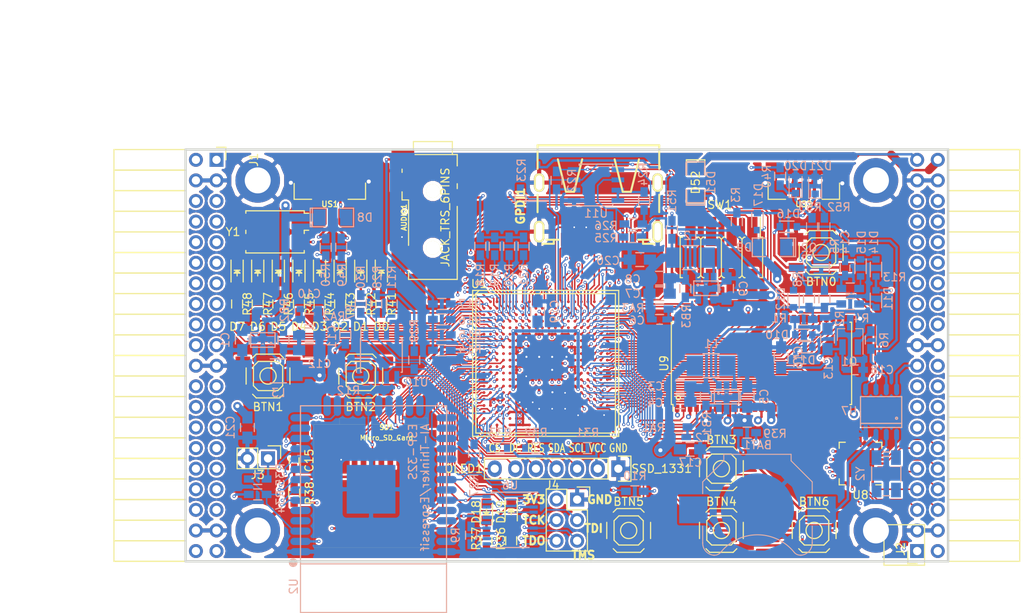
<source format=kicad_pcb>
(kicad_pcb (version 4) (host pcbnew 4.0.6+dfsg1-1)
  (layers (0 F.Cu signal) (1 In1.Cu signal) (2 In2.Cu signal) (31 B.Cu signal) (34 B.Paste user) (35 F.Paste user) (36 B.SilkS user) (37 F.SilkS user) (38 B.Mask user) (39 F.Mask user) (44 Edge.Cuts user))
  (net 0 "")
  (net 1 GND)
  (net 2 +5V)
  (net 3 /gpio/IN5V)
  (net 4 /gpio/OUT5V)
  (net 5 +3V3)
  (net 6 "Net-(L1-Pad1)")
  (net 7 "Net-(L2-Pad1)")
  (net 8 +1V2)
  (net 9 BTN_D)
  (net 10 BTN_F1)
  (net 11 BTN_F2)
  (net 12 BTN_L)
  (net 13 BTN_R)
  (net 14 BTN_U)
  (net 15 /power/FB1)
  (net 16 +2V5)
  (net 17 "Net-(L3-Pad1)")
  (net 18 /power/PWREN)
  (net 19 /power/FB3)
  (net 20 /power/FB2)
  (net 21 "Net-(D9-Pad1)")
  (net 22 /power/VBAT)
  (net 23 JTAG_TDI)
  (net 24 JTAG_TCK)
  (net 25 JTAG_TMS)
  (net 26 JTAG_TDO)
  (net 27 /power/WAKEUPn)
  (net 28 /power/WKUP)
  (net 29 /power/SHUT)
  (net 30 /power/WAKE)
  (net 31 /power/HOLD)
  (net 32 /power/WKn)
  (net 33 /power/OSCI_32k)
  (net 34 /power/OSCO_32k)
  (net 35 "Net-(Q2-Pad3)")
  (net 36 SHUTDOWN)
  (net 37 /analog/AUDIO_L)
  (net 38 /analog/AUDIO_R)
  (net 39 GPDI_5V_SCL)
  (net 40 GPDI_5V_SDA)
  (net 41 GPDI_SDA)
  (net 42 GPDI_SCL)
  (net 43 /gpdi/VREF2)
  (net 44 SD_CMD)
  (net 45 SD_CLK)
  (net 46 SD_D0)
  (net 47 SD_D1)
  (net 48 USB5V)
  (net 49 "Net-(BTN0-Pad1)")
  (net 50 GPDI_CEC)
  (net 51 nRESET)
  (net 52 FTDI_nDTR)
  (net 53 SDRAM_CKE)
  (net 54 SDRAM_A7)
  (net 55 SDRAM_D15)
  (net 56 SDRAM_BA1)
  (net 57 SDRAM_D7)
  (net 58 SDRAM_A6)
  (net 59 SDRAM_CLK)
  (net 60 SDRAM_D13)
  (net 61 SDRAM_BA0)
  (net 62 SDRAM_D6)
  (net 63 SDRAM_A5)
  (net 64 SDRAM_D14)
  (net 65 SDRAM_A11)
  (net 66 SDRAM_D12)
  (net 67 SDRAM_D5)
  (net 68 SDRAM_A4)
  (net 69 SDRAM_A10)
  (net 70 SDRAM_D11)
  (net 71 SDRAM_A3)
  (net 72 SDRAM_D4)
  (net 73 SDRAM_D10)
  (net 74 SDRAM_D9)
  (net 75 SDRAM_A9)
  (net 76 SDRAM_D3)
  (net 77 SDRAM_D8)
  (net 78 SDRAM_A8)
  (net 79 SDRAM_A2)
  (net 80 SDRAM_A1)
  (net 81 SDRAM_A0)
  (net 82 SDRAM_D2)
  (net 83 SDRAM_D1)
  (net 84 SDRAM_D0)
  (net 85 SDRAM_DQM0)
  (net 86 SDRAM_nCS)
  (net 87 SDRAM_nRAS)
  (net 88 SDRAM_DQM1)
  (net 89 SDRAM_nCAS)
  (net 90 SDRAM_nWE)
  (net 91 /flash/FLASH_nWP)
  (net 92 /flash/FLASH_nHOLD)
  (net 93 /flash/FLASH_MOSI)
  (net 94 /flash/FLASH_MISO)
  (net 95 /flash/FLASH_SCK)
  (net 96 /flash/FLASH_nCS)
  (net 97 /flash/FPGA_PROGRAMN)
  (net 98 /flash/FPGA_DONE)
  (net 99 /flash/FPGA_INITN)
  (net 100 OLED_RES)
  (net 101 OLED_DC)
  (net 102 OLED_CS)
  (net 103 WIFI_EN)
  (net 104 FTDI_nRTS)
  (net 105 FTDI_TXD)
  (net 106 FTDI_RXD)
  (net 107 WIFI_RXD)
  (net 108 WIFI_GPIO0)
  (net 109 WIFI_TXD)
  (net 110 GPDI_ETH-)
  (net 111 GPDI_ETH+)
  (net 112 GPDI_D2+)
  (net 113 GPDI_D2-)
  (net 114 GPDI_D1+)
  (net 115 GPDI_D1-)
  (net 116 GPDI_D0+)
  (net 117 GPDI_D0-)
  (net 118 GPDI_CLK+)
  (net 119 GPDI_CLK-)
  (net 120 USB_FTDI_D+)
  (net 121 USB_FTDI_D-)
  (net 122 J1_17-)
  (net 123 J1_17+)
  (net 124 J1_23-)
  (net 125 J1_23+)
  (net 126 J1_25-)
  (net 127 J1_25+)
  (net 128 J1_27-)
  (net 129 J1_27+)
  (net 130 J1_29-)
  (net 131 J1_29+)
  (net 132 J1_31-)
  (net 133 J1_31+)
  (net 134 J1_33-)
  (net 135 J1_33+)
  (net 136 J1_35-)
  (net 137 J1_35+)
  (net 138 J2_5-)
  (net 139 J2_5+)
  (net 140 J2_7-)
  (net 141 J2_7+)
  (net 142 J2_9-)
  (net 143 J2_9+)
  (net 144 J2_13-)
  (net 145 J2_13+)
  (net 146 J2_17-)
  (net 147 J2_17+)
  (net 148 J2_11-)
  (net 149 J2_11+)
  (net 150 J2_23-)
  (net 151 J2_23+)
  (net 152 J1_5-)
  (net 153 J1_5+)
  (net 154 J1_7-)
  (net 155 J1_7+)
  (net 156 J1_9-)
  (net 157 J1_9+)
  (net 158 J1_11-)
  (net 159 J1_11+)
  (net 160 J1_13-)
  (net 161 J1_13+)
  (net 162 J1_15-)
  (net 163 J1_15+)
  (net 164 J2_15-)
  (net 165 J2_15+)
  (net 166 J2_25-)
  (net 167 J2_25+)
  (net 168 J2_27-)
  (net 169 J2_27+)
  (net 170 J2_29-)
  (net 171 J2_29+)
  (net 172 J2_31-)
  (net 173 J2_31+)
  (net 174 J2_33-)
  (net 175 J2_33+)
  (net 176 J2_35-)
  (net 177 J2_35+)
  (net 178 SD_D3)
  (net 179 AUDIO_L3)
  (net 180 AUDIO_L2)
  (net 181 AUDIO_L1)
  (net 182 AUDIO_L0)
  (net 183 AUDIO_R3)
  (net 184 AUDIO_R2)
  (net 185 AUDIO_R1)
  (net 186 AUDIO_R0)
  (net 187 OLED_CLK)
  (net 188 OLED_MOSI)
  (net 189 LED0)
  (net 190 LED1)
  (net 191 LED2)
  (net 192 LED3)
  (net 193 LED4)
  (net 194 LED5)
  (net 195 LED6)
  (net 196 LED7)
  (net 197 BTN_PWRn)
  (net 198 "Net-(J3-Pad1)")
  (net 199 FTDI_nTXLED)
  (net 200 FTDI_nSLEEP)
  (net 201 /blinkey/LED_PWREN)
  (net 202 /blinkey/LED_TXLED)
  (net 203 FT3V3)
  (net 204 /sdcard/SD3V3)
  (net 205 SD_D2)
  (net 206 CLK_25MHz)
  (net 207 /blinkey/BTNPUL)
  (net 208 /blinkey/BTNPUR)
  (net 209 USB_FPGA_D+)
  (net 210 /power/FTDI_nSUSPEND)
  (net 211 /blinkey/ALED0)
  (net 212 /blinkey/ALED1)
  (net 213 /blinkey/ALED2)
  (net 214 /blinkey/ALED3)
  (net 215 /blinkey/ALED4)
  (net 216 /blinkey/ALED5)
  (net 217 /blinkey/ALED6)
  (net 218 /blinkey/ALED7)
  (net 219 /usb/FTD-)
  (net 220 /usb/FTD+)
  (net 221 ADC_MISO)
  (net 222 ADC_MOSI)
  (net 223 ADC_CSn)
  (net 224 ADC_SCLK)
  (net 225 "Net-(R51-Pad2)")
  (net 226 SW3)
  (net 227 SW2)
  (net 228 SW1)
  (net 229 SW0)
  (net 230 USB_FPGA_D-)
  (net 231 /usb/FPD+)
  (net 232 /usb/FPD-)
  (net 233 WIFI_GPIO16)
  (net 234 WIFI_GPIO15)
  (net 235 /usb/ANT_433MHz)
  (module Resistors_SMD:R_0603_HandSoldering (layer B.Cu) (at 154.044 71.326 90)
    (fp_text reference R51 (at 3.556 0 90) (layer B.SilkS) (effects (justify mirror)))
    (fp_text value 220)
    (pad 1 smd rect (at -1.1 0 90) (size 1.2 0.9) (layers B.Cu B.Paste B.Mask) (net 5 +3V3))
    (pad 2 smd rect (at 1.1 0 90) (size 1.2 0.9) (layers B.Cu B.Paste B.Mask) (net 225 "Net-(R51-Pad2)"))
  )
  (module Pin_Headers:Pin_Header_Straight_SMT_02x04 (layer F.Cu) (at 160.14 74.73 180)
    (fp_text reference SW1 (at 0.2 6.5 180) (layer F.SilkS))
    (fp_text value DIPSW)
    (pad 1 smd rect (at -3.81 3.2 180) (size 1.27 3.6) (layers F.Cu F.Paste F.Mask) (net 226 SW3))
    (pad 2 smd rect (at -1.27 3.2 180) (size 1.27 3.6) (layers F.Cu F.Paste F.Mask) (net 227 SW2))
    (pad 3 smd rect (at 1.27 3.2 180) (size 1.27 3.6) (layers F.Cu F.Paste F.Mask) (net 228 SW1))
    (pad 4 smd rect (at 3.81 3.2 180) (size 1.27 3.6) (layers F.Cu F.Paste F.Mask) (net 229 SW0))
    (pad 5 smd rect (at 3.81 -3.2 180) (size 1.27 3.6) (layers F.Cu F.Paste F.Mask) (net 225 "Net-(R51-Pad2)"))
    (pad 6 smd rect (at 1.27 -3.2 180) (size 1.27 3.6) (layers F.Cu F.Paste F.Mask) (net 225 "Net-(R51-Pad2)"))
    (pad 7 smd rect (at -1.27 -3.2 180) (size 1.27 3.6) (layers F.Cu F.Paste F.Mask) (net 225 "Net-(R51-Pad2)"))
    (pad 8 smd rect (at -3.81 -3.2 180) (size 1.27 3.6) (layers F.Cu F.Paste F.Mask) (net 225 "Net-(R51-Pad2)"))
  )
  (module SMD_Packages:SMD-1206_Pol (layer F.Cu) (at 156.965 65.484 270)
    (fp_text reference D52 (at 0 0 270) (layer F.SilkS))
    (fp_text value 2A)
    (pad 1 smd rect (at -1.651 0 270) (size 1.524 2.032) (layers F.Cu F.Paste F.Mask) (net 4 /gpio/OUT5V))
    (pad 2 smd rect (at 1.651 0 270) (size 1.524 2.032) (layers F.Cu F.Paste F.Mask) (net 2 +5V))
  )
  (module SMD_Packages:SMD-1206_Pol (layer B.Cu) (at 156.965 65.484 90)
    (fp_text reference D51 (at 0 1.905 90) (layer B.SilkS) (effects (justify mirror)))
    (fp_text value 2A)
    (pad 1 smd rect (at -1.651 0 90) (size 1.524 2.032) (layers B.Cu B.Paste B.Mask) (net 2 +5V))
    (pad 2 smd rect (at 1.651 0 90) (size 1.524 2.032) (layers B.Cu B.Paste B.Mask) (net 3 /gpio/IN5V))
  )
  (module micro-sd:MicroSD_TF02D (layer F.Cu) (at 116.87 110.52 180)
    (fp_text reference SD1 (at -1.995 14.81 180) (layer F.SilkS) (effects (font (size 0.59944 0.59944) (thickness 0.12446))))
    (fp_text value Micro_SD_Card (at -1.995 13.54 180) (layer F.SilkS) (effects (font (size 0.59944 0.59944) (thickness 0.12446))))
    (pad 1 smd rect (at 1.94 11 180) (size 0.7 1.8) (layers F.Cu F.Paste F.Mask) (net 205 SD_D2))
    (pad 2 smd rect (at 0.84 11 180) (size 0.7 1.8) (layers F.Cu F.Paste F.Mask) (net 178 SD_D3))
    (pad 3 smd rect (at -0.26 11 180) (size 0.7 1.8) (layers F.Cu F.Paste F.Mask) (net 44 SD_CMD))
    (pad 4 smd rect (at -1.36 11 180) (size 0.7 1.8) (layers F.Cu F.Paste F.Mask) (net 204 /sdcard/SD3V3))
    (pad 5 smd rect (at -2.46 11 180) (size 0.7 1.8) (layers F.Cu F.Paste F.Mask) (net 45 SD_CLK))
    (pad 6 smd rect (at -3.56 11 180) (size 0.7 1.8) (layers F.Cu F.Paste F.Mask) (net 1 GND))
    (pad 7 smd rect (at -4.66 11 180) (size 0.7 1.8) (layers F.Cu F.Paste F.Mask) (net 46 SD_D0))
    (pad 8 smd rect (at -5.76 11 180) (size 0.7 1.8) (layers F.Cu F.Paste F.Mask) (net 47 SD_D1))
    (pad S smd rect (at -5.05 0.4 180) (size 1.6 1.4) (layers F.Cu F.Paste F.Mask))
    (pad S smd rect (at 0.75 0.4 180) (size 1.8 1.4) (layers F.Cu F.Paste F.Mask))
    (pad G smd rect (at -7.45 13.55 180) (size 1.4 1.9) (layers F.Cu F.Paste F.Mask))
    (pad G smd rect (at 6.6 14.55 180) (size 1.4 1.9) (layers F.Cu F.Paste F.Mask))
  )
  (module Resistors_SMD:R_1210_HandSoldering (layer B.Cu) (at 158.87 88.09 180)
    (fp_text reference L1 (at 0 2.7 180) (layer B.SilkS) (effects (justify mirror)))
    (fp_text value 2.2uH)
    (pad 1 smd rect (at -2 0 180) (size 2 2.5) (layers B.Cu B.Paste B.Mask) (net 6 "Net-(L1-Pad1)"))
    (pad 2 smd rect (at 2 0 180) (size 2 2.5) (layers B.Cu B.Paste B.Mask) (net 8 +1V2))
  )
  (module TSOT-25:TSOT-25 (layer B.Cu) (at 160.775 91.9)
    (fp_text reference U3 (at 0 -0.5) (layer B.SilkS) (effects (font (size 0.15 0.15) (thickness 0.0375)) (justify mirror)))
    (fp_text value AP3429A)
    (pad 1 smd rect (at -0.95 -1.3) (size 0.7 1.2) (layers B.Cu B.Paste B.Mask) (net 18 /power/PWREN))
    (pad 2 smd rect (at 0 -1.3) (size 0.7 1.2) (layers B.Cu B.Paste B.Mask) (net 1 GND))
    (pad 3 smd rect (at 0.95 -1.3) (size 0.7 1.2) (layers B.Cu B.Paste B.Mask) (net 6 "Net-(L1-Pad1)"))
    (pad 4 smd rect (at 0.95 1.3) (size 0.7 1.2) (layers B.Cu B.Paste B.Mask) (net 2 +5V))
    (pad 5 smd rect (at -0.95 1.3) (size 0.7 1.2) (layers B.Cu B.Paste B.Mask) (net 15 /power/FB1))
  )
  (module Resistors_SMD:R_1210_HandSoldering (layer B.Cu) (at 156.33 74.755 180)
    (fp_text reference L2 (at 0 2.7 180) (layer B.SilkS) (effects (justify mirror)))
    (fp_text value 2.2uH)
    (pad 1 smd rect (at -2 0 180) (size 2 2.5) (layers B.Cu B.Paste B.Mask) (net 7 "Net-(L2-Pad1)"))
    (pad 2 smd rect (at 2 0 180) (size 2 2.5) (layers B.Cu B.Paste B.Mask) (net 5 +3V3))
  )
  (module TSOT-25:TSOT-25 (layer B.Cu) (at 158.235 78.535)
    (fp_text reference U4 (at 0 -0.5) (layer B.SilkS) (effects (font (size 0.15 0.15) (thickness 0.0375)) (justify mirror)))
    (fp_text value AP3429A)
    (pad 1 smd rect (at -0.95 -1.3) (size 0.7 1.2) (layers B.Cu B.Paste B.Mask) (net 18 /power/PWREN))
    (pad 2 smd rect (at 0 -1.3) (size 0.7 1.2) (layers B.Cu B.Paste B.Mask) (net 1 GND))
    (pad 3 smd rect (at 0.95 -1.3) (size 0.7 1.2) (layers B.Cu B.Paste B.Mask) (net 7 "Net-(L2-Pad1)"))
    (pad 4 smd rect (at 0.95 1.3) (size 0.7 1.2) (layers B.Cu B.Paste B.Mask) (net 2 +5V))
    (pad 5 smd rect (at -0.95 1.3) (size 0.7 1.2) (layers B.Cu B.Paste B.Mask) (net 19 /power/FB3))
  )
  (module Buttons_Switches_SMD:SW_SPST_SKQG (layer F.Cu) (at 104.26 89.36)
    (fp_text reference BTN1 (at 0 3.81) (layer F.SilkS))
    (fp_text value FIRE1)
    (pad 1 smd rect (at -3.1 -1.85) (size 1.8 1.1) (layers F.Cu F.Paste F.Mask) (net 207 /blinkey/BTNPUL))
    (pad 1 smd rect (at 3.1 -1.85) (size 1.8 1.1) (layers F.Cu F.Paste F.Mask) (net 207 /blinkey/BTNPUL))
    (pad 2 smd rect (at -3.1 1.85) (size 1.8 1.1) (layers F.Cu F.Paste F.Mask) (net 10 BTN_F1))
    (pad 2 smd rect (at 3.1 1.85) (size 1.8 1.1) (layers F.Cu F.Paste F.Mask) (net 10 BTN_F1))
  )
  (module Buttons_Switches_SMD:SW_SPST_SKQG (layer F.Cu) (at 115.69 89.36)
    (fp_text reference BTN2 (at 0 3.81) (layer F.SilkS))
    (fp_text value FIRE2)
    (pad 1 smd rect (at -3.1 -1.85) (size 1.8 1.1) (layers F.Cu F.Paste F.Mask) (net 207 /blinkey/BTNPUL))
    (pad 1 smd rect (at 3.1 -1.85) (size 1.8 1.1) (layers F.Cu F.Paste F.Mask) (net 207 /blinkey/BTNPUL))
    (pad 2 smd rect (at -3.1 1.85) (size 1.8 1.1) (layers F.Cu F.Paste F.Mask) (net 11 BTN_F2))
    (pad 2 smd rect (at 3.1 1.85) (size 1.8 1.1) (layers F.Cu F.Paste F.Mask) (net 11 BTN_F2))
  )
  (module Buttons_Switches_SMD:SW_SPST_SKQG (layer F.Cu) (at 160.14 100.79)
    (fp_text reference BTN3 (at 0 -3.556) (layer F.SilkS))
    (fp_text value UP)
    (pad 1 smd rect (at -3.1 -1.85) (size 1.8 1.1) (layers F.Cu F.Paste F.Mask) (net 208 /blinkey/BTNPUR))
    (pad 1 smd rect (at 3.1 -1.85) (size 1.8 1.1) (layers F.Cu F.Paste F.Mask) (net 208 /blinkey/BTNPUR))
    (pad 2 smd rect (at -3.1 1.85) (size 1.8 1.1) (layers F.Cu F.Paste F.Mask) (net 14 BTN_U))
    (pad 2 smd rect (at 3.1 1.85) (size 1.8 1.1) (layers F.Cu F.Paste F.Mask) (net 14 BTN_U))
  )
  (module Buttons_Switches_SMD:SW_SPST_SKQG (layer F.Cu) (at 160.14 108.41 180)
    (fp_text reference BTN4 (at 0 3.556 180) (layer F.SilkS))
    (fp_text value DOWN)
    (pad 1 smd rect (at -3.1 -1.85 180) (size 1.8 1.1) (layers F.Cu F.Paste F.Mask) (net 208 /blinkey/BTNPUR))
    (pad 1 smd rect (at 3.1 -1.85 180) (size 1.8 1.1) (layers F.Cu F.Paste F.Mask) (net 208 /blinkey/BTNPUR))
    (pad 2 smd rect (at -3.1 1.85 180) (size 1.8 1.1) (layers F.Cu F.Paste F.Mask) (net 9 BTN_D))
    (pad 2 smd rect (at 3.1 1.85 180) (size 1.8 1.1) (layers F.Cu F.Paste F.Mask) (net 9 BTN_D))
  )
  (module Buttons_Switches_SMD:SW_SPST_SKQG (layer F.Cu) (at 148.71 108.41 180)
    (fp_text reference BTN5 (at 0 3.556 180) (layer F.SilkS))
    (fp_text value LEFT)
    (pad 1 smd rect (at -3.1 -1.85 180) (size 1.8 1.1) (layers F.Cu F.Paste F.Mask) (net 208 /blinkey/BTNPUR))
    (pad 1 smd rect (at 3.1 -1.85 180) (size 1.8 1.1) (layers F.Cu F.Paste F.Mask) (net 208 /blinkey/BTNPUR))
    (pad 2 smd rect (at -3.1 1.85 180) (size 1.8 1.1) (layers F.Cu F.Paste F.Mask) (net 12 BTN_L))
    (pad 2 smd rect (at 3.1 1.85 180) (size 1.8 1.1) (layers F.Cu F.Paste F.Mask) (net 12 BTN_L))
  )
  (module Buttons_Switches_SMD:SW_SPST_SKQG (layer F.Cu) (at 171.57 108.41 180)
    (fp_text reference BTN6 (at 0 3.556 180) (layer F.SilkS))
    (fp_text value RIGHT)
    (pad 1 smd rect (at -3.1 -1.85 180) (size 1.8 1.1) (layers F.Cu F.Paste F.Mask) (net 208 /blinkey/BTNPUR))
    (pad 1 smd rect (at 3.1 -1.85 180) (size 1.8 1.1) (layers F.Cu F.Paste F.Mask) (net 208 /blinkey/BTNPUR))
    (pad 2 smd rect (at -3.1 1.85 180) (size 1.8 1.1) (layers F.Cu F.Paste F.Mask) (net 13 BTN_R))
    (pad 2 smd rect (at 3.1 1.85 180) (size 1.8 1.1) (layers F.Cu F.Paste F.Mask) (net 13 BTN_R))
  )
  (module LEDs:LED_0805 (layer F.Cu) (at 118.23 76.66 270)
    (fp_text reference D0 (at 6.604 0 360) (layer F.SilkS))
    (fp_text value LED)
    (pad 2 smd rect (at 1.04902 0 90) (size 1.19888 1.19888) (layers F.Cu F.Paste F.Mask) (net 211 /blinkey/ALED0))
    (pad 1 smd rect (at -1.04902 0 90) (size 1.19888 1.19888) (layers F.Cu F.Paste F.Mask) (net 1 GND))
  )
  (module LEDs:LED_0805 (layer F.Cu) (at 115.69 76.66 270)
    (fp_text reference D1 (at 6.604 0 360) (layer F.SilkS))
    (fp_text value LED)
    (pad 2 smd rect (at 1.04902 0 90) (size 1.19888 1.19888) (layers F.Cu F.Paste F.Mask) (net 212 /blinkey/ALED1))
    (pad 1 smd rect (at -1.04902 0 90) (size 1.19888 1.19888) (layers F.Cu F.Paste F.Mask) (net 1 GND))
  )
  (module LEDs:LED_0805 (layer F.Cu) (at 113.15 76.66 270)
    (fp_text reference D2 (at 6.604 0 360) (layer F.SilkS))
    (fp_text value LED)
    (pad 2 smd rect (at 1.04902 0 90) (size 1.19888 1.19888) (layers F.Cu F.Paste F.Mask) (net 213 /blinkey/ALED2))
    (pad 1 smd rect (at -1.04902 0 90) (size 1.19888 1.19888) (layers F.Cu F.Paste F.Mask) (net 1 GND))
  )
  (module LEDs:LED_0805 (layer F.Cu) (at 110.61 76.66 270)
    (fp_text reference D3 (at 6.604 0 360) (layer F.SilkS))
    (fp_text value LED)
    (pad 2 smd rect (at 1.04902 0 90) (size 1.19888 1.19888) (layers F.Cu F.Paste F.Mask) (net 214 /blinkey/ALED3))
    (pad 1 smd rect (at -1.04902 0 90) (size 1.19888 1.19888) (layers F.Cu F.Paste F.Mask) (net 1 GND))
  )
  (module LEDs:LED_0805 (layer F.Cu) (at 108.07 76.66 270)
    (fp_text reference D4 (at 6.604 0 360) (layer F.SilkS))
    (fp_text value LED)
    (pad 2 smd rect (at 1.04902 0 90) (size 1.19888 1.19888) (layers F.Cu F.Paste F.Mask) (net 215 /blinkey/ALED4))
    (pad 1 smd rect (at -1.04902 0 90) (size 1.19888 1.19888) (layers F.Cu F.Paste F.Mask) (net 1 GND))
  )
  (module LEDs:LED_0805 (layer F.Cu) (at 105.53 76.66 270)
    (fp_text reference D5 (at 6.604 0 360) (layer F.SilkS))
    (fp_text value LED)
    (pad 2 smd rect (at 1.04902 0 90) (size 1.19888 1.19888) (layers F.Cu F.Paste F.Mask) (net 216 /blinkey/ALED5))
    (pad 1 smd rect (at -1.04902 0 90) (size 1.19888 1.19888) (layers F.Cu F.Paste F.Mask) (net 1 GND))
  )
  (module LEDs:LED_0805 (layer F.Cu) (at 102.99 76.66 270)
    (fp_text reference D6 (at 6.604 0 360) (layer F.SilkS))
    (fp_text value LED)
    (pad 2 smd rect (at 1.04902 0 90) (size 1.19888 1.19888) (layers F.Cu F.Paste F.Mask) (net 217 /blinkey/ALED6))
    (pad 1 smd rect (at -1.04902 0 90) (size 1.19888 1.19888) (layers F.Cu F.Paste F.Mask) (net 1 GND))
  )
  (module LEDs:LED_0805 (layer F.Cu) (at 100.45 76.66 270)
    (fp_text reference D7 (at 6.604 0 360) (layer F.SilkS))
    (fp_text value LED)
    (pad 2 smd rect (at 1.04902 0 90) (size 1.19888 1.19888) (layers F.Cu F.Paste F.Mask) (net 218 /blinkey/ALED7))
    (pad 1 smd rect (at -1.04902 0 90) (size 1.19888 1.19888) (layers F.Cu F.Paste F.Mask) (net 1 GND))
  )
  (module Resistors_SMD:R_1210_HandSoldering (layer B.Cu) (at 105.53 88.725)
    (fp_text reference L3 (at 0 2.7) (layer B.SilkS) (effects (justify mirror)))
    (fp_text value 2.2uH)
    (pad 1 smd rect (at -2 0) (size 2 2.5) (layers B.Cu B.Paste B.Mask) (net 17 "Net-(L3-Pad1)"))
    (pad 2 smd rect (at 2 0) (size 2 2.5) (layers B.Cu B.Paste B.Mask) (net 16 +2V5))
  )
  (module TSOT-25:TSOT-25 (layer B.Cu) (at 103.625 84.915 180)
    (fp_text reference U5 (at 0 -0.5 180) (layer B.SilkS) (effects (font (size 0.15 0.15) (thickness 0.0375)) (justify mirror)))
    (fp_text value AP3429A)
    (pad 1 smd rect (at -0.95 -1.3 180) (size 0.7 1.2) (layers B.Cu B.Paste B.Mask) (net 18 /power/PWREN))
    (pad 2 smd rect (at 0 -1.3 180) (size 0.7 1.2) (layers B.Cu B.Paste B.Mask) (net 1 GND))
    (pad 3 smd rect (at 0.95 -1.3 180) (size 0.7 1.2) (layers B.Cu B.Paste B.Mask) (net 17 "Net-(L3-Pad1)"))
    (pad 4 smd rect (at 0.95 1.3 180) (size 0.7 1.2) (layers B.Cu B.Paste B.Mask) (net 2 +5V))
    (pad 5 smd rect (at -0.95 1.3 180) (size 0.7 1.2) (layers B.Cu B.Paste B.Mask) (net 20 /power/FB2))
  )
  (module Capacitors_SMD:C_0805_HandSoldering (layer B.Cu) (at 101.085 84.915 270)
    (fp_text reference C1 (at 0 2.1 270) (layer B.SilkS) (effects (justify mirror)))
    (fp_text value 22uF)
    (pad 1 smd rect (at -1.25 0 270) (size 1.5 1.25) (layers B.Cu B.Paste B.Mask) (net 2 +5V))
    (pad 2 smd rect (at 1.25 0 270) (size 1.5 1.25) (layers B.Cu B.Paste B.Mask) (net 1 GND))
  )
  (module Capacitors_SMD:C_0805_HandSoldering (layer B.Cu) (at 155.06 90.63)
    (fp_text reference C3 (at -3.048 0) (layer B.SilkS) (effects (justify mirror)))
    (fp_text value 22uF)
    (pad 1 smd rect (at -1.25 0) (size 1.5 1.25) (layers B.Cu B.Paste B.Mask) (net 8 +1V2))
    (pad 2 smd rect (at 1.25 0) (size 1.5 1.25) (layers B.Cu B.Paste B.Mask) (net 1 GND))
  )
  (module Capacitors_SMD:C_0805_HandSoldering (layer B.Cu) (at 155.06 92.535)
    (fp_text reference C4 (at -3.048 0.127) (layer B.SilkS) (effects (justify mirror)))
    (fp_text value 22uF)
    (pad 1 smd rect (at -1.25 0) (size 1.5 1.25) (layers B.Cu B.Paste B.Mask) (net 8 +1V2))
    (pad 2 smd rect (at 1.25 0) (size 1.5 1.25) (layers B.Cu B.Paste B.Mask) (net 1 GND))
  )
  (module Capacitors_SMD:C_0805_HandSoldering (layer B.Cu) (at 163.315 91.9 90)
    (fp_text reference C5 (at 0 2.1 90) (layer B.SilkS) (effects (justify mirror)))
    (fp_text value 22uF)
    (pad 1 smd rect (at -1.25 0 90) (size 1.5 1.25) (layers B.Cu B.Paste B.Mask) (net 2 +5V))
    (pad 2 smd rect (at 1.25 0 90) (size 1.5 1.25) (layers B.Cu B.Paste B.Mask) (net 1 GND))
  )
  (module Capacitors_SMD:C_0805_HandSoldering (layer B.Cu) (at 152.52 79.2)
    (fp_text reference C7 (at -3.302 0) (layer B.SilkS) (effects (justify mirror)))
    (fp_text value 22uF)
    (pad 1 smd rect (at -1.25 0) (size 1.5 1.25) (layers B.Cu B.Paste B.Mask) (net 5 +3V3))
    (pad 2 smd rect (at 1.25 0) (size 1.5 1.25) (layers B.Cu B.Paste B.Mask) (net 1 GND))
  )
  (module Capacitors_SMD:C_0805_HandSoldering (layer B.Cu) (at 152.52 77.295)
    (fp_text reference C8 (at -3.302 0.127) (layer B.SilkS) (effects (justify mirror)))
    (fp_text value 22uF)
    (pad 1 smd rect (at -1.25 0) (size 1.5 1.25) (layers B.Cu B.Paste B.Mask) (net 5 +3V3))
    (pad 2 smd rect (at 1.25 0) (size 1.5 1.25) (layers B.Cu B.Paste B.Mask) (net 1 GND))
  )
  (module Capacitors_SMD:C_0805_HandSoldering (layer B.Cu) (at 160.775 78.565 90)
    (fp_text reference C9 (at 0 2.1 90) (layer B.SilkS) (effects (justify mirror)))
    (fp_text value 22uF)
    (pad 1 smd rect (at -1.25 0 90) (size 1.5 1.25) (layers B.Cu B.Paste B.Mask) (net 2 +5V))
    (pad 2 smd rect (at 1.25 0 90) (size 1.5 1.25) (layers B.Cu B.Paste B.Mask) (net 1 GND))
  )
  (module Capacitors_SMD:C_0805_HandSoldering (layer B.Cu) (at 109.34 84.28 180)
    (fp_text reference C11 (at -2.794 -0.254 270) (layer B.SilkS) (effects (justify mirror)))
    (fp_text value 22uF)
    (pad 1 smd rect (at -1.25 0 180) (size 1.5 1.25) (layers B.Cu B.Paste B.Mask) (net 16 +2V5))
    (pad 2 smd rect (at 1.25 0 180) (size 1.5 1.25) (layers B.Cu B.Paste B.Mask) (net 1 GND))
  )
  (module Capacitors_SMD:C_0805_HandSoldering (layer B.Cu) (at 109.34 86.185 180)
    (fp_text reference C12 (at -1.27 -1.651 360) (layer B.SilkS) (effects (justify mirror)))
    (fp_text value 22uF)
    (pad 1 smd rect (at -1.25 0 180) (size 1.5 1.25) (layers B.Cu B.Paste B.Mask) (net 16 +2V5))
    (pad 2 smd rect (at 1.25 0 180) (size 1.5 1.25) (layers B.Cu B.Paste B.Mask) (net 1 GND))
  )
  (module SMD_Packages:SMD-1206_Pol (layer B.Cu) (at 112.261 69.802)
    (fp_text reference D8 (at 3.937 0) (layer B.SilkS) (effects (justify mirror)))
    (fp_text value 2A)
    (pad 1 smd rect (at -1.651 0) (size 1.524 2.032) (layers B.Cu B.Paste B.Mask) (net 2 +5V))
    (pad 2 smd rect (at 1.651 0) (size 1.524 2.032) (layers B.Cu B.Paste B.Mask) (net 48 USB5V))
  )
  (module SMD_Packages:SMD-1206_Pol (layer B.Cu) (at 166.49 73.485 180)
    (fp_text reference D9 (at 3.556 0 180) (layer B.SilkS) (effects (justify mirror)))
    (fp_text value 2A)
    (pad 1 smd rect (at -1.651 0 180) (size 1.524 2.032) (layers B.Cu B.Paste B.Mask) (net 21 "Net-(D9-Pad1)"))
    (pad 2 smd rect (at 1.651 0 180) (size 1.524 2.032) (layers B.Cu B.Paste B.Mask) (net 2 +5V))
  )
  (module Power_Integrations:SO-8 (layer B.Cu) (at 179.825 93.805 180)
    (fp_text reference U7 (at 3.937 0.127 180) (layer B.SilkS) (effects (justify mirror)))
    (fp_text value PCF8523)
    (pad 1 smd oval (at -1.905 -2.794 180) (size 0.6096 1.4732) (layers B.Cu B.Paste B.Mask) (net 33 /power/OSCI_32k))
    (pad 2 smd oval (at -0.635 -2.794 180) (size 0.6096 1.4732) (layers B.Cu B.Paste B.Mask) (net 34 /power/OSCO_32k))
    (pad 3 smd oval (at 0.635 -2.794 180) (size 0.6096 1.4732) (layers B.Cu B.Paste B.Mask) (net 22 /power/VBAT))
    (pad 4 smd oval (at 1.905 -2.794 180) (size 0.6096 1.4732) (layers B.Cu B.Paste B.Mask) (net 1 GND))
    (pad 5 smd oval (at 1.905 2.794 180) (size 0.6096 1.4732) (layers B.Cu B.Paste B.Mask) (net 41 GPDI_SDA))
    (pad 6 smd oval (at 0.635 2.794 180) (size 0.6096 1.4732) (layers B.Cu B.Paste B.Mask) (net 42 GPDI_SCL))
    (pad 7 smd oval (at -0.635 2.794 180) (size 0.6096 1.4732) (layers B.Cu B.Paste B.Mask) (net 27 /power/WAKEUPn))
    (pad 8 smd oval (at -1.905 2.794 180) (size 0.6096 1.4732) (layers B.Cu B.Paste B.Mask) (net 5 +3V3))
  )
  (module Capacitors_SMD:C_0805_HandSoldering (layer B.Cu) (at 173.221 84.788 90)
    (fp_text reference C13 (at -3.556 0.127 90) (layer B.SilkS) (effects (justify mirror)))
    (fp_text value 2.2uF)
    (pad 1 smd rect (at -1.25 0 90) (size 1.5 1.25) (layers B.Cu B.Paste B.Mask) (net 2 +5V))
    (pad 2 smd rect (at 1.25 0 90) (size 1.5 1.25) (layers B.Cu B.Paste B.Mask) (net 28 /power/WKUP))
  )
  (module Diodes_SMD:D_0805 (layer B.Cu) (at 170.3 84.28)
    (fp_text reference D10 (at -3.302 0) (layer B.SilkS) (effects (justify mirror)))
    (fp_text value 1N4148)
    (pad 1 smd rect (at -1.05 0) (size 0.8 0.9) (layers B.Cu B.Paste B.Mask) (net 30 /power/WAKE))
    (pad 2 smd rect (at 1.05 0) (size 0.8 0.9) (layers B.Cu B.Paste B.Mask) (net 28 /power/WKUP))
  )
  (module Diodes_SMD:D_0805 (layer B.Cu) (at 179.19 79.835 90)
    (fp_text reference D11 (at 0 1.524 90) (layer B.SilkS) (effects (justify mirror)))
    (fp_text value 1N4148)
    (pad 1 smd rect (at -1.05 0 90) (size 0.8 0.9) (layers B.Cu B.Paste B.Mask) (net 31 /power/HOLD))
    (pad 2 smd rect (at 1.05 0 90) (size 0.8 0.9) (layers B.Cu B.Paste B.Mask) (net 5 +3V3))
  )
  (module Diodes_SMD:D_0805 (layer B.Cu) (at 177.285 76.025 270)
    (fp_text reference D15 (at -3.175 -0.127 270) (layer B.SilkS) (effects (justify mirror)))
    (fp_text value BAT42)
    (pad 1 smd rect (at -1.05 0 270) (size 0.8 0.9) (layers B.Cu B.Paste B.Mask) (net 29 /power/SHUT))
    (pad 2 smd rect (at 1.05 0 270) (size 0.8 0.9) (layers B.Cu B.Paste B.Mask) (net 36 SHUTDOWN))
  )
  (module Diodes_SMD:D_0805 (layer B.Cu) (at 169.03 79.835 90)
    (fp_text reference D12 (at 0 -1.6 90) (layer B.SilkS) (effects (justify mirror)))
    (fp_text value 1N4148)
    (pad 1 smd rect (at -1.05 0 90) (size 0.8 0.9) (layers B.Cu B.Paste B.Mask) (net 18 /power/PWREN))
    (pad 2 smd rect (at 1.05 0 90) (size 0.8 0.9) (layers B.Cu B.Paste B.Mask) (net 210 /power/FTDI_nSUSPEND))
  )
  (module TSOP54:TSOP54 (layer F.Cu) (at 165.08 87.8 90)
    (fp_text reference U9 (at 0 -12 90) (layer F.SilkS))
    (fp_text value MT48LC16M16A2TG)
    (pad 28 smd rect (at 5.53 10.4 90) (size 0.9 0.56) (layers F.Cu F.Paste F.Mask) (net 1 GND))
    (pad 1 smd rect (at -5.53 -10.4 90) (size 0.9 0.56) (layers F.Cu F.Paste F.Mask) (net 5 +3V3))
    (pad 2 smd rect (at -5.53 -9.6 90) (size 0.9 0.56) (layers F.Cu F.Paste F.Mask) (net 84 SDRAM_D0))
    (pad 3 smd rect (at -5.53 -8.8 90) (size 0.9 0.56) (layers F.Cu F.Paste F.Mask) (net 5 +3V3))
    (pad 4 smd rect (at -5.53 -8 90) (size 0.9 0.56) (layers F.Cu F.Paste F.Mask) (net 83 SDRAM_D1))
    (pad 5 smd rect (at -5.53 -7.2 90) (size 0.9 0.56) (layers F.Cu F.Paste F.Mask) (net 82 SDRAM_D2))
    (pad 6 smd rect (at -5.53 -6.4 90) (size 0.9 0.56) (layers F.Cu F.Paste F.Mask) (net 1 GND))
    (pad 7 smd rect (at -5.53 -5.6 90) (size 0.9 0.56) (layers F.Cu F.Paste F.Mask) (net 76 SDRAM_D3))
    (pad 8 smd rect (at -5.53 -4.8 90) (size 0.9 0.56) (layers F.Cu F.Paste F.Mask) (net 72 SDRAM_D4))
    (pad 9 smd rect (at -5.53 -4 90) (size 0.9 0.56) (layers F.Cu F.Paste F.Mask) (net 5 +3V3))
    (pad 10 smd rect (at -5.53 -3.2 90) (size 0.9 0.56) (layers F.Cu F.Paste F.Mask) (net 67 SDRAM_D5))
    (pad 11 smd rect (at -5.53 -2.4 90) (size 0.9 0.56) (layers F.Cu F.Paste F.Mask) (net 62 SDRAM_D6))
    (pad 12 smd rect (at -5.53 -1.6 90) (size 0.9 0.56) (layers F.Cu F.Paste F.Mask) (net 1 GND))
    (pad 13 smd rect (at -5.53 -0.8 90) (size 0.9 0.56) (layers F.Cu F.Paste F.Mask) (net 57 SDRAM_D7))
    (pad 14 smd rect (at -5.53 0 90) (size 0.9 0.56) (layers F.Cu F.Paste F.Mask) (net 5 +3V3))
    (pad 15 smd rect (at -5.53 0.8 90) (size 0.9 0.56) (layers F.Cu F.Paste F.Mask) (net 85 SDRAM_DQM0))
    (pad 16 smd rect (at -5.53 1.6 90) (size 0.9 0.56) (layers F.Cu F.Paste F.Mask) (net 90 SDRAM_nWE))
    (pad 17 smd rect (at -5.53 2.4 90) (size 0.9 0.56) (layers F.Cu F.Paste F.Mask) (net 89 SDRAM_nCAS))
    (pad 18 smd rect (at -5.53 3.2 90) (size 0.9 0.56) (layers F.Cu F.Paste F.Mask) (net 87 SDRAM_nRAS))
    (pad 19 smd rect (at -5.53 4 90) (size 0.9 0.56) (layers F.Cu F.Paste F.Mask) (net 86 SDRAM_nCS))
    (pad 20 smd rect (at -5.53 4.8 90) (size 0.9 0.56) (layers F.Cu F.Paste F.Mask) (net 61 SDRAM_BA0))
    (pad 21 smd rect (at -5.53 5.6 90) (size 0.9 0.56) (layers F.Cu F.Paste F.Mask) (net 56 SDRAM_BA1))
    (pad 22 smd rect (at -5.53 6.4 90) (size 0.9 0.56) (layers F.Cu F.Paste F.Mask) (net 69 SDRAM_A10))
    (pad 23 smd rect (at -5.53 7.2 90) (size 0.9 0.56) (layers F.Cu F.Paste F.Mask) (net 81 SDRAM_A0))
    (pad 24 smd rect (at -5.53 8 90) (size 0.9 0.56) (layers F.Cu F.Paste F.Mask) (net 80 SDRAM_A1))
    (pad 25 smd rect (at -5.53 8.8 90) (size 0.9 0.56) (layers F.Cu F.Paste F.Mask) (net 79 SDRAM_A2))
    (pad 26 smd rect (at -5.53 9.6 90) (size 0.9 0.56) (layers F.Cu F.Paste F.Mask) (net 71 SDRAM_A3))
    (pad 27 smd rect (at -5.53 10.4 90) (size 0.9 0.56) (layers F.Cu F.Paste F.Mask) (net 5 +3V3))
    (pad 29 smd rect (at 5.53 9.6 90) (size 0.9 0.56) (layers F.Cu F.Paste F.Mask) (net 68 SDRAM_A4))
    (pad 30 smd rect (at 5.53 8.8 90) (size 0.9 0.56) (layers F.Cu F.Paste F.Mask) (net 63 SDRAM_A5))
    (pad 31 smd rect (at 5.53 8 90) (size 0.9 0.56) (layers F.Cu F.Paste F.Mask) (net 58 SDRAM_A6))
    (pad 32 smd rect (at 5.53 7.2 90) (size 0.9 0.56) (layers F.Cu F.Paste F.Mask) (net 54 SDRAM_A7))
    (pad 33 smd rect (at 5.53 6.4 90) (size 0.9 0.56) (layers F.Cu F.Paste F.Mask) (net 78 SDRAM_A8))
    (pad 34 smd rect (at 5.53 5.6 90) (size 0.9 0.56) (layers F.Cu F.Paste F.Mask) (net 75 SDRAM_A9))
    (pad 35 smd rect (at 5.53 4.8 90) (size 0.9 0.56) (layers F.Cu F.Paste F.Mask) (net 65 SDRAM_A11))
    (pad 36 smd rect (at 5.53 4 90) (size 0.9 0.56) (layers F.Cu F.Paste F.Mask))
    (pad 37 smd rect (at 5.53 3.2 90) (size 0.9 0.56) (layers F.Cu F.Paste F.Mask) (net 53 SDRAM_CKE))
    (pad 38 smd rect (at 5.53 2.4 90) (size 0.9 0.56) (layers F.Cu F.Paste F.Mask) (net 59 SDRAM_CLK))
    (pad 39 smd rect (at 5.53 1.6 90) (size 0.9 0.56) (layers F.Cu F.Paste F.Mask) (net 88 SDRAM_DQM1))
    (pad 40 smd rect (at 5.53 0.8 90) (size 0.9 0.56) (layers F.Cu F.Paste F.Mask))
    (pad 41 smd rect (at 5.53 0 90) (size 0.9 0.56) (layers F.Cu F.Paste F.Mask) (net 1 GND))
    (pad 42 smd rect (at 5.53 -0.8 90) (size 0.9 0.56) (layers F.Cu F.Paste F.Mask) (net 77 SDRAM_D8))
    (pad 43 smd rect (at 5.53 -1.6 90) (size 0.9 0.56) (layers F.Cu F.Paste F.Mask) (net 5 +3V3))
    (pad 44 smd rect (at 5.53 -2.4 90) (size 0.9 0.56) (layers F.Cu F.Paste F.Mask) (net 74 SDRAM_D9))
    (pad 45 smd rect (at 5.53 -3.2 90) (size 0.9 0.56) (layers F.Cu F.Paste F.Mask) (net 73 SDRAM_D10))
    (pad 46 smd rect (at 5.53 -4 90) (size 0.9 0.56) (layers F.Cu F.Paste F.Mask) (net 1 GND))
    (pad 47 smd rect (at 5.53 -4.8 90) (size 0.9 0.56) (layers F.Cu F.Paste F.Mask) (net 70 SDRAM_D11))
    (pad 48 smd rect (at 5.53 -5.6 90) (size 0.9 0.56) (layers F.Cu F.Paste F.Mask) (net 66 SDRAM_D12))
    (pad 49 smd rect (at 5.53 -6.4 90) (size 0.9 0.56) (layers F.Cu F.Paste F.Mask) (net 5 +3V3))
    (pad 50 smd rect (at 5.53 -7.2 90) (size 0.9 0.56) (layers F.Cu F.Paste F.Mask) (net 60 SDRAM_D13))
    (pad 51 smd rect (at 5.53 -8 90) (size 0.9 0.56) (layers F.Cu F.Paste F.Mask) (net 64 SDRAM_D14))
    (pad 52 smd rect (at 5.53 -8.8 90) (size 0.9 0.56) (layers F.Cu F.Paste F.Mask) (net 1 GND))
    (pad 53 smd rect (at 5.53 -9.6 90) (size 0.9 0.56) (layers F.Cu F.Paste F.Mask) (net 55 SDRAM_D15))
    (pad 54 smd rect (at 5.53 -10.4 90) (size 0.9 0.56) (layers F.Cu F.Paste F.Mask) (net 1 GND))
  )
  (module TO_SOT_Packages_SMD:SOT-23_Handsoldering (layer B.Cu) (at 176.015 84.28 90)
    (fp_text reference Q1 (at -3.302 -0.127 180) (layer B.SilkS) (effects (justify mirror)))
    (fp_text value BC857)
    (pad 1 smd rect (at -1.5 0.95 90) (size 1.9 0.8) (layers B.Cu B.Paste B.Mask) (net 32 /power/WKn))
    (pad 2 smd rect (at -1.5 -0.95 90) (size 1.9 0.8) (layers B.Cu B.Paste B.Mask) (net 2 +5V))
    (pad 3 smd rect (at 1.5 0 90) (size 1.9 0.8) (layers B.Cu B.Paste B.Mask) (net 28 /power/WKUP))
  )
  (module TO_SOT_Packages_SMD:SOT-23_Handsoldering (layer B.Cu) (at 170.935 76.025 180)
    (fp_text reference Q2 (at 0 2.5 180) (layer B.SilkS) (effects (justify mirror)))
    (fp_text value 2N7002)
    (pad 1 smd rect (at -1.5 0.95 180) (size 1.9 0.8) (layers B.Cu B.Paste B.Mask) (net 29 /power/SHUT))
    (pad 2 smd rect (at -1.5 -0.95 180) (size 1.9 0.8) (layers B.Cu B.Paste B.Mask) (net 1 GND))
    (pad 3 smd rect (at 1.5 0 180) (size 1.9 0.8) (layers B.Cu B.Paste B.Mask) (net 35 "Net-(Q2-Pad3)"))
  )
  (module Capacitors_SMD:C_0603_HandSoldering (layer B.Cu) (at 154.86 96.91)
    (fp_text reference C2 (at 2.994 0.07) (layer B.SilkS) (effects (justify mirror)))
    (fp_text value 470pF)
    (pad 1 smd rect (at -0.95 0) (size 1.2 0.75) (layers B.Cu B.Paste B.Mask) (net 8 +1V2))
    (pad 2 smd rect (at 0.95 0) (size 1.2 0.75) (layers B.Cu B.Paste B.Mask) (net 15 /power/FB1))
  )
  (module Capacitors_SMD:C_0603_HandSoldering (layer B.Cu) (at 152.52 82.375)
    (fp_text reference C6 (at -2.794 0.127) (layer B.SilkS) (effects (justify mirror)))
    (fp_text value 470pF)
    (pad 1 smd rect (at -0.95 0) (size 1.2 0.75) (layers B.Cu B.Paste B.Mask) (net 5 +3V3))
    (pad 2 smd rect (at 0.95 0) (size 1.2 0.75) (layers B.Cu B.Paste B.Mask) (net 19 /power/FB3))
  )
  (module Capacitors_SMD:C_0603_HandSoldering (layer B.Cu) (at 109.34 81.105 180)
    (fp_text reference C10 (at 0 1.9 180) (layer B.SilkS) (effects (justify mirror)))
    (fp_text value 470pF)
    (pad 1 smd rect (at -0.95 0 180) (size 1.2 0.75) (layers B.Cu B.Paste B.Mask) (net 16 +2V5))
    (pad 2 smd rect (at 0.95 0 180) (size 1.2 0.75) (layers B.Cu B.Paste B.Mask) (net 20 /power/FB2))
  )
  (module Capacitors_SMD:C_0603_HandSoldering (layer B.Cu) (at 175.38 76.025 270)
    (fp_text reference C14 (at -3.175 0 270) (layer B.SilkS) (effects (justify mirror)))
    (fp_text value 100nF)
    (pad 1 smd rect (at -0.95 0 270) (size 1.2 0.75) (layers B.Cu B.Paste B.Mask) (net 29 /power/SHUT))
    (pad 2 smd rect (at 0.95 0 270) (size 1.2 0.75) (layers B.Cu B.Paste B.Mask) (net 1 GND))
  )
  (module Resistors_SMD:R_0603_HandSoldering (layer B.Cu) (at 170.3 82.375)
    (fp_text reference R1 (at -3.048 -0.127) (layer B.SilkS) (effects (justify mirror)))
    (fp_text value 15k)
    (pad 1 smd rect (at -1.1 0) (size 1.2 0.9) (layers B.Cu B.Paste B.Mask) (net 30 /power/WAKE))
    (pad 2 smd rect (at 1.1 0) (size 1.2 0.9) (layers B.Cu B.Paste B.Mask) (net 18 /power/PWREN))
  )
  (module Resistors_SMD:R_0603_HandSoldering (layer B.Cu) (at 172.84 79.835 90)
    (fp_text reference R2 (at -2.413 1.9 90) (layer B.SilkS) (effects (justify mirror)))
    (fp_text value 47k)
    (pad 1 smd rect (at -1.1 0 90) (size 1.2 0.9) (layers B.Cu B.Paste B.Mask) (net 18 /power/PWREN))
    (pad 2 smd rect (at 1.1 0 90) (size 1.2 0.9) (layers B.Cu B.Paste B.Mask) (net 1 GND))
  )
  (module Resistors_SMD:R_0603_HandSoldering (layer B.Cu) (at 176.015 80.47 180)
    (fp_text reference R4 (at -1.397 -1.778 360) (layer B.SilkS) (effects (justify mirror)))
    (fp_text value 15k)
    (pad 1 smd rect (at -1.1 0 180) (size 1.2 0.9) (layers B.Cu B.Paste B.Mask) (net 31 /power/HOLD))
    (pad 2 smd rect (at 1.1 0 180) (size 1.2 0.9) (layers B.Cu B.Paste B.Mask) (net 18 /power/PWREN))
  )
  (module Resistors_SMD:R_0603_HandSoldering (layer B.Cu) (at 174.11 76.025 270)
    (fp_text reference R5 (at -2.667 0 270) (layer B.SilkS) (effects (justify mirror)))
    (fp_text value 4.7M)
    (pad 1 smd rect (at -1.1 0 270) (size 1.2 0.9) (layers B.Cu B.Paste B.Mask) (net 29 /power/SHUT))
    (pad 2 smd rect (at 1.1 0 270) (size 1.2 0.9) (layers B.Cu B.Paste B.Mask) (net 1 GND))
  )
  (module Resistors_SMD:R_0603_HandSoldering (layer B.Cu) (at 178.555 84.915 270)
    (fp_text reference R6 (at 0 -1.651 270) (layer B.SilkS) (effects (justify mirror)))
    (fp_text value 1k)
    (pad 1 smd rect (at -1.1 0 270) (size 1.2 0.9) (layers B.Cu B.Paste B.Mask) (net 32 /power/WKn))
    (pad 2 smd rect (at 1.1 0 270) (size 1.2 0.9) (layers B.Cu B.Paste B.Mask) (net 27 /power/WAKEUPn))
  )
  (module Resistors_SMD:R_0603_HandSoldering (layer B.Cu) (at 113.785 84.28 270)
    (fp_text reference R7 (at -2.794 -0.635 270) (layer B.SilkS) (effects (justify mirror)))
    (fp_text value 220)
    (pad 1 smd rect (at -1.1 0 270) (size 1.2 0.9) (layers B.Cu B.Paste B.Mask) (net 5 +3V3))
    (pad 2 smd rect (at 1.1 0 270) (size 1.2 0.9) (layers B.Cu B.Paste B.Mask) (net 207 /blinkey/BTNPUL))
  )
  (module Resistors_SMD:R_0603_HandSoldering (layer B.Cu) (at 170.935 79.835 90)
    (fp_text reference R8 (at 2.413 -1.397 90) (layer B.SilkS) (effects (justify mirror)))
    (fp_text value 1k)
    (pad 1 smd rect (at -1.1 0 90) (size 1.2 0.9) (layers B.Cu B.Paste B.Mask) (net 18 /power/PWREN))
    (pad 2 smd rect (at 1.1 0 90) (size 1.2 0.9) (layers B.Cu B.Paste B.Mask) (net 35 "Net-(Q2-Pad3)"))
  )
  (module Resistors_SMD:R_0603_HandSoldering (layer B.Cu) (at 129.28 109 270)
    (fp_text reference R9 (at 0 1.9 270) (layer B.SilkS) (effects (justify mirror)))
    (fp_text value 15k)
    (pad 1 smd rect (at -1.1 0 270) (size 1.2 0.9) (layers B.Cu B.Paste B.Mask) (net 51 nRESET))
    (pad 2 smd rect (at 1.1 0 270) (size 1.2 0.9) (layers B.Cu B.Paste B.Mask) (net 203 FT3V3))
  )
  (module Resistors_SMD:R_0603_HandSoldering (layer B.Cu) (at 149.472 103.584 180)
    (fp_text reference R10 (at 0 1.9 180) (layer B.SilkS) (effects (justify mirror)))
    (fp_text value 220)
    (pad 1 smd rect (at -1.1 0 180) (size 1.2 0.9) (layers B.Cu B.Paste B.Mask) (net 210 /power/FTDI_nSUSPEND))
    (pad 2 smd rect (at 1.1 0 180) (size 1.2 0.9) (layers B.Cu B.Paste B.Mask) (net 200 FTDI_nSLEEP))
  )
  (module Resistors_SMD:R_0603_HandSoldering (layer B.Cu) (at 176.015 78.565 180)
    (fp_text reference R13 (at -5.461 1.397 180) (layer B.SilkS) (effects (justify mirror)))
    (fp_text value 15k)
    (pad 1 smd rect (at -1.1 0 180) (size 1.2 0.9) (layers B.Cu B.Paste B.Mask) (net 36 SHUTDOWN))
    (pad 2 smd rect (at 1.1 0 180) (size 1.2 0.9) (layers B.Cu B.Paste B.Mask) (net 1 GND))
  )
  (module Resistors_SMD:R_0603_HandSoldering (layer B.Cu) (at 154.86 95.64)
    (fp_text reference RA1 (at -3.102 0.07) (layer B.SilkS) (effects (justify mirror)))
    (fp_text value 15k)
    (pad 1 smd rect (at -1.1 0) (size 1.2 0.9) (layers B.Cu B.Paste B.Mask) (net 8 +1V2))
    (pad 2 smd rect (at 1.1 0) (size 1.2 0.9) (layers B.Cu B.Paste B.Mask) (net 15 /power/FB1))
  )
  (module Resistors_SMD:R_0603_HandSoldering (layer B.Cu) (at 109.34 82.375 180)
    (fp_text reference RA2 (at -3.048 0.381 360) (layer B.SilkS) (effects (justify mirror)))
    (fp_text value 15k)
    (pad 1 smd rect (at -1.1 0 180) (size 1.2 0.9) (layers B.Cu B.Paste B.Mask) (net 16 +2V5))
    (pad 2 smd rect (at 1.1 0 180) (size 1.2 0.9) (layers B.Cu B.Paste B.Mask) (net 20 /power/FB2))
  )
  (module Resistors_SMD:R_0603_HandSoldering (layer B.Cu) (at 152.52 81.105)
    (fp_text reference RA3 (at -3.302 -0.127) (layer B.SilkS) (effects (justify mirror)))
    (fp_text value 15k)
    (pad 1 smd rect (at -1.1 0) (size 1.2 0.9) (layers B.Cu B.Paste B.Mask) (net 5 +3V3))
    (pad 2 smd rect (at 1.1 0) (size 1.2 0.9) (layers B.Cu B.Paste B.Mask) (net 19 /power/FB3))
  )
  (module Resistors_SMD:R_0603_HandSoldering (layer B.Cu) (at 158.235 91.9 270)
    (fp_text reference RB1 (at 3.302 -0.127 270) (layer B.SilkS) (effects (justify mirror)))
    (fp_text value 15k)
    (pad 1 smd rect (at -1.1 0 270) (size 1.2 0.9) (layers B.Cu B.Paste B.Mask) (net 1 GND))
    (pad 2 smd rect (at 1.1 0 270) (size 1.2 0.9) (layers B.Cu B.Paste B.Mask) (net 15 /power/FB1))
  )
  (module Resistors_SMD:R_0603_HandSoldering (layer B.Cu) (at 106.165 84.915 90)
    (fp_text reference RB2 (at 3.683 0.127 90) (layer B.SilkS) (effects (justify mirror)))
    (fp_text value 4.7k)
    (pad 1 smd rect (at -1.1 0 90) (size 1.2 0.9) (layers B.Cu B.Paste B.Mask) (net 1 GND))
    (pad 2 smd rect (at 1.1 0 90) (size 1.2 0.9) (layers B.Cu B.Paste B.Mask) (net 20 /power/FB2))
  )
  (module Resistors_SMD:R_0603_HandSoldering (layer B.Cu) (at 155.695 78.565 270)
    (fp_text reference RB3 (at 3.429 -0.127 270) (layer B.SilkS) (effects (justify mirror)))
    (fp_text value 3.3k)
    (pad 1 smd rect (at -1.1 0 270) (size 1.2 0.9) (layers B.Cu B.Paste B.Mask) (net 1 GND))
    (pad 2 smd rect (at 1.1 0 270) (size 1.2 0.9) (layers B.Cu B.Paste B.Mask) (net 19 /power/FB3))
  )
  (module Resistors_SMD:R_0603_HandSoldering (layer B.Cu) (at 125.682 86.185 180)
    (fp_text reference R14 (at -3.47 0.127 180) (layer B.SilkS) (effects (justify mirror)))
    (fp_text value 800)
    (pad 1 smd rect (at -1.1 0 180) (size 1.2 0.9) (layers B.Cu B.Paste B.Mask) (net 179 AUDIO_L3))
    (pad 2 smd rect (at 1.1 0 180) (size 1.2 0.9) (layers B.Cu B.Paste B.Mask) (net 37 /analog/AUDIO_L))
  )
  (module Resistors_SMD:R_0603_HandSoldering (layer B.Cu) (at 125.682 84.279 180)
    (fp_text reference R15 (at -3.47 -0.001 180) (layer B.SilkS) (effects (justify mirror)))
    (fp_text value 400)
    (pad 1 smd rect (at -1.1 0 180) (size 1.2 0.9) (layers B.Cu B.Paste B.Mask) (net 180 AUDIO_L2))
    (pad 2 smd rect (at 1.1 0 180) (size 1.2 0.9) (layers B.Cu B.Paste B.Mask) (net 37 /analog/AUDIO_L))
  )
  (module Resistors_SMD:R_0603_HandSoldering (layer B.Cu) (at 125.682 82.375 180)
    (fp_text reference R16 (at -3.47 -0.127 180) (layer B.SilkS) (effects (justify mirror)))
    (fp_text value 200)
    (pad 1 smd rect (at -1.1 0 180) (size 1.2 0.9) (layers B.Cu B.Paste B.Mask) (net 181 AUDIO_L1))
    (pad 2 smd rect (at 1.1 0 180) (size 1.2 0.9) (layers B.Cu B.Paste B.Mask) (net 37 /analog/AUDIO_L))
  )
  (module Resistors_SMD:R_0603_HandSoldering (layer B.Cu) (at 125.682 80.47 180)
    (fp_text reference R17 (at -3.47 0 180) (layer B.SilkS) (effects (justify mirror)))
    (fp_text value 100)
    (pad 1 smd rect (at -1.1 0 180) (size 1.2 0.9) (layers B.Cu B.Paste B.Mask) (net 182 AUDIO_L0))
    (pad 2 smd rect (at 1.1 0 180) (size 1.2 0.9) (layers B.Cu B.Paste B.Mask) (net 37 /analog/AUDIO_L))
  )
  (module Resistors_SMD:R_0603_HandSoldering (layer B.Cu) (at 130.422 73.358 90)
    (fp_text reference R18 (at -3.556 0 90) (layer B.SilkS) (effects (justify mirror)))
    (fp_text value 800)
    (pad 1 smd rect (at -1.1 0 90) (size 1.2 0.9) (layers B.Cu B.Paste B.Mask) (net 183 AUDIO_R3))
    (pad 2 smd rect (at 1.1 0 90) (size 1.2 0.9) (layers B.Cu B.Paste B.Mask) (net 38 /analog/AUDIO_R))
  )
  (module Resistors_SMD:R_0603_HandSoldering (layer B.Cu) (at 132.2 73.358 90)
    (fp_text reference R19 (at -3.556 0 90) (layer B.SilkS) (effects (justify mirror)))
    (fp_text value 400)
    (pad 1 smd rect (at -1.1 0 90) (size 1.2 0.9) (layers B.Cu B.Paste B.Mask) (net 184 AUDIO_R2))
    (pad 2 smd rect (at 1.1 0 90) (size 1.2 0.9) (layers B.Cu B.Paste B.Mask) (net 38 /analog/AUDIO_R))
  )
  (module Resistors_SMD:R_0603_HandSoldering (layer B.Cu) (at 133.978 73.358 90)
    (fp_text reference R20 (at -3.556 0 90) (layer B.SilkS) (effects (justify mirror)))
    (fp_text value 200)
    (pad 1 smd rect (at -1.1 0 90) (size 1.2 0.9) (layers B.Cu B.Paste B.Mask) (net 185 AUDIO_R1))
    (pad 2 smd rect (at 1.1 0 90) (size 1.2 0.9) (layers B.Cu B.Paste B.Mask) (net 38 /analog/AUDIO_R))
  )
  (module Resistors_SMD:R_0603_HandSoldering (layer B.Cu) (at 135.756 73.358 90)
    (fp_text reference R21 (at -3.556 0 90) (layer B.SilkS) (effects (justify mirror)))
    (fp_text value 100)
    (pad 1 smd rect (at -1.1 0 90) (size 1.2 0.9) (layers B.Cu B.Paste B.Mask) (net 186 AUDIO_R0))
    (pad 2 smd rect (at 1.1 0 90) (size 1.2 0.9) (layers B.Cu B.Paste B.Mask) (net 38 /analog/AUDIO_R))
  )
  (module hdmi-swm-19:hdmi-swm-19 (layer F.Cu) (at 144.98 66.95)
    (fp_text reference GPDI1 (at -9.605 1.45 90) (layer F.SilkS) (effects (font (size 1.016 1.016) (thickness 0.254))))
    (fp_text value MICRO-GPDI-D)
    (pad 0 thru_hole oval (at 7.3 4.6) (size 1.3 2.7) (drill oval 0.8 2.2) (layers *.Cu *.Mask F.SilkS) (net 1 GND))
    (pad 0 thru_hole oval (at -7.3 4.6) (size 1.3 2.7) (drill oval 0.8 2.2) (layers *.Cu *.Mask F.SilkS) (net 1 GND))
    (pad 0 thru_hole oval (at -7.3 -1.45) (size 1.3 2.3) (drill oval 0.8 1.8) (layers *.Cu *.Mask F.SilkS) (net 1 GND))
    (pad 1 smd rect (at -4.5 5.55 90) (size 1.6 0.25) (layers F.Cu F.Paste F.Mask) (net 110 GPDI_ETH-))
    (pad 2 smd rect (at -4 5.55 90) (size 1.6 0.25) (layers F.Cu F.Paste F.Mask) (net 111 GPDI_ETH+))
    (pad 3 smd rect (at -3.5 5.55 90) (size 1.6 0.25) (layers F.Cu F.Paste F.Mask) (net 112 GPDI_D2+))
    (pad 4 smd rect (at -3 5.55 90) (size 1.6 0.25) (layers F.Cu F.Paste F.Mask) (net 1 GND))
    (pad 5 smd rect (at -2.5 5.55 90) (size 1.6 0.25) (layers F.Cu F.Paste F.Mask) (net 113 GPDI_D2-))
    (pad 6 smd rect (at -2 5.55 90) (size 1.6 0.25) (layers F.Cu F.Paste F.Mask) (net 114 GPDI_D1+))
    (pad 7 smd rect (at -1.5 5.55 90) (size 1.6 0.25) (layers F.Cu F.Paste F.Mask) (net 1 GND))
    (pad 8 smd rect (at -1 5.55 90) (size 1.6 0.25) (layers F.Cu F.Paste F.Mask) (net 115 GPDI_D1-))
    (pad 9 smd rect (at -0.5 5.55 90) (size 1.6 0.25) (layers F.Cu F.Paste F.Mask) (net 116 GPDI_D0+))
    (pad 10 smd rect (at 0 5.55 90) (size 1.6 0.25) (layers F.Cu F.Paste F.Mask) (net 1 GND))
    (pad 11 smd rect (at 0.5 5.55 90) (size 1.6 0.25) (layers F.Cu F.Paste F.Mask) (net 117 GPDI_D0-))
    (pad 12 smd rect (at 1 5.55 90) (size 1.6 0.25) (layers F.Cu F.Paste F.Mask) (net 118 GPDI_CLK+))
    (pad 13 smd rect (at 1.5 5.55 90) (size 1.6 0.25) (layers F.Cu F.Paste F.Mask) (net 1 GND))
    (pad 14 smd rect (at 2 5.55 90) (size 1.6 0.25) (layers F.Cu F.Paste F.Mask) (net 119 GPDI_CLK-))
    (pad 15 smd rect (at 2.5 5.55 90) (size 1.6 0.25) (layers F.Cu F.Paste F.Mask) (net 50 GPDI_CEC))
    (pad 16 smd rect (at 3 5.55 90) (size 1.6 0.25) (layers F.Cu F.Paste F.Mask) (net 1 GND))
    (pad 17 smd rect (at 3.5 5.55 90) (size 1.6 0.25) (layers F.Cu F.Paste F.Mask) (net 39 GPDI_5V_SCL))
    (pad 18 smd rect (at 4 5.55 90) (size 1.6 0.25) (layers F.Cu F.Paste F.Mask) (net 40 GPDI_5V_SDA))
    (pad 19 smd rect (at 4.5 5.55 90) (size 1.6 0.25) (layers F.Cu F.Paste F.Mask) (net 2 +5V))
    (pad 0 thru_hole oval (at 7.3 -1.45) (size 1.3 2.3) (drill oval 0.8 1.8) (layers *.Cu *.Mask F.SilkS) (net 1 GND))
  )
  (module Housings_SOIC:SOIC-8_3.9x4.9mm_Pitch1.27mm (layer B.Cu) (at 118.23 86.82 270)
    (fp_text reference U10 (at 3.302 -4.318 360) (layer B.SilkS) (effects (justify mirror)))
    (fp_text value S25FL164K0XMFI011)
    (pad 1 smd rect (at -2.7 1.905 270) (size 1.55 0.6) (layers B.Cu B.Paste B.Mask) (net 96 /flash/FLASH_nCS))
    (pad 2 smd rect (at -2.7 0.635 270) (size 1.55 0.6) (layers B.Cu B.Paste B.Mask) (net 94 /flash/FLASH_MISO))
    (pad 3 smd rect (at -2.7 -0.635 270) (size 1.55 0.6) (layers B.Cu B.Paste B.Mask) (net 91 /flash/FLASH_nWP))
    (pad 4 smd rect (at -2.7 -1.905 270) (size 1.55 0.6) (layers B.Cu B.Paste B.Mask) (net 1 GND))
    (pad 5 smd rect (at 2.7 -1.905 270) (size 1.55 0.6) (layers B.Cu B.Paste B.Mask) (net 93 /flash/FLASH_MOSI))
    (pad 6 smd rect (at 2.7 -0.635 270) (size 1.55 0.6) (layers B.Cu B.Paste B.Mask) (net 95 /flash/FLASH_SCK))
    (pad 7 smd rect (at 2.7 0.635 270) (size 1.55 0.6) (layers B.Cu B.Paste B.Mask) (net 92 /flash/FLASH_nHOLD))
    (pad 8 smd rect (at 2.7 1.905 270) (size 1.55 0.6) (layers B.Cu B.Paste B.Mask) (net 5 +3V3))
  )
  (module Capacitors_SMD:C_0603_HandSoldering (layer B.Cu) (at 176.65 88.598)
    (fp_text reference C18 (at 3.302 0) (layer B.SilkS) (effects (justify mirror)))
    (fp_text value 100nF)
    (pad 1 smd rect (at -0.95 0) (size 1.2 0.75) (layers B.Cu B.Paste B.Mask) (net 2 +5V))
    (pad 2 smd rect (at 0.95 0) (size 1.2 0.75) (layers B.Cu B.Paste B.Mask) (net 1 GND))
  )
  (module Housings_SOIC:SOIC-8_3.9x4.9mm_Pitch1.27mm (layer B.Cu) (at 144.68 65.8)
    (fp_text reference U11 (at 0 3.5) (layer B.SilkS) (effects (justify mirror)))
    (fp_text value PCA9306DCTR)
    (pad 1 smd rect (at -2.7 1.905) (size 1.55 0.6) (layers B.Cu B.Paste B.Mask) (net 1 GND))
    (pad 2 smd rect (at -2.7 0.635) (size 1.55 0.6) (layers B.Cu B.Paste B.Mask) (net 5 +3V3))
    (pad 3 smd rect (at -2.7 -0.635) (size 1.55 0.6) (layers B.Cu B.Paste B.Mask) (net 42 GPDI_SCL))
    (pad 4 smd rect (at -2.7 -1.905) (size 1.55 0.6) (layers B.Cu B.Paste B.Mask) (net 41 GPDI_SDA))
    (pad 5 smd rect (at 2.7 -1.905) (size 1.55 0.6) (layers B.Cu B.Paste B.Mask) (net 40 GPDI_5V_SDA))
    (pad 6 smd rect (at 2.7 -0.635) (size 1.55 0.6) (layers B.Cu B.Paste B.Mask) (net 39 GPDI_5V_SCL))
    (pad 7 smd rect (at 2.7 0.635) (size 1.55 0.6) (layers B.Cu B.Paste B.Mask) (net 43 /gpdi/VREF2))
    (pad 8 smd rect (at 2.7 1.905) (size 1.55 0.6) (layers B.Cu B.Paste B.Mask) (net 43 /gpdi/VREF2))
  )
  (module Diodes_SMD:D_0805 (layer B.Cu) (at 170.3 85.804 180)
    (fp_text reference D13 (at 0 -1.6 180) (layer B.SilkS) (effects (justify mirror)))
    (fp_text value 1N4148)
    (pad 1 smd rect (at -1.05 0 180) (size 0.8 0.9) (layers B.Cu B.Paste B.Mask) (net 28 /power/WKUP))
    (pad 2 smd rect (at 1.05 0 180) (size 0.8 0.9) (layers B.Cu B.Paste B.Mask) (net 1 GND))
  )
  (module Diodes_SMD:D_0805 (layer B.Cu) (at 179.19 76.025 90)
    (fp_text reference D14 (at 3.175 -0.254 90) (layer B.SilkS) (effects (justify mirror)))
    (fp_text value 1N4148)
    (pad 1 smd rect (at -1.05 0 90) (size 0.8 0.9) (layers B.Cu B.Paste B.Mask) (net 5 +3V3))
    (pad 2 smd rect (at 1.05 0 90) (size 0.8 0.9) (layers B.Cu B.Paste B.Mask) (net 29 /power/SHUT))
  )
  (module ESP32-footprints-Lib:ESP-32S (layer B.Cu) (at 117.313 101.513)
    (fp_text reference U2 (at -9.9 13.8 90) (layer B.SilkS) (effects (justify mirror)))
    (fp_text value ESP-32S)
    (fp_text user AI-Thinker/Espressif (at 6.3 1.6 270) (layer B.SilkS) (effects (justify mirror)))
    (fp_text user ESP-32S (at 4.8 -2.8 270) (layer B.SilkS) (effects (justify mirror)))
    (pad 38 smd oval (at 8.947434 9.517338 180) (size 2.5 0.9) (layers B.Cu B.Paste B.Mask) (net 1 GND))
    (pad 37 smd oval (at 8.947434 8.247338 180) (size 2.5 0.9) (layers B.Cu B.Paste B.Mask))
    (pad 36 smd oval (at 8.947434 6.977338 180) (size 2.5 0.9) (layers B.Cu B.Paste B.Mask))
    (pad 35 smd oval (at 8.947434 5.707338 180) (size 2.5 0.9) (layers B.Cu B.Paste B.Mask) (net 109 WIFI_TXD))
    (pad 34 smd oval (at 8.947434 4.437338 180) (size 2.5 0.9) (layers B.Cu B.Paste B.Mask) (net 107 WIFI_RXD))
    (pad 33 smd oval (at 8.947434 3.167338 180) (size 2.5 0.9) (layers B.Cu B.Paste B.Mask) (net 25 JTAG_TMS))
    (pad 32 smd oval (at 8.947434 1.897338 180) (size 2.5 0.9) (layers B.Cu B.Paste B.Mask))
    (pad 31 smd oval (at 8.947434 0.627338 180) (size 2.5 0.9) (layers B.Cu B.Paste B.Mask) (net 23 JTAG_TDI))
    (pad 30 smd oval (at 8.947434 -0.642662 180) (size 2.5 0.9) (layers B.Cu B.Paste B.Mask) (net 24 JTAG_TCK))
    (pad 29 smd oval (at 8.947434 -1.912662 180) (size 2.5 0.9) (layers B.Cu B.Paste B.Mask))
    (pad 28 smd oval (at 8.947434 -3.182662 180) (size 2.5 0.9) (layers B.Cu B.Paste B.Mask) (net 26 JTAG_TDO))
    (pad 27 smd oval (at 8.947434 -4.452662 180) (size 2.5 0.9) (layers B.Cu B.Paste B.Mask) (net 233 WIFI_GPIO16))
    (pad 26 smd oval (at 8.947434 -5.722662 180) (size 2.5 0.9) (layers B.Cu B.Paste B.Mask))
    (pad 25 smd oval (at 8.947434 -6.992662 180) (size 2.5 0.9) (layers B.Cu B.Paste B.Mask) (net 108 WIFI_GPIO0))
    (pad 24 smd oval (at 5.662434 -8.482662 180) (size 0.9 2.5) (layers B.Cu B.Paste B.Mask))
    (pad 23 smd oval (at 4.392434 -8.482662 180) (size 0.9 2.5) (layers B.Cu B.Paste B.Mask) (net 234 WIFI_GPIO15))
    (pad 22 smd oval (at 3.122434 -8.482662 180) (size 0.9 2.5) (layers B.Cu B.Paste B.Mask) (net 47 SD_D1))
    (pad 21 smd oval (at 1.852434 -8.482662 180) (size 0.9 2.5) (layers B.Cu B.Paste B.Mask) (net 46 SD_D0))
    (pad 20 smd oval (at 0.582434 -8.482662 180) (size 0.9 2.5) (layers B.Cu B.Paste B.Mask) (net 45 SD_CLK))
    (pad 19 smd oval (at -0.687566 -8.482662 180) (size 0.9 2.5) (layers B.Cu B.Paste B.Mask) (net 44 SD_CMD))
    (pad 18 smd oval (at -1.957566 -8.482662 180) (size 0.9 2.5) (layers B.Cu B.Paste B.Mask))
    (pad 17 smd oval (at -3.227566 -8.482662 180) (size 0.9 2.5) (layers B.Cu B.Paste B.Mask))
    (pad 16 smd oval (at -4.497566 -8.482662 180) (size 0.9 2.5) (layers B.Cu B.Paste B.Mask) (net 128 J1_27-))
    (pad 15 smd oval (at -5.767566 -8.482662 180) (size 0.9 2.5) (layers B.Cu B.Paste B.Mask))
    (pad 14 smd oval (at -9.052566 -6.992662 180) (size 2.5 0.9) (layers B.Cu B.Paste B.Mask) (net 129 J1_27+))
    (pad 13 smd oval (at -9.052566 -5.722662 180) (size 2.5 0.9) (layers B.Cu B.Paste B.Mask) (net 130 J1_29-))
    (pad 12 smd oval (at -9.052566 -4.452662 180) (size 2.5 0.9) (layers B.Cu B.Paste B.Mask) (net 131 J1_29+))
    (pad 11 smd oval (at -9.052566 -3.182662 180) (size 2.5 0.9) (layers B.Cu B.Paste B.Mask) (net 132 J1_31-))
    (pad 10 smd oval (at -9.052566 -1.912662 180) (size 2.5 0.9) (layers B.Cu B.Paste B.Mask) (net 133 J1_31+))
    (pad 9 smd oval (at -9.052566 -0.642662 180) (size 2.5 0.9) (layers B.Cu B.Paste B.Mask) (net 134 J1_33-))
    (pad 8 smd oval (at -9.052566 0.627338 180) (size 2.5 0.9) (layers B.Cu B.Paste B.Mask) (net 135 J1_33+))
    (pad 7 smd oval (at -9.052566 1.897338 180) (size 2.5 0.9) (layers B.Cu B.Paste B.Mask) (net 136 J1_35-))
    (pad 6 smd oval (at -9.052566 3.167338 180) (size 2.5 0.9) (layers B.Cu B.Paste B.Mask) (net 137 J1_35+))
    (pad 5 smd oval (at -9.052566 4.437338 180) (size 2.5 0.9) (layers B.Cu B.Paste B.Mask))
    (pad 4 smd oval (at -9.052566 5.707338 180) (size 2.5 0.9) (layers B.Cu B.Paste B.Mask))
    (pad 3 smd oval (at -9.052566 6.977338 180) (size 2.5 0.9) (layers B.Cu B.Paste B.Mask) (net 103 WIFI_EN))
    (pad 2 smd oval (at -9.052566 8.247338 180) (size 2.5 0.9) (layers B.Cu B.Paste B.Mask) (net 5 +3V3))
    (pad 1 smd oval (at -9.052566 9.517338 180) (size 2.5 0.9) (layers B.Cu B.Paste B.Mask) (net 1 GND))
    (pad 39 smd rect (at -0.352566 1.817338 180) (size 6 6) (layers B.Cu B.Paste B.Mask) (net 1 GND))
  )
  (module Socket_Strips:Socket_Strip_Angled_2x20 (layer F.Cu) (at 97.91 62.69 270)
    (fp_text reference J1 (at 0 -4.6 270) (layer F.SilkS))
    (fp_text value CONN_02X20)
    (pad 1 thru_hole rect (at 0 0 270) (size 1.7272 1.7272) (drill 1.016) (layers *.Cu *.Mask) (net 5 +3V3))
    (pad 2 thru_hole oval (at 0 2.54 270) (size 1.7272 1.7272) (drill 1.016) (layers *.Cu *.Mask) (net 5 +3V3))
    (pad 3 thru_hole oval (at 2.54 0 270) (size 1.7272 1.7272) (drill 1.016) (layers *.Cu *.Mask) (net 1 GND))
    (pad 4 thru_hole oval (at 2.54 2.54 270) (size 1.7272 1.7272) (drill 1.016) (layers *.Cu *.Mask) (net 1 GND))
    (pad 5 thru_hole oval (at 5.08 0 270) (size 1.7272 1.7272) (drill 1.016) (layers *.Cu *.Mask) (net 152 J1_5-))
    (pad 6 thru_hole oval (at 5.08 2.54 270) (size 1.7272 1.7272) (drill 1.016) (layers *.Cu *.Mask) (net 153 J1_5+))
    (pad 7 thru_hole oval (at 7.62 0 270) (size 1.7272 1.7272) (drill 1.016) (layers *.Cu *.Mask) (net 154 J1_7-))
    (pad 8 thru_hole oval (at 7.62 2.54 270) (size 1.7272 1.7272) (drill 1.016) (layers *.Cu *.Mask) (net 155 J1_7+))
    (pad 9 thru_hole oval (at 10.16 0 270) (size 1.7272 1.7272) (drill 1.016) (layers *.Cu *.Mask) (net 156 J1_9-))
    (pad 10 thru_hole oval (at 10.16 2.54 270) (size 1.7272 1.7272) (drill 1.016) (layers *.Cu *.Mask) (net 157 J1_9+))
    (pad 11 thru_hole oval (at 12.7 0 270) (size 1.7272 1.7272) (drill 1.016) (layers *.Cu *.Mask) (net 158 J1_11-))
    (pad 12 thru_hole oval (at 12.7 2.54 270) (size 1.7272 1.7272) (drill 1.016) (layers *.Cu *.Mask) (net 159 J1_11+))
    (pad 13 thru_hole oval (at 15.24 0 270) (size 1.7272 1.7272) (drill 1.016) (layers *.Cu *.Mask) (net 160 J1_13-))
    (pad 14 thru_hole oval (at 15.24 2.54 270) (size 1.7272 1.7272) (drill 1.016) (layers *.Cu *.Mask) (net 161 J1_13+))
    (pad 15 thru_hole oval (at 17.78 0 270) (size 1.7272 1.7272) (drill 1.016) (layers *.Cu *.Mask) (net 162 J1_15-))
    (pad 16 thru_hole oval (at 17.78 2.54 270) (size 1.7272 1.7272) (drill 1.016) (layers *.Cu *.Mask) (net 163 J1_15+))
    (pad 17 thru_hole oval (at 20.32 0 270) (size 1.7272 1.7272) (drill 1.016) (layers *.Cu *.Mask) (net 122 J1_17-))
    (pad 18 thru_hole oval (at 20.32 2.54 270) (size 1.7272 1.7272) (drill 1.016) (layers *.Cu *.Mask) (net 123 J1_17+))
    (pad 19 thru_hole oval (at 22.86 0 270) (size 1.7272 1.7272) (drill 1.016) (layers *.Cu *.Mask) (net 5 +3V3))
    (pad 20 thru_hole oval (at 22.86 2.54 270) (size 1.7272 1.7272) (drill 1.016) (layers *.Cu *.Mask) (net 5 +3V3))
    (pad 21 thru_hole oval (at 25.4 0 270) (size 1.7272 1.7272) (drill 1.016) (layers *.Cu *.Mask) (net 1 GND))
    (pad 22 thru_hole oval (at 25.4 2.54 270) (size 1.7272 1.7272) (drill 1.016) (layers *.Cu *.Mask) (net 1 GND))
    (pad 23 thru_hole oval (at 27.94 0 270) (size 1.7272 1.7272) (drill 1.016) (layers *.Cu *.Mask) (net 124 J1_23-))
    (pad 24 thru_hole oval (at 27.94 2.54 270) (size 1.7272 1.7272) (drill 1.016) (layers *.Cu *.Mask) (net 125 J1_23+))
    (pad 25 thru_hole oval (at 30.48 0 270) (size 1.7272 1.7272) (drill 1.016) (layers *.Cu *.Mask) (net 126 J1_25-))
    (pad 26 thru_hole oval (at 30.48 2.54 270) (size 1.7272 1.7272) (drill 1.016) (layers *.Cu *.Mask) (net 127 J1_25+))
    (pad 27 thru_hole oval (at 33.02 0 270) (size 1.7272 1.7272) (drill 1.016) (layers *.Cu *.Mask) (net 128 J1_27-))
    (pad 28 thru_hole oval (at 33.02 2.54 270) (size 1.7272 1.7272) (drill 1.016) (layers *.Cu *.Mask) (net 129 J1_27+))
    (pad 29 thru_hole oval (at 35.56 0 270) (size 1.7272 1.7272) (drill 1.016) (layers *.Cu *.Mask) (net 130 J1_29-))
    (pad 30 thru_hole oval (at 35.56 2.54 270) (size 1.7272 1.7272) (drill 1.016) (layers *.Cu *.Mask) (net 131 J1_29+))
    (pad 31 thru_hole oval (at 38.1 0 270) (size 1.7272 1.7272) (drill 1.016) (layers *.Cu *.Mask) (net 132 J1_31-))
    (pad 32 thru_hole oval (at 38.1 2.54 270) (size 1.7272 1.7272) (drill 1.016) (layers *.Cu *.Mask) (net 133 J1_31+))
    (pad 33 thru_hole oval (at 40.64 0 270) (size 1.7272 1.7272) (drill 1.016) (layers *.Cu *.Mask) (net 134 J1_33-))
    (pad 34 thru_hole oval (at 40.64 2.54 270) (size 1.7272 1.7272) (drill 1.016) (layers *.Cu *.Mask) (net 135 J1_33+))
    (pad 35 thru_hole oval (at 43.18 0 270) (size 1.7272 1.7272) (drill 1.016) (layers *.Cu *.Mask) (net 136 J1_35-))
    (pad 36 thru_hole oval (at 43.18 2.54 270) (size 1.7272 1.7272) (drill 1.016) (layers *.Cu *.Mask) (net 137 J1_35+))
    (pad 37 thru_hole oval (at 45.72 0 270) (size 1.7272 1.7272) (drill 1.016) (layers *.Cu *.Mask) (net 1 GND))
    (pad 38 thru_hole oval (at 45.72 2.54 270) (size 1.7272 1.7272) (drill 1.016) (layers *.Cu *.Mask) (net 1 GND))
    (pad 39 thru_hole oval (at 48.26 0 270) (size 1.7272 1.7272) (drill 1.016) (layers *.Cu *.Mask) (net 5 +3V3))
    (pad 40 thru_hole oval (at 48.26 2.54 270) (size 1.7272 1.7272) (drill 1.016) (layers *.Cu *.Mask) (net 5 +3V3))
  )
  (module Socket_Strips:Socket_Strip_Angled_2x20 (layer F.Cu) (at 184.27 110.95 90)
    (fp_text reference J2 (at 0.254 -2.032 90) (layer F.SilkS))
    (fp_text value CONN_02X20)
    (pad 1 thru_hole rect (at 0 0 90) (size 1.7272 1.7272) (drill 1.016) (layers *.Cu *.Mask) (net 5 +3V3))
    (pad 2 thru_hole oval (at 0 2.54 90) (size 1.7272 1.7272) (drill 1.016) (layers *.Cu *.Mask) (net 5 +3V3))
    (pad 3 thru_hole oval (at 2.54 0 90) (size 1.7272 1.7272) (drill 1.016) (layers *.Cu *.Mask) (net 1 GND))
    (pad 4 thru_hole oval (at 2.54 2.54 90) (size 1.7272 1.7272) (drill 1.016) (layers *.Cu *.Mask) (net 1 GND))
    (pad 5 thru_hole oval (at 5.08 0 90) (size 1.7272 1.7272) (drill 1.016) (layers *.Cu *.Mask) (net 138 J2_5-))
    (pad 6 thru_hole oval (at 5.08 2.54 90) (size 1.7272 1.7272) (drill 1.016) (layers *.Cu *.Mask) (net 139 J2_5+))
    (pad 7 thru_hole oval (at 7.62 0 90) (size 1.7272 1.7272) (drill 1.016) (layers *.Cu *.Mask) (net 140 J2_7-))
    (pad 8 thru_hole oval (at 7.62 2.54 90) (size 1.7272 1.7272) (drill 1.016) (layers *.Cu *.Mask) (net 141 J2_7+))
    (pad 9 thru_hole oval (at 10.16 0 90) (size 1.7272 1.7272) (drill 1.016) (layers *.Cu *.Mask) (net 142 J2_9-))
    (pad 10 thru_hole oval (at 10.16 2.54 90) (size 1.7272 1.7272) (drill 1.016) (layers *.Cu *.Mask) (net 143 J2_9+))
    (pad 11 thru_hole oval (at 12.7 0 90) (size 1.7272 1.7272) (drill 1.016) (layers *.Cu *.Mask) (net 148 J2_11-))
    (pad 12 thru_hole oval (at 12.7 2.54 90) (size 1.7272 1.7272) (drill 1.016) (layers *.Cu *.Mask) (net 149 J2_11+))
    (pad 13 thru_hole oval (at 15.24 0 90) (size 1.7272 1.7272) (drill 1.016) (layers *.Cu *.Mask) (net 144 J2_13-))
    (pad 14 thru_hole oval (at 15.24 2.54 90) (size 1.7272 1.7272) (drill 1.016) (layers *.Cu *.Mask) (net 145 J2_13+))
    (pad 15 thru_hole oval (at 17.78 0 90) (size 1.7272 1.7272) (drill 1.016) (layers *.Cu *.Mask) (net 164 J2_15-))
    (pad 16 thru_hole oval (at 17.78 2.54 90) (size 1.7272 1.7272) (drill 1.016) (layers *.Cu *.Mask) (net 165 J2_15+))
    (pad 17 thru_hole oval (at 20.32 0 90) (size 1.7272 1.7272) (drill 1.016) (layers *.Cu *.Mask) (net 146 J2_17-))
    (pad 18 thru_hole oval (at 20.32 2.54 90) (size 1.7272 1.7272) (drill 1.016) (layers *.Cu *.Mask) (net 147 J2_17+))
    (pad 19 thru_hole oval (at 22.86 0 90) (size 1.7272 1.7272) (drill 1.016) (layers *.Cu *.Mask) (net 5 +3V3))
    (pad 20 thru_hole oval (at 22.86 2.54 90) (size 1.7272 1.7272) (drill 1.016) (layers *.Cu *.Mask) (net 5 +3V3))
    (pad 21 thru_hole oval (at 25.4 0 90) (size 1.7272 1.7272) (drill 1.016) (layers *.Cu *.Mask) (net 1 GND))
    (pad 22 thru_hole oval (at 25.4 2.54 90) (size 1.7272 1.7272) (drill 1.016) (layers *.Cu *.Mask) (net 1 GND))
    (pad 23 thru_hole oval (at 27.94 0 90) (size 1.7272 1.7272) (drill 1.016) (layers *.Cu *.Mask) (net 150 J2_23-))
    (pad 24 thru_hole oval (at 27.94 2.54 90) (size 1.7272 1.7272) (drill 1.016) (layers *.Cu *.Mask) (net 151 J2_23+))
    (pad 25 thru_hole oval (at 30.48 0 90) (size 1.7272 1.7272) (drill 1.016) (layers *.Cu *.Mask) (net 166 J2_25-))
    (pad 26 thru_hole oval (at 30.48 2.54 90) (size 1.7272 1.7272) (drill 1.016) (layers *.Cu *.Mask) (net 167 J2_25+))
    (pad 27 thru_hole oval (at 33.02 0 90) (size 1.7272 1.7272) (drill 1.016) (layers *.Cu *.Mask) (net 168 J2_27-))
    (pad 28 thru_hole oval (at 33.02 2.54 90) (size 1.7272 1.7272) (drill 1.016) (layers *.Cu *.Mask) (net 169 J2_27+))
    (pad 29 thru_hole oval (at 35.56 0 90) (size 1.7272 1.7272) (drill 1.016) (layers *.Cu *.Mask) (net 170 J2_29-))
    (pad 30 thru_hole oval (at 35.56 2.54 90) (size 1.7272 1.7272) (drill 1.016) (layers *.Cu *.Mask) (net 171 J2_29+))
    (pad 31 thru_hole oval (at 38.1 0 90) (size 1.7272 1.7272) (drill 1.016) (layers *.Cu *.Mask) (net 172 J2_31-))
    (pad 32 thru_hole oval (at 38.1 2.54 90) (size 1.7272 1.7272) (drill 1.016) (layers *.Cu *.Mask) (net 173 J2_31+))
    (pad 33 thru_hole oval (at 40.64 0 90) (size 1.7272 1.7272) (drill 1.016) (layers *.Cu *.Mask) (net 174 J2_33-))
    (pad 34 thru_hole oval (at 40.64 2.54 90) (size 1.7272 1.7272) (drill 1.016) (layers *.Cu *.Mask) (net 175 J2_33+))
    (pad 35 thru_hole oval (at 43.18 0 90) (size 1.7272 1.7272) (drill 1.016) (layers *.Cu *.Mask) (net 176 J2_35-))
    (pad 36 thru_hole oval (at 43.18 2.54 90) (size 1.7272 1.7272) (drill 1.016) (layers *.Cu *.Mask) (net 177 J2_35+))
    (pad 37 thru_hole oval (at 45.72 0 90) (size 1.7272 1.7272) (drill 1.016) (layers *.Cu *.Mask) (net 1 GND))
    (pad 38 thru_hole oval (at 45.72 2.54 90) (size 1.7272 1.7272) (drill 1.016) (layers *.Cu *.Mask) (net 1 GND))
    (pad 39 thru_hole oval (at 48.26 0 90) (size 1.7272 1.7272) (drill 1.016) (layers *.Cu *.Mask) (net 3 /gpio/IN5V))
    (pad 40 thru_hole oval (at 48.26 2.54 90) (size 1.7272 1.7272) (drill 1.016) (layers *.Cu *.Mask) (net 4 /gpio/OUT5V))
  )
  (module Mounting_Holes:MountingHole_3.2mm_M3_ISO14580_Pad (layer F.Cu) (at 102.99 108.41)
    (fp_text reference H1 hide)
    (fp_text value HOLE)
    (pad 1 thru_hole circle (at 0 0) (size 5.5 5.5) (drill 3.2) (layers *.Cu *.Mask) (net 1 GND))
  )
  (module Mounting_Holes:MountingHole_3.2mm_M3_ISO14580_Pad (layer F.Cu) (at 179.19 108.41)
    (fp_text reference H2 hide)
    (fp_text value HOLE)
    (pad 1 thru_hole circle (at 0 0) (size 5.5 5.5) (drill 3.2) (layers *.Cu *.Mask) (net 1 GND))
  )
  (module Mounting_Holes:MountingHole_3.2mm_M3_ISO14580_Pad (layer F.Cu) (at 179.19 65.23)
    (fp_text reference H3 hide)
    (fp_text value HOLE)
    (pad 1 thru_hole circle (at 0 0) (size 5.5 5.5) (drill 3.2) (layers *.Cu *.Mask) (net 1 GND))
  )
  (module Mounting_Holes:MountingHole_3.2mm_M3_ISO14580_Pad (layer F.Cu) (at 102.99 65.23)
    (fp_text reference H4 hide)
    (fp_text value HOLE)
    (pad 1 thru_hole circle (at 0 0) (size 5.5 5.5) (drill 3.2) (layers *.Cu *.Mask) (net 1 GND))
  )
  (module Buttons_Switches_SMD:SW_SPST_SKQG (layer F.Cu) (at 172.435 74.12 180)
    (fp_text reference BTN0 (at 0 -3.6 180) (layer F.SilkS))
    (fp_text value POWER)
    (pad 1 smd rect (at -3.1 -1.85 180) (size 1.8 1.1) (layers F.Cu F.Paste F.Mask) (net 49 "Net-(BTN0-Pad1)"))
    (pad 1 smd rect (at 3.1 -1.85 180) (size 1.8 1.1) (layers F.Cu F.Paste F.Mask) (net 49 "Net-(BTN0-Pad1)"))
    (pad 2 smd rect (at -3.1 1.85 180) (size 1.8 1.1) (layers F.Cu F.Paste F.Mask) (net 1 GND))
    (pad 2 smd rect (at 3.1 1.85 180) (size 1.8 1.1) (layers F.Cu F.Paste F.Mask) (net 1 GND))
  )
  (module Diodes_SMD:D_0805 (layer B.Cu) (at 168.395 70.945)
    (fp_text reference D16 (at 0 -1.6) (layer B.SilkS) (effects (justify mirror)))
    (fp_text value 1N4148)
    (pad 1 smd rect (at -1.05 0) (size 0.8 0.9) (layers B.Cu B.Paste B.Mask) (net 49 "Net-(BTN0-Pad1)"))
    (pad 2 smd rect (at 1.05 0) (size 0.8 0.9) (layers B.Cu B.Paste B.Mask) (net 27 /power/WAKEUPn))
  )
  (module Diodes_SMD:D_0805 (layer B.Cu) (at 164.585 70.31 270)
    (fp_text reference D17 (at -3.302 -0.127 270) (layer B.SilkS) (effects (justify mirror)))
    (fp_text value 1N4148)
    (pad 1 smd rect (at -1.05 0 270) (size 0.8 0.9) (layers B.Cu B.Paste B.Mask) (net 49 "Net-(BTN0-Pad1)"))
    (pad 2 smd rect (at 1.05 0 270) (size 0.8 0.9) (layers B.Cu B.Paste B.Mask) (net 197 BTN_PWRn))
  )
  (module Resistors_SMD:R_0603_HandSoldering (layer B.Cu) (at 162.045 70.31 90)
    (fp_text reference R3 (at 3.302 -0.127 90) (layer B.SilkS) (effects (justify mirror)))
    (fp_text value 4.7k)
    (pad 1 smd rect (at -1.1 0 90) (size 1.2 0.9) (layers B.Cu B.Paste B.Mask) (net 2 +5V))
    (pad 2 smd rect (at 1.1 0 90) (size 1.2 0.9) (layers B.Cu B.Paste B.Mask) (net 49 "Net-(BTN0-Pad1)"))
  )
  (module Resistors_SMD:R_0603_HandSoldering (layer B.Cu) (at 139.82 65.23 90)
    (fp_text reference R22 (at 0 1.9 90) (layer B.SilkS) (effects (justify mirror)))
    (fp_text value 2.2k)
    (pad 1 smd rect (at -1.1 0 90) (size 1.2 0.9) (layers B.Cu B.Paste B.Mask) (net 5 +3V3))
    (pad 2 smd rect (at 1.1 0 90) (size 1.2 0.9) (layers B.Cu B.Paste B.Mask) (net 41 GPDI_SDA))
  )
  (module Resistors_SMD:R_0603_HandSoldering (layer B.Cu) (at 135.375 67.432 90)
    (fp_text reference R23 (at 3.472 0.127 90) (layer B.SilkS) (effects (justify mirror)))
    (fp_text value 2.2k)
    (pad 1 smd rect (at -1.1 0 90) (size 1.2 0.9) (layers B.Cu B.Paste B.Mask) (net 5 +3V3))
    (pad 2 smd rect (at 1.1 0 90) (size 1.2 0.9) (layers B.Cu B.Paste B.Mask) (net 42 GPDI_SCL))
  )
  (module Resistors_SMD:R_0603_HandSoldering (layer B.Cu) (at 150.615 67.77 90)
    (fp_text reference R24 (at 3.302 -0.127 90) (layer B.SilkS) (effects (justify mirror)))
    (fp_text value 100k)
    (pad 1 smd rect (at -1.1 0 90) (size 1.2 0.9) (layers B.Cu B.Paste B.Mask) (net 2 +5V))
    (pad 2 smd rect (at 1.1 0 90) (size 1.2 0.9) (layers B.Cu B.Paste B.Mask) (net 43 /gpdi/VREF2))
  )
  (module Resistors_SMD:R_0603_HandSoldering (layer B.Cu) (at 149.175 72.215 180)
    (fp_text reference R25 (at 3.259 -0.127 180) (layer B.SilkS) (effects (justify mirror)))
    (fp_text value 470)
    (pad 1 smd rect (at -1.1 0 180) (size 1.2 0.9) (layers B.Cu B.Paste B.Mask) (net 2 +5V))
    (pad 2 smd rect (at 1.1 0 180) (size 1.2 0.9) (layers B.Cu B.Paste B.Mask) (net 39 GPDI_5V_SCL))
  )
  (module Resistors_SMD:R_0603_HandSoldering (layer B.Cu) (at 149.28 70.6 180)
    (fp_text reference R26 (at 3.364 -0.218 180) (layer B.SilkS) (effects (justify mirror)))
    (fp_text value 470)
    (pad 1 smd rect (at -1.1 0 180) (size 1.2 0.9) (layers B.Cu B.Paste B.Mask) (net 2 +5V))
    (pad 2 smd rect (at 1.1 0 180) (size 1.2 0.9) (layers B.Cu B.Paste B.Mask) (net 40 GPDI_5V_SDA))
  )
  (module Housings_SSOP:SSOP-20_4.4x6.5mm_Pitch0.65mm (layer B.Cu) (at 134.105 107.14 180)
    (fp_text reference U6 (at 0 4.3 180) (layer B.SilkS) (effects (justify mirror)))
    (fp_text value FT231XS)
    (pad 1 smd rect (at -2.9 2.925 180) (size 1 0.4) (layers B.Cu B.Paste B.Mask) (net 52 FTDI_nDTR))
    (pad 2 smd rect (at -2.9 2.275 180) (size 1 0.4) (layers B.Cu B.Paste B.Mask) (net 104 FTDI_nRTS))
    (pad 3 smd rect (at -2.9 1.625 180) (size 1 0.4) (layers B.Cu B.Paste B.Mask) (net 203 FT3V3))
    (pad 4 smd rect (at -2.9 0.975 180) (size 1 0.4) (layers B.Cu B.Paste B.Mask) (net 106 FTDI_RXD))
    (pad 5 smd rect (at -2.9 0.325 180) (size 1 0.4) (layers B.Cu B.Paste B.Mask) (net 23 JTAG_TDI))
    (pad 6 smd rect (at -2.9 -0.325 180) (size 1 0.4) (layers B.Cu B.Paste B.Mask) (net 1 GND))
    (pad 7 smd rect (at -2.9 -0.975 180) (size 1 0.4) (layers B.Cu B.Paste B.Mask) (net 24 JTAG_TCK))
    (pad 8 smd rect (at -2.9 -1.625 180) (size 1 0.4) (layers B.Cu B.Paste B.Mask) (net 25 JTAG_TMS))
    (pad 9 smd rect (at -2.9 -2.275 180) (size 1 0.4) (layers B.Cu B.Paste B.Mask) (net 26 JTAG_TDO))
    (pad 10 smd rect (at -2.9 -2.925 180) (size 1 0.4) (layers B.Cu B.Paste B.Mask) (net 199 FTDI_nTXLED))
    (pad 11 smd rect (at 2.9 -2.925 180) (size 1 0.4) (layers B.Cu B.Paste B.Mask) (net 120 USB_FTDI_D+))
    (pad 12 smd rect (at 2.9 -2.275 180) (size 1 0.4) (layers B.Cu B.Paste B.Mask) (net 121 USB_FTDI_D-))
    (pad 13 smd rect (at 2.9 -1.625 180) (size 1 0.4) (layers B.Cu B.Paste B.Mask) (net 203 FT3V3))
    (pad 14 smd rect (at 2.9 -0.975 180) (size 1 0.4) (layers B.Cu B.Paste B.Mask) (net 51 nRESET))
    (pad 15 smd rect (at 2.9 -0.325 180) (size 1 0.4) (layers B.Cu B.Paste B.Mask) (net 2 +5V))
    (pad 16 smd rect (at 2.9 0.325 180) (size 1 0.4) (layers B.Cu B.Paste B.Mask) (net 1 GND))
    (pad 17 smd rect (at 2.9 0.975 180) (size 1 0.4) (layers B.Cu B.Paste B.Mask))
    (pad 18 smd rect (at 2.9 1.625 180) (size 1 0.4) (layers B.Cu B.Paste B.Mask))
    (pad 19 smd rect (at 2.9 2.275 180) (size 1 0.4) (layers B.Cu B.Paste B.Mask) (net 200 FTDI_nSLEEP))
    (pad 20 smd rect (at 2.9 2.925 180) (size 1 0.4) (layers B.Cu B.Paste B.Mask) (net 105 FTDI_TXD))
  )
  (module Resistors_SMD:R_0603_HandSoldering (layer B.Cu) (at 119.5 80.47 270)
    (fp_text reference R11 (at -3.302 0 270) (layer B.SilkS) (effects (justify mirror)))
    (fp_text value 10k)
    (pad 1 smd rect (at -1.1 0 270) (size 1.2 0.9) (layers B.Cu B.Paste B.Mask) (net 5 +3V3))
    (pad 2 smd rect (at 1.1 0 270) (size 1.2 0.9) (layers B.Cu B.Paste B.Mask) (net 91 /flash/FLASH_nWP))
  )
  (module Resistors_SMD:R_0603_HandSoldering (layer B.Cu) (at 114.48 88.4 90)
    (fp_text reference R12 (at -2.738 -0.314 180) (layer B.SilkS) (effects (justify mirror)))
    (fp_text value 10k)
    (pad 1 smd rect (at -1.1 0 90) (size 1.2 0.9) (layers B.Cu B.Paste B.Mask) (net 5 +3V3))
    (pad 2 smd rect (at 1.1 0 90) (size 1.2 0.9) (layers B.Cu B.Paste B.Mask) (net 92 /flash/FLASH_nHOLD))
  )
  (module Resistors_SMD:R_0603_HandSoldering (layer B.Cu) (at 129.66 98.885 90)
    (fp_text reference R27 (at -3.937 0 90) (layer B.SilkS) (effects (justify mirror)))
    (fp_text value 10k)
    (pad 1 smd rect (at -1.1 0 90) (size 1.2 0.9) (layers B.Cu B.Paste B.Mask) (net 5 +3V3))
    (pad 2 smd rect (at 1.1 0 90) (size 1.2 0.9) (layers B.Cu B.Paste B.Mask) (net 93 /flash/FLASH_MOSI))
  )
  (module Resistors_SMD:R_0603_HandSoldering (layer B.Cu) (at 117.595 80.47 270)
    (fp_text reference R28 (at -3.302 -0.127 270) (layer B.SilkS) (effects (justify mirror)))
    (fp_text value 10k)
    (pad 1 smd rect (at -1.1 0 270) (size 1.2 0.9) (layers B.Cu B.Paste B.Mask) (net 5 +3V3))
    (pad 2 smd rect (at 1.1 0 270) (size 1.2 0.9) (layers B.Cu B.Paste B.Mask) (net 94 /flash/FLASH_MISO))
  )
  (module Resistors_SMD:R_0603_HandSoldering (layer B.Cu) (at 122.28 87.4 270)
    (fp_text reference R29 (at -3.628 -0.014 270) (layer B.SilkS) (effects (justify mirror)))
    (fp_text value 1k)
    (pad 1 smd rect (at -1.1 0 270) (size 1.2 0.9) (layers B.Cu B.Paste B.Mask) (net 5 +3V3))
    (pad 2 smd rect (at 1.1 0 270) (size 1.2 0.9) (layers B.Cu B.Paste B.Mask) (net 95 /flash/FLASH_SCK))
  )
  (module Resistors_SMD:R_0603_HandSoldering (layer B.Cu) (at 115.69 80.47 270)
    (fp_text reference R30 (at -3.302 0 270) (layer B.SilkS) (effects (justify mirror)))
    (fp_text value 4.7k)
    (pad 1 smd rect (at -1.1 0 270) (size 1.2 0.9) (layers B.Cu B.Paste B.Mask) (net 5 +3V3))
    (pad 2 smd rect (at 1.1 0 270) (size 1.2 0.9) (layers B.Cu B.Paste B.Mask) (net 96 /flash/FLASH_nCS))
  )
  (module Resistors_SMD:R_0603_HandSoldering (layer B.Cu) (at 143.63 98.25 180)
    (fp_text reference R31 (at 0 1.9 180) (layer B.SilkS) (effects (justify mirror)))
    (fp_text value 10k)
    (pad 1 smd rect (at -1.1 0 180) (size 1.2 0.9) (layers B.Cu B.Paste B.Mask) (net 5 +3V3))
    (pad 2 smd rect (at 1.1 0 180) (size 1.2 0.9) (layers B.Cu B.Paste B.Mask) (net 97 /flash/FPGA_PROGRAMN))
  )
  (module Resistors_SMD:R_0603_HandSoldering (layer B.Cu) (at 137.28 98.25 180)
    (fp_text reference R32 (at 0 1.9 180) (layer B.SilkS) (effects (justify mirror)))
    (fp_text value 10k)
    (pad 1 smd rect (at -1.1 0 180) (size 1.2 0.9) (layers B.Cu B.Paste B.Mask) (net 5 +3V3))
    (pad 2 smd rect (at 1.1 0 180) (size 1.2 0.9) (layers B.Cu B.Paste B.Mask) (net 98 /flash/FPGA_DONE))
  )
  (module Resistors_SMD:R_0603_HandSoldering (layer B.Cu) (at 132.835 98.25 180)
    (fp_text reference R33 (at 0 1.9 180) (layer B.SilkS) (effects (justify mirror)))
    (fp_text value 10k)
    (pad 1 smd rect (at -1.1 0 180) (size 1.2 0.9) (layers B.Cu B.Paste B.Mask) (net 5 +3V3))
    (pad 2 smd rect (at 1.1 0 180) (size 1.2 0.9) (layers B.Cu B.Paste B.Mask) (net 99 /flash/FPGA_INITN))
  )
  (module Resistors_SMD:R_0603_HandSoldering (layer B.Cu) (at 102.99 103.965)
    (fp_text reference R34 (at 2.794 0.889 90) (layer B.SilkS) (effects (justify mirror)))
    (fp_text value 15k)
    (pad 1 smd rect (at -1.1 0) (size 1.2 0.9) (layers B.Cu B.Paste B.Mask) (net 5 +3V3))
    (pad 2 smd rect (at 1.1 0) (size 1.2 0.9) (layers B.Cu B.Paste B.Mask) (net 103 WIFI_EN))
  )
  (module abs25:Crystal_SMD_ABS25 (layer B.Cu) (at 180.46 101.425 270)
    (fp_text reference Y2 (at 0 3.2 270) (layer B.SilkS) (effects (justify mirror)))
    (fp_text value 32768Hz)
    (pad 4 smd rect (at -2 1.2 270) (size 1.8 1.2) (layers B.Cu B.Paste B.Mask) (net 34 /power/OSCO_32k))
    (pad 3 smd rect (at 2 1.2 270) (size 1.8 1.2) (layers B.Cu B.Paste B.Mask))
    (pad 2 smd rect (at 2 -1.2 270) (size 1.8 1.2) (layers B.Cu B.Paste B.Mask))
    (pad 1 smd rect (at -2 -1.2 270) (size 1.8 1.2) (layers B.Cu B.Paste B.Mask) (net 33 /power/OSCI_32k))
  )
  (module oscxo:Crystal_SMD_7050_4Pads (layer F.Cu) (at 105.124 71.58 180)
    (fp_text reference Y1 (at 5.182 0 180) (layer F.SilkS))
    (fp_text value FNETHE025)
    (pad 1 smd rect (at -3.15 1.25 180) (size 2.2 1.4) (layers F.Cu F.Paste F.Mask) (net 5 +3V3))
    (pad 2 smd rect (at 3.15 1.25 180) (size 2.2 1.4) (layers F.Cu F.Paste F.Mask) (net 1 GND))
    (pad 3 smd rect (at 3.15 -1.25 180) (size 2.2 1.4) (layers F.Cu F.Paste F.Mask) (net 206 CLK_25MHz))
    (pad 4 smd rect (at -3.15 -1.25 180) (size 2.2 1.4) (layers F.Cu F.Paste F.Mask) (net 5 +3V3))
  )
  (module Socket_Strips:Socket_Strip_Straight_2x01 (layer F.Cu) (at 104.26 99.52 270)
    (fp_text reference J3 (at 2.032 1.27 360) (layer F.SilkS))
    (fp_text value WIFI_OFF)
    (pad 1 thru_hole rect (at 0 0 270) (size 1.7272 1.7272) (drill 1.016) (layers *.Cu *.Mask) (net 198 "Net-(J3-Pad1)"))
    (pad 2 thru_hole oval (at 0 2.54 270) (size 1.7272 1.7272) (drill 1.016) (layers *.Cu *.Mask) (net 1 GND))
  )
  (module Resistors_SMD:R_0603_HandSoldering (layer B.Cu) (at 102.99 102.06)
    (fp_text reference R35 (at 2.794 -0.508 90) (layer B.SilkS) (effects (justify mirror)))
    (fp_text value 470)
    (pad 1 smd rect (at -1.1 0) (size 1.2 0.9) (layers B.Cu B.Paste B.Mask) (net 103 WIFI_EN))
    (pad 2 smd rect (at 1.1 0) (size 1.2 0.9) (layers B.Cu B.Paste B.Mask) (net 198 "Net-(J3-Pad1)"))
  )
  (module LEDs:LED_0805 (layer F.Cu) (at 131.184 106.124 90)
    (fp_text reference D18 (at 0 -1.27 270) (layer F.SilkS))
    (fp_text value LED)
    (pad 2 smd rect (at 1.04902 0 270) (size 1.19888 1.19888) (layers F.Cu F.Paste F.Mask) (net 200 FTDI_nSLEEP))
    (pad 1 smd rect (at -1.04902 0 270) (size 1.19888 1.19888) (layers F.Cu F.Paste F.Mask) (net 201 /blinkey/LED_PWREN))
  )
  (module LEDs:LED_0805 (layer F.Cu) (at 134.232 106.124 270)
    (fp_text reference D19 (at 0 1.27 450) (layer F.SilkS))
    (fp_text value LED)
    (pad 2 smd rect (at 1.04902 0 90) (size 1.19888 1.19888) (layers F.Cu F.Paste F.Mask) (net 202 /blinkey/LED_TXLED))
    (pad 1 smd rect (at -1.04902 0 90) (size 1.19888 1.19888) (layers F.Cu F.Paste F.Mask) (net 203 FT3V3))
  )
  (module Resistors_SMD:R_0603_HandSoldering (layer F.Cu) (at 131.184 109.68 270)
    (fp_text reference R36 (at -0.254 -1.778 270) (layer F.SilkS))
    (fp_text value 330)
    (pad 1 smd rect (at -1.1 0 270) (size 1.2 0.9) (layers F.Cu F.Paste F.Mask) (net 201 /blinkey/LED_PWREN))
    (pad 2 smd rect (at 1.1 0 270) (size 1.2 0.9) (layers F.Cu F.Paste F.Mask) (net 1 GND))
  )
  (module Resistors_SMD:R_0603_HandSoldering (layer F.Cu) (at 134.232 109.68 90)
    (fp_text reference R37 (at 0.254 -4.318 90) (layer F.SilkS))
    (fp_text value 330)
    (pad 1 smd rect (at -1.1 0 90) (size 1.2 0.9) (layers F.Cu F.Paste F.Mask) (net 199 FTDI_nTXLED))
    (pad 2 smd rect (at 1.1 0 90) (size 1.2 0.9) (layers F.Cu F.Paste F.Mask) (net 202 /blinkey/LED_TXLED))
  )
  (module Capacitors_SMD:C_0603_HandSoldering (layer F.Cu) (at 107.48 99.8 90)
    (fp_text reference C15 (at 0.026 1.86 90) (layer F.SilkS))
    (fp_text value 22uF)
    (pad 1 smd rect (at -0.95 0 90) (size 1.2 0.75) (layers F.Cu F.Paste F.Mask) (net 204 /sdcard/SD3V3))
    (pad 2 smd rect (at 0.95 0 90) (size 1.2 0.75) (layers F.Cu F.Paste F.Mask) (net 1 GND))
  )
  (module Resistors_SMD:R_0603_HandSoldering (layer F.Cu) (at 107.48 103.8 270)
    (fp_text reference R38 (at 0 -1.9 270) (layer F.SilkS))
    (fp_text value 1R0)
    (pad 1 smd rect (at -1.1 0 270) (size 1.2 0.9) (layers F.Cu F.Paste F.Mask) (net 204 /sdcard/SD3V3))
    (pad 2 smd rect (at 1.1 0 270) (size 1.2 0.9) (layers F.Cu F.Paste F.Mask) (net 5 +3V3))
  )
  (module usb_otg:USB-MICRO-B-FCI-10118192-0001LF (layer F.Cu) (at 111.88 63.96 180)
    (fp_text reference US1 (at 0 -4.2 180) (layer F.SilkS) (effects (font (size 0.7 0.7))))
    (fp_text value USB_FTDI hide)
    (pad 6 smd rect (at -3.1 -2.55 180) (size 2.1 1.6) (layers F.Cu F.Paste F.Mask) (net 1 GND))
    (pad 6 smd rect (at 3.1 -2.55 180) (size 2.1 1.6) (layers F.Cu F.Paste F.Mask) (net 1 GND))
    (pad 6 smd rect (at -1.2 0 180) (size 1.9 1.9) (layers F.Cu F.Paste F.Mask) (net 1 GND))
    (pad 6 smd rect (at 1.2 0 180) (size 1.9 1.9) (layers F.Cu F.Paste F.Mask) (net 1 GND))
    (pad 1 smd rect (at -1.3 -2.675 180) (size 0.4 1.35) (layers F.Cu F.Paste F.Mask) (net 48 USB5V))
    (pad 2 smd rect (at -0.65 -2.675 180) (size 0.4 1.35) (layers F.Cu F.Paste F.Mask) (net 219 /usb/FTD-))
    (pad 3 smd rect (at 0 -2.675 180) (size 0.4 1.35) (layers F.Cu F.Paste F.Mask) (net 220 /usb/FTD+))
    (pad 4 smd rect (at 0.65 -2.675 180) (size 0.4 1.35) (layers F.Cu F.Paste F.Mask))
    (pad 5 smd rect (at 1.3 -2.675 180) (size 0.4 1.35) (layers F.Cu F.Paste F.Mask) (net 1 GND))
    (pad 6 smd rect (at -3.8 0 180) (size 1.8 1.9) (layers F.Cu F.Paste F.Mask) (net 1 GND))
    (pad 6 smd rect (at 3.8 0 180) (size 1.8 1.9) (layers F.Cu F.Paste F.Mask) (net 1 GND))
  )
  (module usb_otg:USB-MICRO-B-FCI-10118192-0001LF (layer F.Cu) (at 170.3 63.96 180)
    (fp_text reference US2 (at 0 -4.2 180) (layer F.SilkS) (effects (font (size 0.7 0.7))))
    (fp_text value USB_FPGA hide)
    (pad 6 smd rect (at -3.1 -2.55 180) (size 2.1 1.6) (layers F.Cu F.Paste F.Mask) (net 1 GND))
    (pad 6 smd rect (at 3.1 -2.55 180) (size 2.1 1.6) (layers F.Cu F.Paste F.Mask) (net 1 GND))
    (pad 6 smd rect (at -1.2 0 180) (size 1.9 1.9) (layers F.Cu F.Paste F.Mask) (net 1 GND))
    (pad 6 smd rect (at 1.2 0 180) (size 1.9 1.9) (layers F.Cu F.Paste F.Mask) (net 1 GND))
    (pad 1 smd rect (at -1.3 -2.675 180) (size 0.4 1.35) (layers F.Cu F.Paste F.Mask) (net 21 "Net-(D9-Pad1)"))
    (pad 2 smd rect (at -0.65 -2.675 180) (size 0.4 1.35) (layers F.Cu F.Paste F.Mask) (net 232 /usb/FPD-))
    (pad 3 smd rect (at 0 -2.675 180) (size 0.4 1.35) (layers F.Cu F.Paste F.Mask) (net 231 /usb/FPD+))
    (pad 4 smd rect (at 0.65 -2.675 180) (size 0.4 1.35) (layers F.Cu F.Paste F.Mask))
    (pad 5 smd rect (at 1.3 -2.675 180) (size 0.4 1.35) (layers F.Cu F.Paste F.Mask) (net 1 GND))
    (pad 6 smd rect (at -3.8 0 180) (size 1.8 1.9) (layers F.Cu F.Paste F.Mask) (net 1 GND))
    (pad 6 smd rect (at 3.8 0 180) (size 1.8 1.9) (layers F.Cu F.Paste F.Mask) (net 1 GND))
  )
  (module Capacitors_SMD:C_0805_HandSoldering (layer B.Cu) (at 167.506 87.074 90)
    (fp_text reference C16 (at 0 2.1 90) (layer B.SilkS) (effects (justify mirror)))
    (fp_text value 2.2uF)
    (pad 1 smd rect (at -1.25 0 90) (size 1.5 1.25) (layers B.Cu B.Paste B.Mask) (net 5 +3V3))
    (pad 2 smd rect (at 1.25 0 90) (size 1.5 1.25) (layers B.Cu B.Paste B.Mask) (net 1 GND))
  )
  (module Resistors_SMD:R_0603_HandSoldering (layer B.Cu) (at 163.315 96.345 180)
    (fp_text reference R39 (at -3.429 -0.127 180) (layer B.SilkS) (effects (justify mirror)))
    (fp_text value 220)
    (pad 1 smd rect (at -1.1 0 180) (size 1.2 0.9) (layers B.Cu B.Paste B.Mask) (net 5 +3V3))
    (pad 2 smd rect (at 1.1 0 180) (size 1.2 0.9) (layers B.Cu B.Paste B.Mask) (net 208 /blinkey/BTNPUR))
  )
  (module Resistors_SMD:R_0603_HandSoldering (layer B.Cu) (at 167.379 64.722 90)
    (fp_text reference R40 (at 0 -1.651 90) (layer B.SilkS) (effects (justify mirror)))
    (fp_text value 1.5k)
    (pad 1 smd rect (at -1.1 0 90) (size 1.2 0.9) (layers B.Cu B.Paste B.Mask) (net 231 /usb/FPD+))
    (pad 2 smd rect (at 1.1 0 90) (size 1.2 0.9) (layers B.Cu B.Paste B.Mask) (net 5 +3V3))
  )
  (module Socket_Strips:Socket_Strip_Straight_2x03 (layer F.Cu) (at 142.36 104.6 270)
    (fp_text reference J4 (at -1.778 3.048 360) (layer F.SilkS))
    (fp_text value CONN_02X03)
    (pad 1 thru_hole rect (at 0 0 270) (size 1.7272 1.7272) (drill 1.016) (layers *.Cu *.Mask) (net 1 GND))
    (pad 2 thru_hole oval (at 0 2.54 270) (size 1.7272 1.7272) (drill 1.016) (layers *.Cu *.Mask) (net 5 +3V3))
    (pad 3 thru_hole oval (at 2.54 0 270) (size 1.7272 1.7272) (drill 1.016) (layers *.Cu *.Mask) (net 23 JTAG_TDI))
    (pad 4 thru_hole oval (at 2.54 2.54 270) (size 1.7272 1.7272) (drill 1.016) (layers *.Cu *.Mask) (net 24 JTAG_TCK))
    (pad 5 thru_hole oval (at 5.08 0 270) (size 1.7272 1.7272) (drill 1.016) (layers *.Cu *.Mask) (net 25 JTAG_TMS))
    (pad 6 thru_hole oval (at 5.08 2.54 270) (size 1.7272 1.7272) (drill 1.016) (layers *.Cu *.Mask) (net 26 JTAG_TDO))
  )
  (module Resistors_SMD:R_0603_HandSoldering (layer F.Cu) (at 118.23 80.47 90)
    (fp_text reference R41 (at 0 1.27 90) (layer F.SilkS))
    (fp_text value 330)
    (pad 1 smd rect (at -1.1 0 90) (size 1.2 0.9) (layers F.Cu F.Paste F.Mask) (net 189 LED0))
    (pad 2 smd rect (at 1.1 0 90) (size 1.2 0.9) (layers F.Cu F.Paste F.Mask) (net 211 /blinkey/ALED0))
  )
  (module Resistors_SMD:R_0603_HandSoldering (layer F.Cu) (at 115.69 80.47 90)
    (fp_text reference R42 (at 0 1.27 90) (layer F.SilkS))
    (fp_text value 330)
    (pad 1 smd rect (at -1.1 0 90) (size 1.2 0.9) (layers F.Cu F.Paste F.Mask) (net 190 LED1))
    (pad 2 smd rect (at 1.1 0 90) (size 1.2 0.9) (layers F.Cu F.Paste F.Mask) (net 212 /blinkey/ALED1))
  )
  (module Resistors_SMD:R_0603_HandSoldering (layer F.Cu) (at 113.15 80.47 90)
    (fp_text reference R43 (at 0 1.27 90) (layer F.SilkS))
    (fp_text value 330)
    (pad 1 smd rect (at -1.1 0 90) (size 1.2 0.9) (layers F.Cu F.Paste F.Mask) (net 191 LED2))
    (pad 2 smd rect (at 1.1 0 90) (size 1.2 0.9) (layers F.Cu F.Paste F.Mask) (net 213 /blinkey/ALED2))
  )
  (module Resistors_SMD:R_0603_HandSoldering (layer F.Cu) (at 110.61 80.47 90)
    (fp_text reference R44 (at 0 1.27 90) (layer F.SilkS))
    (fp_text value 330)
    (pad 1 smd rect (at -1.1 0 90) (size 1.2 0.9) (layers F.Cu F.Paste F.Mask) (net 192 LED3))
    (pad 2 smd rect (at 1.1 0 90) (size 1.2 0.9) (layers F.Cu F.Paste F.Mask) (net 214 /blinkey/ALED3))
  )
  (module Resistors_SMD:R_0603_HandSoldering (layer F.Cu) (at 108.07 80.47 90)
    (fp_text reference R45 (at 0 1.27 90) (layer F.SilkS))
    (fp_text value 330)
    (pad 1 smd rect (at -1.1 0 90) (size 1.2 0.9) (layers F.Cu F.Paste F.Mask) (net 193 LED4))
    (pad 2 smd rect (at 1.1 0 90) (size 1.2 0.9) (layers F.Cu F.Paste F.Mask) (net 215 /blinkey/ALED4))
  )
  (module Resistors_SMD:R_0603_HandSoldering (layer F.Cu) (at 105.53 80.47 90)
    (fp_text reference R46 (at 0 1.27 90) (layer F.SilkS))
    (fp_text value 330)
    (pad 1 smd rect (at -1.1 0 90) (size 1.2 0.9) (layers F.Cu F.Paste F.Mask) (net 194 LED5))
    (pad 2 smd rect (at 1.1 0 90) (size 1.2 0.9) (layers F.Cu F.Paste F.Mask) (net 216 /blinkey/ALED5))
  )
  (module Resistors_SMD:R_0603_HandSoldering (layer F.Cu) (at 102.99 80.47 90)
    (fp_text reference R47 (at 0 1.27 90) (layer F.SilkS))
    (fp_text value 330)
    (pad 1 smd rect (at -1.1 0 90) (size 1.2 0.9) (layers F.Cu F.Paste F.Mask) (net 195 LED6))
    (pad 2 smd rect (at 1.1 0 90) (size 1.2 0.9) (layers F.Cu F.Paste F.Mask) (net 217 /blinkey/ALED6))
  )
  (module Resistors_SMD:R_0603_HandSoldering (layer F.Cu) (at 100.45 80.47 90)
    (fp_text reference R48 (at 0 1.27 90) (layer F.SilkS))
    (fp_text value 330)
    (pad 1 smd rect (at -1.1 0 90) (size 1.2 0.9) (layers F.Cu F.Paste F.Mask) (net 196 LED7))
    (pad 2 smd rect (at 1.1 0 90) (size 1.2 0.9) (layers F.Cu F.Paste F.Mask) (net 218 /blinkey/ALED7))
  )
  (module Capacitors_SMD:C_0805_HandSoldering (layer B.Cu) (at 156.28 98.4)
    (fp_text reference C17 (at 0.05 1.628) (layer B.SilkS) (effects (justify mirror)))
    (fp_text value 2.2uF)
    (pad 1 smd rect (at -1.25 0) (size 1.5 1.25) (layers B.Cu B.Paste B.Mask) (net 8 +1V2))
    (pad 2 smd rect (at 1.25 0) (size 1.5 1.25) (layers B.Cu B.Paste B.Mask) (net 1 GND))
  )
  (module Capacitors_SMD:C_0805_HandSoldering (layer B.Cu) (at 137.48 81.4 90)
    (fp_text reference C19 (at 0 2.1 90) (layer B.SilkS) (effects (justify mirror)))
    (fp_text value 2.2uF)
    (pad 1 smd rect (at -1.25 0 90) (size 1.5 1.25) (layers B.Cu B.Paste B.Mask) (net 16 +2V5))
    (pad 2 smd rect (at 1.25 0 90) (size 1.5 1.25) (layers B.Cu B.Paste B.Mask) (net 1 GND))
  )
  (module Capacitors_SMD:C_0805_HandSoldering (layer B.Cu) (at 150.08 75 180)
    (fp_text reference C20 (at 3.91 -0.136 180) (layer B.SilkS) (effects (justify mirror)))
    (fp_text value 2.2uF)
    (pad 1 smd rect (at -1.25 0 180) (size 1.5 1.25) (layers B.Cu B.Paste B.Mask) (net 5 +3V3))
    (pad 2 smd rect (at 1.25 0 180) (size 1.5 1.25) (layers B.Cu B.Paste B.Mask) (net 1 GND))
  )
  (module Capacitors_SMD:C_0805_HandSoldering (layer B.Cu) (at 101.72 95.71 270)
    (fp_text reference C21 (at 0 2.1 270) (layer B.SilkS) (effects (justify mirror)))
    (fp_text value 22uF)
    (pad 1 smd rect (at -1.25 0 270) (size 1.5 1.25) (layers B.Cu B.Paste B.Mask) (net 5 +3V3))
    (pad 2 smd rect (at 1.25 0 270) (size 1.5 1.25) (layers B.Cu B.Paste B.Mask) (net 1 GND))
  )
  (module Resistors_SMD:R_0603_HandSoldering (layer B.Cu) (at 113.277 73.485 90)
    (fp_text reference R49 (at -3.429 0.127 90) (layer B.SilkS) (effects (justify mirror)))
    (fp_text value 27)
    (pad 1 smd rect (at -1.1 0 90) (size 1.2 0.9) (layers B.Cu B.Paste B.Mask) (net 121 USB_FTDI_D-))
    (pad 2 smd rect (at 1.1 0 90) (size 1.2 0.9) (layers B.Cu B.Paste B.Mask) (net 219 /usb/FTD-))
  )
  (module Resistors_SMD:R_0603_HandSoldering (layer B.Cu) (at 111.372 73.485 90)
    (fp_text reference R50 (at -3.429 0 90) (layer B.SilkS) (effects (justify mirror)))
    (fp_text value 27)
    (pad 1 smd rect (at -1.1 0 90) (size 1.2 0.9) (layers B.Cu B.Paste B.Mask) (net 120 USB_FTDI_D+))
    (pad 2 smd rect (at 1.1 0 90) (size 1.2 0.9) (layers B.Cu B.Paste B.Mask) (net 220 /usb/FTD+))
  )
  (module Housings_DFN_QFN:QFN-28-1EP_5x5mm_Pitch0.5mm (layer F.Cu) (at 177.285 100.155 180)
    (fp_text reference U8 (at 0 -3.875 180) (layer F.SilkS))
    (fp_text value MAX11123)
    (pad 1 smd oval (at -2.45 -1.5 180) (size 0.85 0.3) (layers F.Cu F.Paste F.Mask) (net 141 J2_7+))
    (pad 2 smd oval (at -2.45 -1 180) (size 0.85 0.3) (layers F.Cu F.Paste F.Mask) (net 142 J2_9-))
    (pad 3 smd oval (at -2.45 -0.5 180) (size 0.85 0.3) (layers F.Cu F.Paste F.Mask) (net 143 J2_9+))
    (pad 4 smd oval (at -2.45 0 180) (size 0.85 0.3) (layers F.Cu F.Paste F.Mask) (net 148 J2_11-))
    (pad 5 smd oval (at -2.45 0.5 180) (size 0.85 0.3) (layers F.Cu F.Paste F.Mask) (net 149 J2_11+))
    (pad 6 smd oval (at -2.45 1 180) (size 0.85 0.3) (layers F.Cu F.Paste F.Mask) (net 1 GND))
    (pad 7 smd oval (at -2.45 1.5 180) (size 0.85 0.3) (layers F.Cu F.Paste F.Mask) (net 1 GND))
    (pad 8 smd oval (at -1.5 2.45 270) (size 0.85 0.3) (layers F.Cu F.Paste F.Mask) (net 1 GND))
    (pad 9 smd oval (at -1 2.45 270) (size 0.85 0.3) (layers F.Cu F.Paste F.Mask) (net 1 GND))
    (pad 10 smd oval (at -0.5 2.45 270) (size 0.85 0.3) (layers F.Cu F.Paste F.Mask) (net 1 GND))
    (pad 11 smd oval (at 0 2.45 270) (size 0.85 0.3) (layers F.Cu F.Paste F.Mask) (net 1 GND))
    (pad 12 smd oval (at 0.5 2.45 270) (size 0.85 0.3) (layers F.Cu F.Paste F.Mask))
    (pad 13 smd oval (at 1 2.45 270) (size 0.85 0.3) (layers F.Cu F.Paste F.Mask) (net 1 GND))
    (pad 14 smd oval (at 1.5 2.45 270) (size 0.85 0.3) (layers F.Cu F.Paste F.Mask) (net 1 GND))
    (pad 15 smd oval (at 2.45 1.5 180) (size 0.85 0.3) (layers F.Cu F.Paste F.Mask) (net 5 +3V3))
    (pad 16 smd oval (at 2.45 1 180) (size 0.85 0.3) (layers F.Cu F.Paste F.Mask) (net 1 GND))
    (pad 17 smd oval (at 2.45 0.5 180) (size 0.85 0.3) (layers F.Cu F.Paste F.Mask) (net 5 +3V3))
    (pad 18 smd oval (at 2.45 0 180) (size 0.85 0.3) (layers F.Cu F.Paste F.Mask) (net 5 +3V3))
    (pad 19 smd oval (at 2.45 -0.5 180) (size 0.85 0.3) (layers F.Cu F.Paste F.Mask) (net 224 ADC_SCLK))
    (pad 20 smd oval (at 2.45 -1 180) (size 0.85 0.3) (layers F.Cu F.Paste F.Mask) (net 223 ADC_CSn))
    (pad 21 smd oval (at 2.45 -1.5 180) (size 0.85 0.3) (layers F.Cu F.Paste F.Mask) (net 222 ADC_MOSI))
    (pad 22 smd oval (at 1.5 -2.45 270) (size 0.85 0.3) (layers F.Cu F.Paste F.Mask) (net 1 GND))
    (pad 23 smd oval (at 1 -2.45 270) (size 0.85 0.3) (layers F.Cu F.Paste F.Mask) (net 5 +3V3))
    (pad 24 smd oval (at 0.5 -2.45 270) (size 0.85 0.3) (layers F.Cu F.Paste F.Mask) (net 221 ADC_MISO))
    (pad 25 smd oval (at 0 -2.45 270) (size 0.85 0.3) (layers F.Cu F.Paste F.Mask))
    (pad 26 smd oval (at -0.5 -2.45 270) (size 0.85 0.3) (layers F.Cu F.Paste F.Mask) (net 138 J2_5-))
    (pad 27 smd oval (at -1 -2.45 270) (size 0.85 0.3) (layers F.Cu F.Paste F.Mask) (net 139 J2_5+))
    (pad 28 smd oval (at -1.5 -2.45 270) (size 0.85 0.3) (layers F.Cu F.Paste F.Mask) (net 140 J2_7-))
    (pad 29 smd rect (at 0.8375 0.8375 180) (size 1.675 1.675) (layers F.Cu F.Paste F.Mask) (net 1 GND))
    (pad 29 smd rect (at 0.8375 -0.8375 180) (size 1.675 1.675) (layers F.Cu F.Paste F.Mask) (net 1 GND))
    (pad 29 smd rect (at -0.8375 0.8375 180) (size 1.675 1.675) (layers F.Cu F.Paste F.Mask) (net 1 GND))
    (pad 29 smd rect (at -0.8375 -0.8375 180) (size 1.675 1.675) (layers F.Cu F.Paste F.Mask) (net 1 GND))
  )
  (module Diodes_SMD:D_0805 (layer B.Cu) (at 169.284 65.738 90)
    (fp_text reference D20 (at 2.286 0 180) (layer B.SilkS) (effects (justify mirror)))
    (fp_text value 3.6V)
    (pad 1 smd rect (at -1.05 0 90) (size 0.8 0.9) (layers B.Cu B.Paste B.Mask) (net 231 /usb/FPD+))
    (pad 2 smd rect (at 1.05 0 90) (size 0.8 0.9) (layers B.Cu B.Paste B.Mask) (net 1 GND))
  )
  (module Diodes_SMD:D_0805 (layer B.Cu) (at 171.697 65.831 90)
    (fp_text reference D21 (at 2.379 0.635 180) (layer B.SilkS) (effects (justify mirror)))
    (fp_text value 3.6V)
    (pad 1 smd rect (at -1.05 0 90) (size 0.8 0.9) (layers B.Cu B.Paste B.Mask) (net 232 /usb/FPD-))
    (pad 2 smd rect (at 1.05 0 90) (size 0.8 0.9) (layers B.Cu B.Paste B.Mask) (net 1 GND))
  )
  (module Resistors_SMD:R_0603_HandSoldering (layer B.Cu) (at 172.84 70.945 90)
    (fp_text reference R52 (at 2.413 1.778 180) (layer B.SilkS) (effects (justify mirror)))
    (fp_text value 27)
    (pad 1 smd rect (at -1.1 0 90) (size 1.2 0.9) (layers B.Cu B.Paste B.Mask) (net 230 USB_FPGA_D-))
    (pad 2 smd rect (at 1.1 0 90) (size 1.2 0.9) (layers B.Cu B.Paste B.Mask) (net 232 /usb/FPD-))
  )
  (module Resistors_SMD:R_0603_HandSoldering (layer B.Cu) (at 171.316 70.945 90)
    (fp_text reference R53 (at 2.413 -0.254 180) (layer B.SilkS) (effects (justify mirror)))
    (fp_text value 27)
    (pad 1 smd rect (at -1.1 0 90) (size 1.2 0.9) (layers B.Cu B.Paste B.Mask) (net 209 USB_FPGA_D+))
    (pad 2 smd rect (at 1.1 0 90) (size 1.2 0.9) (layers B.Cu B.Paste B.Mask) (net 231 /usb/FPD+))
  )
  (module lfe5bg381:BGA-381_pitch0.8mm_dia0.4mm (layer F.Cu) (at 138.48 87.8)
    (fp_text reference U1 (at -8.2 -9.8) (layer F.SilkS))
    (fp_text value LFE5U-25F-6BG381C)
    (pad A2 smd circle (at -6.8 -7.6) (size 0.35 0.35) (layers F.Cu F.Paste F.Mask) (net 129 J1_27+))
    (pad A3 smd circle (at -6 -7.6) (size 0.35 0.35) (layers F.Cu F.Paste F.Mask) (net 183 AUDIO_R3))
    (pad A4 smd circle (at -5.2 -7.6) (size 0.35 0.35) (layers F.Cu F.Paste F.Mask) (net 127 J1_25+))
    (pad A5 smd circle (at -4.4 -7.6) (size 0.35 0.35) (layers F.Cu F.Paste F.Mask) (net 126 J1_25-))
    (pad A6 smd circle (at -3.6 -7.6) (size 0.35 0.35) (layers F.Cu F.Paste F.Mask) (net 125 J1_23+))
    (pad A7 smd circle (at -2.8 -7.6) (size 0.35 0.35) (layers F.Cu F.Paste F.Mask) (net 161 J1_13+))
    (pad A8 smd circle (at -2 -7.6) (size 0.35 0.35) (layers F.Cu F.Paste F.Mask) (net 160 J1_13-))
    (pad A9 smd circle (at -1.2 -7.6) (size 0.35 0.35) (layers F.Cu F.Paste F.Mask) (net 156 J1_9-))
    (pad A10 smd circle (at -0.4 -7.6) (size 0.35 0.35) (layers F.Cu F.Paste F.Mask) (net 155 J1_7+))
    (pad A11 smd circle (at 0.4 -7.6) (size 0.35 0.35) (layers F.Cu F.Paste F.Mask) (net 154 J1_7-))
    (pad A12 smd circle (at 1.2 -7.6) (size 0.35 0.35) (layers F.Cu F.Paste F.Mask) (net 111 GPDI_ETH+))
    (pad A13 smd circle (at 2 -7.6) (size 0.35 0.35) (layers F.Cu F.Paste F.Mask) (net 110 GPDI_ETH-))
    (pad A14 smd circle (at 2.8 -7.6) (size 0.35 0.35) (layers F.Cu F.Paste F.Mask) (net 112 GPDI_D2+))
    (pad A15 smd circle (at 3.6 -7.6) (size 0.35 0.35) (layers F.Cu F.Paste F.Mask))
    (pad A16 smd circle (at 4.4 -7.6) (size 0.35 0.35) (layers F.Cu F.Paste F.Mask) (net 114 GPDI_D1+))
    (pad A17 smd circle (at 5.2 -7.6) (size 0.35 0.35) (layers F.Cu F.Paste F.Mask) (net 116 GPDI_D0+))
    (pad A18 smd circle (at 6 -7.6) (size 0.35 0.35) (layers F.Cu F.Paste F.Mask) (net 118 GPDI_CLK+))
    (pad A19 smd circle (at 6.8 -7.6) (size 0.35 0.35) (layers F.Cu F.Paste F.Mask) (net 50 GPDI_CEC))
    (pad B1 smd circle (at -7.6 -6.8) (size 0.35 0.35) (layers F.Cu F.Paste F.Mask) (net 128 J1_27-))
    (pad B2 smd circle (at -6.8 -6.8) (size 0.35 0.35) (layers F.Cu F.Paste F.Mask) (net 189 LED0))
    (pad B3 smd circle (at -6 -6.8) (size 0.35 0.35) (layers F.Cu F.Paste F.Mask) (net 182 AUDIO_L0))
    (pad B4 smd circle (at -5.2 -6.8) (size 0.35 0.35) (layers F.Cu F.Paste F.Mask) (net 130 J1_29-))
    (pad B5 smd circle (at -4.4 -6.8) (size 0.35 0.35) (layers F.Cu F.Paste F.Mask) (net 184 AUDIO_R2))
    (pad B6 smd circle (at -3.6 -6.8) (size 0.35 0.35) (layers F.Cu F.Paste F.Mask) (net 124 J1_23-))
    (pad B7 smd circle (at -2.8 -6.8) (size 0.35 0.35) (layers F.Cu F.Paste F.Mask) (net 1 GND))
    (pad B8 smd circle (at -2 -6.8) (size 0.35 0.35) (layers F.Cu F.Paste F.Mask) (net 162 J1_15-))
    (pad B9 smd circle (at -1.2 -6.8) (size 0.35 0.35) (layers F.Cu F.Paste F.Mask) (net 159 J1_11+))
    (pad B10 smd circle (at -0.4 -6.8) (size 0.35 0.35) (layers F.Cu F.Paste F.Mask) (net 157 J1_9+))
    (pad B11 smd circle (at 0.4 -6.8) (size 0.35 0.35) (layers F.Cu F.Paste F.Mask) (net 153 J1_5+))
    (pad B12 smd circle (at 1.2 -6.8) (size 0.35 0.35) (layers F.Cu F.Paste F.Mask))
    (pad B13 smd circle (at 2 -6.8) (size 0.35 0.35) (layers F.Cu F.Paste F.Mask) (net 175 J2_33+))
    (pad B14 smd circle (at 2.8 -6.8) (size 0.35 0.35) (layers F.Cu F.Paste F.Mask) (net 1 GND))
    (pad B15 smd circle (at 3.6 -6.8) (size 0.35 0.35) (layers F.Cu F.Paste F.Mask) (net 173 J2_31+))
    (pad B16 smd circle (at 4.4 -6.8) (size 0.35 0.35) (layers F.Cu F.Paste F.Mask) (net 115 GPDI_D1-))
    (pad B17 smd circle (at 5.2 -6.8) (size 0.35 0.35) (layers F.Cu F.Paste F.Mask) (net 169 J2_27+))
    (pad B18 smd circle (at 6 -6.8) (size 0.35 0.35) (layers F.Cu F.Paste F.Mask) (net 117 GPDI_D0-))
    (pad B19 smd circle (at 6.8 -6.8) (size 0.35 0.35) (layers F.Cu F.Paste F.Mask) (net 119 GPDI_CLK-))
    (pad B20 smd circle (at 7.6 -6.8) (size 0.35 0.35) (layers F.Cu F.Paste F.Mask) (net 41 GPDI_SDA))
    (pad C1 smd circle (at -7.6 -6) (size 0.35 0.35) (layers F.Cu F.Paste F.Mask) (net 191 LED2))
    (pad C2 smd circle (at -6.8 -6) (size 0.35 0.35) (layers F.Cu F.Paste F.Mask) (net 190 LED1))
    (pad C3 smd circle (at -6 -6) (size 0.35 0.35) (layers F.Cu F.Paste F.Mask) (net 181 AUDIO_L1))
    (pad C4 smd circle (at -5.2 -6) (size 0.35 0.35) (layers F.Cu F.Paste F.Mask) (net 131 J1_29+))
    (pad C5 smd circle (at -4.4 -6) (size 0.35 0.35) (layers F.Cu F.Paste F.Mask) (net 186 AUDIO_R0))
    (pad C6 smd circle (at -3.6 -6) (size 0.35 0.35) (layers F.Cu F.Paste F.Mask) (net 123 J1_17+))
    (pad C7 smd circle (at -2.8 -6) (size 0.35 0.35) (layers F.Cu F.Paste F.Mask) (net 122 J1_17-))
    (pad C8 smd circle (at -2 -6) (size 0.35 0.35) (layers F.Cu F.Paste F.Mask) (net 163 J1_15+))
    (pad C9 smd circle (at -1.2 -6) (size 0.35 0.35) (layers F.Cu F.Paste F.Mask))
    (pad C10 smd circle (at -0.4 -6) (size 0.35 0.35) (layers F.Cu F.Paste F.Mask) (net 158 J1_11-))
    (pad C11 smd circle (at 0.4 -6) (size 0.35 0.35) (layers F.Cu F.Paste F.Mask) (net 152 J1_5-))
    (pad C12 smd circle (at 1.2 -6) (size 0.35 0.35) (layers F.Cu F.Paste F.Mask) (net 42 GPDI_SCL))
    (pad C13 smd circle (at 2 -6) (size 0.35 0.35) (layers F.Cu F.Paste F.Mask) (net 174 J2_33-))
    (pad C14 smd circle (at 2.8 -6) (size 0.35 0.35) (layers F.Cu F.Paste F.Mask) (net 113 GPDI_D2-))
    (pad C15 smd circle (at 3.6 -6) (size 0.35 0.35) (layers F.Cu F.Paste F.Mask) (net 172 J2_31-))
    (pad C16 smd circle (at 4.4 -6) (size 0.35 0.35) (layers F.Cu F.Paste F.Mask) (net 171 J2_29+))
    (pad C17 smd circle (at 5.2 -6) (size 0.35 0.35) (layers F.Cu F.Paste F.Mask) (net 168 J2_27-))
    (pad C18 smd circle (at 6 -6) (size 0.35 0.35) (layers F.Cu F.Paste F.Mask) (net 151 J2_23+))
    (pad C19 smd circle (at 6.8 -6) (size 0.35 0.35) (layers F.Cu F.Paste F.Mask) (net 1 GND))
    (pad C20 smd circle (at 7.6 -6) (size 0.35 0.35) (layers F.Cu F.Paste F.Mask) (net 64 SDRAM_D14))
    (pad D1 smd circle (at -7.6 -5.2) (size 0.35 0.35) (layers F.Cu F.Paste F.Mask) (net 193 LED4))
    (pad D2 smd circle (at -6.8 -5.2) (size 0.35 0.35) (layers F.Cu F.Paste F.Mask) (net 192 LED3))
    (pad D3 smd circle (at -6 -5.2) (size 0.35 0.35) (layers F.Cu F.Paste F.Mask) (net 180 AUDIO_L2))
    (pad D4 smd circle (at -5.2 -5.2) (size 0.35 0.35) (layers F.Cu F.Paste F.Mask) (net 1 GND))
    (pad D5 smd circle (at -4.4 -5.2) (size 0.35 0.35) (layers F.Cu F.Paste F.Mask) (net 185 AUDIO_R1))
    (pad D6 smd circle (at -3.6 -5.2) (size 0.35 0.35) (layers F.Cu F.Paste F.Mask) (net 197 BTN_PWRn))
    (pad D7 smd circle (at -2.8 -5.2) (size 0.35 0.35) (layers F.Cu F.Paste F.Mask) (net 228 SW1))
    (pad D8 smd circle (at -2 -5.2) (size 0.35 0.35) (layers F.Cu F.Paste F.Mask) (net 229 SW0))
    (pad D9 smd circle (at -1.2 -5.2) (size 0.35 0.35) (layers F.Cu F.Paste F.Mask))
    (pad D10 smd circle (at -0.4 -5.2) (size 0.35 0.35) (layers F.Cu F.Paste F.Mask))
    (pad D11 smd circle (at 0.4 -5.2) (size 0.35 0.35) (layers F.Cu F.Paste F.Mask))
    (pad D12 smd circle (at 1.2 -5.2) (size 0.35 0.35) (layers F.Cu F.Paste F.Mask))
    (pad D13 smd circle (at 2 -5.2) (size 0.35 0.35) (layers F.Cu F.Paste F.Mask) (net 177 J2_35+))
    (pad D14 smd circle (at 2.8 -5.2) (size 0.35 0.35) (layers F.Cu F.Paste F.Mask))
    (pad D15 smd circle (at 3.6 -5.2) (size 0.35 0.35) (layers F.Cu F.Paste F.Mask) (net 167 J2_25+))
    (pad D16 smd circle (at 4.4 -5.2) (size 0.35 0.35) (layers F.Cu F.Paste F.Mask) (net 170 J2_29-))
    (pad D17 smd circle (at 5.2 -5.2) (size 0.35 0.35) (layers F.Cu F.Paste F.Mask) (net 150 J2_23-))
    (pad D18 smd circle (at 6 -5.2) (size 0.35 0.35) (layers F.Cu F.Paste F.Mask) (net 147 J2_17+))
    (pad D19 smd circle (at 6.8 -5.2) (size 0.35 0.35) (layers F.Cu F.Paste F.Mask) (net 55 SDRAM_D15))
    (pad D20 smd circle (at 7.6 -5.2) (size 0.35 0.35) (layers F.Cu F.Paste F.Mask) (net 60 SDRAM_D13))
    (pad E1 smd circle (at -7.6 -4.4) (size 0.35 0.35) (layers F.Cu F.Paste F.Mask) (net 195 LED6))
    (pad E2 smd circle (at -6.8 -4.4) (size 0.35 0.35) (layers F.Cu F.Paste F.Mask) (net 194 LED5))
    (pad E3 smd circle (at -6 -4.4) (size 0.35 0.35) (layers F.Cu F.Paste F.Mask) (net 132 J1_31-))
    (pad E4 smd circle (at -5.2 -4.4) (size 0.35 0.35) (layers F.Cu F.Paste F.Mask) (net 179 AUDIO_L3))
    (pad E5 smd circle (at -4.4 -4.4) (size 0.35 0.35) (layers F.Cu F.Paste F.Mask))
    (pad E6 smd circle (at -3.6 -4.4) (size 0.35 0.35) (layers F.Cu F.Paste F.Mask))
    (pad E7 smd circle (at -2.8 -4.4) (size 0.35 0.35) (layers F.Cu F.Paste F.Mask) (net 226 SW3))
    (pad E8 smd circle (at -2 -4.4) (size 0.35 0.35) (layers F.Cu F.Paste F.Mask) (net 227 SW2))
    (pad E9 smd circle (at -1.2 -4.4) (size 0.35 0.35) (layers F.Cu F.Paste F.Mask))
    (pad E10 smd circle (at -0.4 -4.4) (size 0.35 0.35) (layers F.Cu F.Paste F.Mask))
    (pad E11 smd circle (at 0.4 -4.4) (size 0.35 0.35) (layers F.Cu F.Paste F.Mask))
    (pad E12 smd circle (at 1.2 -4.4) (size 0.35 0.35) (layers F.Cu F.Paste F.Mask))
    (pad E13 smd circle (at 2 -4.4) (size 0.35 0.35) (layers F.Cu F.Paste F.Mask) (net 176 J2_35-))
    (pad E14 smd circle (at 2.8 -4.4) (size 0.35 0.35) (layers F.Cu F.Paste F.Mask))
    (pad E15 smd circle (at 3.6 -4.4) (size 0.35 0.35) (layers F.Cu F.Paste F.Mask) (net 166 J2_25-))
    (pad E16 smd circle (at 4.4 -4.4) (size 0.35 0.35) (layers F.Cu F.Paste F.Mask) (net 209 USB_FPGA_D+))
    (pad E17 smd circle (at 5.2 -4.4) (size 0.35 0.35) (layers F.Cu F.Paste F.Mask) (net 146 J2_17-))
    (pad E18 smd circle (at 6 -4.4) (size 0.35 0.35) (layers F.Cu F.Paste F.Mask) (net 72 SDRAM_D4))
    (pad E19 smd circle (at 6.8 -4.4) (size 0.35 0.35) (layers F.Cu F.Paste F.Mask) (net 66 SDRAM_D12))
    (pad E20 smd circle (at 7.6 -4.4) (size 0.35 0.35) (layers F.Cu F.Paste F.Mask) (net 70 SDRAM_D11))
    (pad F1 smd circle (at -7.6 -3.6) (size 0.35 0.35) (layers F.Cu F.Paste F.Mask) (net 103 WIFI_EN))
    (pad F2 smd circle (at -6.8 -3.6) (size 0.35 0.35) (layers F.Cu F.Paste F.Mask))
    (pad F3 smd circle (at -6 -3.6) (size 0.35 0.35) (layers F.Cu F.Paste F.Mask) (net 134 J1_33-))
    (pad F4 smd circle (at -5.2 -3.6) (size 0.35 0.35) (layers F.Cu F.Paste F.Mask) (net 133 J1_31+))
    (pad F5 smd circle (at -4.4 -3.6) (size 0.35 0.35) (layers F.Cu F.Paste F.Mask))
    (pad F6 smd circle (at -3.6 -3.6) (size 0.35 0.35) (layers F.Cu F.Paste F.Mask) (net 16 +2V5))
    (pad F7 smd circle (at -2.8 -3.6) (size 0.35 0.35) (layers F.Cu F.Paste F.Mask) (net 1 GND))
    (pad F8 smd circle (at -2 -3.6) (size 0.35 0.35) (layers F.Cu F.Paste F.Mask) (net 1 GND))
    (pad F9 smd circle (at -1.2 -3.6) (size 0.35 0.35) (layers F.Cu F.Paste F.Mask) (net 5 +3V3))
    (pad F10 smd circle (at -0.4 -3.6) (size 0.35 0.35) (layers F.Cu F.Paste F.Mask) (net 5 +3V3))
    (pad F11 smd circle (at 0.4 -3.6) (size 0.35 0.35) (layers F.Cu F.Paste F.Mask) (net 5 +3V3))
    (pad F12 smd circle (at 1.2 -3.6) (size 0.35 0.35) (layers F.Cu F.Paste F.Mask) (net 5 +3V3))
    (pad F13 smd circle (at 2 -3.6) (size 0.35 0.35) (layers F.Cu F.Paste F.Mask) (net 1 GND))
    (pad F14 smd circle (at 2.8 -3.6) (size 0.35 0.35) (layers F.Cu F.Paste F.Mask) (net 1 GND))
    (pad F15 smd circle (at 3.6 -3.6) (size 0.35 0.35) (layers F.Cu F.Paste F.Mask) (net 16 +2V5))
    (pad F16 smd circle (at 4.4 -3.6) (size 0.35 0.35) (layers F.Cu F.Paste F.Mask) (net 230 USB_FPGA_D-))
    (pad F17 smd circle (at 5.2 -3.6) (size 0.35 0.35) (layers F.Cu F.Paste F.Mask) (net 165 J2_15+))
    (pad F18 smd circle (at 6 -3.6) (size 0.35 0.35) (layers F.Cu F.Paste F.Mask) (net 67 SDRAM_D5))
    (pad F19 smd circle (at 6.8 -3.6) (size 0.35 0.35) (layers F.Cu F.Paste F.Mask) (net 73 SDRAM_D10))
    (pad F20 smd circle (at 7.6 -3.6) (size 0.35 0.35) (layers F.Cu F.Paste F.Mask) (net 74 SDRAM_D9))
    (pad G1 smd circle (at -7.6 -2.8) (size 0.35 0.35) (layers F.Cu F.Paste F.Mask) (net 235 /usb/ANT_433MHz))
    (pad G2 smd circle (at -6.8 -2.8) (size 0.35 0.35) (layers F.Cu F.Paste F.Mask) (net 206 CLK_25MHz))
    (pad G3 smd circle (at -6 -2.8) (size 0.35 0.35) (layers F.Cu F.Paste F.Mask) (net 135 J1_33+))
    (pad G4 smd circle (at -5.2 -2.8) (size 0.35 0.35) (layers F.Cu F.Paste F.Mask) (net 1 GND))
    (pad G5 smd circle (at -4.4 -2.8) (size 0.35 0.35) (layers F.Cu F.Paste F.Mask) (net 136 J1_35-))
    (pad G6 smd circle (at -3.6 -2.8) (size 0.35 0.35) (layers F.Cu F.Paste F.Mask) (net 1 GND))
    (pad G7 smd circle (at -2.8 -2.8) (size 0.35 0.35) (layers F.Cu F.Paste F.Mask) (net 1 GND))
    (pad G8 smd circle (at -2 -2.8) (size 0.35 0.35) (layers F.Cu F.Paste F.Mask) (net 1 GND))
    (pad G9 smd circle (at -1.2 -2.8) (size 0.35 0.35) (layers F.Cu F.Paste F.Mask) (net 1 GND))
    (pad G10 smd circle (at -0.4 -2.8) (size 0.35 0.35) (layers F.Cu F.Paste F.Mask) (net 1 GND))
    (pad G11 smd circle (at 0.4 -2.8) (size 0.35 0.35) (layers F.Cu F.Paste F.Mask) (net 1 GND))
    (pad G12 smd circle (at 1.2 -2.8) (size 0.35 0.35) (layers F.Cu F.Paste F.Mask) (net 1 GND))
    (pad G13 smd circle (at 2 -2.8) (size 0.35 0.35) (layers F.Cu F.Paste F.Mask) (net 1 GND))
    (pad G14 smd circle (at 2.8 -2.8) (size 0.35 0.35) (layers F.Cu F.Paste F.Mask) (net 1 GND))
    (pad G15 smd circle (at 3.6 -2.8) (size 0.35 0.35) (layers F.Cu F.Paste F.Mask) (net 1 GND))
    (pad G16 smd circle (at 4.4 -2.8) (size 0.35 0.35) (layers F.Cu F.Paste F.Mask))
    (pad G17 smd circle (at 5.2 -2.8) (size 0.35 0.35) (layers F.Cu F.Paste F.Mask) (net 1 GND))
    (pad G18 smd circle (at 6 -2.8) (size 0.35 0.35) (layers F.Cu F.Paste F.Mask) (net 164 J2_15-))
    (pad G19 smd circle (at 6.8 -2.8) (size 0.35 0.35) (layers F.Cu F.Paste F.Mask) (net 77 SDRAM_D8))
    (pad G20 smd circle (at 7.6 -2.8) (size 0.35 0.35) (layers F.Cu F.Paste F.Mask) (net 88 SDRAM_DQM1))
    (pad H1 smd circle (at -7.6 -2) (size 0.35 0.35) (layers F.Cu F.Paste F.Mask) (net 178 SD_D3))
    (pad H2 smd circle (at -6.8 -2) (size 0.35 0.35) (layers F.Cu F.Paste F.Mask) (net 205 SD_D2))
    (pad H3 smd circle (at -6 -2) (size 0.35 0.35) (layers F.Cu F.Paste F.Mask) (net 196 LED7))
    (pad H4 smd circle (at -5.2 -2) (size 0.35 0.35) (layers F.Cu F.Paste F.Mask) (net 137 J1_35+))
    (pad H5 smd circle (at -4.4 -2) (size 0.35 0.35) (layers F.Cu F.Paste F.Mask))
    (pad H6 smd circle (at -3.6 -2) (size 0.35 0.35) (layers F.Cu F.Paste F.Mask) (net 5 +3V3))
    (pad H7 smd circle (at -2.8 -2) (size 0.35 0.35) (layers F.Cu F.Paste F.Mask) (net 5 +3V3))
    (pad H8 smd circle (at -2 -2) (size 0.35 0.35) (layers F.Cu F.Paste F.Mask) (net 8 +1V2))
    (pad H9 smd circle (at -1.2 -2) (size 0.35 0.35) (layers F.Cu F.Paste F.Mask) (net 8 +1V2))
    (pad H10 smd circle (at -0.4 -2) (size 0.35 0.35) (layers F.Cu F.Paste F.Mask) (net 8 +1V2))
    (pad H11 smd circle (at 0.4 -2) (size 0.35 0.35) (layers F.Cu F.Paste F.Mask) (net 8 +1V2))
    (pad H12 smd circle (at 1.2 -2) (size 0.35 0.35) (layers F.Cu F.Paste F.Mask) (net 8 +1V2))
    (pad H13 smd circle (at 2 -2) (size 0.35 0.35) (layers F.Cu F.Paste F.Mask) (net 8 +1V2))
    (pad H14 smd circle (at 2.8 -2) (size 0.35 0.35) (layers F.Cu F.Paste F.Mask) (net 5 +3V3))
    (pad H15 smd circle (at 3.6 -2) (size 0.35 0.35) (layers F.Cu F.Paste F.Mask) (net 5 +3V3))
    (pad H16 smd circle (at 4.4 -2) (size 0.35 0.35) (layers F.Cu F.Paste F.Mask))
    (pad H17 smd circle (at 5.2 -2) (size 0.35 0.35) (layers F.Cu F.Paste F.Mask) (net 144 J2_13-))
    (pad H18 smd circle (at 6 -2) (size 0.35 0.35) (layers F.Cu F.Paste F.Mask) (net 145 J2_13+))
    (pad H19 smd circle (at 6.8 -2) (size 0.35 0.35) (layers F.Cu F.Paste F.Mask) (net 1 GND))
    (pad H20 smd circle (at 7.6 -2) (size 0.35 0.35) (layers F.Cu F.Paste F.Mask) (net 59 SDRAM_CLK))
    (pad J1 smd circle (at -7.6 -1.2) (size 0.35 0.35) (layers F.Cu F.Paste F.Mask) (net 45 SD_CLK))
    (pad J2 smd circle (at -6.8 -1.2) (size 0.35 0.35) (layers F.Cu F.Paste F.Mask) (net 1 GND))
    (pad J3 smd circle (at -6 -1.2) (size 0.35 0.35) (layers F.Cu F.Paste F.Mask) (net 44 SD_CMD))
    (pad J4 smd circle (at -5.2 -1.2) (size 0.35 0.35) (layers F.Cu F.Paste F.Mask))
    (pad J5 smd circle (at -4.4 -1.2) (size 0.35 0.35) (layers F.Cu F.Paste F.Mask))
    (pad J6 smd circle (at -3.6 -1.2) (size 0.35 0.35) (layers F.Cu F.Paste F.Mask) (net 5 +3V3))
    (pad J7 smd circle (at -2.8 -1.2) (size 0.35 0.35) (layers F.Cu F.Paste F.Mask) (net 1 GND))
    (pad J8 smd circle (at -2 -1.2) (size 0.35 0.35) (layers F.Cu F.Paste F.Mask) (net 8 +1V2))
    (pad J9 smd circle (at -1.2 -1.2) (size 0.35 0.35) (layers F.Cu F.Paste F.Mask) (net 1 GND))
    (pad J10 smd circle (at -0.4 -1.2) (size 0.35 0.35) (layers F.Cu F.Paste F.Mask) (net 1 GND))
    (pad J11 smd circle (at 0.4 -1.2) (size 0.35 0.35) (layers F.Cu F.Paste F.Mask) (net 1 GND))
    (pad J12 smd circle (at 1.2 -1.2) (size 0.35 0.35) (layers F.Cu F.Paste F.Mask) (net 1 GND))
    (pad J13 smd circle (at 2 -1.2) (size 0.35 0.35) (layers F.Cu F.Paste F.Mask) (net 8 +1V2))
    (pad J14 smd circle (at 2.8 -1.2) (size 0.35 0.35) (layers F.Cu F.Paste F.Mask) (net 1 GND))
    (pad J15 smd circle (at 3.6 -1.2) (size 0.35 0.35) (layers F.Cu F.Paste F.Mask) (net 5 +3V3))
    (pad J16 smd circle (at 4.4 -1.2) (size 0.35 0.35) (layers F.Cu F.Paste F.Mask))
    (pad J17 smd circle (at 5.2 -1.2) (size 0.35 0.35) (layers F.Cu F.Paste F.Mask))
    (pad J18 smd circle (at 6 -1.2) (size 0.35 0.35) (layers F.Cu F.Paste F.Mask) (net 76 SDRAM_D3))
    (pad J19 smd circle (at 6.8 -1.2) (size 0.35 0.35) (layers F.Cu F.Paste F.Mask) (net 53 SDRAM_CKE))
    (pad J20 smd circle (at 7.6 -1.2) (size 0.35 0.35) (layers F.Cu F.Paste F.Mask) (net 65 SDRAM_A11))
    (pad K1 smd circle (at -7.6 -0.4) (size 0.35 0.35) (layers F.Cu F.Paste F.Mask) (net 47 SD_D1))
    (pad K2 smd circle (at -6.8 -0.4) (size 0.35 0.35) (layers F.Cu F.Paste F.Mask) (net 46 SD_D0))
    (pad K3 smd circle (at -6 -0.4) (size 0.35 0.35) (layers F.Cu F.Paste F.Mask) (net 107 WIFI_RXD))
    (pad K4 smd circle (at -5.2 -0.4) (size 0.35 0.35) (layers F.Cu F.Paste F.Mask) (net 109 WIFI_TXD))
    (pad K5 smd circle (at -4.4 -0.4) (size 0.35 0.35) (layers F.Cu F.Paste F.Mask))
    (pad K6 smd circle (at -3.6 -0.4) (size 0.35 0.35) (layers F.Cu F.Paste F.Mask) (net 1 GND))
    (pad K7 smd circle (at -2.8 -0.4) (size 0.35 0.35) (layers F.Cu F.Paste F.Mask) (net 1 GND))
    (pad K8 smd circle (at -2 -0.4) (size 0.35 0.35) (layers F.Cu F.Paste F.Mask) (net 8 +1V2))
    (pad K9 smd circle (at -1.2 -0.4) (size 0.35 0.35) (layers F.Cu F.Paste F.Mask) (net 1 GND))
    (pad K10 smd circle (at -0.4 -0.4) (size 0.35 0.35) (layers F.Cu F.Paste F.Mask) (net 1 GND))
    (pad K11 smd circle (at 0.4 -0.4) (size 0.35 0.35) (layers F.Cu F.Paste F.Mask) (net 1 GND))
    (pad K12 smd circle (at 1.2 -0.4) (size 0.35 0.35) (layers F.Cu F.Paste F.Mask) (net 1 GND))
    (pad K13 smd circle (at 2 -0.4) (size 0.35 0.35) (layers F.Cu F.Paste F.Mask) (net 8 +1V2))
    (pad K14 smd circle (at 2.8 -0.4) (size 0.35 0.35) (layers F.Cu F.Paste F.Mask) (net 1 GND))
    (pad K15 smd circle (at 3.6 -0.4) (size 0.35 0.35) (layers F.Cu F.Paste F.Mask) (net 1 GND))
    (pad K16 smd circle (at 4.4 -0.4) (size 0.35 0.35) (layers F.Cu F.Paste F.Mask))
    (pad K17 smd circle (at 5.2 -0.4) (size 0.35 0.35) (layers F.Cu F.Paste F.Mask))
    (pad K18 smd circle (at 6 -0.4) (size 0.35 0.35) (layers F.Cu F.Paste F.Mask) (net 82 SDRAM_D2))
    (pad K19 smd circle (at 6.8 -0.4) (size 0.35 0.35) (layers F.Cu F.Paste F.Mask) (net 75 SDRAM_A9))
    (pad K20 smd circle (at 7.6 -0.4) (size 0.35 0.35) (layers F.Cu F.Paste F.Mask) (net 78 SDRAM_A8))
    (pad L1 smd circle (at -7.6 0.4) (size 0.35 0.35) (layers F.Cu F.Paste F.Mask) (net 233 WIFI_GPIO16))
    (pad L2 smd circle (at -6.8 0.4) (size 0.35 0.35) (layers F.Cu F.Paste F.Mask) (net 108 WIFI_GPIO0))
    (pad L3 smd circle (at -6 0.4) (size 0.35 0.35) (layers F.Cu F.Paste F.Mask))
    (pad L4 smd circle (at -5.2 0.4) (size 0.35 0.35) (layers F.Cu F.Paste F.Mask) (net 106 FTDI_RXD))
    (pad L5 smd circle (at -4.4 0.4) (size 0.35 0.35) (layers F.Cu F.Paste F.Mask))
    (pad L6 smd circle (at -3.6 0.4) (size 0.35 0.35) (layers F.Cu F.Paste F.Mask) (net 5 +3V3))
    (pad L7 smd circle (at -2.8 0.4) (size 0.35 0.35) (layers F.Cu F.Paste F.Mask) (net 5 +3V3))
    (pad L8 smd circle (at -2 0.4) (size 0.35 0.35) (layers F.Cu F.Paste F.Mask) (net 8 +1V2))
    (pad L9 smd circle (at -1.2 0.4) (size 0.35 0.35) (layers F.Cu F.Paste F.Mask) (net 1 GND))
    (pad L10 smd circle (at -0.4 0.4) (size 0.35 0.35) (layers F.Cu F.Paste F.Mask) (net 1 GND))
    (pad L11 smd circle (at 0.4 0.4) (size 0.35 0.35) (layers F.Cu F.Paste F.Mask) (net 1 GND))
    (pad L12 smd circle (at 1.2 0.4) (size 0.35 0.35) (layers F.Cu F.Paste F.Mask) (net 1 GND))
    (pad L13 smd circle (at 2 0.4) (size 0.35 0.35) (layers F.Cu F.Paste F.Mask) (net 8 +1V2))
    (pad L14 smd circle (at 2.8 0.4) (size 0.35 0.35) (layers F.Cu F.Paste F.Mask) (net 5 +3V3))
    (pad L15 smd circle (at 3.6 0.4) (size 0.35 0.35) (layers F.Cu F.Paste F.Mask) (net 5 +3V3))
    (pad L16 smd circle (at 4.4 0.4) (size 0.35 0.35) (layers F.Cu F.Paste F.Mask) (net 149 J2_11+))
    (pad L17 smd circle (at 5.2 0.4) (size 0.35 0.35) (layers F.Cu F.Paste F.Mask) (net 148 J2_11-))
    (pad L18 smd circle (at 6 0.4) (size 0.35 0.35) (layers F.Cu F.Paste F.Mask) (net 83 SDRAM_D1))
    (pad L19 smd circle (at 6.8 0.4) (size 0.35 0.35) (layers F.Cu F.Paste F.Mask) (net 54 SDRAM_A7))
    (pad L20 smd circle (at 7.6 0.4) (size 0.35 0.35) (layers F.Cu F.Paste F.Mask) (net 58 SDRAM_A6))
    (pad M1 smd circle (at -7.6 1.2) (size 0.35 0.35) (layers F.Cu F.Paste F.Mask) (net 105 FTDI_TXD))
    (pad M2 smd circle (at -6.8 1.2) (size 0.35 0.35) (layers F.Cu F.Paste F.Mask) (net 1 GND))
    (pad M3 smd circle (at -6 1.2) (size 0.35 0.35) (layers F.Cu F.Paste F.Mask) (net 104 FTDI_nRTS))
    (pad M4 smd circle (at -5.2 1.2) (size 0.35 0.35) (layers F.Cu F.Paste F.Mask))
    (pad M5 smd circle (at -4.4 1.2) (size 0.35 0.35) (layers F.Cu F.Paste F.Mask))
    (pad M6 smd circle (at -3.6 1.2) (size 0.35 0.35) (layers F.Cu F.Paste F.Mask) (net 5 +3V3))
    (pad M7 smd circle (at -2.8 1.2) (size 0.35 0.35) (layers F.Cu F.Paste F.Mask) (net 1 GND))
    (pad M8 smd circle (at -2 1.2) (size 0.35 0.35) (layers F.Cu F.Paste F.Mask) (net 8 +1V2))
    (pad M9 smd circle (at -1.2 1.2) (size 0.35 0.35) (layers F.Cu F.Paste F.Mask) (net 1 GND))
    (pad M10 smd circle (at -0.4 1.2) (size 0.35 0.35) (layers F.Cu F.Paste F.Mask) (net 1 GND))
    (pad M11 smd circle (at 0.4 1.2) (size 0.35 0.35) (layers F.Cu F.Paste F.Mask) (net 1 GND))
    (pad M12 smd circle (at 1.2 1.2) (size 0.35 0.35) (layers F.Cu F.Paste F.Mask) (net 1 GND))
    (pad M13 smd circle (at 2 1.2) (size 0.35 0.35) (layers F.Cu F.Paste F.Mask) (net 8 +1V2))
    (pad M14 smd circle (at 2.8 1.2) (size 0.35 0.35) (layers F.Cu F.Paste F.Mask) (net 1 GND))
    (pad M15 smd circle (at 3.6 1.2) (size 0.35 0.35) (layers F.Cu F.Paste F.Mask) (net 5 +3V3))
    (pad M16 smd circle (at 4.4 1.2) (size 0.35 0.35) (layers F.Cu F.Paste F.Mask) (net 1 GND))
    (pad M17 smd circle (at 5.2 1.2) (size 0.35 0.35) (layers F.Cu F.Paste F.Mask) (net 142 J2_9-))
    (pad M18 smd circle (at 6 1.2) (size 0.35 0.35) (layers F.Cu F.Paste F.Mask) (net 84 SDRAM_D0))
    (pad M19 smd circle (at 6.8 1.2) (size 0.35 0.35) (layers F.Cu F.Paste F.Mask) (net 63 SDRAM_A5))
    (pad M20 smd circle (at 7.6 1.2) (size 0.35 0.35) (layers F.Cu F.Paste F.Mask) (net 68 SDRAM_A4))
    (pad N1 smd circle (at -7.6 2) (size 0.35 0.35) (layers F.Cu F.Paste F.Mask) (net 52 FTDI_nDTR))
    (pad N2 smd circle (at -6.8 2) (size 0.35 0.35) (layers F.Cu F.Paste F.Mask) (net 102 OLED_CS))
    (pad N3 smd circle (at -6 2) (size 0.35 0.35) (layers F.Cu F.Paste F.Mask) (net 234 WIFI_GPIO15))
    (pad N4 smd circle (at -5.2 2) (size 0.35 0.35) (layers F.Cu F.Paste F.Mask))
    (pad N5 smd circle (at -4.4 2) (size 0.35 0.35) (layers F.Cu F.Paste F.Mask))
    (pad N6 smd circle (at -3.6 2) (size 0.35 0.35) (layers F.Cu F.Paste F.Mask) (net 1 GND))
    (pad N7 smd circle (at -2.8 2) (size 0.35 0.35) (layers F.Cu F.Paste F.Mask) (net 1 GND))
    (pad N8 smd circle (at -2 2) (size 0.35 0.35) (layers F.Cu F.Paste F.Mask) (net 8 +1V2))
    (pad N9 smd circle (at -1.2 2) (size 0.35 0.35) (layers F.Cu F.Paste F.Mask) (net 8 +1V2))
    (pad N10 smd circle (at -0.4 2) (size 0.35 0.35) (layers F.Cu F.Paste F.Mask) (net 8 +1V2))
    (pad N11 smd circle (at 0.4 2) (size 0.35 0.35) (layers F.Cu F.Paste F.Mask) (net 8 +1V2))
    (pad N12 smd circle (at 1.2 2) (size 0.35 0.35) (layers F.Cu F.Paste F.Mask) (net 8 +1V2))
    (pad N13 smd circle (at 2 2) (size 0.35 0.35) (layers F.Cu F.Paste F.Mask) (net 8 +1V2))
    (pad N14 smd circle (at 2.8 2) (size 0.35 0.35) (layers F.Cu F.Paste F.Mask) (net 1 GND))
    (pad N15 smd circle (at 3.6 2) (size 0.35 0.35) (layers F.Cu F.Paste F.Mask) (net 1 GND))
    (pad N16 smd circle (at 4.4 2) (size 0.35 0.35) (layers F.Cu F.Paste F.Mask) (net 143 J2_9+))
    (pad N17 smd circle (at 5.2 2) (size 0.35 0.35) (layers F.Cu F.Paste F.Mask) (net 141 J2_7+))
    (pad N18 smd circle (at 6 2) (size 0.35 0.35) (layers F.Cu F.Paste F.Mask) (net 62 SDRAM_D6))
    (pad N19 smd circle (at 6.8 2) (size 0.35 0.35) (layers F.Cu F.Paste F.Mask) (net 71 SDRAM_A3))
    (pad N20 smd circle (at 7.6 2) (size 0.35 0.35) (layers F.Cu F.Paste F.Mask) (net 79 SDRAM_A2))
    (pad P1 smd circle (at -7.6 2.8) (size 0.35 0.35) (layers F.Cu F.Paste F.Mask) (net 101 OLED_DC))
    (pad P2 smd circle (at -6.8 2.8) (size 0.35 0.35) (layers F.Cu F.Paste F.Mask) (net 100 OLED_RES))
    (pad P3 smd circle (at -6 2.8) (size 0.35 0.35) (layers F.Cu F.Paste F.Mask) (net 188 OLED_MOSI))
    (pad P4 smd circle (at -5.2 2.8) (size 0.35 0.35) (layers F.Cu F.Paste F.Mask) (net 187 OLED_CLK))
    (pad P5 smd circle (at -4.4 2.8) (size 0.35 0.35) (layers F.Cu F.Paste F.Mask))
    (pad P6 smd circle (at -3.6 2.8) (size 0.35 0.35) (layers F.Cu F.Paste F.Mask) (net 16 +2V5))
    (pad P7 smd circle (at -2.8 2.8) (size 0.35 0.35) (layers F.Cu F.Paste F.Mask) (net 1 GND))
    (pad P8 smd circle (at -2 2.8) (size 0.35 0.35) (layers F.Cu F.Paste F.Mask) (net 1 GND))
    (pad P9 smd circle (at -1.2 2.8) (size 0.35 0.35) (layers F.Cu F.Paste F.Mask) (net 5 +3V3))
    (pad P10 smd circle (at -0.4 2.8) (size 0.35 0.35) (layers F.Cu F.Paste F.Mask) (net 5 +3V3))
    (pad P11 smd circle (at 0.4 2.8) (size 0.35 0.35) (layers F.Cu F.Paste F.Mask) (net 1 GND))
    (pad P12 smd circle (at 1.2 2.8) (size 0.35 0.35) (layers F.Cu F.Paste F.Mask) (net 1 GND))
    (pad P13 smd circle (at 2 2.8) (size 0.35 0.35) (layers F.Cu F.Paste F.Mask) (net 1 GND))
    (pad P14 smd circle (at 2.8 2.8) (size 0.35 0.35) (layers F.Cu F.Paste F.Mask) (net 1 GND))
    (pad P15 smd circle (at 3.6 2.8) (size 0.35 0.35) (layers F.Cu F.Paste F.Mask) (net 16 +2V5))
    (pad P16 smd circle (at 4.4 2.8) (size 0.35 0.35) (layers F.Cu F.Paste F.Mask) (net 140 J2_7-))
    (pad P17 smd circle (at 5.2 2.8) (size 0.35 0.35) (layers F.Cu F.Paste F.Mask) (net 224 ADC_SCLK))
    (pad P18 smd circle (at 6 2.8) (size 0.35 0.35) (layers F.Cu F.Paste F.Mask) (net 57 SDRAM_D7))
    (pad P19 smd circle (at 6.8 2.8) (size 0.35 0.35) (layers F.Cu F.Paste F.Mask) (net 80 SDRAM_A1))
    (pad P20 smd circle (at 7.6 2.8) (size 0.35 0.35) (layers F.Cu F.Paste F.Mask) (net 81 SDRAM_A0))
    (pad R1 smd circle (at -7.6 3.6) (size 0.35 0.35) (layers F.Cu F.Paste F.Mask) (net 10 BTN_F1))
    (pad R2 smd circle (at -6.8 3.6) (size 0.35 0.35) (layers F.Cu F.Paste F.Mask) (net 96 /flash/FLASH_nCS))
    (pad R3 smd circle (at -6 3.6) (size 0.35 0.35) (layers F.Cu F.Paste F.Mask))
    (pad R4 smd circle (at -5.2 3.6) (size 0.35 0.35) (layers F.Cu F.Paste F.Mask) (net 1 GND))
    (pad R5 smd circle (at -4.4 3.6) (size 0.35 0.35) (layers F.Cu F.Paste F.Mask) (net 23 JTAG_TDI))
    (pad R16 smd circle (at 4.4 3.6) (size 0.35 0.35) (layers F.Cu F.Paste F.Mask) (net 222 ADC_MOSI))
    (pad R17 smd circle (at 5.2 3.6) (size 0.35 0.35) (layers F.Cu F.Paste F.Mask) (net 223 ADC_CSn))
    (pad R18 smd circle (at 6 3.6) (size 0.35 0.35) (layers F.Cu F.Paste F.Mask) (net 85 SDRAM_DQM0))
    (pad R19 smd circle (at 6.8 3.6) (size 0.35 0.35) (layers F.Cu F.Paste F.Mask) (net 1 GND))
    (pad R20 smd circle (at 7.6 3.6) (size 0.35 0.35) (layers F.Cu F.Paste F.Mask) (net 69 SDRAM_A10))
    (pad T1 smd circle (at -7.6 4.4) (size 0.35 0.35) (layers F.Cu F.Paste F.Mask) (net 11 BTN_F2))
    (pad T2 smd circle (at -6.8 4.4) (size 0.35 0.35) (layers F.Cu F.Paste F.Mask) (net 5 +3V3))
    (pad T3 smd circle (at -6 4.4) (size 0.35 0.35) (layers F.Cu F.Paste F.Mask) (net 5 +3V3))
    (pad T4 smd circle (at -5.2 4.4) (size 0.35 0.35) (layers F.Cu F.Paste F.Mask) (net 5 +3V3))
    (pad T5 smd circle (at -4.4 4.4) (size 0.35 0.35) (layers F.Cu F.Paste F.Mask) (net 24 JTAG_TCK))
    (pad T6 smd circle (at -3.6 4.4) (size 0.35 0.35) (layers F.Cu F.Paste F.Mask) (net 1 GND))
    (pad T7 smd circle (at -2.8 4.4) (size 0.35 0.35) (layers F.Cu F.Paste F.Mask) (net 1 GND))
    (pad T8 smd circle (at -2 4.4) (size 0.35 0.35) (layers F.Cu F.Paste F.Mask) (net 1 GND))
    (pad T9 smd circle (at -1.2 4.4) (size 0.35 0.35) (layers F.Cu F.Paste F.Mask) (net 1 GND))
    (pad T10 smd circle (at -0.4 4.4) (size 0.35 0.35) (layers F.Cu F.Paste F.Mask) (net 1 GND))
    (pad T11 smd circle (at 0.4 4.4) (size 0.35 0.35) (layers F.Cu F.Paste F.Mask))
    (pad T12 smd circle (at 1.2 4.4) (size 0.35 0.35) (layers F.Cu F.Paste F.Mask))
    (pad T13 smd circle (at 2 4.4) (size 0.35 0.35) (layers F.Cu F.Paste F.Mask))
    (pad T14 smd circle (at 2.8 4.4) (size 0.35 0.35) (layers F.Cu F.Paste F.Mask))
    (pad T15 smd circle (at 3.6 4.4) (size 0.35 0.35) (layers F.Cu F.Paste F.Mask))
    (pad T16 smd circle (at 4.4 4.4) (size 0.35 0.35) (layers F.Cu F.Paste F.Mask))
    (pad T17 smd circle (at 5.2 4.4) (size 0.35 0.35) (layers F.Cu F.Paste F.Mask) (net 89 SDRAM_nCAS))
    (pad T18 smd circle (at 6 4.4) (size 0.35 0.35) (layers F.Cu F.Paste F.Mask) (net 90 SDRAM_nWE))
    (pad T19 smd circle (at 6.8 4.4) (size 0.35 0.35) (layers F.Cu F.Paste F.Mask) (net 56 SDRAM_BA1))
    (pad T20 smd circle (at 7.6 4.4) (size 0.35 0.35) (layers F.Cu F.Paste F.Mask) (net 61 SDRAM_BA0))
    (pad U1 smd circle (at -7.6 5.2) (size 0.35 0.35) (layers F.Cu F.Paste F.Mask) (net 12 BTN_L))
    (pad U2 smd circle (at -6.8 5.2) (size 0.35 0.35) (layers F.Cu F.Paste F.Mask) (net 5 +3V3))
    (pad U3 smd circle (at -6 5.2) (size 0.35 0.35) (layers F.Cu F.Paste F.Mask) (net 95 /flash/FLASH_SCK))
    (pad U4 smd circle (at -5.2 5.2) (size 0.35 0.35) (layers F.Cu F.Paste F.Mask) (net 1 GND))
    (pad U5 smd circle (at -4.4 5.2) (size 0.35 0.35) (layers F.Cu F.Paste F.Mask) (net 25 JTAG_TMS))
    (pad U6 smd circle (at -3.6 5.2) (size 0.35 0.35) (layers F.Cu F.Paste F.Mask) (net 1 GND))
    (pad U7 smd circle (at -2.8 5.2) (size 0.35 0.35) (layers F.Cu F.Paste F.Mask) (net 1 GND))
    (pad U8 smd circle (at -2 5.2) (size 0.35 0.35) (layers F.Cu F.Paste F.Mask) (net 1 GND))
    (pad U9 smd circle (at -1.2 5.2) (size 0.35 0.35) (layers F.Cu F.Paste F.Mask) (net 1 GND))
    (pad U10 smd circle (at -0.4 5.2) (size 0.35 0.35) (layers F.Cu F.Paste F.Mask) (net 1 GND))
    (pad U11 smd circle (at 0.4 5.2) (size 0.35 0.35) (layers F.Cu F.Paste F.Mask) (net 1 GND))
    (pad U12 smd circle (at 1.2 5.2) (size 0.35 0.35) (layers F.Cu F.Paste F.Mask) (net 1 GND))
    (pad U13 smd circle (at 2 5.2) (size 0.35 0.35) (layers F.Cu F.Paste F.Mask) (net 1 GND))
    (pad U14 smd circle (at 2.8 5.2) (size 0.35 0.35) (layers F.Cu F.Paste F.Mask) (net 1 GND))
    (pad U15 smd circle (at 3.6 5.2) (size 0.35 0.35) (layers F.Cu F.Paste F.Mask))
    (pad U16 smd circle (at 4.4 5.2) (size 0.35 0.35) (layers F.Cu F.Paste F.Mask) (net 221 ADC_MISO))
    (pad U17 smd circle (at 5.2 5.2) (size 0.35 0.35) (layers F.Cu F.Paste F.Mask) (net 138 J2_5-))
    (pad U18 smd circle (at 6 5.2) (size 0.35 0.35) (layers F.Cu F.Paste F.Mask) (net 139 J2_5+))
    (pad U19 smd circle (at 6.8 5.2) (size 0.35 0.35) (layers F.Cu F.Paste F.Mask) (net 86 SDRAM_nCS))
    (pad U20 smd circle (at 7.6 5.2) (size 0.35 0.35) (layers F.Cu F.Paste F.Mask) (net 87 SDRAM_nRAS))
    (pad V1 smd circle (at -7.6 6) (size 0.35 0.35) (layers F.Cu F.Paste F.Mask) (net 9 BTN_D))
    (pad V2 smd circle (at -6.8 6) (size 0.35 0.35) (layers F.Cu F.Paste F.Mask) (net 94 /flash/FLASH_MISO))
    (pad V3 smd circle (at -6 6) (size 0.35 0.35) (layers F.Cu F.Paste F.Mask) (net 99 /flash/FPGA_INITN))
    (pad V4 smd circle (at -5.2 6) (size 0.35 0.35) (layers F.Cu F.Paste F.Mask) (net 26 JTAG_TDO))
    (pad V5 smd circle (at -4.4 6) (size 0.35 0.35) (layers F.Cu F.Paste F.Mask) (net 1 GND))
    (pad V6 smd circle (at -3.6 6) (size 0.35 0.35) (layers F.Cu F.Paste F.Mask) (net 1 GND))
    (pad V7 smd circle (at -2.8 6) (size 0.35 0.35) (layers F.Cu F.Paste F.Mask) (net 1 GND))
    (pad V8 smd circle (at -2 6) (size 0.35 0.35) (layers F.Cu F.Paste F.Mask) (net 1 GND))
    (pad V9 smd circle (at -1.2 6) (size 0.35 0.35) (layers F.Cu F.Paste F.Mask) (net 1 GND))
    (pad V10 smd circle (at -0.4 6) (size 0.35 0.35) (layers F.Cu F.Paste F.Mask) (net 1 GND))
    (pad V11 smd circle (at 0.4 6) (size 0.35 0.35) (layers F.Cu F.Paste F.Mask) (net 1 GND))
    (pad V12 smd circle (at 1.2 6) (size 0.35 0.35) (layers F.Cu F.Paste F.Mask) (net 1 GND))
    (pad V13 smd circle (at 2 6) (size 0.35 0.35) (layers F.Cu F.Paste F.Mask) (net 1 GND))
    (pad V14 smd circle (at 2.8 6) (size 0.35 0.35) (layers F.Cu F.Paste F.Mask) (net 1 GND))
    (pad V15 smd circle (at 3.6 6) (size 0.35 0.35) (layers F.Cu F.Paste F.Mask) (net 1 GND))
    (pad V16 smd circle (at 4.4 6) (size 0.35 0.35) (layers F.Cu F.Paste F.Mask) (net 1 GND))
    (pad V17 smd circle (at 5.2 6) (size 0.35 0.35) (layers F.Cu F.Paste F.Mask))
    (pad V18 smd circle (at 6 6) (size 0.35 0.35) (layers F.Cu F.Paste F.Mask))
    (pad V19 smd circle (at 6.8 6) (size 0.35 0.35) (layers F.Cu F.Paste F.Mask) (net 1 GND))
    (pad V20 smd circle (at 7.6 6) (size 0.35 0.35) (layers F.Cu F.Paste F.Mask) (net 1 GND))
    (pad W1 smd circle (at -7.6 6.8) (size 0.35 0.35) (layers F.Cu F.Paste F.Mask) (net 14 BTN_U))
    (pad W2 smd circle (at -6.8 6.8) (size 0.35 0.35) (layers F.Cu F.Paste F.Mask) (net 93 /flash/FLASH_MOSI))
    (pad W3 smd circle (at -6 6.8) (size 0.35 0.35) (layers F.Cu F.Paste F.Mask) (net 97 /flash/FPGA_PROGRAMN))
    (pad W4 smd circle (at -5.2 6.8) (size 0.35 0.35) (layers F.Cu F.Paste F.Mask))
    (pad W5 smd circle (at -4.4 6.8) (size 0.35 0.35) (layers F.Cu F.Paste F.Mask))
    (pad W6 smd circle (at -3.6 6.8) (size 0.35 0.35) (layers F.Cu F.Paste F.Mask) (net 1 GND))
    (pad W7 smd circle (at -2.8 6.8) (size 0.35 0.35) (layers F.Cu F.Paste F.Mask) (net 1 GND))
    (pad W8 smd circle (at -2 6.8) (size 0.35 0.35) (layers F.Cu F.Paste F.Mask))
    (pad W9 smd circle (at -1.2 6.8) (size 0.35 0.35) (layers F.Cu F.Paste F.Mask))
    (pad W10 smd circle (at -0.4 6.8) (size 0.35 0.35) (layers F.Cu F.Paste F.Mask))
    (pad W11 smd circle (at 0.4 6.8) (size 0.35 0.35) (layers F.Cu F.Paste F.Mask))
    (pad W12 smd circle (at 1.2 6.8) (size 0.35 0.35) (layers F.Cu F.Paste F.Mask) (net 1 GND))
    (pad W13 smd circle (at 2 6.8) (size 0.35 0.35) (layers F.Cu F.Paste F.Mask))
    (pad W14 smd circle (at 2.8 6.8) (size 0.35 0.35) (layers F.Cu F.Paste F.Mask))
    (pad W15 smd circle (at 3.6 6.8) (size 0.35 0.35) (layers F.Cu F.Paste F.Mask) (net 1 GND))
    (pad W16 smd circle (at 4.4 6.8) (size 0.35 0.35) (layers F.Cu F.Paste F.Mask) (net 1 GND))
    (pad W17 smd circle (at 5.2 6.8) (size 0.35 0.35) (layers F.Cu F.Paste F.Mask))
    (pad W18 smd circle (at 6 6.8) (size 0.35 0.35) (layers F.Cu F.Paste F.Mask))
    (pad W19 smd circle (at 6.8 6.8) (size 0.35 0.35) (layers F.Cu F.Paste F.Mask) (net 1 GND))
    (pad W20 smd circle (at 7.6 6.8) (size 0.35 0.35) (layers F.Cu F.Paste F.Mask))
    (pad Y2 smd circle (at -6.8 7.6) (size 0.35 0.35) (layers F.Cu F.Paste F.Mask) (net 13 BTN_R))
    (pad Y3 smd circle (at -6 7.6) (size 0.35 0.35) (layers F.Cu F.Paste F.Mask) (net 98 /flash/FPGA_DONE))
    (pad Y5 smd circle (at -4.4 7.6) (size 0.35 0.35) (layers F.Cu F.Paste F.Mask) (net 1 GND))
    (pad Y6 smd circle (at -3.6 7.6) (size 0.35 0.35) (layers F.Cu F.Paste F.Mask) (net 1 GND))
    (pad Y7 smd circle (at -2.8 7.6) (size 0.35 0.35) (layers F.Cu F.Paste F.Mask) (net 1 GND))
    (pad Y8 smd circle (at -2 7.6) (size 0.35 0.35) (layers F.Cu F.Paste F.Mask) (net 1 GND))
    (pad Y11 smd circle (at 0.4 7.6) (size 0.35 0.35) (layers F.Cu F.Paste F.Mask) (net 1 GND))
    (pad Y12 smd circle (at 1.2 7.6) (size 0.35 0.35) (layers F.Cu F.Paste F.Mask) (net 1 GND))
    (pad Y14 smd circle (at 2.8 7.6) (size 0.35 0.35) (layers F.Cu F.Paste F.Mask))
    (pad Y15 smd circle (at 3.6 7.6) (size 0.35 0.35) (layers F.Cu F.Paste F.Mask))
    (pad Y16 smd circle (at 4.4 7.6) (size 0.35 0.35) (layers F.Cu F.Paste F.Mask))
    (pad Y17 smd circle (at 5.2 7.6) (size 0.35 0.35) (layers F.Cu F.Paste F.Mask))
    (pad Y19 smd circle (at 6.8 7.6) (size 0.35 0.35) (layers F.Cu F.Paste F.Mask))
  )
  (module SMD_Packages:1Pin (layer F.Cu) (at 182.68 110.2)
    (fp_text reference AE1 hide)
    (fp_text value 433MHz)
    (pad 1 smd rect (at 0 0) (size 0.5 0.5) (layers B.Cu F.Paste F.Mask) (net 235 /usb/ANT_433MHz))
  )
  (module oled:oled_13xx (layer F.Cu) (at 139.82 100.79 180)
    (fp_text reference OLED1 (at 11.43 0 180) (layer F.SilkS))
    (fp_text value SSD_1331 (at -12.954 0 180) (layer F.SilkS))
    (fp_text user CS (at 7.62 2.54 180) (layer F.SilkS) (effects (font (size 1 0.75))))
    (fp_text user DC (at 5.08 2.54 180) (layer F.SilkS) (effects (font (size 1 0.75))))
    (fp_text user RES (at 2.54 2.54 180) (layer F.SilkS) (effects (font (size 1 0.75))))
    (fp_text user SDA (at 0 2.54 180) (layer F.SilkS) (effects (font (size 1 0.75))))
    (fp_text user SCL (at -2.54 2.54 180) (layer F.SilkS) (effects (font (size 1 0.75))))
    (fp_text user VCC (at -5.08 2.54 180) (layer F.SilkS) (effects (font (size 1 0.75))))
    (fp_text user GND (at -7.62 2.54 180) (layer F.SilkS) (effects (font (size 1 0.75))))
    (pad 1 thru_hole rect (at -7.62 0 180) (size 1.7272 2.032) (drill 1.016) (layers *.Cu *.Mask) (net 1 GND))
    (pad 2 thru_hole oval (at -5.08 0 180) (size 1.7272 2.032) (drill 1.016) (layers *.Cu *.Mask) (net 5 +3V3))
    (pad 3 thru_hole oval (at -2.54 0 180) (size 1.7272 2.032) (drill 1.016) (layers *.Cu *.Mask) (net 187 OLED_CLK))
    (pad 4 thru_hole oval (at 0 0 180) (size 1.7272 2.032) (drill 1.016) (layers *.Cu *.Mask) (net 188 OLED_MOSI))
    (pad 5 thru_hole oval (at 2.54 0 180) (size 1.7272 2.032) (drill 1.016) (layers *.Cu *.Mask) (net 100 OLED_RES))
    (pad 6 thru_hole oval (at 5.08 0 180) (size 1.7272 2.032) (drill 1.016) (layers *.Cu *.Mask) (net 101 OLED_DC))
    (pad 7 thru_hole oval (at 7.62 0 180) (size 1.7272 2.032) (drill 1.016) (layers *.Cu *.Mask) (net 102 OLED_CS))
  )
  (module Keystone_3000_1x12mm-CoinCell:Keystone_3000_1x12mm-CoinCell (layer B.Cu) (at 164.585 105.87 180)
    (fp_text reference BAT1 (at 0 8 180) (layer B.SilkS) (effects (justify mirror)))
    (fp_text value CR1225)
    (pad 1 smd rect (at -7.9 0 180) (size 3.5 3.3) (layers B.Cu B.Paste B.Mask) (net 22 /power/VBAT))
    (pad 1 smd rect (at 7.9 0 180) (size 3.5 3.3) (layers B.Cu B.Paste B.Mask) (net 22 /power/VBAT))
    (pad 2 smd circle (at 0 0 180) (size 9 9) (layers B.Cu B.Mask) (net 1 GND))
  )
  (module audio-jack:CUI_SJ-43516-SMT (layer F.Cu) (at 124.58 69.04 270)
    (fp_text reference AUDIO1 (at 0.762 3.556 270) (layer F.SilkS) (effects (font (size 0.6096 0.6096) (thickness 0.1524))))
    (fp_text value JACK_TRS_6PINS (at 0.762 -1.524 270) (layer F.SilkS))
    (pad 1 smd rect (at -6.4 3.7 270) (size 2.2 2.8) (layers F.Cu F.Paste F.Mask) (net 37 /analog/AUDIO_L))
    (pad 4 smd rect (at -3.6 3.7 270) (size 2.2 2.8) (layers F.Cu F.Paste F.Mask))
    (pad 2 smd rect (at 5.8 3.7 270) (size 2.8 2.8) (layers F.Cu F.Paste F.Mask) (net 1 GND))
    (pad 5 smd rect (at 9.9 -0.75 270) (size 2.8 2.8) (layers F.Cu F.Paste F.Mask))
    (pad 3 smd rect (at -1.7 -3.7 270) (size 2 2.8) (layers F.Cu F.Paste F.Mask) (net 38 /analog/AUDIO_R))
    (pad 6 smd rect (at -4.5 -3.7 270) (size 2 2.8) (layers F.Cu F.Paste F.Mask))
    (pad "" np_thru_hole circle (at -2.5 0 270) (size 1.7 1.7) (drill 1.7) (layers *.Cu *.Mask F.SilkS) (clearance 0.4))
    (pad "" np_thru_hole circle (at 4.5 0 270) (size 1.7 1.7) (drill 1.7) (layers *.Cu *.Mask F.SilkS) (clearance 0.4))
  )
  (gr_text TMS (at 143.122 111.458) (layer F.SilkS) (effects (font (size 1 1) (thickness 0.25))))
  (gr_text TDI (at 144.392 108.156) (layer F.SilkS) (effects (font (size 1 1) (thickness 0.25))))
  (gr_text GND (at 145.154 104.6) (layer F.SilkS) (effects (font (size 1 1) (thickness 0.25))))
  (gr_text TDO (at 137.026 109.68) (layer F.SilkS) (effects (font (size 1 1) (thickness 0.25))))
  (gr_text TCK (at 137.026 107.14) (layer F.SilkS) (effects (font (size 1 1) (thickness 0.25))))
  (gr_text 3V3 (at 137.026 104.6) (layer F.SilkS) (effects (font (size 1 1) (thickness 0.25))))
  (gr_line (start 94.1 61.42) (end 94.1 112.22) (layer Edge.Cuts) (width 0.3))
  (gr_line (start 188.08 61.42) (end 94.1 61.42) (layer Edge.Cuts) (width 0.3))
  (gr_line (start 188.08 112.22) (end 188.08 61.42) (layer Edge.Cuts) (width 0.3))
  (gr_line (start 94.1 112.22) (end 188.08 112.22) (layer Edge.Cuts) (width 0.3))
  (segment (start 138.63 63.6) (end 139.449896 62.780104) (width 0.3) (layer B.Cu) (net 0))
  (segment (start 137.68 63) (end 137.68 63.6) (width 0.3) (layer B.Cu) (net 0))
  (segment (start 150.510104 62.780104) (end 151.33 63.6) (width 0.3) (layer B.Cu) (net 0))
  (segment (start 137.68 63.6) (end 138.63 63.6) (width 0.3) (layer B.Cu) (net 0))
  (segment (start 139.449896 62.780104) (end 150.510104 62.780104) (width 0.3) (layer B.Cu) (net 0))
  (segment (start 151.33 63.6) (end 152.28 63.6) (width 0.3) (layer B.Cu) (net 0))
  (segment (start 132.742351 109.415) (end 132.748035 109.420684) (width 0.19) (layer B.Cu) (net 0))
  (segment (start 116.176078 65.872156) (end 116.676077 65.372157) (width 1) (layer F.Cu) (net 1))
  (segment (start 115.894988 66.124988) (end 115.923246 66.124988) (width 1) (layer F.Cu) (net 1))
  (segment (start 115.68 65.91) (end 115.894988 66.124988) (width 1) (layer F.Cu) (net 1))
  (segment (start 115.923246 66.124988) (end 116.176078 65.872156) (width 1) (layer F.Cu) (net 1))
  (segment (start 115.68 63.96) (end 115.68 65.91) (width 1) (layer F.Cu) (net 1))
  (via (at 116.676077 65.372157) (size 1) (drill 0.5) (layers F.Cu B.Cu) (net 1))
  (segment (start 141.88 69.2) (end 140.785205 69.2) (width 0.3) (layer F.Cu) (net 1))
  (segment (start 140.785205 69.2) (end 140.192348 69.792857) (width 0.3) (layer F.Cu) (net 1))
  (segment (start 140.192348 69.792857) (end 139.858451 69.792857) (width 0.3) (layer F.Cu) (net 1))
  (segment (start 139.858451 69.792857) (end 139.575609 69.792857) (width 0.3) (layer F.Cu) (net 1))
  (segment (start 139.292767 69.792857) (end 139.575609 69.792857) (width 0.3) (layer B.Cu) (net 1))
  (segment (start 137.822857 69.792857) (end 139.292767 69.792857) (width 0.3) (layer B.Cu) (net 1))
  (segment (start 137.68 69.65) (end 137.822857 69.792857) (width 0.3) (layer B.Cu) (net 1))
  (via (at 139.575609 69.792857) (size 0.4) (drill 0.2) (layers F.Cu B.Cu) (net 1))
  (segment (start 143.48 72.5) (end 143.48 71.016876) (width 0.3) (layer F.Cu) (net 1))
  (segment (start 143.48 71.016876) (end 143.48035 71.016526) (width 0.3) (layer F.Cu) (net 1))
  (segment (start 144.98 72.5) (end 144.98 71.02563) (width 0.3) (layer F.Cu) (net 1))
  (segment (start 144.98 71.02563) (end 144.978424 71.024054) (width 0.3) (layer F.Cu) (net 1))
  (segment (start 146.48 72.5) (end 146.48 71.004972) (width 0.3) (layer F.Cu) (net 1))
  (segment (start 146.48 71.004972) (end 146.46897 70.993942) (width 0.3) (layer F.Cu) (net 1))
  (segment (start 147.98 72.5) (end 147.98 71.385152) (width 0.3) (layer F.Cu) (net 1))
  (segment (start 147.98 71.385152) (end 147.987361 71.377791) (width 0.3) (layer F.Cu) (net 1))
  (segment (start 146.46897 70.7111) (end 146.46897 70.993942) (width 0.3) (layer F.Cu) (net 1))
  (segment (start 146.46897 69.21103) (end 146.46897 70.7111) (width 0.3) (layer F.Cu) (net 1))
  (segment (start 146.48 69.2) (end 146.46897 69.21103) (width 0.3) (layer F.Cu) (net 1))
  (via (at 146.46897 70.993942) (size 0.4) (drill 0.2) (layers F.Cu B.Cu) (net 1))
  (segment (start 144.978424 70.741212) (end 144.978424 71.024054) (width 0.3) (layer F.Cu) (net 1))
  (segment (start 144.978424 69.201576) (end 144.978424 70.741212) (width 0.3) (layer F.Cu) (net 1))
  (segment (start 144.98 69.2) (end 144.978424 69.201576) (width 0.3) (layer F.Cu) (net 1))
  (via (at 144.978424 71.024054) (size 0.4) (drill 0.2) (layers F.Cu B.Cu) (net 1))
  (segment (start 143.48035 70.733684) (end 143.48035 71.016526) (width 0.3) (layer F.Cu) (net 1))
  (segment (start 143.48035 69.20035) (end 143.48035 70.733684) (width 0.3) (layer F.Cu) (net 1))
  (segment (start 143.48 69.2) (end 143.48035 69.20035) (width 0.3) (layer F.Cu) (net 1))
  (via (at 143.48035 71.016526) (size 0.4) (drill 0.2) (layers F.Cu B.Cu) (net 1))
  (segment (start 142.000564 71.008511) (end 142.000564 72.479436) (width 0.3) (layer F.Cu) (net 1))
  (segment (start 142.000564 72.479436) (end 141.98 72.5) (width 0.3) (layer F.Cu) (net 1))
  (segment (start 142.000564 70.725669) (end 142.000564 71.008511) (width 0.3) (layer F.Cu) (net 1))
  (segment (start 142.000564 69.320564) (end 142.000564 70.725669) (width 0.3) (layer F.Cu) (net 1))
  (segment (start 141.88 69.2) (end 142.000564 69.320564) (width 0.3) (layer F.Cu) (net 1))
  (via (at 142.000564 71.008511) (size 0.4) (drill 0.2) (layers F.Cu B.Cu) (net 1))
  (segment (start 146.48 69.2) (end 147.78 69.2) (width 0.3) (layer F.Cu) (net 1))
  (segment (start 147.78 69.2) (end 147.940542 69.360542) (width 0.3) (layer F.Cu) (net 1))
  (segment (start 147.987361 71.094949) (end 147.987361 71.377791) (width 0.3) (layer F.Cu) (net 1))
  (segment (start 147.940542 71.04813) (end 147.987361 71.094949) (width 0.3) (layer F.Cu) (net 1))
  (segment (start 147.940542 69.360542) (end 147.940542 71.04813) (width 0.3) (layer F.Cu) (net 1))
  (segment (start 112.441822 98.85) (end 113.07321 99.481388) (width 0.3) (layer F.Cu) (net 1))
  (via (at 113.273209 99.681387) (size 0.4) (drill 0.2) (layers F.Cu B.Cu) (net 1))
  (segment (start 107.48 98.85) (end 112.441822 98.85) (width 0.3) (layer F.Cu) (net 1))
  (segment (start 113.07321 99.481388) (end 113.273209 99.681387) (width 0.3) (layer F.Cu) (net 1))
  (segment (start 169.284 64.688) (end 166.391953 64.688) (width 0.3) (layer B.Cu) (net 1))
  (segment (start 166.391953 64.688) (end 165.541128 65.538825) (width 0.3) (layer B.Cu) (net 1))
  (segment (start 171.697 64.781) (end 174.23286 64.781) (width 0.3) (layer B.Cu) (net 1))
  (segment (start 174.23286 64.781) (end 175.041608 65.589748) (width 0.3) (layer B.Cu) (net 1))
  (segment (start 169.284 64.688) (end 171.604 64.688) (width 0.3) (layer B.Cu) (net 1))
  (segment (start 171.604 64.688) (end 171.697 64.781) (width 0.3) (layer B.Cu) (net 1))
  (segment (start 175.495631 71.740274) (end 175.495631 71.457432) (width 0.3) (layer F.Cu) (net 1))
  (segment (start 175.495631 72.230631) (end 175.495631 71.740274) (width 0.3) (layer F.Cu) (net 1))
  (segment (start 175.535 72.27) (end 175.495631 72.230631) (width 0.3) (layer F.Cu) (net 1))
  (via (at 175.495631 71.457432) (size 0.4) (drill 0.2) (layers F.Cu B.Cu) (net 1))
  (segment (start 166.5 64.579953) (end 166.041127 65.038826) (width 1) (layer F.Cu) (net 1))
  (segment (start 166.041127 65.038826) (end 165.541128 65.538825) (width 1) (layer F.Cu) (net 1))
  (segment (start 166.5 63.96) (end 166.5 64.579953) (width 1) (layer F.Cu) (net 1))
  (via (at 165.541128 65.538825) (size 1) (drill 0.5) (layers F.Cu B.Cu) (net 1))
  (segment (start 174.541609 65.089749) (end 175.041608 65.589748) (width 1) (layer F.Cu) (net 1))
  (segment (start 174.1 64.64814) (end 174.541609 65.089749) (width 1) (layer F.Cu) (net 1))
  (segment (start 174.1 63.96) (end 174.1 64.64814) (width 1) (layer F.Cu) (net 1))
  (via (at 175.041608 65.589748) (size 1) (drill 0.5) (layers F.Cu B.Cu) (net 1))
  (segment (start 107.572472 65.019921) (end 107.072473 65.51992) (width 1) (layer F.Cu) (net 1))
  (segment (start 108.08 64.512393) (end 107.572472 65.019921) (width 1) (layer F.Cu) (net 1))
  (segment (start 108.08 63.96) (end 108.08 64.512393) (width 1) (layer F.Cu) (net 1))
  (via (at 107.072473 65.51992) (size 1) (drill 0.5) (layers F.Cu B.Cu) (net 1))
  (segment (start 108.78 66.51) (end 110.455 66.51) (width 0.6) (layer F.Cu) (net 1))
  (segment (start 110.455 66.51) (end 110.58 66.635) (width 0.3) (layer F.Cu) (net 1))
  (segment (start 108.08 63.96) (end 108.08 65.81) (width 1) (layer F.Cu) (net 1))
  (segment (start 108.08 65.81) (end 108.78 66.51) (width 1) (layer F.Cu) (net 1))
  (segment (start 115.68 63.96) (end 115.68 65.81) (width 1) (layer F.Cu) (net 1))
  (segment (start 115.68 65.81) (end 114.98 66.51) (width 0.3) (layer F.Cu) (net 1))
  (segment (start 113.08 63.96) (end 115.68 63.96) (width 1) (layer F.Cu) (net 1))
  (segment (start 110.68 63.96) (end 113.08 63.96) (width 1) (layer F.Cu) (net 1))
  (segment (start 108.08 63.96) (end 110.68 63.96) (width 1) (layer F.Cu) (net 1))
  (segment (start 167.2 66.51) (end 168.875 66.51) (width 0.6) (layer F.Cu) (net 1))
  (segment (start 168.875 66.51) (end 169 66.635) (width 0.3) (layer F.Cu) (net 1))
  (segment (start 174.1 63.96) (end 174.1 65.81) (width 1) (layer F.Cu) (net 1))
  (segment (start 174.1 65.81) (end 173.4 66.51) (width 1) (layer F.Cu) (net 1))
  (segment (start 166.5 63.96) (end 166.5 65.81) (width 1) (layer F.Cu) (net 1))
  (segment (start 166.5 65.81) (end 167.2 66.51) (width 1) (layer F.Cu) (net 1))
  (segment (start 171.5 63.96) (end 174.1 63.96) (width 1) (layer F.Cu) (net 1))
  (segment (start 169.1 63.96) (end 171.5 63.96) (width 1) (layer F.Cu) (net 1))
  (segment (start 166.5 63.96) (end 169.1 63.96) (width 1) (layer F.Cu) (net 1))
  (segment (start 169.335 72.27) (end 170.535 72.27) (width 0.3) (layer F.Cu) (net 1))
  (segment (start 170.535 72.27) (end 175.535 72.27) (width 0.3) (layer F.Cu) (net 1))
  (via (at 147.987361 71.377791) (size 0.4) (drill 0.2) (layers F.Cu B.Cu) (net 1))
  (segment (start 143.68 85) (end 144.08 84.6) (width 0.3) (layer F.Cu) (net 1))
  (via (at 144.10201 84.6) (size 0.4) (drill 0.2) (layers F.Cu B.Cu) (net 1))
  (segment (start 144.08 84.6) (end 144.10201 84.6) (width 0.3) (layer F.Cu) (net 1))
  (via (at 132.880424 84.561218) (size 0.4) (drill 0.2) (layers F.Cu B.Cu) (net 1))
  (segment (start 132.880424 84.600424) (end 132.880424 84.561218) (width 0.3) (layer F.Cu) (net 1))
  (segment (start 133.28 85) (end 132.880424 84.600424) (width 0.3) (layer F.Cu) (net 1))
  (segment (start 135.68 80.752513) (end 135.629789 80.702302) (width 0.3) (layer F.Cu) (net 1))
  (segment (start 135.629789 80.702302) (end 135.567436 80.702302) (width 0.3) (layer F.Cu) (net 1))
  (segment (start 135.68 81) (end 135.68 80.752513) (width 0.3) (layer F.Cu) (net 1))
  (via (at 135.567436 80.702302) (size 0.4) (drill 0.2) (layers F.Cu B.Cu) (net 1))
  (segment (start 132.85799 82.17799) (end 132.810347 82.17799) (width 0.3) (layer F.Cu) (net 1))
  (via (at 132.810347 82.17799) (size 0.4) (drill 0.2) (layers F.Cu B.Cu) (net 1))
  (segment (start 133.28 82.6) (end 132.85799 82.17799) (width 0.3) (layer F.Cu) (net 1))
  (segment (start 145.65799 91.02201) (end 145.713035 91.02201) (width 0.3) (layer F.Cu) (net 1))
  (segment (start 145.28 91.4) (end 145.65799 91.02201) (width 0.3) (layer F.Cu) (net 1))
  (via (at 145.713035 91.02201) (size 0.4) (drill 0.2) (layers F.Cu B.Cu) (net 1))
  (segment (start 145.68 93.8) (end 145.68 94.17799) (width 0.3) (layer F.Cu) (net 1))
  (via (at 145.68 94.17799) (size 0.4) (drill 0.2) (layers F.Cu B.Cu) (net 1))
  (segment (start 178.785 97.705) (end 178.785 98.655) (width 0.3) (layer F.Cu) (net 1))
  (segment (start 178.785 98.655) (end 178.1225 99.3175) (width 0.3) (layer F.Cu) (net 1))
  (segment (start 176.285 97.705) (end 175.785 97.705) (width 0.3) (layer F.Cu) (net 1))
  (segment (start 175.785 102.605) (end 175.785 101.655) (width 0.3) (layer F.Cu) (net 1))
  (segment (start 175.785 101.655) (end 176.4475 100.9925) (width 0.3) (layer F.Cu) (net 1))
  (segment (start 178.1225 99.3175) (end 178.1225 100.9925) (width 0.3) (layer F.Cu) (net 1))
  (segment (start 176.4475 99.3175) (end 178.1225 99.3175) (width 0.3) (layer F.Cu) (net 1))
  (segment (start 176.4475 100.9925) (end 178.1225 100.9925) (width 0.3) (layer F.Cu) (net 1))
  (segment (start 177.285 95.71) (end 177.285 95.964) (width 0.3) (layer B.Cu) (net 1))
  (segment (start 177.285 95.964) (end 177.92 96.599) (width 0.3) (layer B.Cu) (net 1))
  (segment (start 177.285 97.705) (end 177.285 95.71) (width 0.3) (layer F.Cu) (net 1))
  (via (at 177.285 95.71) (size 0.4) (drill 0.2) (layers F.Cu B.Cu) (net 1))
  (segment (start 178.1225 99.3175) (end 178.285 99.155) (width 0.3) (layer F.Cu) (net 1))
  (segment (start 178.285 99.155) (end 179.735 99.155) (width 0.3) (layer F.Cu) (net 1))
  (segment (start 179.735 98.655) (end 179.735 99.155) (width 0.3) (layer F.Cu) (net 1))
  (segment (start 177.785 97.705) (end 177.92 97.705) (width 0.3) (layer F.Cu) (net 1))
  (segment (start 177.92 97.705) (end 178.285 97.705) (width 0.3) (layer F.Cu) (net 1))
  (segment (start 178.285 97.705) (end 178.785 97.705) (width 0.3) (layer F.Cu) (net 1))
  (segment (start 177.285 97.705) (end 177.785 97.705) (width 0.3) (layer F.Cu) (net 1))
  (segment (start 175.785 97.705) (end 175.785 98.655) (width 0.3) (layer F.Cu) (net 1))
  (segment (start 175.785 98.655) (end 176.4475 99.3175) (width 0.3) (layer F.Cu) (net 1))
  (segment (start 174.835 99.155) (end 176.285 99.155) (width 0.3) (layer F.Cu) (net 1))
  (segment (start 176.285 99.155) (end 176.4475 99.3175) (width 0.3) (layer F.Cu) (net 1))
  (segment (start 177.24126 82.27) (end 177.229911 82.281349) (width 0.3) (layer F.Cu) (net 1))
  (via (at 177.229911 82.281349) (size 1) (drill 0.5) (layers F.Cu B.Cu) (net 1))
  (segment (start 167.506 85.824) (end 169.23 85.824) (width 0.3) (layer B.Cu) (net 1))
  (segment (start 169.23 85.824) (end 169.25 85.804) (width 0.3) (layer B.Cu) (net 1))
  (segment (start 169.25 85.804) (end 170.046 85.804) (width 0.3) (layer B.Cu) (net 1))
  (via (at 170.046 85.804) (size 0.4) (drill 0.2) (layers F.Cu B.Cu) (net 1))
  (segment (start 164.941831 81.330571) (end 164.741832 81.130572) (width 0.3) (layer F.Cu) (net 1))
  (segment (start 165.08 81.46874) (end 164.941831 81.330571) (width 0.3) (layer F.Cu) (net 1))
  (segment (start 165.08 82.27) (end 165.08 81.46874) (width 0.3) (layer F.Cu) (net 1))
  (via (at 164.741832 81.130572) (size 0.6) (drill 0.3) (layers F.Cu B.Cu) (net 1))
  (segment (start 120.77 73.03) (end 120.77 72.215) (width 0.3) (layer F.Cu) (net 1))
  (via (at 120.77 72.215) (size 0.4) (drill 0.2) (layers F.Cu B.Cu) (net 1))
  (segment (start 120.88 74.84) (end 120.88 73.14) (width 0.3) (layer F.Cu) (net 1))
  (segment (start 120.88 73.14) (end 120.77 73.03) (width 0.3) (layer F.Cu) (net 1))
  (segment (start 118.23 75.61098) (end 120.10902 75.61098) (width 0.3) (layer F.Cu) (net 1))
  (segment (start 120.10902 75.61098) (end 120.88 74.84) (width 0.3) (layer F.Cu) (net 1))
  (segment (start 131.184 110.78) (end 132.36846 110.78) (width 0.3) (layer F.Cu) (net 1))
  (segment (start 132.36846 110.78) (end 133.21446 109.934) (width 0.3) (layer F.Cu) (net 1))
  (segment (start 133.21446 109.934) (end 133.216 109.934) (width 0.3) (layer F.Cu) (net 1))
  (via (at 133.216 109.934) (size 0.4) (drill 0.2) (layers F.Cu B.Cu) (net 1))
  (segment (start 142.28 69.2) (end 141.88 69.2) (width 0.3) (layer F.Cu) (net 1))
  (segment (start 161.08 81.228126) (end 161.067993 81.216119) (width 0.3) (layer F.Cu) (net 1))
  (segment (start 161.08 82.27) (end 161.08 81.228126) (width 0.3) (layer F.Cu) (net 1))
  (via (at 161.067993 81.216119) (size 0.6) (drill 0.3) (layers F.Cu B.Cu) (net 1))
  (segment (start 175.48 82.27) (end 177.24126 82.27) (width 0.5) (layer F.Cu) (net 1))
  (segment (start 158.68 94.406303) (end 158.433686 94.652617) (width 0.3) (layer F.Cu) (net 1))
  (segment (start 158.433686 94.652617) (end 158.233687 94.852616) (width 0.3) (layer F.Cu) (net 1))
  (segment (start 158.68 93.33) (end 158.68 94.406303) (width 0.3) (layer F.Cu) (net 1))
  (via (at 158.233687 94.852616) (size 1) (drill 0.5) (layers F.Cu B.Cu) (net 1))
  (segment (start 163.192747 94.620186) (end 162.992748 94.820185) (width 0.3) (layer F.Cu) (net 1))
  (segment (start 163.48 94.332933) (end 163.192747 94.620186) (width 0.3) (layer F.Cu) (net 1))
  (segment (start 163.48 93.33) (end 163.48 94.332933) (width 0.3) (layer F.Cu) (net 1))
  (via (at 162.992748 94.820185) (size 1) (drill 0.5) (layers F.Cu B.Cu) (net 1))
  (segment (start 156.28 82.27) (end 156.28 81.210838) (width 0.3) (layer F.Cu) (net 1))
  (via (at 156.28 81.210838) (size 0.6) (drill 0.3) (layers F.Cu B.Cu) (net 1))
  (segment (start 131.331357 86.251357) (end 131.254529 86.251357) (width 0.3) (layer F.Cu) (net 1))
  (segment (start 131.68 86.6) (end 131.331357 86.251357) (width 0.3) (layer F.Cu) (net 1))
  (via (at 131.254529 86.251357) (size 0.4) (drill 0.2) (layers F.Cu B.Cu) (net 1))
  (segment (start 141.28 81) (end 140.88 81.4) (width 0.3) (layer F.Cu) (net 1))
  (via (at 140.88 81.4) (size 0.4) (drill 0.2) (layers F.Cu B.Cu) (net 1))
  (segment (start 135.685174 89.394826) (end 135.802332 89.394826) (width 0.3) (layer F.Cu) (net 1))
  (segment (start 135.68 89.4) (end 135.685174 89.394826) (width 0.3) (layer F.Cu) (net 1))
  (via (at 136.085174 89.394826) (size 0.4) (drill 0.2) (layers F.Cu B.Cu) (net 1))
  (segment (start 135.802332 89.394826) (end 136.085174 89.394826) (width 0.3) (layer F.Cu) (net 1))
  (segment (start 135.054999 84.825001) (end 137.08 84.825001) (width 0.3) (layer F.Cu) (net 1))
  (segment (start 137.28 85) (end 137.105001 84.825001) (width 0.3) (layer F.Cu) (net 1))
  (segment (start 137.105001 84.825001) (end 137.08 84.825001) (width 0.3) (layer F.Cu) (net 1))
  (segment (start 138.28 85.088351) (end 137.368351 85.088351) (width 0.3) (layer F.Cu) (net 1))
  (segment (start 137.368351 85.088351) (end 137.28 85) (width 0.3) (layer F.Cu) (net 1))
  (segment (start 139.68 86.6) (end 139.28 87) (width 0.3) (layer F.Cu) (net 1))
  (segment (start 139.68 88.2) (end 139.68 89) (width 0.3) (layer F.Cu) (net 1))
  (segment (start 139.68 87.4) (end 139.68 88.2) (width 0.3) (layer F.Cu) (net 1))
  (segment (start 139.68 86.6) (end 139.68 87.4) (width 0.3) (layer F.Cu) (net 1))
  (segment (start 137.28 88.2) (end 137.28 89) (width 0.3) (layer F.Cu) (net 1))
  (segment (start 137.28 87.4) (end 137.28 88.2) (width 0.3) (layer F.Cu) (net 1))
  (segment (start 137.28 86.6) (end 137.28 87.4) (width 0.3) (layer F.Cu) (net 1))
  (segment (start 138.88 87.4) (end 138.88 88.2) (width 0.3) (layer F.Cu) (net 1))
  (segment (start 138.88 86.6) (end 138.88 87.4) (width 0.3) (layer F.Cu) (net 1))
  (segment (start 138.08 87.4) (end 138.08 86.6) (width 0.3) (layer F.Cu) (net 1))
  (segment (start 138.08 88.2) (end 138.08 87.4) (width 0.3) (layer F.Cu) (net 1))
  (segment (start 138.08 89) (end 138.08 88.2) (width 0.3) (layer F.Cu) (net 1))
  (segment (start 138.08 88.2) (end 138.88 88.2) (width 0.3) (layer F.Cu) (net 1))
  (segment (start 138.08 87.4) (end 138.88 87.4) (width 0.3) (layer F.Cu) (net 1))
  (segment (start 137.28 87.4) (end 138.08 87.4) (width 0.3) (layer F.Cu) (net 1))
  (segment (start 145.454999 81.625001) (end 145.68 81.4) (width 0.3) (layer F.Cu) (net 1))
  (via (at 145.68 81.4) (size 0.4) (drill 0.2) (layers F.Cu B.Cu) (net 1))
  (segment (start 145.28 81.8) (end 145.454999 81.625001) (width 0.3) (layer F.Cu) (net 1))
  (via (at 120.43 97.05) (size 0.4) (drill 0.2) (layers F.Cu B.Cu) (net 1))
  (segment (start 120.43 99.52) (end 120.43 97.05) (width 0.3) (layer F.Cu) (net 1))
  (segment (start 153.43 81.6) (end 150.08 81.6) (width 0.3) (layer F.Cu) (net 1))
  (via (at 150.08 81.6) (size 0.4) (drill 0.2) (layers F.Cu B.Cu) (net 1))
  (segment (start 154.68 82.27) (end 154.1 82.27) (width 0.3) (layer F.Cu) (net 1))
  (segment (start 154.1 82.27) (end 153.43 81.6) (width 0.3) (layer F.Cu) (net 1))
  (segment (start 134.345 107.465) (end 133.695 106.815) (width 0.3) (layer B.Cu) (net 1))
  (segment (start 133.695 106.815) (end 131.205 106.815) (width 0.3) (layer B.Cu) (net 1))
  (segment (start 137.005 107.465) (end 134.345 107.465) (width 0.3) (layer B.Cu) (net 1))
  (segment (start 141.48 89.8) (end 141.48 89.2) (width 0.3) (layer F.Cu) (net 1))
  (segment (start 141.48 89.2) (end 141.28 89) (width 0.3) (layer F.Cu) (net 1))
  (segment (start 141.28 89.8) (end 141.48 89.8) (width 0.3) (layer F.Cu) (net 1))
  (segment (start 141.48 89.8) (end 142.08 89.8) (width 0.3) (layer F.Cu) (net 1))
  (segment (start 141.454999 90.425001) (end 141.454999 89.825001) (width 0.3) (layer F.Cu) (net 1))
  (segment (start 141.454999 89.825001) (end 141.48 89.8) (width 0.3) (layer F.Cu) (net 1))
  (via (at 131.28 89.4) (size 0.4) (drill 0.2) (layers F.Cu B.Cu) (net 1))
  (segment (start 131.68 89) (end 131.28 89.4) (width 0.3) (layer F.Cu) (net 1))
  (segment (start 133.699841 94.180159) (end 133.690245 94.180159) (width 0.3) (layer F.Cu) (net 1))
  (segment (start 134.08 93.8) (end 133.699841 94.180159) (width 0.3) (layer F.Cu) (net 1))
  (via (at 133.690245 94.180159) (size 0.4) (drill 0.2) (layers F.Cu B.Cu) (net 1))
  (segment (start 102.21 84.915) (end 103.625 84.915) (width 0.3) (layer B.Cu) (net 1))
  (segment (start 103.625 84.915) (end 105.215 84.915) (width 0.3) (layer B.Cu) (net 1))
  (segment (start 103.625 86.215) (end 103.625 84.915) (width 0.3) (layer B.Cu) (net 1))
  (segment (start 105.215 84.915) (end 106.165 85.865) (width 0.3) (layer B.Cu) (net 1))
  (segment (start 106.165 85.865) (end 106.165 86.015) (width 0.3) (layer B.Cu) (net 1))
  (segment (start 101.085 86.165) (end 101.085 86.04) (width 0.3) (layer B.Cu) (net 1))
  (segment (start 101.085 86.04) (end 102.21 84.915) (width 0.3) (layer B.Cu) (net 1))
  (segment (start 106.165 86.015) (end 107.92 86.015) (width 0.3) (layer B.Cu) (net 1))
  (segment (start 107.92 86.015) (end 108.09 86.185) (width 0.3) (layer B.Cu) (net 1))
  (segment (start 139.085645 91.132701) (end 139.312644 91.3597) (width 0.3) (layer F.Cu) (net 1))
  (segment (start 138.88 90.927056) (end 139.085645 91.132701) (width 0.3) (layer F.Cu) (net 1))
  (segment (start 138.88 90.6) (end 138.88 90.927056) (width 0.3) (layer F.Cu) (net 1))
  (segment (start 139.085645 91.132701) (end 139.312644 91.3597) (width 0.3) (layer B.Cu) (net 1))
  (segment (start 138.48 89.4) (end 138.48 90.527056) (width 0.3) (layer B.Cu) (net 1))
  (segment (start 139.28 88.6) (end 138.48 89.4) (width 0.3) (layer B.Cu) (net 1))
  (segment (start 138.48 90.527056) (end 139.085645 91.132701) (width 0.3) (layer B.Cu) (net 1))
  (via (at 139.312644 91.3597) (size 0.454) (drill 0.254) (layers F.Cu B.Cu) (net 1))
  (segment (start 140.874194 90.605806) (end 140.874194 91.150511) (width 0.3) (layer F.Cu) (net 1))
  (segment (start 140.88 90.6) (end 140.874194 90.605806) (width 0.3) (layer F.Cu) (net 1))
  (segment (start 140.874194 91.150511) (end 140.874194 91.433353) (width 0.3) (layer F.Cu) (net 1))
  (via (at 140.874194 91.433353) (size 0.4) (drill 0.2) (layers F.Cu B.Cu) (net 1))
  (segment (start 140.48 90.6) (end 140.88 90.6) (width 0.3) (layer F.Cu) (net 1))
  (segment (start 140.88 90.6) (end 141.28 90.6) (width 0.3) (layer F.Cu) (net 1))
  (segment (start 139.68 90.6) (end 140.48 90.6) (width 0.3) (layer F.Cu) (net 1))
  (segment (start 138.88 90.6) (end 139.68 90.6) (width 0.3) (layer F.Cu) (net 1))
  (segment (start 153.77 77.295) (end 155.525 77.295) (width 1) (layer B.Cu) (net 1))
  (segment (start 155.525 77.295) (end 155.695 77.465) (width 0.3) (layer B.Cu) (net 1))
  (segment (start 153.77 79.2) (end 153.77 77.295) (width 1) (layer B.Cu) (net 1))
  (segment (start 174.11 77.125) (end 174.745 77.125) (width 0.3) (layer B.Cu) (net 1))
  (segment (start 174.745 77.125) (end 175.23 77.125) (width 0.3) (layer B.Cu) (net 1))
  (segment (start 174.915 78.565) (end 174.915 77.295) (width 0.3) (layer B.Cu) (net 1))
  (segment (start 174.915 77.295) (end 174.745 77.125) (width 0.3) (layer B.Cu) (net 1))
  (segment (start 172.84 78.735) (end 172.84 77.38) (width 0.3) (layer B.Cu) (net 1))
  (segment (start 172.84 77.38) (end 172.435 76.975) (width 0.3) (layer B.Cu) (net 1))
  (segment (start 175.23 77.125) (end 175.38 76.975) (width 0.3) (layer B.Cu) (net 1))
  (segment (start 172.435 76.975) (end 173.96 76.975) (width 0.3) (layer B.Cu) (net 1))
  (segment (start 173.96 76.975) (end 174.11 77.125) (width 0.3) (layer B.Cu) (net 1))
  (segment (start 145.28 85.8) (end 145.65799 85.42201) (width 0.3) (layer F.Cu) (net 1))
  (via (at 145.68 85.42201) (size 0.4) (drill 0.2) (layers F.Cu B.Cu) (net 1))
  (segment (start 145.65799 85.42201) (end 145.68 85.42201) (width 0.3) (layer F.Cu) (net 1))
  (segment (start 141.28 85) (end 141.28 84.8) (width 0.3) (layer F.Cu) (net 1))
  (segment (start 141.28 84.2) (end 141.28 85) (width 0.3) (layer F.Cu) (net 1))
  (segment (start 140.48 84.2) (end 141.28 84.2) (width 0.3) (layer F.Cu) (net 1))
  (segment (start 141.28 84.8) (end 141.28 84.2) (width 0.3) (layer F.Cu) (net 1))
  (segment (start 141.905001 84.825001) (end 141.305001 84.825001) (width 0.3) (layer F.Cu) (net 1))
  (segment (start 141.305001 84.825001) (end 141.28 84.8) (width 0.3) (layer F.Cu) (net 1))
  (segment (start 140.48 85) (end 140.48 84.2) (width 0.3) (layer F.Cu) (net 1))
  (segment (start 139.68 85) (end 139.68 84.898347) (width 0.3) (layer F.Cu) (net 1))
  (segment (start 139.68 84.898347) (end 139.753346 84.825001) (width 0.3) (layer F.Cu) (net 1))
  (segment (start 138.28 85.088351) (end 138.68 85.088351) (width 0.3) (layer F.Cu) (net 1))
  (segment (start 138.28 85.088351) (end 139.489996 85.088351) (width 0.3) (layer F.Cu) (net 1))
  (segment (start 138.08 85) (end 138.191649 85) (width 0.3) (layer F.Cu) (net 1))
  (segment (start 138.191649 85) (end 138.28 85.088351) (width 0.3) (layer F.Cu) (net 1))
  (segment (start 138.88 85) (end 138.768351 85) (width 0.3) (layer F.Cu) (net 1))
  (segment (start 138.768351 85) (end 138.68 85.088351) (width 0.3) (layer F.Cu) (net 1))
  (segment (start 135.68 84.2) (end 135.68 84.8) (width 0.3) (layer F.Cu) (net 1))
  (segment (start 135.68 84.8) (end 135.68 85) (width 0.3) (layer F.Cu) (net 1))
  (segment (start 135.054999 84.825001) (end 135.654999 84.825001) (width 0.3) (layer F.Cu) (net 1))
  (segment (start 135.654999 84.825001) (end 135.68 84.8) (width 0.3) (layer F.Cu) (net 1))
  (segment (start 136.48 85) (end 136.48 84.2) (width 0.3) (layer F.Cu) (net 1))
  (segment (start 134.88 85) (end 135.054999 84.825001) (width 0.3) (layer F.Cu) (net 1))
  (segment (start 138.88 87.4) (end 139.68 87.4) (width 0.3) (layer F.Cu) (net 1))
  (segment (start 138.88 88.2) (end 138.88 89) (width 0.3) (layer F.Cu) (net 1))
  (segment (start 138.88 88.2) (end 139.68 88.2) (width 0.3) (layer F.Cu) (net 1))
  (segment (start 137.28 88.2) (end 138.08 88.2) (width 0.3) (layer F.Cu) (net 1))
  (segment (start 141.28 90.6) (end 141.454999 90.425001) (width 0.3) (layer F.Cu) (net 1))
  (segment (start 142.28 69.2) (end 143.48 69.2) (width 0.3) (layer F.Cu) (net 1))
  (segment (start 143.48 69.2) (end 144.98 69.2) (width 0.3) (layer F.Cu) (net 1))
  (segment (start 144.98 69.2) (end 146.48 69.2) (width 0.3) (layer F.Cu) (net 1))
  (segment (start 115.69 75.61098) (end 118.23 75.61098) (width 0.5) (layer F.Cu) (net 1))
  (segment (start 113.15 75.61098) (end 115.69 75.61098) (width 0.5) (layer F.Cu) (net 1))
  (segment (start 110.61 75.61098) (end 113.15 75.61098) (width 0.5) (layer F.Cu) (net 1))
  (segment (start 108.07 75.61098) (end 110.61 75.61098) (width 0.5) (layer F.Cu) (net 1))
  (segment (start 105.53 75.61098) (end 108.07 75.61098) (width 0.5) (layer F.Cu) (net 1))
  (segment (start 102.99 75.61098) (end 105.53 75.61098) (width 0.5) (layer F.Cu) (net 1))
  (segment (start 100.45 75.61098) (end 102.99 75.61098) (width 0.5) (layer F.Cu) (net 1))
  (segment (start 142.08 89.8) (end 142.88 89) (width 0.3) (layer F.Cu) (net 1))
  (segment (start 145.68 93.8) (end 145.28 93.8) (width 0.3) (layer F.Cu) (net 1))
  (segment (start 146.08 93.8) (end 145.68 93.8) (width 0.3) (layer F.Cu) (net 1))
  (segment (start 135.68 89.4) (end 135.68 89.8) (width 0.3) (layer F.Cu) (net 1))
  (segment (start 135.68 89) (end 135.68 89.4) (width 0.3) (layer F.Cu) (net 1))
  (via (at 135.28 95) (size 0.4) (drill 0.2) (layers F.Cu B.Cu) (net 1))
  (segment (start 135.28 95.4) (end 135.68 95.4) (width 0.3) (layer F.Cu) (net 1))
  (segment (start 134.88 95.4) (end 135.28 95.4) (width 0.3) (layer F.Cu) (net 1))
  (segment (start 135.28 95.4) (end 135.28 95) (width 0.3) (layer F.Cu) (net 1))
  (via (at 135.28 94.2) (size 0.4) (drill 0.2) (layers F.Cu B.Cu) (net 1))
  (segment (start 135.28 93.8) (end 135.68 93.8) (width 0.3) (layer F.Cu) (net 1))
  (segment (start 134.88 93.8) (end 135.28 93.8) (width 0.3) (layer F.Cu) (net 1))
  (segment (start 135.28 93.8) (end 135.28 94.2) (width 0.3) (layer F.Cu) (net 1))
  (via (at 142.48 94.2) (size 0.4) (drill 0.2) (layers F.Cu B.Cu) (net 1))
  (segment (start 142.48 93.8) (end 142.08 93.8) (width 0.3) (layer F.Cu) (net 1))
  (segment (start 142.88 93.8) (end 142.48 93.8) (width 0.3) (layer F.Cu) (net 1))
  (segment (start 142.48 93.8) (end 142.48 94.2) (width 0.3) (layer F.Cu) (net 1))
  (via (at 140.88 93.4) (size 0.4) (drill 0.2) (layers F.Cu B.Cu) (net 1))
  (segment (start 140.88 93) (end 141.28 93) (width 0.3) (layer F.Cu) (net 1))
  (segment (start 140.48 93) (end 140.88 93) (width 0.3) (layer F.Cu) (net 1))
  (segment (start 140.88 93) (end 140.88 93.4) (width 0.3) (layer F.Cu) (net 1))
  (via (at 139.28 93.4) (size 0.4) (drill 0.2) (layers F.Cu B.Cu) (net 1))
  (segment (start 139.28 93) (end 138.88 93) (width 0.3) (layer F.Cu) (net 1))
  (segment (start 139.68 93) (end 139.28 93) (width 0.3) (layer F.Cu) (net 1))
  (segment (start 139.28 93) (end 139.28 93.4) (width 0.3) (layer F.Cu) (net 1))
  (via (at 137.68 93.4) (size 0.4) (drill 0.2) (layers F.Cu B.Cu) (net 1))
  (segment (start 137.68 93) (end 137.28 93) (width 0.3) (layer F.Cu) (net 1))
  (segment (start 137.68 93) (end 137.68 93.4) (width 0.3) (layer F.Cu) (net 1))
  (segment (start 138.08 93) (end 137.68 93) (width 0.3) (layer F.Cu) (net 1))
  (via (at 136.08 93.4) (size 0.4) (drill 0.2) (layers F.Cu B.Cu) (net 1))
  (segment (start 136.08 93) (end 135.68 93) (width 0.3) (layer F.Cu) (net 1))
  (segment (start 136.48 93) (end 136.08 93) (width 0.3) (layer F.Cu) (net 1))
  (segment (start 136.08 93) (end 136.08 93.4) (width 0.3) (layer F.Cu) (net 1))
  (via (at 136.88 92.6) (size 0.4) (drill 0.2) (layers F.Cu B.Cu) (net 1))
  (segment (start 136.88 93) (end 136.48 93) (width 0.3) (layer F.Cu) (net 1))
  (segment (start 137.28 93) (end 136.88 93) (width 0.3) (layer F.Cu) (net 1))
  (segment (start 136.88 93) (end 136.88 92.6) (width 0.3) (layer F.Cu) (net 1))
  (via (at 135.28 92.6) (size 0.4) (drill 0.2) (layers F.Cu B.Cu) (net 1))
  (segment (start 135.28 93) (end 135.68 93) (width 0.3) (layer F.Cu) (net 1))
  (segment (start 134.88 93) (end 135.28 93) (width 0.3) (layer F.Cu) (net 1))
  (segment (start 135.28 93) (end 135.28 92.6) (width 0.3) (layer F.Cu) (net 1))
  (segment (start 133.28 91.4) (end 132.88 91.8) (width 0.3) (layer F.Cu) (net 1))
  (via (at 132.88 91.8) (size 0.4) (drill 0.2) (layers F.Cu B.Cu) (net 1))
  (via (at 132.88 93.4) (size 0.4) (drill 0.2) (layers F.Cu B.Cu) (net 1))
  (segment (start 133.28 93) (end 132.88 93.4) (width 0.3) (layer F.Cu) (net 1))
  (segment (start 139.753346 84.825001) (end 141.905001 84.825001) (width 0.3) (layer F.Cu) (net 1))
  (segment (start 139.489996 85.088351) (end 139.753346 84.825001) (width 0.3) (layer F.Cu) (net 1))
  (segment (start 141.905001 84.825001) (end 142.08 85) (width 0.3) (layer F.Cu) (net 1))
  (segment (start 137.68 86.2) (end 137.68 86.6) (width 0.3) (layer B.Cu) (net 1))
  (segment (start 136.08 84.6) (end 137.68 86.2) (width 0.3) (layer B.Cu) (net 1))
  (segment (start 159.85 78.365) (end 158.235 78.365) (width 0.3) (layer B.Cu) (net 1))
  (segment (start 158.235 78.365) (end 156.445 78.365) (width 0.3) (layer B.Cu) (net 1))
  (segment (start 158.235 77.235) (end 158.235 78.365) (width 0.3) (layer B.Cu) (net 1))
  (segment (start 160.775 77.315) (end 160.775 77.44) (width 0.3) (layer B.Cu) (net 1))
  (segment (start 160.775 77.44) (end 159.85 78.365) (width 0.3) (layer B.Cu) (net 1))
  (segment (start 156.445 78.365) (end 155.695 77.615) (width 0.3) (layer B.Cu) (net 1))
  (segment (start 155.695 77.615) (end 155.695 77.465) (width 0.3) (layer B.Cu) (net 1))
  (segment (start 156.31 90.63) (end 156.31 92.535) (width 1) (layer B.Cu) (net 1))
  (segment (start 158.235 90.8) (end 156.48 90.8) (width 1) (layer B.Cu) (net 1))
  (segment (start 156.48 90.8) (end 156.31 90.63) (width 0.3) (layer B.Cu) (net 1))
  (segment (start 163.315 90.65) (end 163.315 90.834602) (width 0.3) (layer B.Cu) (net 1))
  (segment (start 163.315 90.834602) (end 162.249602 91.9) (width 0.3) (layer B.Cu) (net 1))
  (segment (start 162.249602 91.9) (end 160.775 91.9) (width 0.3) (layer B.Cu) (net 1))
  (segment (start 101.085 86.165) (end 101.085 85.929893) (width 0.3) (layer B.Cu) (net 1))
  (segment (start 106.165 85.944374) (end 106.165 86.015) (width 0.3) (layer B.Cu) (net 1))
  (segment (start 159.185 91.9) (end 160.775 91.9) (width 0.3) (layer B.Cu) (net 1))
  (segment (start 160.775 90.6) (end 160.775 91.9) (width 0.3) (layer B.Cu) (net 1))
  (segment (start 158.235 90.8) (end 158.235 90.95) (width 0.3) (layer B.Cu) (net 1))
  (segment (start 158.235 90.95) (end 159.185 91.9) (width 0.3) (layer B.Cu) (net 1))
  (segment (start 108.09 84.28) (end 108.09 86.185) (width 0.3) (layer B.Cu) (net 1))
  (segment (start 107.625 84.745) (end 108.09 84.28) (width 0.3) (layer B.Cu) (net 1))
  (segment (start 108.07 84.26) (end 108.09 84.28) (width 0.3) (layer B.Cu) (net 1))
  (segment (start 141.037856 87) (end 141.042859 86.994997) (width 0.3) (layer B.Cu) (net 1))
  (segment (start 139.28 87) (end 141.037856 87) (width 0.3) (layer B.Cu) (net 1))
  (segment (start 141.042859 86.837141) (end 141.042859 86.994997) (width 0.3) (layer F.Cu) (net 1))
  (segment (start 141.28 86.6) (end 141.042859 86.837141) (width 0.3) (layer F.Cu) (net 1))
  (via (at 141.042859 86.994997) (size 0.454) (drill 0.254) (layers F.Cu B.Cu) (net 1))
  (via (at 139.28 87) (size 0.454) (drill 0.254) (layers F.Cu B.Cu) (net 1))
  (segment (start 135.684597 86.995403) (end 135.789964 86.995403) (width 0.3) (layer F.Cu) (net 1))
  (segment (start 135.68 87) (end 135.684597 86.995403) (width 0.3) (layer F.Cu) (net 1))
  (segment (start 136.432016 86.995403) (end 136.11099 86.995403) (width 0.3) (layer B.Cu) (net 1))
  (segment (start 137.284597 86.995403) (end 136.432016 86.995403) (width 0.3) (layer B.Cu) (net 1))
  (segment (start 137.68 86.6) (end 137.284597 86.995403) (width 0.3) (layer B.Cu) (net 1))
  (via (at 136.11099 86.995403) (size 0.454) (drill 0.254) (layers F.Cu B.Cu) (net 1))
  (segment (start 135.789964 86.995403) (end 136.11099 86.995403) (width 0.3) (layer F.Cu) (net 1))
  (segment (start 137.68 86.6) (end 137.68 87) (width 0.3) (layer B.Cu) (net 1))
  (segment (start 135.68 87) (end 135.68 86.6) (width 0.3) (layer F.Cu) (net 1))
  (segment (start 135.68 87.4) (end 135.68 87) (width 0.3) (layer F.Cu) (net 1))
  (segment (start 138.88 90.6) (end 138.88 91.09188) (width 0.3) (layer F.Cu) (net 1))
  (segment (start 138.88 91.09188) (end 138.08 91.89188) (width 0.3) (layer F.Cu) (net 1))
  (segment (start 138.08 91.89188) (end 138.08 92.2) (width 0.3) (layer F.Cu) (net 1))
  (segment (start 136.48 90.6) (end 136.48 92.2) (width 0.3) (layer F.Cu) (net 1))
  (segment (start 139.68 89) (end 139.28 88.6) (width 0.3) (layer F.Cu) (net 1))
  (via (at 139.28 88.6) (size 0.454) (drill 0.254) (layers F.Cu B.Cu) (net 1))
  (via (at 137.68 87) (size 0.454) (drill 0.254) (layers F.Cu B.Cu) (net 1))
  (segment (start 137.28 86.6) (end 137.68 87) (width 0.3) (layer F.Cu) (net 1))
  (segment (start 136.48 84.2) (end 136.08 84.6) (width 0.3) (layer F.Cu) (net 1))
  (via (at 136.08 84.6) (size 0.454) (drill 0.254) (layers F.Cu B.Cu) (net 1))
  (segment (start 141.28 86.6) (end 141.28 87.4) (width 0.3) (layer F.Cu) (net 1))
  (segment (start 142.08 87.4) (end 141.28 87.4) (width 0.3) (layer F.Cu) (net 1))
  (segment (start 135.68 84.2) (end 136.48 84.2) (width 0.3) (layer F.Cu) (net 1))
  (segment (start 134.88 87.4) (end 135.68 87.4) (width 0.3) (layer F.Cu) (net 1))
  (segment (start 138.88 86.6) (end 139.68 86.6) (width 0.3) (layer F.Cu) (net 1))
  (segment (start 138.08 86.6) (end 138.88 86.6) (width 0.3) (layer F.Cu) (net 1))
  (segment (start 137.28 86.6) (end 138.08 86.6) (width 0.3) (layer F.Cu) (net 1))
  (segment (start 138.88 89) (end 139.68 89) (width 0.3) (layer F.Cu) (net 1))
  (segment (start 138.08 89) (end 138.88 89) (width 0.3) (layer F.Cu) (net 1))
  (segment (start 137.28 89) (end 138.08 89) (width 0.3) (layer F.Cu) (net 1))
  (segment (start 135.68 89.8) (end 134.88 89.8) (width 0.3) (layer F.Cu) (net 1))
  (segment (start 135.68 90.6) (end 135.68 89.8) (width 0.3) (layer F.Cu) (net 1))
  (segment (start 135.68 90.6) (end 136.48 90.6) (width 0.3) (layer F.Cu) (net 1))
  (segment (start 140.48 93) (end 139.68 93) (width 0.3) (layer F.Cu) (net 1))
  (segment (start 139.68 93.8) (end 140.48 93.8) (width 0.3) (layer F.Cu) (net 1))
  (segment (start 139.68 93.8) (end 139.68 94.6) (width 0.3) (layer F.Cu) (net 1))
  (segment (start 139.68 95.4) (end 139.68 94.6) (width 0.3) (layer F.Cu) (net 1))
  (segment (start 138.88 95.4) (end 139.68 95.4) (width 0.3) (layer F.Cu) (net 1))
  (segment (start 135.68 95.4) (end 136.48 95.4) (width 0.3) (layer F.Cu) (net 1))
  (segment (start 135.68 95.4) (end 135.68 94.6) (width 0.3) (layer F.Cu) (net 1))
  (segment (start 134.88 95.4) (end 134.08 95.4) (width 0.3) (layer F.Cu) (net 1))
  (segment (start 134.88 94.6) (end 134.88 95.4) (width 0.3) (layer F.Cu) (net 1))
  (segment (start 134.08 93.8) (end 134.88 93.8) (width 0.3) (layer F.Cu) (net 1))
  (segment (start 134.88 94.6) (end 134.88 93.8) (width 0.3) (layer F.Cu) (net 1))
  (segment (start 135.68 94.6) (end 134.88 94.6) (width 0.3) (layer F.Cu) (net 1))
  (segment (start 135.68 93.8) (end 135.68 94.6) (width 0.3) (layer F.Cu) (net 1))
  (segment (start 134.88 93) (end 134.88 93.8) (width 0.3) (layer F.Cu) (net 1))
  (segment (start 134.88 92.2) (end 134.88 93) (width 0.3) (layer F.Cu) (net 1))
  (segment (start 135.68 92.2) (end 134.88 92.2) (width 0.3) (layer F.Cu) (net 1))
  (segment (start 135.68 93.8) (end 136.48 93.8) (width 0.3) (layer F.Cu) (net 1))
  (segment (start 135.68 93) (end 135.68 93.8) (width 0.3) (layer F.Cu) (net 1))
  (segment (start 135.68 92.2) (end 135.68 93) (width 0.3) (layer F.Cu) (net 1))
  (segment (start 135.68 92.2) (end 136.48 92.2) (width 0.3) (layer F.Cu) (net 1))
  (segment (start 136.48 92.2) (end 137.28 92.2) (width 0.3) (layer F.Cu) (net 1))
  (segment (start 137.28 93.8) (end 137.28 93) (width 0.3) (layer F.Cu) (net 1))
  (segment (start 136.48 93.8) (end 137.28 93.8) (width 0.3) (layer F.Cu) (net 1))
  (segment (start 136.48 93) (end 136.48 93.8) (width 0.3) (layer F.Cu) (net 1))
  (segment (start 136.48 92.2) (end 136.48 93) (width 0.3) (layer F.Cu) (net 1))
  (segment (start 137.28 92.2) (end 138.08 92.2) (width 0.3) (layer F.Cu) (net 1))
  (segment (start 137.28 93.8) (end 138.08 93.8) (width 0.3) (layer F.Cu) (net 1))
  (segment (start 137.28 92.2) (end 137.28 93) (width 0.3) (layer F.Cu) (net 1))
  (segment (start 138.08 92.2) (end 138.08 93) (width 0.3) (layer F.Cu) (net 1))
  (segment (start 138.08 93) (end 138.88 93) (width 0.3) (layer F.Cu) (net 1))
  (segment (start 138.08 93.8) (end 138.08 93) (width 0.3) (layer F.Cu) (net 1))
  (segment (start 138.88 93.8) (end 138.08 93.8) (width 0.3) (layer F.Cu) (net 1))
  (segment (start 138.88 93) (end 138.88 93.8) (width 0.3) (layer F.Cu) (net 1))
  (segment (start 139.68 93.8) (end 139.68 93) (width 0.3) (layer F.Cu) (net 1))
  (segment (start 138.88 93.8) (end 139.68 93.8) (width 0.3) (layer F.Cu) (net 1))
  (segment (start 140.48 93) (end 140.48 93.8) (width 0.3) (layer F.Cu) (net 1))
  (segment (start 141.28 93) (end 141.28 93.8) (width 0.3) (layer F.Cu) (net 1))
  (segment (start 141.28 93.8) (end 142.08 93.8) (width 0.3) (layer F.Cu) (net 1))
  (segment (start 140.48 93.8) (end 141.28 93.8) (width 0.3) (layer F.Cu) (net 1))
  (segment (start 142.08 94.6) (end 142.88 94.6) (width 0.3) (layer F.Cu) (net 1))
  (segment (start 142.08 93.8) (end 142.08 94.6) (width 0.3) (layer F.Cu) (net 1))
  (segment (start 142.88 94.6) (end 142.88 93.8) (width 0.3) (layer F.Cu) (net 1))
  (segment (start 145.28 93.8) (end 145.28 94.6) (width 0.3) (layer F.Cu) (net 1))
  (segment (start 138.029 66.332) (end 138.115 66.246) (width 0.19) (layer B.Cu) (net 1))
  (segment (start 149.48 71.7) (end 149.802209 71.377791) (width 0.3) (layer F.Cu) (net 2))
  (segment (start 149.802209 71.377791) (end 150.457224 71.377791) (width 0.3) (layer F.Cu) (net 2))
  (segment (start 149.48 72.5) (end 149.48 71.7) (width 0.3) (layer F.Cu) (net 2))
  (segment (start 151.08 71.4) (end 151.35299 71.12701) (width 0.3) (layer B.Cu) (net 2))
  (segment (start 158.407951 71.315988) (end 158.501963 71.41) (width 0.3) (layer B.Cu) (net 2))
  (segment (start 151.35299 71.12701) (end 151.35299 70.46602) (width 0.3) (layer B.Cu) (net 2))
  (segment (start 153.372399 71.103001) (end 154.568521 71.103001) (width 0.3) (layer B.Cu) (net 2))
  (segment (start 158.501963 71.41) (end 162.045 71.41) (width 0.3) (layer B.Cu) (net 2))
  (segment (start 151.35299 70.46602) (end 151.89602 69.92299) (width 0.3) (layer B.Cu) (net 2))
  (segment (start 153.316999 69.896923) (end 153.316999 71.047601) (width 0.3) (layer B.Cu) (net 2))
  (segment (start 156.924522 71.27551) (end 156.965 71.315988) (width 0.3) (layer B.Cu) (net 2))
  (segment (start 151.89602 69.92299) (end 152.55701 69.92299) (width 0.3) (layer B.Cu) (net 2))
  (segment (start 152.55701 69.92299) (end 152.583077 69.896923) (width 0.3) (layer B.Cu) (net 2))
  (segment (start 152.583077 69.896923) (end 153.316999 69.896923) (width 0.3) (layer B.Cu) (net 2))
  (segment (start 156.965 71.315988) (end 158.407951 71.315988) (width 0.3) (layer B.Cu) (net 2))
  (segment (start 153.316999 71.047601) (end 153.372399 71.103001) (width 0.3) (layer B.Cu) (net 2))
  (segment (start 154.568521 71.103001) (end 154.74103 71.27551) (width 0.3) (layer B.Cu) (net 2))
  (segment (start 154.74103 71.27551) (end 156.924522 71.27551) (width 0.3) (layer B.Cu) (net 2))
  (segment (start 106.417803 69.019589) (end 106.417803 68.312483) (width 1) (layer B.Cu) (net 2))
  (segment (start 106.417803 69.930197) (end 106.417803 69.019589) (width 1) (layer B.Cu) (net 2))
  (segment (start 106.407114 69.940886) (end 106.417803 69.930197) (width 1) (layer B.Cu) (net 2))
  (via (at 106.417803 68.312483) (size 1) (drill 0.5) (layers F.Cu B.Cu) (net 2))
  (via (at 166.28 94.8) (size 1) (drill 0.5) (layers F.Cu B.Cu) (net 2))
  (segment (start 166.28 93.15) (end 166.28 94.8) (width 1) (layer B.Cu) (net 2))
  (segment (start 126.358 108.156) (end 112.134 108.156) (width 0.3) (layer F.Cu) (net 2))
  (via (at 112.134 108.156) (size 0.4) (drill 0.2) (layers F.Cu B.Cu) (net 2))
  (segment (start 127.882 106.632) (end 126.358 108.156) (width 0.3) (layer F.Cu) (net 2))
  (segment (start 128.39 106.632) (end 127.882 106.632) (width 0.3) (layer F.Cu) (net 2))
  (segment (start 129.572 106.632) (end 128.39 106.632) (width 0.3) (layer B.Cu) (net 2))
  (via (at 128.39 106.632) (size 0.4) (drill 0.2) (layers F.Cu B.Cu) (net 2))
  (segment (start 131.205 107.465) (end 130.405 107.465) (width 0.3) (layer B.Cu) (net 2))
  (segment (start 130.405 107.465) (end 129.572 106.632) (width 0.3) (layer B.Cu) (net 2))
  (segment (start 158.560808 67.135) (end 158.874182 67.448374) (width 0.3) (layer B.Cu) (net 2))
  (segment (start 158.874182 68.15548) (end 158.874182 67.448374) (width 1) (layer B.Cu) (net 2))
  (segment (start 158.874182 68.518051) (end 158.874182 68.15548) (width 1) (layer B.Cu) (net 2))
  (segment (start 158.929356 68.573225) (end 158.874182 68.518051) (width 1) (layer B.Cu) (net 2))
  (segment (start 156.965 67.135) (end 158.560808 67.135) (width 1) (layer F.Cu) (net 2))
  (segment (start 162.045 71.41) (end 161.766131 71.41) (width 1) (layer B.Cu) (net 2))
  (segment (start 161.766131 71.41) (end 158.929356 68.573225) (width 1) (layer B.Cu) (net 2))
  (segment (start 158.560808 67.135) (end 158.874182 67.448374) (width 1) (layer F.Cu) (net 2))
  (segment (start 156.965 67.135) (end 158.560808 67.135) (width 0.3) (layer B.Cu) (net 2))
  (via (at 158.874182 67.448374) (size 1) (drill 0.5) (layers F.Cu B.Cu) (net 2))
  (segment (start 110.61 69.548) (end 110.61 69.802) (width 0.3) (layer B.Cu) (net 2))
  (segment (start 150.457224 71.377791) (end 150.457224 72.032776) (width 0.3) (layer B.Cu) (net 2))
  (segment (start 150.457224 72.032776) (end 150.275 72.215) (width 0.3) (layer B.Cu) (net 2))
  (segment (start 162.045 71.56) (end 167.019936 76.534936) (width 1) (layer B.Cu) (net 2))
  (segment (start 162.045 71.41) (end 162.045 71.56) (width 1) (layer B.Cu) (net 2))
  (segment (start 167.019936 76.682692) (end 167.019936 77.389798) (width 1) (layer B.Cu) (net 2))
  (segment (start 167.019936 76.534936) (end 167.019936 76.682692) (width 1) (layer B.Cu) (net 2))
  (via (at 167.019936 77.389798) (size 1) (drill 0.5) (layers F.Cu B.Cu) (net 2))
  (segment (start 109.975 69.802) (end 106.546 69.802) (width 1) (layer B.Cu) (net 2))
  (segment (start 106.546 69.802) (end 106.419 69.929) (width 1) (layer B.Cu) (net 2))
  (segment (start 164.839 73.485) (end 163.777 73.485) (width 0.3) (layer B.Cu) (net 2))
  (segment (start 163.777 73.485) (end 162.045 71.753) (width 0.3) (layer B.Cu) (net 2))
  (segment (start 162.045 71.753) (end 162.045 71.41) (width 0.3) (layer B.Cu) (net 2))
  (via (at 150.457224 71.377791) (size 0.4) (drill 0.2) (layers F.Cu B.Cu) (net 2))
  (segment (start 151.057791 71.377791) (end 150.740066 71.377791) (width 0.3) (layer B.Cu) (net 2))
  (segment (start 150.740066 71.377791) (end 150.457224 71.377791) (width 0.3) (layer B.Cu) (net 2))
  (segment (start 151.08 71.4) (end 151.057791 71.377791) (width 0.3) (layer B.Cu) (net 2))
  (segment (start 172.289562 87.094438) (end 172.289562 87.124051) (width 0.3) (layer B.Cu) (net 2))
  (segment (start 173.221 86.163) (end 172.289562 87.094438) (width 0.3) (layer B.Cu) (net 2))
  (segment (start 173.221 86.038) (end 173.221 86.163) (width 0.3) (layer B.Cu) (net 2))
  (via (at 172.289562 87.124051) (size 0.4) (drill 0.2) (layers F.Cu B.Cu) (net 2))
  (segment (start 175.065 88.598) (end 175.065 85.78) (width 0.3) (layer B.Cu) (net 2))
  (segment (start 175.7 88.598) (end 175.065 88.598) (width 0.3) (layer B.Cu) (net 2))
  (segment (start 160.79 79.8) (end 161.201106 79.388894) (width 1) (layer B.Cu) (net 2))
  (segment (start 165.543904 79.388894) (end 166.25101 79.388894) (width 1) (layer B.Cu) (net 2))
  (segment (start 161.201106 79.388894) (end 165.543904 79.388894) (width 1) (layer B.Cu) (net 2))
  (via (at 166.25101 79.388894) (size 1) (drill 0.5) (layers F.Cu B.Cu) (net 2))
  (segment (start 106.419 69.929) (end 106.407114 69.940886) (width 1) (layer B.Cu) (net 2))
  (segment (start 102.769569 81.37578) (end 102.769569 83.448514) (width 1) (layer B.Cu) (net 2))
  (segment (start 102.769569 83.448514) (end 102.731849 83.486234) (width 1) (layer B.Cu) (net 2))
  (segment (start 106.407114 69.940886) (end 106.407114 79.810969) (width 1) (layer B.Cu) (net 2))
  (segment (start 106.407114 79.810969) (end 104.842303 81.37578) (width 1) (layer B.Cu) (net 2))
  (segment (start 104.842303 81.37578) (end 102.769569 81.37578) (width 1) (layer B.Cu) (net 2))
  (segment (start 102.553083 83.665) (end 102.731849 83.486234) (width 0.3) (layer B.Cu) (net 2))
  (segment (start 101.085 83.665) (end 102.553083 83.665) (width 0.3) (layer B.Cu) (net 2))
  (via (at 102.731849 83.486234) (size 1) (drill 0.5) (layers F.Cu B.Cu) (net 2))
  (segment (start 106.419 69.675) (end 106.419 69.929) (width 0.3) (layer B.Cu) (net 2))
  (segment (start 100.572432 83.665) (end 100.424079 83.813353) (width 0.3) (layer B.Cu) (net 2))
  (segment (start 101.085 83.665) (end 100.572432 83.665) (width 0.3) (layer B.Cu) (net 2))
  (segment (start 160.79 79.8) (end 160.775 79.815) (width 0.3) (layer B.Cu) (net 2))
  (segment (start 163.315 93.15) (end 166.28 93.15) (width 1) (layer B.Cu) (net 2))
  (segment (start 160.775 79.94) (end 160.775 79.815) (width 0.3) (layer B.Cu) (net 2))
  (segment (start 164.925 93.15) (end 164.24 93.15) (width 0.3) (layer B.Cu) (net 2))
  (segment (start 164.24 93.15) (end 163.315 93.15) (width 0.3) (layer B.Cu) (net 2))
  (segment (start 101.085 83.665) (end 101.085 83.79) (width 0.3) (layer B.Cu) (net 2))
  (segment (start 151.08 71.4) (end 151.08 70.83812) (width 0.3) (layer B.Cu) (net 2))
  (segment (start 151.08 70.83812) (end 150.615 70.37312) (width 0.3) (layer B.Cu) (net 2))
  (segment (start 150.615 70.37312) (end 150.615 69.99599) (width 0.3) (layer B.Cu) (net 2))
  (segment (start 150.615 69.99599) (end 150.615 68.87) (width 0.3) (layer B.Cu) (net 2))
  (segment (start 159.185 79.835) (end 160.755 79.835) (width 1) (layer B.Cu) (net 2))
  (segment (start 160.755 79.835) (end 160.775 79.815) (width 0.3) (layer B.Cu) (net 2))
  (segment (start 161.725 93.2) (end 163.265 93.2) (width 0.3) (layer B.Cu) (net 2))
  (segment (start 163.265 93.2) (end 163.315 93.15) (width 0.3) (layer B.Cu) (net 2))
  (segment (start 173.221 86.038) (end 174.807 86.038) (width 0.3) (layer B.Cu) (net 2))
  (segment (start 174.807 86.038) (end 175.065 85.78) (width 0.3) (layer B.Cu) (net 2))
  (segment (start 101.085 83.665) (end 102.625 83.665) (width 1) (layer B.Cu) (net 2))
  (segment (start 102.625 83.665) (end 102.675 83.615) (width 0.3) (layer B.Cu) (net 2))
  (segment (start 184.27 62.69) (end 183.58661 62.00661) (width 0.3) (layer B.Cu) (net 3))
  (segment (start 183.58661 62.00661) (end 176.657911 62.00661) (width 0.3) (layer B.Cu) (net 3))
  (segment (start 176.657911 62.00661) (end 176.413347 62.251174) (width 0.3) (layer B.Cu) (net 3))
  (segment (start 156.965 63.96) (end 158.673826 62.251174) (width 1) (layer B.Cu) (net 3))
  (segment (start 158.673826 62.251174) (end 176.413347 62.251174) (width 1) (layer B.Cu) (net 3))
  (segment (start 176.413347 62.251174) (end 176.42545 62.263277) (width 1) (layer B.Cu) (net 3))
  (segment (start 176.34251 62.258763) (end 176.884856 62.258763) (width 0.3) (layer F.Cu) (net 4))
  (segment (start 176.884856 62.258763) (end 177.107672 62.035947) (width 0.3) (layer F.Cu) (net 4))
  (segment (start 156.965 63.96) (end 158.666237 62.258763) (width 1) (layer F.Cu) (net 4))
  (segment (start 158.666237 62.258763) (end 176.34251 62.258763) (width 1) (layer F.Cu) (net 4))
  (segment (start 176.34251 62.258763) (end 176.358228 62.274481) (width 1) (layer F.Cu) (net 4))
  (segment (start 177.107672 62.035947) (end 181.075947 62.035947) (width 0.3) (layer F.Cu) (net 4))
  (segment (start 183.005038 63.965038) (end 185.722827 63.965038) (width 0.3) (layer F.Cu) (net 4))
  (segment (start 181.075947 62.035947) (end 183.005038 63.965038) (width 1) (layer F.Cu) (net 4))
  (segment (start 186.81 62.877865) (end 186.81 62.69) (width 0.3) (layer F.Cu) (net 4))
  (segment (start 185.722827 63.965038) (end 186.81 62.877865) (width 1) (layer F.Cu) (net 4))
  (segment (start 139.82 66.33) (end 139.82 68.665673) (width 0.3) (layer B.Cu) (net 5))
  (via (at 139.82 68.665673) (size 0.4) (drill 0.2) (layers F.Cu B.Cu) (net 5))
  (segment (start 149.784145 77.289735) (end 149.75164 77.32224) (width 1) (layer B.Cu) (net 5))
  (segment (start 149.75164 77.32224) (end 149.75164 78.029346) (width 1) (layer B.Cu) (net 5))
  (segment (start 149.993577 77.289735) (end 149.784145 77.289735) (width 1) (layer B.Cu) (net 5))
  (via (at 148.639876 77.729346) (size 0.4) (drill 0.2) (layers F.Cu B.Cu) (net 5))
  (via (at 149.75164 78.029346) (size 1) (drill 0.5) (layers F.Cu B.Cu) (net 5))
  (segment (start 134.07916 67.068995) (end 134.07916 66.786153) (width 0.3) (layer B.Cu) (net 5))
  (segment (start 134.07916 67.08616) (end 134.07916 67.068995) (width 0.3) (layer B.Cu) (net 5))
  (segment (start 135.375 68.382) (end 134.07916 67.08616) (width 0.3) (layer B.Cu) (net 5))
  (segment (start 135.375 68.532) (end 135.375 68.382) (width 0.3) (layer B.Cu) (net 5))
  (via (at 134.07916 66.786153) (size 0.4) (drill 0.2) (layers F.Cu B.Cu) (net 5))
  (via (at 109.828 72.83) (size 0.4) (drill 0.2) (layers F.Cu B.Cu) (net 5))
  (segment (start 108.274 72.83) (end 109.828 72.83) (width 0.3) (layer F.Cu) (net 5))
  (segment (start 108.274 70.33) (end 108.274 72.83) (width 0.3) (layer F.Cu) (net 5))
  (segment (start 163.843148 63.622) (end 163.826593 63.638555) (width 0.3) (layer B.Cu) (net 5))
  (segment (start 167.379 63.622) (end 163.843148 63.622) (width 0.3) (layer B.Cu) (net 5))
  (via (at 163.826593 63.638555) (size 0.4) (drill 0.2) (layers F.Cu B.Cu) (net 5))
  (segment (start 154.044 72.426) (end 154.044 74.469) (width 0.3) (layer B.Cu) (net 5))
  (segment (start 154.044 74.469) (end 154.33 74.755) (width 0.3) (layer B.Cu) (net 5))
  (segment (start 116.654336 79.155664) (end 116.654336 79.060832) (width 0.3) (layer B.Cu) (net 5))
  (via (at 116.654336 78.77799) (size 0.4) (drill 0.2) (layers F.Cu B.Cu) (net 5))
  (segment (start 115.69 79.37) (end 116.44 79.37) (width 0.3) (layer B.Cu) (net 5))
  (segment (start 116.44 79.37) (end 116.654336 79.155664) (width 0.3) (layer B.Cu) (net 5))
  (segment (start 116.654336 79.060832) (end 116.654336 78.77799) (width 0.3) (layer B.Cu) (net 5))
  (segment (start 173.623469 99.655) (end 173.620534 99.657935) (width 0.3) (layer F.Cu) (net 5))
  (segment (start 174.835 99.655) (end 173.623469 99.655) (width 0.3) (layer F.Cu) (net 5))
  (via (at 173.620534 99.657935) (size 0.4) (drill 0.2) (layers F.Cu B.Cu) (net 5))
  (segment (start 173.931856 98.655) (end 173.902378 98.625522) (width 0.3) (layer F.Cu) (net 5))
  (segment (start 174.835 98.655) (end 173.931856 98.655) (width 0.3) (layer F.Cu) (net 5))
  (via (at 173.902378 98.625522) (size 0.4) (drill 0.2) (layers F.Cu B.Cu) (net 5))
  (segment (start 176.28 103.335) (end 176.285 103.33) (width 0.3) (layer F.Cu) (net 5))
  (via (at 176.285 103.33) (size 0.4) (drill 0.2) (layers F.Cu B.Cu) (net 5))
  (segment (start 176.285 102.605) (end 176.285 103.33) (width 0.3) (layer F.Cu) (net 5))
  (segment (start 174.835 99.655) (end 174.835 100.155) (width 0.3) (layer F.Cu) (net 5))
  (segment (start 176.26 93.33) (end 176.474303 93.544303) (width 0.5) (layer F.Cu) (net 5))
  (segment (start 176.474303 93.544303) (end 176.474303 94.069095) (width 0.5) (layer F.Cu) (net 5))
  (segment (start 175.48 93.33) (end 176.26 93.33) (width 0.5) (layer F.Cu) (net 5))
  (via (at 176.474303 94.069095) (size 1) (drill 0.5) (layers F.Cu B.Cu) (net 5))
  (segment (start 181.73 89.106) (end 182.746 88.09) (width 0.3) (layer B.Cu) (net 5))
  (segment (start 182.746 88.09) (end 184.27 88.09) (width 0.3) (layer B.Cu) (net 5))
  (segment (start 181.73 91.011) (end 181.73 89.106) (width 0.3) (layer B.Cu) (net 5))
  (segment (start 172.352 88.324) (end 173.094 87.582) (width 0.3) (layer B.Cu) (net 5))
  (via (at 173.094 87.582) (size 0.4) (drill 0.2) (layers F.Cu B.Cu) (net 5))
  (segment (start 167.506 88.324) (end 172.352 88.324) (width 0.3) (layer B.Cu) (net 5))
  (segment (start 164.415 96.345) (end 164.415 97.478945) (width 0.3) (layer B.Cu) (net 5))
  (segment (start 164.415 97.478945) (end 164.387711 97.506234) (width 0.3) (layer B.Cu) (net 5))
  (via (at 164.387711 97.506234) (size 0.4) (drill 0.2) (layers F.Cu B.Cu) (net 5))
  (segment (start 100.479904 93.094904) (end 100.479904 93.063904) (width 0.3) (layer B.Cu) (net 5))
  (segment (start 101.72 94.335) (end 100.479904 93.094904) (width 1) (layer B.Cu) (net 5))
  (segment (start 101.72 94.46) (end 101.72 94.335) (width 0.3) (layer B.Cu) (net 5))
  (via (at 100.479904 93.063904) (size 1) (drill 0.5) (layers F.Cu B.Cu) (net 5))
  (segment (start 151.33 75) (end 151.33 77.235) (width 0.3) (layer B.Cu) (net 5))
  (segment (start 151.33 77.235) (end 151.27 77.295) (width 0.3) (layer B.Cu) (net 5))
  (segment (start 138.38 98.25) (end 138.38 98.686358) (width 0.3) (layer B.Cu) (net 5))
  (segment (start 138.38 98.686358) (end 138.55 98.856358) (width 0.3) (layer B.Cu) (net 5))
  (segment (start 138.55 98.856358) (end 138.55 99.266) (width 0.3) (layer B.Cu) (net 5))
  (segment (start 135.101 99.266) (end 138.55 99.266) (width 0.3) (layer B.Cu) (net 5))
  (segment (start 138.55 99.266) (end 144.73 99.266) (width 0.3) (layer B.Cu) (net 5))
  (segment (start 144.73 98.25) (end 144.73 99.266) (width 0.3) (layer B.Cu) (net 5))
  (segment (start 144.73 99.266) (end 144.73 99.4) (width 0.3) (layer B.Cu) (net 5))
  (segment (start 133.935 98.25) (end 134.085 98.25) (width 0.3) (layer B.Cu) (net 5))
  (segment (start 134.085 98.25) (end 135.101 99.266) (width 0.3) (layer B.Cu) (net 5))
  (segment (start 163.48 81.178635) (end 163.42203 81.120665) (width 0.3) (layer F.Cu) (net 5))
  (segment (start 163.48 82.27) (end 163.48 81.178635) (width 0.3) (layer F.Cu) (net 5))
  (via (at 163.42203 81.120665) (size 0.6) (drill 0.3) (layers F.Cu B.Cu) (net 5))
  (segment (start 154.68 93.33) (end 154.68 94.125071) (width 0.3) (layer F.Cu) (net 5))
  (via (at 154.726292 94.171363) (size 0.6) (drill 0.3) (layers F.Cu B.Cu) (net 5))
  (segment (start 154.68 94.125071) (end 154.726292 94.171363) (width 0.3) (layer F.Cu) (net 5))
  (segment (start 156.28 94.177886) (end 156.077107 94.380779) (width 0.3) (layer F.Cu) (net 5))
  (segment (start 156.28 93.33) (end 156.28 94.177886) (width 0.3) (layer F.Cu) (net 5))
  (via (at 156.077107 94.380779) (size 0.6) (drill 0.3) (layers F.Cu B.Cu) (net 5))
  (segment (start 161.08 94.678931) (end 160.908408 94.850523) (width 0.5) (layer F.Cu) (net 5))
  (segment (start 161.08 93.33) (end 161.08 94.678931) (width 0.5) (layer F.Cu) (net 5))
  (via (at 160.908408 94.850523) (size 1) (drill 0.5) (layers F.Cu B.Cu) (net 5))
  (via (at 158.68 81.210838) (size 0.6) (drill 0.3) (layers F.Cu B.Cu) (net 5))
  (segment (start 158.68 82.27) (end 158.68 81.210838) (width 0.3) (layer F.Cu) (net 5))
  (segment (start 144.73 99.4) (end 144.73 100.62) (width 0.3) (layer B.Cu) (net 5))
  (segment (start 113.785 83.18) (end 112.685 83.18) (width 0.3) (layer B.Cu) (net 5))
  (segment (start 112.685 83.18) (end 112.515 83.01) (width 0.3) (layer B.Cu) (net 5))
  (via (at 112.515 83.01) (size 0.4) (drill 0.2) (layers F.Cu B.Cu) (net 5))
  (segment (start 122.28 86.3) (end 122.28 81.4) (width 0.3) (layer B.Cu) (net 5))
  (segment (start 122.28 81.4) (end 120.25 79.37) (width 0.3) (layer B.Cu) (net 5))
  (segment (start 120.25 79.37) (end 119.5 79.37) (width 0.3) (layer B.Cu) (net 5))
  (segment (start 134.88 86.6) (end 135.28 86.2) (width 0.3) (layer F.Cu) (net 5))
  (segment (start 135.28 85.8) (end 135.28 86.2) (width 0.3) (layer F.Cu) (net 5))
  (via (at 181.065 78.785) (size 0.4) (drill 0.2) (layers F.Cu B.Cu) (net 5))
  (segment (start 179.19 78.785) (end 181.065 78.785) (width 0.3) (layer B.Cu) (net 5))
  (segment (start 128.44133 100.513039) (end 128.44133 100.795881) (width 0.3) (layer B.Cu) (net 5))
  (segment (start 128.44133 100.45367) (end 128.44133 100.513039) (width 0.3) (layer B.Cu) (net 5))
  (segment (start 129.66 99.985) (end 128.91 99.985) (width 0.3) (layer B.Cu) (net 5))
  (segment (start 128.91 99.985) (end 128.44133 100.45367) (width 0.3) (layer B.Cu) (net 5))
  (via (at 128.44133 100.795881) (size 0.4) (drill 0.2) (layers F.Cu B.Cu) (net 5))
  (segment (start 134.88 85.8) (end 134.88 86.6) (width 0.3) (layer F.Cu) (net 5))
  (via (at 110.529662 109.760338) (size 0.4) (drill 0.2) (layers F.Cu B.Cu) (net 5))
  (segment (start 108.260434 109.760338) (end 110.529662 109.760338) (width 0.3) (layer B.Cu) (net 5))
  (segment (start 179.19 77.075) (end 179.19 78.785) (width 0.3) (layer B.Cu) (net 5))
  (segment (start 108.33 105) (end 110.28 105) (width 0.3) (layer F.Cu) (net 5))
  (via (at 110.28 105) (size 0.4) (drill 0.2) (layers F.Cu B.Cu) (net 5))
  (segment (start 107.48 104.9) (end 108.23 104.9) (width 0.3) (layer F.Cu) (net 5))
  (segment (start 108.23 104.9) (end 108.33 105) (width 0.3) (layer F.Cu) (net 5))
  (segment (start 100.315 103.965) (end 100.08 104.2) (width 0.3) (layer B.Cu) (net 5))
  (segment (start 101.89 103.965) (end 100.315 103.965) (width 0.3) (layer B.Cu) (net 5))
  (via (at 100.08 104.2) (size 0.4) (drill 0.2) (layers F.Cu B.Cu) (net 5))
  (segment (start 117.595 79.37) (end 119.5 79.37) (width 0.3) (layer B.Cu) (net 5))
  (segment (start 115.69 79.37) (end 117.595 79.37) (width 0.3) (layer B.Cu) (net 5))
  (segment (start 114.48 89.5) (end 113.78 89.5) (width 0.3) (layer B.Cu) (net 5))
  (segment (start 113.78 89.5) (end 113.08 88.8) (width 0.3) (layer B.Cu) (net 5))
  (via (at 113.08 88.8) (size 0.4) (drill 0.2) (layers F.Cu B.Cu) (net 5))
  (segment (start 114.48 89.5) (end 116.305 89.5) (width 0.3) (layer B.Cu) (net 5))
  (segment (start 116.305 89.5) (end 116.325 89.52) (width 0.3) (layer B.Cu) (net 5))
  (segment (start 144.9 98.25) (end 144.73 98.25) (width 0.3) (layer B.Cu) (net 5))
  (segment (start 138.38 98.25) (end 138.53 98.25) (width 0.3) (layer B.Cu) (net 5))
  (segment (start 144.73 100.62) (end 144.9 100.79) (width 0.3) (layer B.Cu) (net 5))
  (segment (start 139.82 66.33) (end 141.875 66.33) (width 0.3) (layer B.Cu) (net 5))
  (segment (start 141.875 66.33) (end 141.98 66.435) (width 0.3) (layer B.Cu) (net 5))
  (segment (start 164.853769 94.625548) (end 164.65377 94.825547) (width 0.3) (layer F.Cu) (net 5))
  (segment (start 165.08 94.399317) (end 164.853769 94.625548) (width 0.3) (layer F.Cu) (net 5))
  (segment (start 165.08 93.33) (end 165.08 94.399317) (width 0.3) (layer F.Cu) (net 5))
  (via (at 164.65377 94.825547) (size 1) (drill 0.5) (layers F.Cu B.Cu) (net 5))
  (segment (start 151.27 77.295) (end 151.264735 77.289735) (width 1) (layer B.Cu) (net 5))
  (segment (start 151.264735 77.289735) (end 149.993577 77.289735) (width 2) (layer B.Cu) (net 5))
  (segment (start 151.27 77.295) (end 151.27 76.37) (width 1) (layer B.Cu) (net 5))
  (segment (start 152.885 74.755) (end 153.03 74.755) (width 0.3) (layer B.Cu) (net 5))
  (segment (start 151.27 76.37) (end 152.885 74.755) (width 1) (layer B.Cu) (net 5))
  (segment (start 153.03 74.755) (end 154.33 74.755) (width 1) (layer B.Cu) (net 5))
  (segment (start 137.665894 91.119604) (end 137.665894 91.402446) (width 0.3) (layer F.Cu) (net 5))
  (segment (start 137.665894 90.814106) (end 137.665894 91.119604) (width 0.3) (layer F.Cu) (net 5))
  (segment (start 137.68 90.8) (end 137.665894 90.814106) (width 0.3) (layer F.Cu) (net 5))
  (via (at 137.665894 91.402446) (size 0.4) (drill 0.2) (layers F.Cu B.Cu) (net 5))
  (segment (start 137.68 90.8) (end 137.88 90.8) (width 0.3) (layer F.Cu) (net 5))
  (segment (start 137.48 90.8) (end 137.68 90.8) (width 0.3) (layer F.Cu) (net 5))
  (segment (start 137.88 90.8) (end 138.08 90.6) (width 0.3) (layer F.Cu) (net 5))
  (segment (start 137.28 90.6) (end 137.48 90.8) (width 0.3) (layer F.Cu) (net 5))
  (segment (start 132.88 92.6) (end 133.28 92.2) (width 0.3) (layer F.Cu) (net 5))
  (segment (start 132.48 92.2) (end 132.88 92.6) (width 0.3) (layer F.Cu) (net 5))
  (segment (start 134.990464 88.618602) (end 135.273306 88.618602) (width 0.3) (layer F.Cu) (net 5))
  (segment (start 134.898602 88.618602) (end 134.990464 88.618602) (width 0.3) (layer F.Cu) (net 5))
  (segment (start 134.88 88.6) (end 134.898602 88.618602) (width 0.3) (layer F.Cu) (net 5))
  (via (at 135.273306 88.618602) (size 0.4) (drill 0.2) (layers F.Cu B.Cu) (net 5))
  (segment (start 139.272517 84.328507) (end 139.272517 84.611349) (width 0.3) (layer F.Cu) (net 5))
  (segment (start 139.272517 84.207483) (end 139.272517 84.328507) (width 0.3) (layer F.Cu) (net 5))
  (via (at 139.272517 84.611349) (size 0.4) (drill 0.2) (layers F.Cu B.Cu) (net 5))
  (segment (start 139.28 84.2) (end 139.272517 84.207483) (width 0.3) (layer F.Cu) (net 5))
  (segment (start 137.680556 84.200556) (end 137.680556 84.251243) (width 0.3) (layer F.Cu) (net 5))
  (segment (start 137.68 84.2) (end 137.680556 84.200556) (width 0.3) (layer F.Cu) (net 5))
  (via (at 137.680556 84.534085) (size 0.4) (drill 0.2) (layers F.Cu B.Cu) (net 5))
  (segment (start 137.680556 84.251243) (end 137.680556 84.534085) (width 0.3) (layer F.Cu) (net 5))
  (segment (start 142.08 88.6) (end 142.08 89) (width 0.3) (layer F.Cu) (net 5))
  (segment (start 142.08 88.2) (end 142.08 88.6) (width 0.3) (layer F.Cu) (net 5))
  (via (at 141.68 86.2) (size 0.4) (drill 0.2) (layers F.Cu B.Cu) (net 5))
  (segment (start 141.68 85.8) (end 141.68 86.2) (width 0.3) (layer F.Cu) (net 5))
  (via (at 135.28 86.2) (size 0.4) (drill 0.2) (layers F.Cu B.Cu) (net 5))
  (segment (start 135.28 85.8) (end 135.68 85.8) (width 0.3) (layer F.Cu) (net 5))
  (segment (start 134.88 85.8) (end 135.28 85.8) (width 0.3) (layer F.Cu) (net 5))
  (via (at 132.88 92.6) (size 0.4) (drill 0.2) (layers F.Cu B.Cu) (net 5))
  (via (at 132.08 92.6) (size 0.4) (drill 0.2) (layers F.Cu B.Cu) (net 5))
  (segment (start 132.08 92.2) (end 132.48 92.2) (width 0.3) (layer F.Cu) (net 5))
  (segment (start 131.68 92.2) (end 132.08 92.2) (width 0.3) (layer F.Cu) (net 5))
  (segment (start 132.08 92.2) (end 132.08 92.6) (width 0.3) (layer F.Cu) (net 5))
  (segment (start 131.68 93) (end 131.68 92.2) (width 0.3) (layer F.Cu) (net 5))
  (segment (start 134.88 88.6) (end 134.88 89) (width 0.3) (layer F.Cu) (net 5))
  (segment (start 134.88 88.2) (end 134.88 88.6) (width 0.3) (layer F.Cu) (net 5))
  (via (at 141.68 88.6) (size 0.4) (drill 0.2) (layers F.Cu B.Cu) (net 5))
  (segment (start 141.68 88.2) (end 142.08 88.2) (width 0.3) (layer F.Cu) (net 5))
  (segment (start 141.28 88.2) (end 141.68 88.2) (width 0.3) (layer F.Cu) (net 5))
  (segment (start 141.68 88.2) (end 141.68 88.6) (width 0.3) (layer F.Cu) (net 5))
  (via (at 141.68 85.4) (size 0.4) (drill 0.2) (layers F.Cu B.Cu) (net 5))
  (segment (start 141.68 85.8) (end 142.08 85.8) (width 0.3) (layer F.Cu) (net 5))
  (segment (start 141.28 85.8) (end 141.68 85.8) (width 0.3) (layer F.Cu) (net 5))
  (segment (start 141.68 85.8) (end 141.68 85.4) (width 0.3) (layer F.Cu) (net 5))
  (segment (start 139.28 84.2) (end 139.68 84.2) (width 0.3) (layer F.Cu) (net 5))
  (segment (start 138.88 84.2) (end 139.28 84.2) (width 0.3) (layer F.Cu) (net 5))
  (segment (start 137.68 84.2) (end 138.08 84.2) (width 0.3) (layer F.Cu) (net 5))
  (segment (start 137.28 84.2) (end 137.68 84.2) (width 0.3) (layer F.Cu) (net 5))
  (segment (start 151.42 81.105) (end 151.42 82.225) (width 1) (layer B.Cu) (net 5))
  (segment (start 151.42 82.225) (end 151.57 82.375) (width 0.3) (layer B.Cu) (net 5))
  (segment (start 151.27 79.2) (end 151.27 80.955) (width 1) (layer B.Cu) (net 5))
  (segment (start 151.27 80.955) (end 151.42 81.105) (width 0.3) (layer B.Cu) (net 5))
  (segment (start 151.27 77.295) (end 151.27 79.2) (width 1) (layer B.Cu) (net 5))
  (segment (start 151.79 76.775) (end 151.27 77.295) (width 0.3) (layer B.Cu) (net 5))
  (segment (start 142.08 85.8) (end 142.08 86.6) (width 0.3) (layer F.Cu) (net 5))
  (segment (start 134.88 88.2) (end 135.68 88.2) (width 0.3) (layer F.Cu) (net 5))
  (segment (start 160.87 88.09) (end 161.725 88.945) (width 0.3) (layer B.Cu) (net 6))
  (segment (start 161.725 88.945) (end 161.725 90.6) (width 0.3) (layer B.Cu) (net 6))
  (segment (start 159.185 77.235) (end 159.185 75.61) (width 0.3) (layer B.Cu) (net 7))
  (segment (start 159.185 75.61) (end 158.33 74.755) (width 0.3) (layer B.Cu) (net 7))
  (segment (start 155.03 98.4) (end 154.905 98.4) (width 0.3) (layer B.Cu) (net 8))
  (segment (start 154.905 98.4) (end 153.733519 97.228519) (width 0.3) (layer B.Cu) (net 8))
  (segment (start 153.733519 97.228519) (end 153.733519 96.686345) (width 0.3) (layer B.Cu) (net 8))
  (segment (start 153.701005 95.301005) (end 153.81 95.41) (width 1) (layer B.Cu) (net 8))
  (segment (start 153.701005 92.643995) (end 153.701005 95.301005) (width 1) (layer B.Cu) (net 8))
  (segment (start 153.81 92.535) (end 153.701005 92.643995) (width 1) (layer B.Cu) (net 8))
  (segment (start 153.81 95.41) (end 154.11 95.71) (width 0.3) (layer B.Cu) (net 8))
  (segment (start 154.11 95.71) (end 154.11 96.385) (width 0.3) (layer B.Cu) (net 8))
  (segment (start 136.654999 86.8) (end 136.654999 87.2) (width 0.3) (layer F.Cu) (net 8))
  (segment (start 136.654999 86.6) (end 136.654999 86.8) (width 0.3) (layer F.Cu) (net 8))
  (segment (start 136.654999 86.8) (end 136.654999 86.774999) (width 0.3) (layer F.Cu) (net 8))
  (segment (start 136.654999 86.774999) (end 136.48 86.6) (width 0.3) (layer F.Cu) (net 8))
  (segment (start 136.654999 87.2) (end 136.654999 88.2) (width 0.3) (layer F.Cu) (net 8))
  (segment (start 136.48 87.4) (end 136.654999 87.225001) (width 0.3) (layer F.Cu) (net 8))
  (segment (start 136.654999 87.225001) (end 136.654999 87.2) (width 0.3) (layer F.Cu) (net 8))
  (segment (start 153.121046 98.01997) (end 152.621047 98.519969) (width 1.5) (layer B.Cu) (net 8))
  (segment (start 153.733519 97.407497) (end 153.121046 98.01997) (width 1.5) (layer B.Cu) (net 8))
  (segment (start 153.733519 96.686345) (end 153.733519 97.407497) (width 1.5) (layer B.Cu) (net 8))
  (via (at 152.621047 98.519969) (size 1) (drill 0.5) (layers F.Cu B.Cu) (net 8))
  (segment (start 136.885174 89.911984) (end 136.885174 90.194826) (width 0.3) (layer F.Cu) (net 8))
  (segment (start 136.88 89.8) (end 136.885174 89.805174) (width 0.3) (layer F.Cu) (net 8))
  (via (at 136.885174 90.194826) (size 0.4) (drill 0.2) (layers F.Cu B.Cu) (net 8))
  (segment (start 136.885174 89.805174) (end 136.885174 89.911984) (width 0.3) (layer F.Cu) (net 8))
  (segment (start 138.08 89.625001) (end 138.88 89.625001) (width 0.3) (layer F.Cu) (net 8))
  (segment (start 138.88 89.625001) (end 139.28 89.625001) (width 0.3) (layer F.Cu) (net 8))
  (segment (start 138.88 89.8) (end 138.88 89.625001) (width 0.3) (layer F.Cu) (net 8))
  (segment (start 138.08 89.8) (end 138.08 89.625001) (width 0.3) (layer F.Cu) (net 8))
  (segment (start 137.054999 89.625001) (end 137.28 89.625001) (width 0.3) (layer F.Cu) (net 8))
  (segment (start 137.28 89.625001) (end 137.68 89.625001) (width 0.3) (layer F.Cu) (net 8))
  (segment (start 137.28 89.8) (end 137.28 89.625001) (width 0.3) (layer F.Cu) (net 8))
  (segment (start 137.68 89.625001) (end 138.08 89.625001) (width 0.3) (layer F.Cu) (net 8))
  (segment (start 136.48 89) (end 136.654999 89) (width 0.3) (layer F.Cu) (net 8))
  (segment (start 136.654999 88.2) (end 136.654999 89) (width 0.3) (layer F.Cu) (net 8))
  (segment (start 136.48 88.2) (end 136.654999 88.2) (width 0.3) (layer F.Cu) (net 8))
  (segment (start 140.09489 89.840148) (end 140.09489 90.12299) (width 0.3) (layer F.Cu) (net 8))
  (segment (start 140.09489 89.639891) (end 140.09489 89.840148) (width 0.3) (layer F.Cu) (net 8))
  (segment (start 140.08 89.625001) (end 140.09489 89.639891) (width 0.3) (layer F.Cu) (net 8))
  (via (at 140.09489 90.12299) (size 0.4) (drill 0.2) (layers F.Cu B.Cu) (net 8))
  (segment (start 139.28 89.625001) (end 139.28 90.12299) (width 0.3) (layer F.Cu) (net 8))
  (via (at 139.28 90.12299) (size 0.4) (drill 0.2) (layers F.Cu B.Cu) (net 8))
  (segment (start 139.28 89.625001) (end 139.68 89.625001) (width 0.3) (layer F.Cu) (net 8))
  (segment (start 139.68 89.625001) (end 140.08 89.625001) (width 0.3) (layer F.Cu) (net 8))
  (segment (start 140.08 89.625001) (end 140.305001 89.625001) (width 0.3) (layer F.Cu) (net 8))
  (segment (start 156.87 88.09) (end 155.57 88.09) (width 1) (layer B.Cu) (net 8))
  (segment (start 155.57 88.09) (end 153.81 89.85) (width 1) (layer B.Cu) (net 8))
  (segment (start 153.81 89.85) (end 153.81 90.63) (width 1) (layer B.Cu) (net 8))
  (segment (start 139.68 89.8) (end 139.68 89.625001) (width 0.3) (layer F.Cu) (net 8))
  (segment (start 140.305001 89.4) (end 140.305001 89) (width 0.3) (layer F.Cu) (net 8))
  (segment (start 140.305001 89) (end 140.305001 88.2) (width 0.3) (layer F.Cu) (net 8))
  (segment (start 140.48 89) (end 140.305001 89) (width 0.3) (layer F.Cu) (net 8))
  (segment (start 140.305001 88.2) (end 140.305001 87.8) (width 0.3) (layer F.Cu) (net 8))
  (segment (start 140.48 88.2) (end 140.305001 88.2) (width 0.3) (layer F.Cu) (net 8))
  (segment (start 140.305001 87.8) (end 140.305001 87.4) (width 0.3) (layer F.Cu) (net 8))
  (segment (start 140.305001 87.4) (end 140.305001 86.6) (width 0.3) (layer F.Cu) (net 8))
  (segment (start 140.48 87.4) (end 140.305001 87.4) (width 0.3) (layer F.Cu) (net 8))
  (segment (start 140.305001 86.6) (end 140.305001 85.974999) (width 0.3) (layer F.Cu) (net 8))
  (segment (start 140.48 86.6) (end 140.305001 86.6) (width 0.3) (layer F.Cu) (net 8))
  (segment (start 140.48 85.8) (end 139.48 85.8) (width 0.3) (layer F.Cu) (net 8))
  (segment (start 139.48 85.8) (end 138.68 85.8) (width 0.3) (layer F.Cu) (net 8))
  (segment (start 139.68 85.8) (end 139.48 85.8) (width 0.3) (layer F.Cu) (net 8))
  (segment (start 138.68 85.8) (end 137.88 85.8) (width 0.3) (layer F.Cu) (net 8))
  (segment (start 138.88 85.8) (end 138.68 85.8) (width 0.3) (layer F.Cu) (net 8))
  (segment (start 137.88 85.8) (end 137.08 85.8) (width 0.3) (layer F.Cu) (net 8))
  (segment (start 138.08 85.8) (end 137.88 85.8) (width 0.3) (layer F.Cu) (net 8))
  (segment (start 137.08 85.8) (end 136.48 85.8) (width 0.3) (layer F.Cu) (net 8))
  (segment (start 137.28 85.8) (end 137.08 85.8) (width 0.3) (layer F.Cu) (net 8))
  (segment (start 136.654999 85.974999) (end 136.654999 86.6) (width 0.3) (layer F.Cu) (net 8))
  (segment (start 136.654999 89) (end 136.654999 89.625001) (width 0.3) (layer F.Cu) (net 8))
  (via (at 140.88 89.4) (size 0.4) (drill 0.2) (layers F.Cu B.Cu) (net 8))
  (segment (start 140.305001 89.4) (end 140.88 89.4) (width 0.3) (layer F.Cu) (net 8))
  (via (at 137.68 90.17299) (size 0.4) (drill 0.2) (layers F.Cu B.Cu) (net 8))
  (segment (start 137.68 89.625001) (end 137.68 90.17299) (width 0.3) (layer F.Cu) (net 8))
  (segment (start 136.88 89.8) (end 137.054999 89.625001) (width 0.3) (layer F.Cu) (net 8))
  (segment (start 140.305001 89.625001) (end 140.48 89.8) (width 0.3) (layer F.Cu) (net 8))
  (segment (start 140.305001 87.8) (end 140.88 87.8) (width 0.3) (layer F.Cu) (net 8))
  (via (at 140.88 87.8) (size 0.4) (drill 0.2) (layers F.Cu B.Cu) (net 8))
  (segment (start 140.305001 89.625001) (end 140.305001 89.4) (width 0.3) (layer F.Cu) (net 8))
  (segment (start 140.48 85.8) (end 140.88 85.4) (width 0.3) (layer F.Cu) (net 8))
  (via (at 140.88 85.4) (size 0.4) (drill 0.2) (layers F.Cu B.Cu) (net 8))
  (segment (start 136.48 89.8) (end 136.88 89.8) (width 0.3) (layer F.Cu) (net 8))
  (via (at 136.08 85.4) (size 0.454) (drill 0.254) (layers F.Cu B.Cu) (net 8))
  (segment (start 136.48 85.8) (end 136.08 85.4) (width 0.3) (layer F.Cu) (net 8))
  (segment (start 153.81 92.535) (end 153.81 90.63) (width 1) (layer B.Cu) (net 8))
  (segment (start 153.695 90.515) (end 153.81 90.63) (width 0.3) (layer B.Cu) (net 8))
  (segment (start 140.305001 85.974999) (end 140.48 85.8) (width 0.3) (layer F.Cu) (net 8))
  (segment (start 136.48 85.8) (end 136.654999 85.974999) (width 0.3) (layer F.Cu) (net 8))
  (segment (start 136.654999 89.625001) (end 136.48 89.8) (width 0.3) (layer F.Cu) (net 8))
  (segment (start 148.488968 98.358968) (end 147.062304 98.358968) (width 0.19) (layer F.Cu) (net 9))
  (segment (start 134.101837 97.439899) (end 132.070901 97.439899) (width 0.19) (layer F.Cu) (net 9))
  (segment (start 147.062304 98.358968) (end 145.302445 96.599106) (width 0.19) (layer F.Cu) (net 9))
  (segment (start 157.04 106.56) (end 156.69 106.56) (width 0.19) (layer F.Cu) (net 9))
  (segment (start 156.69 106.56) (end 148.488968 98.358968) (width 0.19) (layer F.Cu) (net 9))
  (segment (start 145.302445 96.599106) (end 134.94263 96.599106) (width 0.19) (layer F.Cu) (net 9))
  (segment (start 134.94263 96.599106) (end 134.101837 97.439899) (width 0.19) (layer F.Cu) (net 9))
  (segment (start 131.207825 96.576823) (end 130.706357 96.576823) (width 0.19) (layer F.Cu) (net 9))
  (segment (start 132.070901 97.439899) (end 131.207825 96.576823) (width 0.19) (layer F.Cu) (net 9))
  (segment (start 130.706357 96.576823) (end 130.04155 95.912016) (width 0.19) (layer F.Cu) (net 9))
  (segment (start 130.04155 95.912016) (end 130.04155 94.63845) (width 0.19) (layer F.Cu) (net 9))
  (segment (start 130.04155 94.63845) (end 130.88 93.8) (width 0.19) (layer F.Cu) (net 9))
  (segment (start 163.24 106.56) (end 157.04 106.56) (width 0.19) (layer F.Cu) (net 9))
  (segment (start 109.237987 90.422013) (end 120.017719 90.422013) (width 0.19) (layer F.Cu) (net 10))
  (segment (start 120.175152 90.579446) (end 120.375151 90.779445) (width 0.19) (layer F.Cu) (net 10))
  (via (at 120.375151 90.779445) (size 0.4) (drill 0.2) (layers F.Cu B.Cu) (net 10))
  (segment (start 120.017719 90.422013) (end 120.175152 90.579446) (width 0.19) (layer F.Cu) (net 10))
  (segment (start 107.36 91.21) (end 108.45 91.21) (width 0.19) (layer F.Cu) (net 10))
  (segment (start 108.45 91.21) (end 109.237987 90.422013) (width 0.19) (layer F.Cu) (net 10))
  (segment (start 130.525433 91.4) (end 130.091196 91.834237) (width 0.19) (layer F.Cu) (net 10))
  (segment (start 130.091196 91.834237) (end 130.022933 91.834237) (width 0.19) (layer F.Cu) (net 10))
  (segment (start 130.88 91.4) (end 130.525433 91.4) (width 0.19) (layer F.Cu) (net 10))
  (via (at 130.022933 91.834237) (size 0.4) (drill 0.2) (layers F.Cu B.Cu) (net 10))
  (segment (start 101.16 91.21) (end 101.9 91.95) (width 0.19) (layer F.Cu) (net 10))
  (segment (start 101.9 91.95) (end 106.27 91.95) (width 0.19) (layer F.Cu) (net 10))
  (segment (start 106.27 91.95) (end 107.01 91.21) (width 0.19) (layer F.Cu) (net 10))
  (segment (start 107.01 91.21) (end 107.36 91.21) (width 0.19) (layer F.Cu) (net 10))
  (via (at 119.684872 91.469724) (size 0.4) (drill 0.2) (layers F.Cu B.Cu) (net 11))
  (segment (start 119.484873 91.269725) (end 119.684872 91.469724) (width 0.19) (layer F.Cu) (net 11))
  (segment (start 118.79 91.21) (end 119.425148 91.21) (width 0.19) (layer F.Cu) (net 11))
  (segment (start 119.425148 91.21) (end 119.484873 91.269725) (width 0.19) (layer F.Cu) (net 11))
  (segment (start 130.401752 92.678248) (end 130.184906 92.678248) (width 0.19) (layer F.Cu) (net 11))
  (segment (start 130.88 92.2) (end 130.401752 92.678248) (width 0.19) (layer F.Cu) (net 11))
  (via (at 129.902064 92.678248) (size 0.4) (drill 0.2) (layers F.Cu B.Cu) (net 11))
  (segment (start 130.184906 92.678248) (end 129.902064 92.678248) (width 0.19) (layer F.Cu) (net 11))
  (segment (start 112.59 91.21) (end 118.79 91.21) (width 0.19) (layer F.Cu) (net 11))
  (segment (start 130.1931 93) (end 130.081742 93.111358) (width 0.19) (layer F.Cu) (net 12))
  (segment (start 130.081742 93.111358) (end 129.816881 93.111358) (width 0.19) (layer F.Cu) (net 12))
  (segment (start 146.930994 98.675979) (end 148.357659 98.675979) (width 0.19) (layer F.Cu) (net 12))
  (segment (start 129.702002 93.226237) (end 129.702002 96.020789) (width 0.19) (layer F.Cu) (net 12))
  (segment (start 148.357659 98.675979) (end 150.54 100.85832) (width 0.19) (layer F.Cu) (net 12))
  (segment (start 145.171135 96.916117) (end 145.453236 97.198218) (width 0.19) (layer F.Cu) (net 12))
  (segment (start 131.076515 96.893834) (end 131.939591 97.75691) (width 0.19) (layer F.Cu) (net 12))
  (segment (start 130.575047 96.893834) (end 131.076515 96.893834) (width 0.19) (layer F.Cu) (net 12))
  (segment (start 129.702002 96.020789) (end 130.575047 96.893834) (width 0.19) (layer F.Cu) (net 12))
  (segment (start 129.816881 93.111358) (end 129.702002 93.226237) (width 0.19) (layer F.Cu) (net 12))
  (segment (start 150.54 100.85832) (end 150.54 106.485) (width 0.19) (layer F.Cu) (net 12))
  (segment (start 134.233147 97.75691) (end 135.07394 96.916117) (width 0.19) (layer F.Cu) (net 12))
  (segment (start 135.07394 96.916117) (end 145.171135 96.916117) (width 0.19) (layer F.Cu) (net 12))
  (segment (start 130.88 93) (end 130.1931 93) (width 0.19) (layer F.Cu) (net 12))
  (segment (start 131.939591 97.75691) (end 134.233147 97.75691) (width 0.19) (layer F.Cu) (net 12))
  (segment (start 145.453236 97.198218) (end 146.930994 98.675979) (width 0.19) (layer F.Cu) (net 12))
  (segment (start 150.54 106.485) (end 150.615 106.56) (width 0.19) (layer F.Cu) (net 12))
  (segment (start 145.61 106.56) (end 150.615 106.56) (width 0.19) (layer F.Cu) (net 12))
  (segment (start 150.615 106.56) (end 151.81 106.56) (width 0.19) (layer F.Cu) (net 12))
  (segment (start 131.68 95.4) (end 131.68 96.142798) (width 0.19) (layer F.Cu) (net 13))
  (segment (start 131.68 96.142798) (end 132.343079 96.805877) (width 0.19) (layer F.Cu) (net 13))
  (segment (start 132.343079 96.805877) (end 133.839217 96.805877) (width 0.19) (layer F.Cu) (net 13))
  (segment (start 148.824076 97.724946) (end 152.637471 101.538341) (width 0.19) (layer F.Cu) (net 13))
  (segment (start 133.839217 96.805877) (end 134.68001 95.965084) (width 0.19) (layer F.Cu) (net 13))
  (segment (start 134.68001 95.965084) (end 145.565065 95.965084) (width 0.19) (layer F.Cu) (net 13))
  (segment (start 145.565065 95.965084) (end 147.324924 97.724946) (width 0.19) (layer F.Cu) (net 13))
  (segment (start 168.47 105.348656) (end 168.47 106.56) (width 0.19) (layer F.Cu) (net 13))
  (segment (start 147.324924 97.724946) (end 148.824076 97.724946) (width 0.19) (layer F.Cu) (net 13))
  (segment (start 152.637471 101.538341) (end 164.659685 101.538341) (width 0.19) (layer F.Cu) (net 13))
  (segment (start 164.659685 101.538341) (end 168.47 105.348656) (width 0.19) (layer F.Cu) (net 13))
  (segment (start 168.82 106.56) (end 168.47 106.56) (width 0.19) (layer F.Cu) (net 13))
  (segment (start 174.67 106.56) (end 174.32 106.56) (width 0.19) (layer F.Cu) (net 13))
  (segment (start 173.58 107.3) (end 169.56 107.3) (width 0.19) (layer F.Cu) (net 13))
  (segment (start 174.32 106.56) (end 173.58 107.3) (width 0.19) (layer F.Cu) (net 13))
  (segment (start 169.56 107.3) (end 168.82 106.56) (width 0.19) (layer F.Cu) (net 13))
  (segment (start 157.04 102.64) (end 153.290809 102.64) (width 0.19) (layer F.Cu) (net 14))
  (segment (start 163.24 102.64) (end 157.04 102.64) (width 0.19) (layer F.Cu) (net 14))
  (segment (start 147.193614 98.041957) (end 147.007913 97.856256) (width 0.19) (layer F.Cu) (net 14))
  (segment (start 134.81132 96.282095) (end 133.970527 97.122888) (width 0.19) (layer F.Cu) (net 14))
  (segment (start 130.800127 96.222272) (end 130.358561 95.780706) (width 0.19) (layer F.Cu) (net 14))
  (segment (start 130.358561 95.121439) (end 130.705001 94.774999) (width 0.19) (layer F.Cu) (net 14))
  (segment (start 132.202211 97.122888) (end 131.301595 96.222272) (width 0.19) (layer F.Cu) (net 14))
  (segment (start 130.358561 95.780706) (end 130.358561 95.121439) (width 0.19) (layer F.Cu) (net 14))
  (segment (start 145.433755 96.282095) (end 134.81132 96.282095) (width 0.19) (layer F.Cu) (net 14))
  (segment (start 148.692766 98.041957) (end 147.193614 98.041957) (width 0.19) (layer F.Cu) (net 14))
  (segment (start 147.007913 97.856256) (end 145.433755 96.282095) (width 0.19) (layer F.Cu) (net 14))
  (segment (start 130.705001 94.774999) (end 130.88 94.6) (width 0.19) (layer F.Cu) (net 14))
  (segment (start 133.970527 97.122888) (end 132.202211 97.122888) (width 0.19) (layer F.Cu) (net 14))
  (segment (start 153.290809 102.64) (end 148.692766 98.041957) (width 0.19) (layer F.Cu) (net 14))
  (segment (start 131.301595 96.222272) (end 130.800127 96.222272) (width 0.19) (layer F.Cu) (net 14))
  (segment (start 156.01 95.71) (end 156.524914 95.71) (width 0.3) (layer B.Cu) (net 15))
  (segment (start 156.524914 95.71) (end 157.145126 95.089788) (width 0.3) (layer B.Cu) (net 15))
  (segment (start 157.145126 95.089788) (end 157.145126 94.239874) (width 0.3) (layer B.Cu) (net 15))
  (segment (start 157.145126 94.239874) (end 158.235 93.15) (width 0.3) (layer B.Cu) (net 15))
  (segment (start 158.235 93.15) (end 158.235 93) (width 0.3) (layer B.Cu) (net 15))
  (segment (start 155.96 95.64) (end 155.96 96.76) (width 0.3) (layer B.Cu) (net 15))
  (segment (start 155.96 96.76) (end 155.81 96.91) (width 0.3) (layer B.Cu) (net 15))
  (segment (start 158.235 93) (end 159.625 93) (width 0.3) (layer B.Cu) (net 15))
  (segment (start 159.625 93) (end 159.825 93.2) (width 0.3) (layer B.Cu) (net 15))
  (segment (start 134.48 83.8) (end 137.48 83.8) (width 0.4) (layer B.Cu) (net 16))
  (segment (start 137.48 82.65) (end 137.48 83.8) (width 0.3) (layer B.Cu) (net 16))
  (segment (start 137.48 83.8) (end 142.48 83.8) (width 0.4) (layer B.Cu) (net 16))
  (segment (start 110.055172 88.725) (end 107.53 88.725) (width 1.5) (layer B.Cu) (net 16))
  (segment (start 110.617371 89.287199) (end 110.055172 88.725) (width 1.5) (layer B.Cu) (net 16))
  (segment (start 110.59 89.259828) (end 110.617371 89.287199) (width 0.3) (layer B.Cu) (net 16))
  (segment (start 110.59 86.185) (end 110.59 89.259828) (width 1.5) (layer B.Cu) (net 16))
  (via (at 110.617371 89.287199) (size 1) (drill 0.5) (layers F.Cu B.Cu) (net 16))
  (segment (start 142.48 83.8) (end 142.48 91) (width 0.4) (layer B.Cu) (net 16))
  (segment (start 134.48 91) (end 134.48 83.8) (width 0.4) (layer B.Cu) (net 16))
  (via (at 142.48 91) (size 0.4) (drill 0.2) (layers F.Cu B.Cu) (net 16))
  (segment (start 142.08 90.6) (end 142.48 91) (width 0.3) (layer F.Cu) (net 16))
  (segment (start 142.254999 84.025001) (end 142.48 83.8) (width 0.3) (layer F.Cu) (net 16))
  (via (at 142.48 83.8) (size 0.4) (drill 0.2) (layers F.Cu B.Cu) (net 16))
  (segment (start 142.08 84.2) (end 142.254999 84.025001) (width 0.3) (layer F.Cu) (net 16))
  (via (at 134.48 83.8) (size 0.4) (drill 0.2) (layers F.Cu B.Cu) (net 16))
  (segment (start 134.88 84.2) (end 134.48 83.8) (width 0.3) (layer F.Cu) (net 16))
  (via (at 134.48 91) (size 0.4) (drill 0.2) (layers F.Cu B.Cu) (net 16))
  (segment (start 134.88 90.6) (end 134.48 91) (width 0.3) (layer F.Cu) (net 16))
  (segment (start 110.44 82.375) (end 110.44 81.255) (width 1) (layer B.Cu) (net 16))
  (segment (start 110.44 81.255) (end 110.29 81.105) (width 0.3) (layer B.Cu) (net 16))
  (segment (start 110.59 84.28) (end 110.59 82.525) (width 1) (layer B.Cu) (net 16))
  (segment (start 110.59 82.525) (end 110.44 82.375) (width 0.3) (layer B.Cu) (net 16))
  (segment (start 110.59 86.185) (end 110.59 84.28) (width 1) (layer B.Cu) (net 16))
  (segment (start 110.07 86.705) (end 110.59 86.185) (width 0.3) (layer B.Cu) (net 16))
  (segment (start 102.675 86.215) (end 102.675 87.87) (width 0.3) (layer B.Cu) (net 17))
  (segment (start 102.675 87.87) (end 103.53 88.725) (width 0.3) (layer B.Cu) (net 17))
  (via (at 155.14936 71.764535) (size 0.4) (drill 0.2) (layers F.Cu B.Cu) (net 18))
  (segment (start 156.28 72) (end 156.044535 71.764535) (width 0.3) (layer B.Cu) (net 18))
  (segment (start 156.044535 71.764535) (end 155.432202 71.764535) (width 0.3) (layer B.Cu) (net 18))
  (segment (start 155.432202 71.764535) (end 155.14936 71.764535) (width 0.3) (layer B.Cu) (net 18))
  (via (at 121.086654 69.078528) (size 0.4) (drill 0.2) (layers F.Cu B.Cu) (net 18))
  (segment (start 167.18355 79.089235) (end 167.18355 81.105) (width 0.3) (layer B.Cu) (net 18))
  (segment (start 156.28 72) (end 160.094315 72) (width 0.3) (layer B.Cu) (net 18))
  (segment (start 160.094315 72) (end 167.18355 79.089235) (width 0.3) (layer B.Cu) (net 18))
  (segment (start 105.462439 87.352439) (end 105.462439 87.482966) (width 0.3) (layer B.Cu) (net 18))
  (segment (start 104.575 86.465) (end 105.462439 87.352439) (width 0.3) (layer B.Cu) (net 18))
  (segment (start 104.575 86.215) (end 104.575 86.465) (width 0.3) (layer B.Cu) (net 18))
  (via (at 105.462439 87.482966) (size 0.4) (drill 0.2) (layers F.Cu B.Cu) (net 18))
  (segment (start 167.18355 81.105) (end 167.18355 82.51855) (width 0.3) (layer B.Cu) (net 18))
  (segment (start 169.03 80.885) (end 167.40355 80.885) (width 0.3) (layer B.Cu) (net 18))
  (segment (start 167.40355 80.885) (end 167.18355 81.105) (width 0.3) (layer B.Cu) (net 18))
  (segment (start 166.265 83.6) (end 167.265 82.6) (width 0.3) (layer B.Cu) (net 18))
  (segment (start 167.18355 82.51855) (end 167.265 82.6) (width 0.3) (layer B.Cu) (net 18))
  (segment (start 156.28 75.98) (end 156.28 72) (width 0.3) (layer B.Cu) (net 18))
  (segment (start 157.285 77.235) (end 157.285 76.985) (width 0.3) (layer B.Cu) (net 18))
  (segment (start 157.285 76.985) (end 156.28 75.98) (width 0.3) (layer B.Cu) (net 18))
  (segment (start 159.825 90.6) (end 159.825 90.345) (width 0.3) (layer B.Cu) (net 18))
  (segment (start 159.825 90.345) (end 158.88 89.4) (width 0.3) (layer B.Cu) (net 18))
  (segment (start 158.88 89.4) (end 158.88 85.8) (width 0.3) (layer B.Cu) (net 18))
  (segment (start 158.88 85.8) (end 161.08 83.6) (width 0.3) (layer B.Cu) (net 18))
  (segment (start 161.08 83.6) (end 166.265 83.6) (width 0.3) (layer B.Cu) (net 18))
  (segment (start 168.98 80.885) (end 169.03 80.885) (width 0.3) (layer B.Cu) (net 18))
  (segment (start 169.03 80.885) (end 170.885 80.885) (width 0.3) (layer B.Cu) (net 18))
  (segment (start 170.885 80.885) (end 170.935 80.935) (width 0.3) (layer B.Cu) (net 18))
  (segment (start 170.935 80.935) (end 171.57 80.935) (width 0.3) (layer B.Cu) (net 18))
  (segment (start 171.57 80.935) (end 172.84 80.935) (width 0.3) (layer B.Cu) (net 18))
  (segment (start 171.4 82.375) (end 171.4 81.105) (width 0.3) (layer B.Cu) (net 18))
  (segment (start 171.4 81.105) (end 171.57 80.935) (width 0.3) (layer B.Cu) (net 18))
  (segment (start 174.915 80.47) (end 173.305 80.47) (width 0.3) (layer B.Cu) (net 18))
  (segment (start 173.305 80.47) (end 172.84 80.935) (width 0.3) (layer B.Cu) (net 18))
  (segment (start 153.62 81.105) (end 154.432087 81.105) (width 0.3) (layer B.Cu) (net 19))
  (segment (start 154.432087 81.105) (end 155.695 79.842087) (width 0.3) (layer B.Cu) (net 19))
  (segment (start 155.695 79.842087) (end 155.695 79.665) (width 0.3) (layer B.Cu) (net 19))
  (segment (start 153.62 81.105) (end 153.62 82.225) (width 0.3) (layer B.Cu) (net 19))
  (segment (start 153.62 82.225) (end 153.47 82.375) (width 0.3) (layer B.Cu) (net 19))
  (segment (start 155.695 79.665) (end 157.115 79.665) (width 0.3) (layer B.Cu) (net 19))
  (segment (start 157.115 79.665) (end 157.285 79.835) (width 0.3) (layer B.Cu) (net 19))
  (segment (start 155.525 79.835) (end 155.695 79.665) (width 0.3) (layer B.Cu) (net 19))
  (segment (start 108.24 82.375) (end 107.605 82.375) (width 0.3) (layer B.Cu) (net 20))
  (segment (start 107.605 82.375) (end 106.165 83.815) (width 0.3) (layer B.Cu) (net 20))
  (segment (start 104.575 83.615) (end 105.965 83.615) (width 0.3) (layer B.Cu) (net 20))
  (segment (start 105.965 83.615) (end 106.165 83.815) (width 0.3) (layer B.Cu) (net 20))
  (segment (start 104.775 83.815) (end 104.575 83.615) (width 0.3) (layer B.Cu) (net 20))
  (segment (start 108.07 82.545) (end 108.24 82.375) (width 0.3) (layer B.Cu) (net 20))
  (segment (start 108.39 81.105) (end 108.39 82.225) (width 0.3) (layer B.Cu) (net 20))
  (segment (start 108.39 82.225) (end 108.24 82.375) (width 0.3) (layer B.Cu) (net 20))
  (segment (start 171.6 66.635) (end 171.6 68.153974) (width 0.3) (layer F.Cu) (net 21))
  (segment (start 168.141 73.485) (end 168.402683 73.223317) (width 0.3) (layer B.Cu) (net 21))
  (segment (start 168.402683 73.223317) (end 168.402683 69.93242) (width 0.3) (layer B.Cu) (net 21))
  (segment (start 168.402683 69.93242) (end 168.764091 69.571012) (width 0.3) (layer B.Cu) (net 21))
  (segment (start 168.764091 69.571012) (end 169.90012 69.571012) (width 0.3) (layer B.Cu) (net 21))
  (segment (start 169.90012 69.571012) (end 170.182962 69.571012) (width 0.3) (layer B.Cu) (net 21))
  (segment (start 170.382961 69.371013) (end 170.182962 69.571012) (width 0.3) (layer F.Cu) (net 21))
  (segment (start 171.6 68.153974) (end 170.382961 69.371013) (width 0.3) (layer F.Cu) (net 21))
  (via (at 170.182962 69.571012) (size 0.4) (drill 0.2) (layers F.Cu B.Cu) (net 21))
  (segment (start 158.87 108.41) (end 158.87 107.955) (width 0.3) (layer B.Cu) (net 22))
  (segment (start 156.785 105.87) (end 156.685 105.87) (width 0.3) (layer B.Cu) (net 22))
  (segment (start 158.87 107.955) (end 156.785 105.87) (width 0.3) (layer B.Cu) (net 22))
  (segment (start 174.39 105.87) (end 175.730225 104.529775) (width 0.3) (layer B.Cu) (net 22))
  (segment (start 175.730225 104.529775) (end 175.730225 100.058775) (width 0.3) (layer B.Cu) (net 22))
  (segment (start 175.730225 100.058775) (end 179.19 96.599) (width 0.3) (layer B.Cu) (net 22))
  (segment (start 174.11 108.41) (end 174.11 106.15) (width 0.3) (layer B.Cu) (net 22))
  (segment (start 174.11 106.15) (end 174.39 105.87) (width 0.3) (layer B.Cu) (net 22))
  (via (at 174.11 108.41) (size 0.4) (drill 0.2) (layers F.Cu B.Cu) (net 22))
  (segment (start 158.87 108.41) (end 174.11 108.41) (width 0.3) (layer F.Cu) (net 22))
  (via (at 158.87 108.41) (size 0.4) (drill 0.2) (layers F.Cu B.Cu) (net 22))
  (segment (start 137.005 106.815) (end 137.695 106.815) (width 0.19) (layer B.Cu) (net 23))
  (segment (start 137.695 106.815) (end 138.636731 105.873269) (width 0.19) (layer B.Cu) (net 23))
  (segment (start 138.636731 105.873269) (end 141.093269 105.873269) (width 0.19) (layer B.Cu) (net 23))
  (segment (start 141.093269 105.873269) (end 142.36 107.14) (width 0.19) (layer B.Cu) (net 23))
  (segment (start 131.793914 102.752225) (end 133.753388 102.752225) (width 0.19) (layer B.Cu) (net 23))
  (segment (start 130.542027 101.500338) (end 131.793914 102.752225) (width 0.19) (layer B.Cu) (net 23))
  (segment (start 128.791195 101.500338) (end 130.542027 101.500338) (width 0.19) (layer B.Cu) (net 23))
  (segment (start 128.151195 102.140338) (end 128.791195 101.500338) (width 0.19) (layer B.Cu) (net 23))
  (segment (start 133.753388 102.752225) (end 134.074414 102.752225) (width 0.19) (layer B.Cu) (net 23))
  (segment (start 126.260434 102.140338) (end 128.151195 102.140338) (width 0.19) (layer B.Cu) (net 23))
  (segment (start 136.003146 106.815) (end 135.884156 106.69601) (width 0.19) (layer B.Cu) (net 23))
  (segment (start 137.005 106.815) (end 136.003146 106.815) (width 0.19) (layer B.Cu) (net 23))
  (via (at 135.884156 106.69601) (size 0.4) (drill 0.2) (layers F.Cu B.Cu) (net 23))
  (segment (start 137.2887 97.255899) (end 137.2887 97.538741) (width 0.19) (layer B.Cu) (net 23))
  (segment (start 137.2887 95.4087) (end 137.2887 97.255899) (width 0.19) (layer B.Cu) (net 23))
  (via (at 137.2887 97.538741) (size 0.4) (drill 0.2) (layers F.Cu B.Cu) (net 23))
  (segment (start 133.68 91.8) (end 137.2887 95.4087) (width 0.19) (layer B.Cu) (net 23))
  (via (at 133.68 91.8) (size 0.4) (drill 0.2) (layers F.Cu B.Cu) (net 23))
  (segment (start 134.08 91.4) (end 133.68 91.8) (width 0.19) (layer F.Cu) (net 23))
  (via (at 134.074414 102.752225) (size 0.454) (drill 0.254) (layers F.Cu B.Cu) (net 23))
  (segment (start 137.005 108.115) (end 138.298299 108.115) (width 0.19) (layer B.Cu) (net 24))
  (segment (start 138.298299 108.115) (end 139.273299 107.14) (width 0.19) (layer B.Cu) (net 24))
  (segment (start 139.273299 107.14) (end 139.82 107.14) (width 0.19) (layer B.Cu) (net 24))
  (segment (start 126.260434 100.870338) (end 127.060434 100.870338) (width 0.19) (layer B.Cu) (net 24))
  (segment (start 133.128263 102.232615) (end 133.449289 102.232615) (width 0.19) (layer B.Cu) (net 24))
  (segment (start 128.662889 101.180323) (end 130.670332 101.180323) (width 0.19) (layer B.Cu) (net 24))
  (segment (start 131.722624 102.232615) (end 133.128263 102.232615) (width 0.19) (layer B.Cu) (net 24))
  (segment (start 128.332874 101.510338) (end 128.662889 101.180323) (width 0.19) (layer B.Cu) (net 24))
  (segment (start 127.060434 100.870338) (end 127.700434 101.510338) (width 0.19) (layer B.Cu) (net 24))
  (segment (start 127.700434 101.510338) (end 128.332874 101.510338) (width 0.19) (layer B.Cu) (net 24))
  (segment (start 130.670332 101.180323) (end 131.722624 102.232615) (width 0.19) (layer B.Cu) (net 24))
  (segment (start 134.856098 97.30243) (end 134.885459 97.331791) (width 0.19) (layer B.Cu) (net 24))
  (segment (start 134.856098 93.776098) (end 134.856098 97.30243) (width 0.19) (layer B.Cu) (net 24))
  (segment (start 133.68 92.6) (end 134.856098 93.776098) (width 0.19) (layer B.Cu) (net 24))
  (segment (start 134.885459 97.331791) (end 135.085458 97.53179) (width 0.19) (layer B.Cu) (net 24))
  (via (at 135.085458 97.53179) (size 0.4) (drill 0.2) (layers F.Cu B.Cu) (net 24))
  (segment (start 137.005 108.115) (end 135.947547 108.115) (width 0.19) (layer B.Cu) (net 24))
  (segment (start 135.947547 108.115) (end 135.855186 108.022639) (width 0.19) (layer B.Cu) (net 24))
  (via (at 135.855186 108.022639) (size 0.4) (drill 0.2) (layers F.Cu B.Cu) (net 24))
  (via (at 133.449289 102.232615) (size 0.454) (drill 0.254) (layers F.Cu B.Cu) (net 24))
  (via (at 133.68 92.6) (size 0.4) (drill 0.2) (layers F.Cu B.Cu) (net 24))
  (segment (start 134.08 92.2) (end 133.68 92.6) (width 0.19) (layer F.Cu) (net 24))
  (segment (start 137.005 108.765) (end 138.363482 108.765) (width 0.19) (layer B.Cu) (net 25))
  (segment (start 138.363482 108.765) (end 138.696143 108.432339) (width 0.19) (layer B.Cu) (net 25))
  (segment (start 138.696143 108.432339) (end 141.112339 108.432339) (width 0.19) (layer B.Cu) (net 25))
  (segment (start 141.112339 108.432339) (end 141.496401 108.816401) (width 0.19) (layer B.Cu) (net 25))
  (segment (start 141.496401 108.816401) (end 142.36 109.68) (width 0.19) (layer B.Cu) (net 25))
  (segment (start 133.268244 97.295512) (end 132.75267 97.811086) (width 0.19) (layer B.Cu) (net 25))
  (segment (start 133.268244 93.819906) (end 133.268244 97.295512) (width 0.19) (layer B.Cu) (net 25))
  (segment (start 133.685668 93.402482) (end 133.268244 93.819906) (width 0.19) (layer B.Cu) (net 25))
  (via (at 132.75267 98.17892) (size 0.4) (drill 0.2) (layers F.Cu B.Cu) (net 25))
  (segment (start 132.75267 97.811086) (end 132.75267 97.896078) (width 0.19) (layer B.Cu) (net 25))
  (segment (start 132.75267 97.896078) (end 132.75267 98.17892) (width 0.19) (layer B.Cu) (net 25))
  (segment (start 132.918584 104.8) (end 132.099569 103.980985) (width 0.19) (layer F.Cu) (net 25))
  (segment (start 128.892955 104.714568) (end 128.610113 104.714568) (width 0.19) (layer F.Cu) (net 25))
  (segment (start 132.099569 103.980985) (end 129.626538 103.980985) (width 0.19) (layer F.Cu) (net 25))
  (segment (start 129.626538 103.980985) (end 128.892955 104.714568) (width 0.19) (layer F.Cu) (net 25))
  (segment (start 128.575883 104.680338) (end 128.610113 104.714568) (width 0.19) (layer B.Cu) (net 25))
  (segment (start 126.260434 104.680338) (end 128.575883 104.680338) (width 0.19) (layer B.Cu) (net 25))
  (via (at 128.610113 104.714568) (size 0.4) (drill 0.2) (layers F.Cu B.Cu) (net 25))
  (via (at 132.918584 104.8) (size 0.4) (drill 0.2) (layers F.Cu B.Cu) (net 25))
  (segment (start 137.005 108.765) (end 135.88064 108.765) (width 0.19) (layer B.Cu) (net 25))
  (segment (start 135.88064 108.765) (end 135.853254 108.792386) (width 0.19) (layer B.Cu) (net 25))
  (via (at 135.853254 108.792386) (size 0.4) (drill 0.2) (layers F.Cu B.Cu) (net 25))
  (segment (start 133.685668 93.394332) (end 133.685668 93.402482) (width 0.19) (layer F.Cu) (net 25))
  (segment (start 134.08 93) (end 133.685668 93.394332) (width 0.19) (layer F.Cu) (net 25))
  (via (at 133.685668 93.402482) (size 0.4) (drill 0.2) (layers F.Cu B.Cu) (net 25))
  (segment (start 130.549 98.885) (end 130.714529 99.050529) (width 0.19) (layer B.Cu) (net 26))
  (segment (start 130.714529 99.050529) (end 130.714529 99.901) (width 0.19) (layer B.Cu) (net 26))
  (segment (start 128.255096 98.885) (end 130.549 98.885) (width 0.19) (layer B.Cu) (net 26))
  (segment (start 126.260434 98.330338) (end 127.700434 98.330338) (width 0.19) (layer B.Cu) (net 26))
  (segment (start 127.700434 98.330338) (end 128.255096 98.885) (width 0.19) (layer B.Cu) (net 26))
  (via (at 130.714529 99.901) (size 0.4) (drill 0.2) (layers F.Cu B.Cu) (net 26))
  (segment (start 137.005 109.415) (end 139.555 109.415) (width 0.19) (layer B.Cu) (net 26))
  (segment (start 139.555 109.415) (end 139.82 109.68) (width 0.19) (layer B.Cu) (net 26))
  (via (at 131.039363 97.487286) (size 0.4) (drill 0.2) (layers F.Cu B.Cu) (net 26))
  (segment (start 131.56518 96.961469) (end 131.239362 97.287287) (width 0.19) (layer B.Cu) (net 26))
  (segment (start 131.239362 97.287287) (end 131.039363 97.487286) (width 0.19) (layer B.Cu) (net 26))
  (segment (start 131.56518 95.478127) (end 131.56518 96.961469) (width 0.19) (layer B.Cu) (net 26))
  (segment (start 132.846234 94.197073) (end 131.56518 95.478127) (width 0.19) (layer B.Cu) (net 26))
  (segment (start 135.521071 109.415) (end 135.471949 109.365878) (width 0.19) (layer B.Cu) (net 26))
  (segment (start 137.005 109.415) (end 135.521071 109.415) (width 0.19) (layer B.Cu) (net 26))
  (via (at 135.471949 109.365878) (size 0.4) (drill 0.2) (layers F.Cu B.Cu) (net 26))
  (segment (start 133.28 93.8) (end 132.882927 94.197073) (width 0.19) (layer F.Cu) (net 26))
  (via (at 132.846234 94.197073) (size 0.4) (drill 0.2) (layers F.Cu B.Cu) (net 26))
  (segment (start 132.882927 94.197073) (end 132.846234 94.197073) (width 0.19) (layer F.Cu) (net 26))
  (segment (start 169.445 70.945) (end 174.08474 70.945) (width 0.3) (layer B.Cu) (net 27))
  (segment (start 174.08474 70.945) (end 175.826942 72.687202) (width 0.3) (layer B.Cu) (net 27))
  (segment (start 175.826942 72.687202) (end 180.932202 72.687202) (width 0.3) (layer B.Cu) (net 27))
  (segment (start 180.932202 72.687202) (end 181.73 73.485) (width 0.3) (layer B.Cu) (net 27))
  (segment (start 181.73 73.485) (end 181.73 84.915) (width 0.3) (layer B.Cu) (net 27))
  (segment (start 181.73 84.915) (end 180.63 86.015) (width 0.3) (layer B.Cu) (net 27))
  (segment (start 180.63 86.015) (end 178.555 86.015) (width 0.3) (layer B.Cu) (net 27))
  (segment (start 180.46 91.011) (end 180.46 89.489868) (width 0.3) (layer B.Cu) (net 27))
  (segment (start 180.46 89.489868) (end 178.555 87.584868) (width 0.3) (layer B.Cu) (net 27))
  (segment (start 178.555 87.584868) (end 178.555 86.015) (width 0.3) (layer B.Cu) (net 27))
  (segment (start 176.015 82.78) (end 173.979 82.78) (width 0.3) (layer B.Cu) (net 28))
  (segment (start 173.979 82.78) (end 173.221 83.538) (width 0.3) (layer B.Cu) (net 28))
  (segment (start 171.35 84.28) (end 172.479 84.28) (width 0.3) (layer B.Cu) (net 28))
  (segment (start 172.479 84.28) (end 173.221 83.538) (width 0.3) (layer B.Cu) (net 28))
  (segment (start 171.35 84.28) (end 171.35 85.804) (width 0.3) (layer B.Cu) (net 28))
  (segment (start 177.285 74.975) (end 179.19 74.975) (width 0.3) (layer B.Cu) (net 29))
  (segment (start 175.38 75.075) (end 177.185 75.075) (width 0.3) (layer B.Cu) (net 29))
  (segment (start 177.185 75.075) (end 177.285 74.975) (width 0.3) (layer B.Cu) (net 29))
  (segment (start 174.11 74.925) (end 175.23 74.925) (width 0.3) (layer B.Cu) (net 29))
  (segment (start 175.23 74.925) (end 175.38 75.075) (width 0.3) (layer B.Cu) (net 29))
  (segment (start 172.435 75.075) (end 173.96 75.075) (width 0.3) (layer B.Cu) (net 29))
  (segment (start 173.96 75.075) (end 174.11 74.925) (width 0.3) (layer B.Cu) (net 29))
  (segment (start 169.2 82.375) (end 169.2 84.23) (width 0.3) (layer B.Cu) (net 30))
  (segment (start 169.2 84.23) (end 169.25 84.28) (width 0.3) (layer B.Cu) (net 30))
  (segment (start 177.115 80.47) (end 178.775 80.47) (width 0.3) (layer B.Cu) (net 31))
  (segment (start 178.775 80.47) (end 179.19 80.885) (width 0.3) (layer B.Cu) (net 31))
  (segment (start 176.965 85.78) (end 176.965 85.405) (width 0.3) (layer B.Cu) (net 32))
  (segment (start 176.965 85.405) (end 178.555 83.815) (width 0.3) (layer B.Cu) (net 32))
  (segment (start 181.66 99.425) (end 181.66 96.669) (width 0.3) (layer B.Cu) (net 33))
  (segment (start 181.66 96.669) (end 181.73 96.599) (width 0.3) (layer B.Cu) (net 33))
  (segment (start 180.48 97.905) (end 180.46 97.885) (width 0.3) (layer B.Cu) (net 34))
  (segment (start 180.46 97.885) (end 180.46 96.599) (width 0.3) (layer B.Cu) (net 34))
  (segment (start 179.26 99.425) (end 179.26 99.125) (width 0.3) (layer B.Cu) (net 34))
  (segment (start 179.26 99.125) (end 180.48 97.905) (width 0.3) (layer B.Cu) (net 34))
  (segment (start 170.3 77.93) (end 170.3 77.59) (width 0.3) (layer B.Cu) (net 35))
  (segment (start 170.3 77.59) (end 169.435 76.725) (width 0.3) (layer B.Cu) (net 35))
  (segment (start 169.435 76.725) (end 169.435 76.025) (width 0.3) (layer B.Cu) (net 35))
  (segment (start 170.935 78.565) (end 170.3 77.93) (width 0.3) (layer B.Cu) (net 35))
  (segment (start 170.935 78.735) (end 170.935 78.565) (width 0.3) (layer B.Cu) (net 35))
  (segment (start 177.285 77.075) (end 177.285 78.395) (width 0.19) (layer B.Cu) (net 36))
  (segment (start 177.285 78.395) (end 177.115 78.565) (width 0.19) (layer B.Cu) (net 36))
  (segment (start 124.582 80.47) (end 124.582 79.72) (width 0.3) (layer B.Cu) (net 37))
  (segment (start 124.582 79.72) (end 118.85869 73.99669) (width 0.3) (layer B.Cu) (net 37))
  (segment (start 118.85869 62.941812) (end 118.85869 62.65897) (width 0.3) (layer B.Cu) (net 37))
  (segment (start 118.85869 73.99669) (end 118.85869 62.941812) (width 0.3) (layer B.Cu) (net 37))
  (segment (start 120.88 62.64) (end 118.87766 62.64) (width 0.3) (layer F.Cu) (net 37))
  (segment (start 118.87766 62.64) (end 118.85869 62.65897) (width 0.3) (layer F.Cu) (net 37))
  (via (at 118.85869 62.65897) (size 0.4) (drill 0.2) (layers F.Cu B.Cu) (net 37))
  (segment (start 124.582 84.279) (end 124.582 86.185) (width 0.3) (layer B.Cu) (net 37))
  (segment (start 124.582 82.375) (end 124.582 84.279) (width 0.3) (layer B.Cu) (net 37))
  (segment (start 124.582 80.47) (end 124.582 82.375) (width 0.3) (layer B.Cu) (net 37))
  (segment (start 132.2 72.258) (end 130.422 72.258) (width 0.3) (layer B.Cu) (net 38))
  (segment (start 133.978 72.258) (end 132.2 72.258) (width 0.3) (layer B.Cu) (net 38))
  (segment (start 135.756 72.258) (end 133.978 72.258) (width 0.3) (layer B.Cu) (net 38))
  (segment (start 135.74835 72.191002) (end 135.722352 72.217) (width 0.3) (layer B.Cu) (net 38))
  (segment (start 130.40294 67.478671) (end 130.76199 67.119621) (width 0.3) (layer B.Cu) (net 38))
  (segment (start 130.40294 72.217) (end 130.40294 67.478671) (width 0.3) (layer B.Cu) (net 38))
  (segment (start 130.561991 67.31962) (end 130.76199 67.119621) (width 0.3) (layer F.Cu) (net 38))
  (via (at 130.76199 67.119621) (size 0.4) (drill 0.2) (layers F.Cu B.Cu) (net 38))
  (segment (start 130.541611 67.34) (end 130.561991 67.31962) (width 0.3) (layer F.Cu) (net 38))
  (segment (start 128.28 67.34) (end 130.541611 67.34) (width 0.3) (layer F.Cu) (net 38))
  (segment (start 148.19499 69.619684) (end 148.477832 69.619684) (width 0.19) (layer B.Cu) (net 39))
  (segment (start 147.186 68.691785) (end 148.113899 69.619684) (width 0.19) (layer B.Cu) (net 39))
  (segment (start 148.48 72.5) (end 148.48 69.621852) (width 0.19) (layer F.Cu) (net 39))
  (segment (start 148.113899 69.619684) (end 148.19499 69.619684) (width 0.19) (layer B.Cu) (net 39))
  (segment (start 148.48 69.621852) (end 148.477832 69.619684) (width 0.19) (layer F.Cu) (net 39))
  (via (at 148.477832 69.619684) (size 0.4) (drill 0.2) (layers F.Cu B.Cu) (net 39))
  (segment (start 145.821785 68.691785) (end 147.186 68.691785) (width 0.19) (layer B.Cu) (net 39))
  (segment (start 148.075 72.215) (end 147.925 72.215) (width 0.19) (layer B.Cu) (net 39))
  (segment (start 147.186 71.476) (end 147.186 68.691785) (width 0.19) (layer B.Cu) (net 39))
  (segment (start 147.925 72.215) (end 147.186 71.476) (width 0.19) (layer B.Cu) (net 39))
  (segment (start 148.075 72.215) (end 148.075 71.961) (width 0.19) (layer B.Cu) (net 39))
  (segment (start 147.38 65.165) (end 145.6 65.165) (width 0.19) (layer B.Cu) (net 39))
  (segment (start 145.6 65.165) (end 144.9 65.865) (width 0.19) (layer B.Cu) (net 39))
  (segment (start 144.9 65.865) (end 144.9 67.77) (width 0.19) (layer B.Cu) (net 39))
  (segment (start 144.9 67.77) (end 145.821785 68.691785) (width 0.19) (layer B.Cu) (net 39))
  (segment (start 149.275952 69.819683) (end 149.475951 69.619684) (width 0.19) (layer F.Cu) (net 40))
  (segment (start 148.991194 71.377791) (end 148.991194 70.104441) (width 0.19) (layer F.Cu) (net 40))
  (segment (start 149.475951 68.558685) (end 149.475951 69.336842) (width 0.19) (layer B.Cu) (net 40))
  (via (at 149.475951 69.619684) (size 0.4) (drill 0.2) (layers F.Cu B.Cu) (net 40))
  (segment (start 150.146475 67.888161) (end 149.475951 68.558685) (width 0.19) (layer B.Cu) (net 40))
  (segment (start 151.180315 67.888161) (end 150.146475 67.888161) (width 0.19) (layer B.Cu) (net 40))
  (segment (start 147.38 63.895) (end 149.915 63.895) (width 0.19) (layer B.Cu) (net 40))
  (segment (start 149.915 63.895) (end 151.40799 65.38799) (width 0.19) (layer B.Cu) (net 40))
  (segment (start 151.40799 67.660486) (end 151.180315 67.888161) (width 0.19) (layer B.Cu) (net 40))
  (segment (start 151.40799 65.38799) (end 151.40799 67.660486) (width 0.19) (layer B.Cu) (net 40))
  (segment (start 149.475951 69.336842) (end 149.475951 69.619684) (width 0.19) (layer B.Cu) (net 40))
  (segment (start 148.991194 70.104441) (end 149.275952 69.819683) (width 0.19) (layer F.Cu) (net 40))
  (segment (start 148.98 72.5) (end 148.98 71.388985) (width 0.19) (layer F.Cu) (net 40))
  (segment (start 148.98 71.388985) (end 148.991194 71.377791) (width 0.19) (layer F.Cu) (net 40))
  (via (at 148.991194 71.377791) (size 0.4) (drill 0.2) (layers F.Cu B.Cu) (net 40))
  (segment (start 148.991194 71.261194) (end 148.991194 71.377791) (width 0.19) (layer B.Cu) (net 40))
  (segment (start 148.18 70.6) (end 148.33 70.6) (width 0.19) (layer B.Cu) (net 40))
  (segment (start 148.33 70.6) (end 148.991194 71.261194) (width 0.19) (layer B.Cu) (net 40))
  (segment (start 154.184195 64.480062) (end 153.984196 64.280063) (width 0.19) (layer F.Cu) (net 41))
  (segment (start 155.402719 65.698586) (end 154.184195 64.480062) (width 0.19) (layer F.Cu) (net 41))
  (segment (start 179.110133 82.466041) (end 178.20344 81.559348) (width 0.19) (layer F.Cu) (net 41))
  (segment (start 165.855 69.675) (end 165.197011 69.017011) (width 0.19) (layer F.Cu) (net 41))
  (segment (start 178.665908 89.431061) (end 179.110133 88.986836) (width 0.19) (layer F.Cu) (net 41))
  (segment (start 165.855 77.48168) (end 165.855 69.675) (width 0.19) (layer F.Cu) (net 41))
  (segment (start 169.544028 81.559348) (end 165.79199 77.80731) (width 0.19) (layer F.Cu) (net 41))
  (segment (start 161.95704 69.01701) (end 158.638616 65.698586) (width 0.19) (layer F.Cu) (net 41))
  (segment (start 158.638616 65.698586) (end 155.402719 65.698586) (width 0.19) (layer F.Cu) (net 41))
  (segment (start 165.79199 77.80731) (end 165.79199 77.54469) (width 0.19) (layer F.Cu) (net 41))
  (segment (start 178.20344 81.559348) (end 169.544028 81.559348) (width 0.19) (layer F.Cu) (net 41))
  (segment (start 179.110133 88.986836) (end 179.110133 82.466041) (width 0.19) (layer F.Cu) (net 41))
  (segment (start 165.79199 77.54469) (end 165.855 77.48168) (width 0.19) (layer F.Cu) (net 41))
  (segment (start 178.665908 89.713903) (end 178.665908 89.431061) (width 0.19) (layer F.Cu) (net 41))
  (segment (start 165.197011 69.017011) (end 161.95704 69.01701) (width 0.19) (layer F.Cu) (net 41))
  (segment (start 153.322343 64.941916) (end 153.784197 64.480062) (width 0.19) (layer B.Cu) (net 41))
  (segment (start 153.566653 63.86252) (end 153.784197 64.080064) (width 0.19) (layer F.Cu) (net 41))
  (segment (start 153.784197 64.480062) (end 153.984196 64.280063) (width 0.19) (layer B.Cu) (net 41))
  (segment (start 153.322343 68.673419) (end 153.322343 64.941916) (width 0.19) (layer B.Cu) (net 41))
  (via (at 153.984196 64.280063) (size 0.4) (drill 0.2) (layers F.Cu B.Cu) (net 41))
  (segment (start 143.650666 63.86252) (end 153.566653 63.86252) (width 0.19) (layer F.Cu) (net 41))
  (segment (start 153.784197 64.080064) (end 153.984196 64.280063) (width 0.19) (layer F.Cu) (net 41))
  (segment (start 153.322343 68.956261) (end 153.322343 68.673419) (width 0.19) (layer F.Cu) (net 41))
  (segment (start 146.08 81) (end 147.118 79.962) (width 0.19) (layer F.Cu) (net 41))
  (segment (start 152.52 79.962) (end 153.322343 79.159657) (width 0.19) (layer F.Cu) (net 41))
  (segment (start 153.322343 79.159657) (end 153.322343 68.956261) (width 0.19) (layer F.Cu) (net 41))
  (via (at 153.322343 68.673419) (size 0.4) (drill 0.2) (layers F.Cu B.Cu) (net 41))
  (segment (start 147.118 79.962) (end 152.52 79.962) (width 0.19) (layer F.Cu) (net 41))
  (via (at 143.650666 63.86252) (size 0.4) (drill 0.2) (layers F.Cu B.Cu) (net 41))
  (segment (start 141.98 63.895) (end 143.618186 63.895) (width 0.19) (layer B.Cu) (net 41))
  (segment (start 143.618186 63.895) (end 143.650666 63.86252) (width 0.19) (layer B.Cu) (net 41))
  (segment (start 177.92 91.011) (end 177.92 90.5792) (width 0.19) (layer B.Cu) (net 41))
  (via (at 178.665908 89.713903) (size 0.4) (drill 0.2) (layers F.Cu B.Cu) (net 41))
  (segment (start 178.665908 89.833292) (end 178.665908 89.713903) (width 0.19) (layer B.Cu) (net 41))
  (segment (start 177.92 90.5792) (end 178.665908 89.833292) (width 0.19) (layer B.Cu) (net 41))
  (segment (start 141.98 63.895) (end 140.055 63.895) (width 0.19) (layer B.Cu) (net 41))
  (segment (start 140.055 63.895) (end 139.82 64.13) (width 0.19) (layer B.Cu) (net 41))
  (segment (start 155.617956 65.31701) (end 158.84701 65.31701) (width 0.19) (layer F.Cu) (net 42))
  (segment (start 153.720595 63.42642) (end 153.727366 63.42642) (width 0.19) (layer F.Cu) (net 42))
  (segment (start 162.23 68.7) (end 165.411806 68.7) (width 0.19) (layer F.Cu) (net 42))
  (segment (start 179.575976 89.117807) (end 179.375977 89.317806) (width 0.19) (layer F.Cu) (net 42))
  (segment (start 149.183754 63.257114) (end 153.551289 63.257114) (width 0.19) (layer F.Cu) (net 42))
  (segment (start 153.727366 63.42642) (end 155.617956 65.31701) (width 0.19) (layer F.Cu) (net 42))
  (segment (start 153.551289 63.257114) (end 153.720595 63.42642) (width 0.19) (layer F.Cu) (net 42))
  (segment (start 158.84701 65.31701) (end 162.23 68.7) (width 0.19) (layer F.Cu) (net 42))
  (segment (start 165.411806 68.7) (end 166.236 69.524194) (width 0.19) (layer F.Cu) (net 42))
  (segment (start 166.236 69.524194) (end 166.236 77.803) (width 0.19) (layer F.Cu) (net 42))
  (segment (start 166.236 77.803) (end 167.887 79.454) (width 0.19) (layer F.Cu) (net 42))
  (segment (start 167.887 79.454) (end 176.546413 79.454) (width 0.19) (layer F.Cu) (net 42))
  (segment (start 176.546413 79.454) (end 179.575976 82.483563) (width 0.19) (layer F.Cu) (net 42))
  (segment (start 179.575976 82.483563) (end 179.575976 89.117807) (width 0.19) (layer F.Cu) (net 42))
  (segment (start 144.89594 63.21406) (end 148.857858 63.21406) (width 0.19) (layer B.Cu) (net 42))
  (segment (start 141.98 65.165) (end 142.945 65.165) (width 0.19) (layer B.Cu) (net 42))
  (segment (start 148.857858 63.21406) (end 148.900912 63.257114) (width 0.19) (layer B.Cu) (net 42))
  (segment (start 142.945 65.165) (end 144.89594 63.21406) (width 0.19) (layer B.Cu) (net 42))
  (via (at 149.183754 63.257114) (size 0.4) (drill 0.2) (layers F.Cu B.Cu) (net 42))
  (segment (start 148.900912 63.257114) (end 149.183754 63.257114) (width 0.19) (layer B.Cu) (net 42))
  (segment (start 138.98 68.578574) (end 138.98 67.516) (width 0.19) (layer B.Cu) (net 42))
  (segment (start 140.035989 69.634563) (end 138.98 68.578574) (width 0.19) (layer B.Cu) (net 42))
  (segment (start 140.035989 81.4) (end 140.035989 69.634563) (width 0.19) (layer B.Cu) (net 42))
  (segment (start 136.409 67.516) (end 138.98 67.516) (width 0.19) (layer B.Cu) (net 42))
  (segment (start 138.98 67.516) (end 138.98 65.165) (width 0.19) (layer B.Cu) (net 42))
  (segment (start 135.375 66.332) (end 135.375 66.482) (width 0.19) (layer B.Cu) (net 42))
  (segment (start 135.375 66.482) (end 136.409 67.516) (width 0.19) (layer B.Cu) (net 42))
  (segment (start 138.98 65.165) (end 141.98 65.165) (width 0.19) (layer B.Cu) (net 42))
  (segment (start 179.19 89.503783) (end 179.375977 89.317806) (width 0.19) (layer B.Cu) (net 42))
  (segment (start 179.19 91.011) (end 179.19 89.503783) (width 0.19) (layer B.Cu) (net 42))
  (via (at 179.375977 89.317806) (size 0.4) (drill 0.2) (layers F.Cu B.Cu) (net 42))
  (segment (start 139.68 81.8) (end 140.035989 81.444011) (width 0.19) (layer F.Cu) (net 42))
  (via (at 140.035989 81.4) (size 0.4) (drill 0.2) (layers F.Cu B.Cu) (net 42))
  (segment (start 140.035989 81.444011) (end 140.035989 81.4) (width 0.19) (layer F.Cu) (net 42))
  (segment (start 147.38 67.705) (end 147.38 66.435) (width 0.3) (layer B.Cu) (net 43))
  (segment (start 150.615 66.67) (end 147.615 66.67) (width 0.3) (layer B.Cu) (net 43))
  (segment (start 147.615 66.67) (end 147.38 66.435) (width 0.3) (layer B.Cu) (net 43))
  (segment (start 117.121665 96.143675) (end 126.259307 87.006033) (width 0.19) (layer F.Cu) (net 44))
  (segment (start 117.121665 97.817265) (end 117.121665 96.143675) (width 0.19) (layer F.Cu) (net 44))
  (segment (start 126.259307 87.006033) (end 128.671806 87.006033) (width 0.19) (layer F.Cu) (net 44))
  (segment (start 128.671806 87.006033) (end 128.776655 87.110882) (width 0.19) (layer F.Cu) (net 44))
  (segment (start 128.976654 87.310881) (end 128.776655 87.110882) (width 0.19) (layer B.Cu) (net 44))
  (segment (start 131.039164 87.310881) (end 128.976654 87.310881) (width 0.19) (layer B.Cu) (net 44))
  (segment (start 132.077895 86.27215) (end 131.039164 87.310881) (width 0.19) (layer B.Cu) (net 44))
  (via (at 128.776655 87.110882) (size 0.4) (drill 0.2) (layers F.Cu B.Cu) (net 44))
  (segment (start 132.15215 86.27215) (end 132.077895 86.27215) (width 0.19) (layer F.Cu) (net 44))
  (via (at 132.077895 86.27215) (size 0.4) (drill 0.2) (layers F.Cu B.Cu) (net 44))
  (segment (start 132.48 86.6) (end 132.15215 86.27215) (width 0.19) (layer F.Cu) (net 44))
  (segment (start 116.921666 97.617266) (end 117.121665 97.817265) (width 0.19) (layer B.Cu) (net 44))
  (segment (start 116.625434 97.321034) (end 116.921666 97.617266) (width 0.19) (layer B.Cu) (net 44))
  (segment (start 117.13 99.52) (end 117.13 97.8256) (width 0.19) (layer F.Cu) (net 44))
  (segment (start 116.625434 93.030338) (end 116.625434 97.321034) (width 0.19) (layer B.Cu) (net 44))
  (segment (start 117.13 97.8256) (end 117.121665 97.817265) (width 0.19) (layer F.Cu) (net 44))
  (via (at 117.121665 97.817265) (size 0.4) (drill 0.2) (layers F.Cu B.Cu) (net 44))
  (segment (start 130.88 86.6) (end 130.258328 86.6) (width 0.19) (layer F.Cu) (net 45))
  (segment (start 130.258328 86.6) (end 129.325444 87.532884) (width 0.19) (layer F.Cu) (net 45))
  (segment (start 129.325444 87.532884) (end 128.555793 87.532884) (width 0.19) (layer F.Cu) (net 45))
  (segment (start 118.848822 94.864839) (end 118.848822 95.493198) (width 0.19) (layer F.Cu) (net 45))
  (segment (start 128.555793 87.532884) (end 128.345953 87.323044) (width 0.19) (layer F.Cu) (net 45))
  (segment (start 128.345953 87.323044) (end 126.390617 87.323044) (width 0.19) (layer F.Cu) (net 45))
  (segment (start 126.390617 87.323044) (end 118.848822 94.864839) (width 0.19) (layer F.Cu) (net 45))
  (segment (start 118.848822 95.493198) (end 118.843798 95.498222) (width 0.19) (layer F.Cu) (net 45))
  (segment (start 119.33 95.984424) (end 119.043797 95.698221) (width 0.19) (layer F.Cu) (net 45))
  (segment (start 119.33 99.52) (end 119.33 95.984424) (width 0.19) (layer F.Cu) (net 45))
  (segment (start 118.643799 95.298223) (end 118.843798 95.498222) (width 0.19) (layer B.Cu) (net 45))
  (segment (start 117.895434 94.549858) (end 118.643799 95.298223) (width 0.19) (layer B.Cu) (net 45))
  (segment (start 117.895434 93.030338) (end 117.895434 94.549858) (width 0.19) (layer B.Cu) (net 45))
  (segment (start 119.043797 95.698221) (end 118.843798 95.498222) (width 0.19) (layer F.Cu) (net 45))
  (via (at 118.843798 95.498222) (size 0.4) (drill 0.2) (layers F.Cu B.Cu) (net 45))
  (segment (start 131.68 87.4) (end 131.28 87) (width 0.19) (layer F.Cu) (net 46))
  (segment (start 128.272516 87.849895) (end 128.062676 87.640055) (width 0.19) (layer F.Cu) (net 46))
  (segment (start 131.28 87) (end 130.338304 87) (width 0.19) (layer F.Cu) (net 46))
  (segment (start 126.521927 87.640055) (end 119.978162 94.18382) (width 0.19) (layer F.Cu) (net 46))
  (segment (start 130.338304 87) (end 129.488409 87.849895) (width 0.19) (layer F.Cu) (net 46))
  (segment (start 129.488409 87.849895) (end 128.272516 87.849895) (width 0.19) (layer F.Cu) (net 46))
  (segment (start 128.062676 87.640055) (end 126.521927 87.640055) (width 0.19) (layer F.Cu) (net 46))
  (segment (start 119.978162 94.18382) (end 119.978162 95.091925) (width 0.19) (layer F.Cu) (net 46))
  (segment (start 119.978162 95.091925) (end 119.978162 95.412951) (width 0.19) (layer F.Cu) (net 46))
  (segment (start 119.751163 95.185952) (end 119.978162 95.412951) (width 0.19) (layer B.Cu) (net 46))
  (via (at 119.978162 95.412951) (size 0.454) (drill 0.254) (layers F.Cu B.Cu) (net 46))
  (segment (start 120.205161 95.63995) (end 119.978162 95.412951) (width 0.19) (layer F.Cu) (net 46))
  (segment (start 121.53 96.964789) (end 120.205161 95.63995) (width 0.19) (layer F.Cu) (net 46))
  (segment (start 119.165434 93.030338) (end 119.165434 94.600223) (width 0.19) (layer B.Cu) (net 46))
  (segment (start 119.165434 94.600223) (end 119.751163 95.185952) (width 0.19) (layer B.Cu) (net 46))
  (segment (start 121.53 99.52) (end 121.53 96.964789) (width 0.19) (layer F.Cu) (net 46))
  (segment (start 126.653237 87.957066) (end 120.861034 93.749269) (width 0.19) (layer F.Cu) (net 47))
  (segment (start 130.315084 87.47154) (end 129.619719 88.166906) (width 0.19) (layer F.Cu) (net 47))
  (segment (start 127.931366 87.957066) (end 126.653237 87.957066) (width 0.19) (layer F.Cu) (net 47))
  (segment (start 130.88 87.4) (end 130.434324 87.4) (width 0.19) (layer F.Cu) (net 47))
  (segment (start 120.861034 94.750605) (end 120.634035 94.977604) (width 0.19) (layer F.Cu) (net 47))
  (segment (start 130.434324 87.4) (end 130.315084 87.47154) (width 0.19) (layer F.Cu) (net 47))
  (segment (start 129.619719 88.166906) (end 128.141206 88.166906) (width 0.19) (layer F.Cu) (net 47))
  (segment (start 128.141206 88.166906) (end 127.931366 87.957066) (width 0.19) (layer F.Cu) (net 47))
  (segment (start 120.861034 93.749269) (end 120.861034 94.750605) (width 0.19) (layer F.Cu) (net 47))
  (via (at 120.634035 94.977604) (size 0.454) (drill 0.254) (layers F.Cu B.Cu) (net 47))
  (segment (start 122.63 99.52) (end 122.63 96.973569) (width 0.19) (layer F.Cu) (net 47))
  (segment (start 120.435434 93.030338) (end 120.435434 94.779003) (width 0.19) (layer B.Cu) (net 47))
  (segment (start 122.63 96.973569) (end 120.861034 95.204603) (width 0.19) (layer F.Cu) (net 47))
  (segment (start 120.861034 95.204603) (end 120.634035 94.977604) (width 0.19) (layer F.Cu) (net 47))
  (segment (start 120.435434 94.779003) (end 120.634035 94.977604) (width 0.19) (layer B.Cu) (net 47))
  (segment (start 113.18 68.212163) (end 113.212238 68.244401) (width 0.3) (layer F.Cu) (net 48))
  (segment (start 113.18 66.635) (end 113.18 68.212163) (width 0.3) (layer F.Cu) (net 48))
  (segment (start 113.212238 69.737238) (end 113.212238 68.527243) (width 0.3) (layer B.Cu) (net 48))
  (segment (start 113.277 69.802) (end 113.212238 69.737238) (width 0.3) (layer B.Cu) (net 48))
  (segment (start 113.212238 68.527243) (end 113.212238 68.244401) (width 0.3) (layer B.Cu) (net 48))
  (via (at 113.212238 68.244401) (size 0.4) (drill 0.2) (layers F.Cu B.Cu) (net 48))
  (segment (start 166.65801 71.673557) (end 166.65801 71.63199) (width 0.3) (layer B.Cu) (net 49))
  (segment (start 166.65801 71.63199) (end 167.345 70.945) (width 0.3) (layer B.Cu) (net 49))
  (segment (start 166.65801 71.956399) (end 166.65801 71.673557) (width 0.3) (layer F.Cu) (net 49))
  (segment (start 169.335 75.97) (end 168.135 75.97) (width 0.3) (layer F.Cu) (net 49))
  (segment (start 168.135 75.97) (end 166.65801 74.49301) (width 0.3) (layer F.Cu) (net 49))
  (segment (start 166.65801 74.49301) (end 166.65801 71.956399) (width 0.3) (layer F.Cu) (net 49))
  (segment (start 169.335 75.97) (end 175.535 75.97) (width 0.3) (layer F.Cu) (net 49))
  (via (at 166.65801 71.673557) (size 0.4) (drill 0.2) (layers F.Cu B.Cu) (net 49))
  (segment (start 167.345 70.945) (end 167.345 69.48) (width 0.3) (layer B.Cu) (net 49))
  (segment (start 167.345 69.48) (end 167.125 69.26) (width 0.3) (layer B.Cu) (net 49))
  (segment (start 160.945 69.21) (end 160.775 69.04) (width 0.3) (layer B.Cu) (net 49))
  (via (at 160.775 69.04) (size 0.4) (drill 0.2) (layers F.Cu B.Cu) (net 49))
  (segment (start 162.045 69.21) (end 160.945 69.21) (width 0.3) (layer B.Cu) (net 49))
  (segment (start 164.585 69.26) (end 167.125 69.26) (width 0.3) (layer B.Cu) (net 49))
  (segment (start 162.045 69.21) (end 164.535 69.21) (width 0.3) (layer B.Cu) (net 49))
  (segment (start 164.535 69.21) (end 164.585 69.26) (width 0.3) (layer B.Cu) (net 49))
  (segment (start 147.48 72.5) (end 147.48 77.82201) (width 0.19) (layer F.Cu) (net 50))
  (segment (start 146.387166 78.222178) (end 146.387166 77.939336) (width 0.19) (layer F.Cu) (net 50))
  (segment (start 146.387166 79.092834) (end 146.387166 78.222178) (width 0.19) (layer F.Cu) (net 50))
  (segment (start 145.28 80.2) (end 146.387166 79.092834) (width 0.19) (layer F.Cu) (net 50))
  (via (at 146.387166 77.939336) (size 0.4) (drill 0.2) (layers F.Cu B.Cu) (net 50))
  (segment (start 147.48 77.539168) (end 147.48 77.82201) (width 0.19) (layer F.Cu) (net 50))
  (via (at 147.48 77.82201) (size 0.4) (drill 0.2) (layers F.Cu B.Cu) (net 50))
  (segment (start 131.205 108.115) (end 129.495 108.115) (width 0.19) (layer B.Cu) (net 51))
  (segment (start 129.495 108.115) (end 129.28 107.9) (width 0.19) (layer B.Cu) (net 51))
  (segment (start 129.661746 90.461194) (end 130.32294 89.8) (width 0.19) (layer F.Cu) (net 52))
  (segment (start 130.32294 89.8) (end 130.632513 89.8) (width 0.19) (layer F.Cu) (net 52))
  (segment (start 128.921274 90.461194) (end 129.661746 90.461194) (width 0.19) (layer F.Cu) (net 52))
  (segment (start 127.247614 91.473991) (end 128.018462 90.703144) (width 0.19) (layer F.Cu) (net 52))
  (segment (start 131.453853 103.296209) (end 131.070118 102.912474) (width 0.19) (layer F.Cu) (net 52))
  (segment (start 128.135552 90.703144) (end 128.242723 90.595973) (width 0.19) (layer F.Cu) (net 52))
  (segment (start 127.247614 94.103742) (end 127.247614 91.473991) (width 0.19) (layer F.Cu) (net 52))
  (segment (start 131.070118 102.912474) (end 129.952358 102.912474) (width 0.19) (layer F.Cu) (net 52))
  (segment (start 128.786495 90.595973) (end 128.921274 90.461194) (width 0.19) (layer F.Cu) (net 52))
  (segment (start 127.272943 100.233059) (end 127.272943 94.129071) (width 0.19) (layer F.Cu) (net 52))
  (segment (start 127.272943 94.129071) (end 127.247614 94.103742) (width 0.19) (layer F.Cu) (net 52))
  (segment (start 128.018462 90.703144) (end 128.135552 90.703144) (width 0.19) (layer F.Cu) (net 52))
  (segment (start 128.242723 90.595973) (end 128.786495 90.595973) (width 0.19) (layer F.Cu) (net 52))
  (segment (start 129.952358 102.912474) (end 127.272943 100.233059) (width 0.19) (layer F.Cu) (net 52))
  (segment (start 130.632513 89.8) (end 130.88 89.8) (width 0.19) (layer F.Cu) (net 52))
  (segment (start 131.736695 103.296209) (end 131.453853 103.296209) (width 0.19) (layer B.Cu) (net 52))
  (segment (start 132.487676 103.296209) (end 131.736695 103.296209) (width 0.19) (layer B.Cu) (net 52))
  (segment (start 133.406467 104.215) (end 132.487676 103.296209) (width 0.19) (layer B.Cu) (net 52))
  (segment (start 137.005 104.215) (end 133.406467 104.215) (width 0.19) (layer B.Cu) (net 52))
  (via (at 131.453853 103.296209) (size 0.4) (drill 0.2) (layers F.Cu B.Cu) (net 52))
  (segment (start 137.005 104.215) (end 136.705 104.215) (width 0.19) (layer B.Cu) (net 52))
  (segment (start 146.441738 86.000768) (end 165.221281 86.000768) (width 0.19) (layer F.Cu) (net 53))
  (segment (start 168.28 82.942049) (end 168.28 82.91) (width 0.19) (layer F.Cu) (net 53))
  (segment (start 168.28 82.91) (end 168.28 82.27) (width 0.19) (layer F.Cu) (net 53))
  (segment (start 165.221281 86.000768) (end 168.28 82.942049) (width 0.19) (layer F.Cu) (net 53))
  (segment (start 146.245505 86.197001) (end 146.441738 86.000768) (width 0.19) (layer F.Cu) (net 53))
  (segment (start 145.28 86.6) (end 145.682999 86.197001) (width 0.19) (layer F.Cu) (net 53))
  (segment (start 145.682999 86.197001) (end 146.245505 86.197001) (width 0.19) (layer F.Cu) (net 53))
  (segment (start 172.28 82.91) (end 172.28 82.27) (width 0.19) (layer F.Cu) (net 54))
  (segment (start 145.68 87.8) (end 146.225446 87.8) (width 0.19) (layer F.Cu) (net 54))
  (segment (start 167.921188 87.268812) (end 172.28 82.91) (width 0.19) (layer F.Cu) (net 54))
  (segment (start 146.992034 87.268812) (end 167.921188 87.268812) (width 0.19) (layer F.Cu) (net 54))
  (segment (start 146.500286 87.76056) (end 146.992034 87.268812) (width 0.19) (layer F.Cu) (net 54))
  (segment (start 146.264886 87.76056) (end 146.500286 87.76056) (width 0.19) (layer F.Cu) (net 54))
  (segment (start 146.225446 87.8) (end 146.264886 87.76056) (width 0.19) (layer F.Cu) (net 54))
  (segment (start 145.28 88.2) (end 145.68 87.8) (width 0.19) (layer F.Cu) (net 54))
  (segment (start 155.48 82.27) (end 155.48 81.2) (width 0.19) (layer F.Cu) (net 55))
  (segment (start 155.08 80.8) (end 150.08 80.8) (width 0.19) (layer F.Cu) (net 55))
  (segment (start 147.186067 81.955651) (end 146.93872 82.202999) (width 0.19) (layer F.Cu) (net 55))
  (segment (start 155.48 81.2) (end 155.08 80.8) (width 0.19) (layer F.Cu) (net 55))
  (segment (start 150.08 80.8) (end 148.924349 81.955651) (width 0.19) (layer F.Cu) (net 55))
  (segment (start 148.924349 81.955651) (end 147.186067 81.955651) (width 0.19) (layer F.Cu) (net 55))
  (segment (start 146.93872 82.202999) (end 145.677001 82.202999) (width 0.19) (layer F.Cu) (net 55))
  (segment (start 145.677001 82.202999) (end 145.28 82.6) (width 0.19) (layer F.Cu) (net 55))
  (segment (start 168.111911 90.121911) (end 170.68 92.69) (width 0.19) (layer F.Cu) (net 56))
  (segment (start 145.68 91.8) (end 146.883615 91.8) (width 0.19) (layer F.Cu) (net 56))
  (segment (start 170.68 92.69) (end 170.68 93.33) (width 0.19) (layer F.Cu) (net 56))
  (segment (start 147.495218 91.188397) (end 149.22376 91.188397) (width 0.19) (layer F.Cu) (net 56))
  (segment (start 150.290246 90.121911) (end 168.111911 90.121911) (width 0.19) (layer F.Cu) (net 56))
  (segment (start 146.883615 91.8) (end 147.495218 91.188397) (width 0.19) (layer F.Cu) (net 56))
  (segment (start 145.28 92.2) (end 145.68 91.8) (width 0.19) (layer F.Cu) (net 56))
  (segment (start 149.22376 91.188397) (end 150.290246 90.121911) (width 0.19) (layer F.Cu) (net 56))
  (segment (start 145.074929 91.008466) (end 144.891634 91.008466) (width 0.19) (layer B.Cu) (net 57))
  (segment (start 148.653935 94.231949) (end 149.087633 93.79825) (width 0.19) (layer B.Cu) (net 57))
  (segment (start 148.653935 95.24901) (end 148.653935 94.231949) (width 0.19) (layer B.Cu) (net 57))
  (segment (start 149.087633 93.79825) (end 149.087633 92.214367) (width 0.19) (layer B.Cu) (net 57))
  (segment (start 149.087633 92.214367) (end 148.317277 91.444011) (width 0.19) (layer B.Cu) (net 57))
  (segment (start 145.510474 91.444011) (end 145.074929 91.008466) (width 0.19) (layer B.Cu) (net 57))
  (segment (start 148.317277 91.444011) (end 145.510474 91.444011) (width 0.19) (layer B.Cu) (net 57))
  (segment (start 144.888466 91.008466) (end 144.891634 91.008466) (width 0.19) (layer F.Cu) (net 57))
  (segment (start 144.48 90.6) (end 144.888466 91.008466) (width 0.19) (layer F.Cu) (net 57))
  (via (at 144.891634 91.008466) (size 0.4) (drill 0.2) (layers F.Cu B.Cu) (net 57))
  (segment (start 163.930988 92.340988) (end 151.209416 92.340988) (width 0.19) (layer F.Cu) (net 57))
  (segment (start 148.653935 94.927984) (end 148.653935 95.24901) (width 0.19) (layer F.Cu) (net 57))
  (segment (start 148.653935 94.680266) (end 148.653935 94.927984) (width 0.19) (layer F.Cu) (net 57))
  (segment (start 149.926727 93.407474) (end 148.653935 94.680266) (width 0.19) (layer F.Cu) (net 57))
  (segment (start 151.209416 92.340988) (end 150.14293 93.407474) (width 0.19) (layer F.Cu) (net 57))
  (segment (start 164.28 93.33) (end 164.28 92.69) (width 0.19) (layer F.Cu) (net 57))
  (segment (start 150.14293 93.407474) (end 149.926727 93.407474) (width 0.19) (layer F.Cu) (net 57))
  (segment (start 164.28 92.69) (end 163.930988 92.340988) (width 0.19) (layer F.Cu) (net 57))
  (via (at 148.653935 95.24901) (size 0.454) (drill 0.254) (layers F.Cu B.Cu) (net 57))
  (segment (start 147.123344 87.585823) (end 168.888739 87.585823) (width 0.19) (layer F.Cu) (net 58))
  (segment (start 146.631596 88.077571) (end 147.123344 87.585823) (width 0.19) (layer F.Cu) (net 58))
  (segment (start 146.396196 88.077571) (end 146.631596 88.077571) (width 0.19) (layer F.Cu) (net 58))
  (segment (start 173.08 82.91) (end 173.08 82.27) (width 0.19) (layer F.Cu) (net 58))
  (segment (start 146.273767 88.2) (end 146.396196 88.077571) (width 0.19) (layer F.Cu) (net 58))
  (segment (start 146.08 88.2) (end 146.273767 88.2) (width 0.19) (layer F.Cu) (net 58))
  (segment (start 173.08 83.394562) (end 173.08 82.91) (width 0.19) (layer F.Cu) (net 58))
  (segment (start 168.888739 87.585823) (end 173.08 83.394562) (width 0.19) (layer F.Cu) (net 58))
  (segment (start 146.196243 85.683757) (end 164.752418 85.683757) (width 0.19) (layer F.Cu) (net 59))
  (segment (start 167.48 82.956175) (end 167.48 82.91) (width 0.19) (layer F.Cu) (net 59))
  (segment (start 164.752418 85.683757) (end 167.48 82.956175) (width 0.19) (layer F.Cu) (net 59))
  (segment (start 167.48 82.91) (end 167.48 82.27) (width 0.19) (layer F.Cu) (net 59))
  (segment (start 146.08 85.8) (end 146.196243 85.683757) (width 0.19) (layer F.Cu) (net 59))
  (segment (start 149.089786 82.272662) (end 150.281803 83.46468) (width 0.19) (layer F.Cu) (net 60))
  (segment (start 157.32532 83.46468) (end 157.88 82.91) (width 0.19) (layer F.Cu) (net 60))
  (segment (start 157.88 82.91) (end 157.88 82.27) (width 0.19) (layer F.Cu) (net 60))
  (segment (start 150.281803 83.46468) (end 157.32532 83.46468) (width 0.19) (layer F.Cu) (net 60))
  (segment (start 146.990039 82.6) (end 147.317378 82.272662) (width 0.19) (layer F.Cu) (net 60))
  (segment (start 146.08 82.6) (end 146.990039 82.6) (width 0.19) (layer F.Cu) (net 60))
  (segment (start 147.317378 82.272662) (end 149.089786 82.272662) (width 0.19) (layer F.Cu) (net 60))
  (segment (start 146.327487 92.2) (end 146.401171 92.126316) (width 0.19) (layer F.Cu) (net 61))
  (segment (start 150.421556 90.438922) (end 167.628922 90.438922) (width 0.19) (layer F.Cu) (net 61))
  (segment (start 149.35507 91.505408) (end 150.421556 90.438922) (width 0.19) (layer F.Cu) (net 61))
  (segment (start 167.628922 90.438922) (end 169.88 92.69) (width 0.19) (layer F.Cu) (net 61))
  (segment (start 147.626528 91.505408) (end 149.35507 91.505408) (width 0.19) (layer F.Cu) (net 61))
  (segment (start 169.88 92.69) (end 169.88 93.33) (width 0.19) (layer F.Cu) (net 61))
  (segment (start 146.401171 92.126316) (end 147.00562 92.126316) (width 0.19) (layer F.Cu) (net 61))
  (segment (start 146.08 92.2) (end 146.327487 92.2) (width 0.19) (layer F.Cu) (net 61))
  (segment (start 147.00562 92.126316) (end 147.626528 91.505408) (width 0.19) (layer F.Cu) (net 61))
  (segment (start 145.150086 90.164455) (end 144.867244 90.164455) (width 0.19) (layer B.Cu) (net 62))
  (segment (start 144.48 89.8) (end 144.844455 90.164455) (width 0.19) (layer F.Cu) (net 62))
  (segment (start 144.844455 90.164455) (end 144.867244 90.164455) (width 0.19) (layer F.Cu) (net 62))
  (segment (start 145.210512 90.224881) (end 145.150086 90.164455) (width 0.19) (layer B.Cu) (net 62))
  (segment (start 149.751857 94.246868) (end 149.751857 91.981951) (width 0.19) (layer B.Cu) (net 62))
  (segment (start 147.994787 90.224881) (end 145.210512 90.224881) (width 0.19) (layer B.Cu) (net 62))
  (segment (start 149.619858 94.378867) (end 149.751857 94.246868) (width 0.19) (layer B.Cu) (net 62))
  (via (at 144.867244 90.164455) (size 0.4) (drill 0.2) (layers F.Cu B.Cu) (net 62))
  (segment (start 149.751857 91.981951) (end 147.994787 90.224881) (width 0.19) (layer B.Cu) (net 62))
  (segment (start 162.68 92.69) (end 162.647999 92.657999) (width 0.19) (layer F.Cu) (net 62))
  (segment (start 151.340726 92.657999) (end 149.846857 94.151868) (width 0.19) (layer F.Cu) (net 62))
  (segment (start 149.846857 94.151868) (end 149.619858 94.378867) (width 0.19) (layer F.Cu) (net 62))
  (segment (start 162.68 93.33) (end 162.68 92.69) (width 0.19) (layer F.Cu) (net 62))
  (segment (start 162.647999 92.657999) (end 151.340726 92.657999) (width 0.19) (layer F.Cu) (net 62))
  (via (at 149.619858 94.378867) (size 0.454) (drill 0.254) (layers F.Cu B.Cu) (net 62))
  (segment (start 173.88 83.042883) (end 173.88 82.91) (width 0.19) (layer F.Cu) (net 63))
  (segment (start 169.020049 87.902834) (end 173.88 83.042883) (width 0.19) (layer F.Cu) (net 63))
  (segment (start 145.28 89) (end 145.68 88.6) (width 0.19) (layer F.Cu) (net 63))
  (segment (start 147.254654 87.902834) (end 169.020049 87.902834) (width 0.19) (layer F.Cu) (net 63))
  (segment (start 173.88 82.91) (end 173.88 82.27) (width 0.19) (layer F.Cu) (net 63))
  (segment (start 146.527506 88.394582) (end 146.762906 88.394582) (width 0.19) (layer F.Cu) (net 63))
  (segment (start 146.762906 88.394582) (end 147.254654 87.902834) (width 0.19) (layer F.Cu) (net 63))
  (segment (start 146.322088 88.6) (end 146.527506 88.394582) (width 0.19) (layer F.Cu) (net 63))
  (segment (start 145.68 88.6) (end 146.322088 88.6) (width 0.19) (layer F.Cu) (net 63))
  (segment (start 146.08 81.8) (end 146.254999 81.625001) (width 0.19) (layer F.Cu) (net 64))
  (segment (start 146.254999 81.625001) (end 148.806678 81.625001) (width 0.19) (layer F.Cu) (net 64))
  (segment (start 148.806678 81.625001) (end 149.961679 80.47) (width 0.19) (layer F.Cu) (net 64))
  (segment (start 149.961679 80.47) (end 156.59171 80.47) (width 0.19) (layer F.Cu) (net 64))
  (segment (start 156.59171 80.47) (end 157.08 80.95829) (width 0.19) (layer F.Cu) (net 64))
  (segment (start 157.08 80.95829) (end 157.08 81.63) (width 0.19) (layer F.Cu) (net 64))
  (segment (start 157.08 81.63) (end 157.08 82.27) (width 0.19) (layer F.Cu) (net 64))
  (segment (start 157.08 82.27) (end 157.08 82.599602) (width 0.19) (layer F.Cu) (net 64))
  (segment (start 169.88 82.91) (end 169.88 82.27) (width 0.19) (layer F.Cu) (net 65))
  (segment (start 146.598104 86.317779) (end 167.201352 86.317779) (width 0.19) (layer F.Cu) (net 65))
  (segment (start 169.88 83.639131) (end 169.88 82.91) (width 0.19) (layer F.Cu) (net 65))
  (segment (start 167.201352 86.317779) (end 169.88 83.639131) (width 0.19) (layer F.Cu) (net 65))
  (segment (start 146.08 86.6) (end 146.315883 86.6) (width 0.19) (layer F.Cu) (net 65))
  (segment (start 146.315883 86.6) (end 146.598104 86.317779) (width 0.19) (layer F.Cu) (net 65))
  (segment (start 148.773091 83.177342) (end 149.546144 83.177342) (width 0.19) (layer F.Cu) (net 66))
  (segment (start 150.150493 83.781691) (end 158.608309 83.781691) (width 0.19) (layer F.Cu) (net 66))
  (segment (start 158.608309 83.781691) (end 159.48 82.91) (width 0.19) (layer F.Cu) (net 66))
  (segment (start 149.546144 83.177342) (end 150.150493 83.781691) (width 0.19) (layer F.Cu) (net 66))
  (segment (start 148.553651 82.923035) (end 148.553651 82.957902) (width 0.19) (layer F.Cu) (net 66))
  (segment (start 159.48 82.91) (end 159.48 82.27) (width 0.19) (layer F.Cu) (net 66))
  (segment (start 148.220289 82.589673) (end 148.553651 82.923035) (width 0.19) (layer F.Cu) (net 66))
  (segment (start 145.28 83.4) (end 145.682999 82.997001) (width 0.19) (layer F.Cu) (net 66))
  (segment (start 147.448687 82.589673) (end 148.220289 82.589673) (width 0.19) (layer F.Cu) (net 66))
  (segment (start 147.041359 82.997001) (end 147.448687 82.589673) (width 0.19) (layer F.Cu) (net 66))
  (segment (start 145.682999 82.997001) (end 147.041359 82.997001) (width 0.19) (layer F.Cu) (net 66))
  (segment (start 148.553651 82.957902) (end 148.773091 83.177342) (width 0.19) (layer F.Cu) (net 66))
  (segment (start 161.88 94.947495) (end 161.88 94.638959) (width 0.19) (layer F.Cu) (net 67))
  (segment (start 150.895161 97.104924) (end 159.722571 97.104924) (width 0.19) (layer F.Cu) (net 67))
  (segment (start 159.722571 97.104924) (end 161.88 94.947495) (width 0.19) (layer F.Cu) (net 67))
  (segment (start 161.88 93.33) (end 161.88 94.638959) (width 0.2) (layer F.Cu) (net 67))
  (segment (start 149.053712 84.789964) (end 149.053712 89.042202) (width 0.19) (layer B.Cu) (net 67))
  (segment (start 151.336912 95.961687) (end 150.972914 96.325685) (width 0.19) (layer B.Cu) (net 67))
  (segment (start 149.090802 84.752874) (end 149.053712 84.789964) (width 0.19) (layer B.Cu) (net 67))
  (segment (start 149.090802 84.34775) (end 149.090802 84.752874) (width 0.19) (layer B.Cu) (net 67))
  (segment (start 148.609074 83.866022) (end 149.090802 84.34775) (width 0.19) (layer B.Cu) (net 67))
  (segment (start 151.336912 91.325401) (end 151.336912 95.961687) (width 0.19) (layer B.Cu) (net 67))
  (segment (start 144.890381 83.866022) (end 148.609074 83.866022) (width 0.19) (layer B.Cu) (net 67))
  (segment (start 149.053712 89.042202) (end 151.336912 91.325401) (width 0.19) (layer B.Cu) (net 67))
  (segment (start 150.895161 96.783898) (end 150.895161 97.104924) (width 0.2) (layer B.Cu) (net 67))
  (segment (start 150.972914 96.706145) (end 150.895161 96.783898) (width 0.2) (layer B.Cu) (net 67))
  (segment (start 150.972914 96.325685) (end 150.972914 96.706145) (width 0.2) (layer B.Cu) (net 67))
  (via (at 150.895161 97.104924) (size 0.454) (drill 0.254) (layers F.Cu B.Cu) (net 67))
  (segment (start 144.48 84.2) (end 144.813978 83.866022) (width 0.2) (layer F.Cu) (net 67))
  (via (at 144.890381 83.866022) (size 0.4) (drill 0.2) (layers F.Cu B.Cu) (net 67))
  (segment (start 144.813978 83.866022) (end 144.890381 83.866022) (width 0.2) (layer F.Cu) (net 67))
  (segment (start 169.417298 88.219845) (end 174.68 82.957143) (width 0.19) (layer F.Cu) (net 68))
  (segment (start 174.68 82.91) (end 174.68 82.27) (width 0.19) (layer F.Cu) (net 68))
  (segment (start 148.975386 88.746846) (end 149.502386 88.219845) (width 0.19) (layer F.Cu) (net 68))
  (segment (start 174.68 82.957143) (end 174.68 82.91) (width 0.19) (layer F.Cu) (net 68))
  (segment (start 146.37041 89) (end 146.623564 88.746845) (width 0.19) (layer F.Cu) (net 68))
  (segment (start 146.623564 88.746845) (end 148.975386 88.746846) (width 0.19) (layer F.Cu) (net 68))
  (segment (start 146.08 89) (end 146.37041 89) (width 0.19) (layer F.Cu) (net 68))
  (segment (start 149.502386 88.219845) (end 169.417298 88.219845) (width 0.19) (layer F.Cu) (net 68))
  (segment (start 149.09245 90.871386) (end 150.158936 89.8049) (width 0.19) (layer F.Cu) (net 69))
  (segment (start 171.48 92.69) (end 171.48 93.33) (width 0.19) (layer F.Cu) (net 69))
  (segment (start 146.08 91.4) (end 146.608614 90.871386) (width 0.19) (layer F.Cu) (net 69))
  (segment (start 168.5949 89.8049) (end 171.48 92.69) (width 0.19) (layer F.Cu) (net 69))
  (segment (start 150.158936 89.8049) (end 168.5949 89.8049) (width 0.19) (layer F.Cu) (net 69))
  (segment (start 146.608614 90.871386) (end 149.09245 90.871386) (width 0.19) (layer F.Cu) (net 69))
  (segment (start 150.019183 84.098702) (end 159.091298 84.098702) (width 0.19) (layer F.Cu) (net 70))
  (segment (start 148.088979 82.906684) (end 148.23664 83.054345) (width 0.19) (layer F.Cu) (net 70))
  (segment (start 147.579997 82.906684) (end 148.088979 82.906684) (width 0.19) (layer F.Cu) (net 70))
  (segment (start 160.28 82.91) (end 160.28 82.27) (width 0.19) (layer F.Cu) (net 70))
  (segment (start 148.23664 83.054345) (end 148.23664 83.089212) (width 0.19) (layer F.Cu) (net 70))
  (segment (start 146.08 83.4) (end 147.086681 83.4) (width 0.19) (layer F.Cu) (net 70))
  (segment (start 149.414834 83.494353) (end 150.019183 84.098702) (width 0.19) (layer F.Cu) (net 70))
  (segment (start 148.23664 83.089212) (end 148.641781 83.494353) (width 0.19) (layer F.Cu) (net 70))
  (segment (start 159.091298 84.098702) (end 160.28 82.91) (width 0.19) (layer F.Cu) (net 70))
  (segment (start 147.086681 83.4) (end 147.579997 82.906684) (width 0.19) (layer F.Cu) (net 70))
  (segment (start 148.641781 83.494353) (end 149.414834 83.494353) (width 0.19) (layer F.Cu) (net 70))
  (segment (start 149.633696 88.536856) (end 170.035667 88.536856) (width 0.19) (layer F.Cu) (net 71))
  (segment (start 174.68 92.69) (end 174.68 93.33) (width 0.19) (layer F.Cu) (net 71))
  (segment (start 173.664011 91.674011) (end 174.68 92.69) (width 0.19) (layer F.Cu) (net 71))
  (segment (start 146.754874 89.063856) (end 149.106697 89.063856) (width 0.19) (layer F.Cu) (net 71))
  (segment (start 146.41873 89.4) (end 146.754874 89.063856) (width 0.19) (layer F.Cu) (net 71))
  (segment (start 173.172822 91.674011) (end 173.664011 91.674011) (width 0.19) (layer F.Cu) (net 71))
  (segment (start 145.28 89.8) (end 145.68 89.4) (width 0.19) (layer F.Cu) (net 71))
  (segment (start 145.68 89.4) (end 146.41873 89.4) (width 0.19) (layer F.Cu) (net 71))
  (segment (start 170.035667 88.536856) (end 173.172822 91.674011) (width 0.19) (layer F.Cu) (net 71))
  (segment (start 149.106697 89.063856) (end 149.633696 88.536856) (width 0.19) (layer F.Cu) (net 71))
  (segment (start 151.74795 96.584651) (end 151.426924 96.584651) (width 0.19) (layer F.Cu) (net 72))
  (segment (start 160.28 94.494992) (end 158.190341 96.584651) (width 0.19) (layer F.Cu) (net 72))
  (segment (start 151.653923 96.298192) (end 151.653923 96.357652) (width 0.19) (layer B.Cu) (net 72))
  (segment (start 160.28 93.33) (end 160.28 94.494992) (width 0.19) (layer F.Cu) (net 72))
  (segment (start 151.653923 96.357652) (end 151.426924 96.584651) (width 0.19) (layer B.Cu) (net 72))
  (segment (start 158.190341 96.584651) (end 151.74795 96.584651) (width 0.19) (layer F.Cu) (net 72))
  (via (at 151.426924 96.584651) (size 0.454) (drill 0.254) (layers F.Cu B.Cu) (net 72))
  (segment (start 145.176943 83.02201) (end 144.894101 83.02201) (width 0.19) (layer B.Cu) (net 72))
  (segment (start 149.407813 84.884184) (end 149.407813 84.086266) (width 0.19) (layer B.Cu) (net 72))
  (segment (start 147.701551 82.785128) (end 147.464669 83.02201) (width 0.19) (layer B.Cu) (net 72))
  (segment (start 147.464669 83.02201) (end 145.176943 83.02201) (width 0.19) (layer B.Cu) (net 72))
  (segment (start 148.106675 82.785128) (end 147.701551 82.785128) (width 0.19) (layer B.Cu) (net 72))
  (segment (start 149.370723 84.921274) (end 149.407813 84.884184) (width 0.19) (layer B.Cu) (net 72))
  (segment (start 149.370723 88.910892) (end 149.370723 84.921274) (width 0.19) (layer B.Cu) (net 72))
  (segment (start 149.407813 84.086266) (end 148.106675 82.785128) (width 0.19) (layer B.Cu) (net 72))
  (segment (start 151.653923 91.194091) (end 149.370723 88.910892) (width 0.19) (layer B.Cu) (net 72))
  (segment (start 151.653923 96.298192) (end 151.653923 91.194091) (width 0.19) (layer B.Cu) (net 72))
  (segment (start 151.693951 96.258164) (end 151.653923 96.298192) (width 0.19) (layer B.Cu) (net 72))
  (segment (start 144.48 83.4) (end 144.85799 83.02201) (width 0.2) (layer F.Cu) (net 72))
  (segment (start 144.85799 83.02201) (end 144.894101 83.02201) (width 0.2) (layer F.Cu) (net 72))
  (via (at 144.894101 83.02201) (size 0.4) (drill 0.2) (layers F.Cu B.Cu) (net 72))
  (segment (start 148.501668 83.802561) (end 145.677439 83.802561) (width 0.19) (layer F.Cu) (net 73))
  (segment (start 148.510471 83.811364) (end 148.501668 83.802561) (width 0.19) (layer F.Cu) (net 73))
  (segment (start 160.374287 84.415713) (end 149.887873 84.415713) (width 0.19) (layer F.Cu) (net 73))
  (segment (start 145.454999 84.025001) (end 145.28 84.2) (width 0.19) (layer F.Cu) (net 73))
  (segment (start 149.283527 83.811364) (end 148.510471 83.811364) (width 0.19) (layer F.Cu) (net 73))
  (segment (start 149.702172 84.230012) (end 149.283527 83.811364) (width 0.19) (layer F.Cu) (net 73))
  (segment (start 149.887873 84.415713) (end 149.702172 84.230012) (width 0.19) (layer F.Cu) (net 73))
  (segment (start 145.677439 83.802561) (end 145.454999 84.025001) (width 0.19) (layer F.Cu) (net 73))
  (segment (start 161.88 82.91) (end 160.374287 84.415713) (width 0.19) (layer F.Cu) (net 73))
  (segment (start 161.88 82.27) (end 161.88 82.91) (width 0.19) (layer F.Cu) (net 73))
  (segment (start 162.68 82.91) (end 162.68 82.27) (width 0.19) (layer F.Cu) (net 74))
  (segment (start 148.379161 84.128375) (end 149.152218 84.128375) (width 0.19) (layer F.Cu) (net 74))
  (segment (start 148.370358 84.119572) (end 148.379161 84.128375) (width 0.19) (layer F.Cu) (net 74))
  (segment (start 149.756563 84.732724) (end 160.857276 84.732724) (width 0.19) (layer F.Cu) (net 74))
  (segment (start 146.407915 84.119572) (end 148.370358 84.119572) (width 0.19) (layer F.Cu) (net 74))
  (segment (start 146.327487 84.2) (end 146.407915 84.119572) (width 0.19) (layer F.Cu) (net 74))
  (segment (start 160.857276 84.732724) (end 162.68 82.91) (width 0.19) (layer F.Cu) (net 74))
  (segment (start 146.08 84.2) (end 146.327487 84.2) (width 0.19) (layer F.Cu) (net 74))
  (segment (start 149.152218 84.128375) (end 149.756563 84.732724) (width 0.19) (layer F.Cu) (net 74))
  (segment (start 170.68 83.287452) (end 170.68 82.91) (width 0.19) (layer F.Cu) (net 75))
  (segment (start 167.332662 86.63479) (end 170.68 83.287452) (width 0.19) (layer F.Cu) (net 75))
  (segment (start 145.68 87) (end 146.364204 87) (width 0.19) (layer F.Cu) (net 75))
  (segment (start 146.729414 86.63479) (end 167.332662 86.63479) (width 0.19) (layer F.Cu) (net 75))
  (segment (start 146.364204 87) (end 146.729414 86.63479) (width 0.19) (layer F.Cu) (net 75))
  (segment (start 145.28 87.4) (end 145.68 87) (width 0.19) (layer F.Cu) (net 75))
  (segment (start 170.68 82.91) (end 170.68 82.27) (width 0.19) (layer F.Cu) (net 75))
  (segment (start 159.48 93.33) (end 159.48 94.826632) (width 0.19) (layer F.Cu) (net 76))
  (segment (start 159.48 94.826632) (end 158.170991 96.135641) (width 0.19) (layer F.Cu) (net 76))
  (segment (start 158.170991 96.135641) (end 150.880781 96.135641) (width 0.19) (layer F.Cu) (net 76))
  (segment (start 150.880781 96.135641) (end 150.745911 96.270511) (width 0.19) (layer F.Cu) (net 76))
  (segment (start 150.745911 96.270511) (end 150.518912 96.49751) (width 0.19) (layer F.Cu) (net 76))
  (segment (start 150.65071 96.047648) (end 150.65071 96.365712) (width 0.19) (layer B.Cu) (net 76))
  (segment (start 150.65071 96.365712) (end 150.518912 96.49751) (width 0.19) (layer B.Cu) (net 76))
  (segment (start 151.019901 95.678457) (end 150.65071 96.047648) (width 0.19) (layer B.Cu) (net 76))
  (segment (start 148.736701 89.173512) (end 151.019901 91.456711) (width 0.19) (layer B.Cu) (net 76))
  (segment (start 147.421619 86.268736) (end 148.736701 87.583818) (width 0.19) (layer B.Cu) (net 76))
  (segment (start 144.901285 86.268736) (end 147.421619 86.268736) (width 0.19) (layer B.Cu) (net 76))
  (segment (start 148.736701 87.583818) (end 148.736701 89.173512) (width 0.19) (layer B.Cu) (net 76))
  (segment (start 151.019901 91.456711) (end 151.019901 95.678457) (width 0.19) (layer B.Cu) (net 76))
  (via (at 150.518912 96.49751) (size 0.454) (drill 0.254) (layers F.Cu B.Cu) (net 76))
  (via (at 144.901285 86.268736) (size 0.4) (drill 0.2) (layers F.Cu B.Cu) (net 76))
  (segment (start 144.811264 86.268736) (end 144.901285 86.268736) (width 0.19) (layer F.Cu) (net 76))
  (segment (start 144.48 86.6) (end 144.811264 86.268736) (width 0.19) (layer F.Cu) (net 76))
  (segment (start 147.727616 84.436583) (end 148.340768 85.049735) (width 0.19) (layer F.Cu) (net 77))
  (segment (start 164.28 82.91) (end 164.28 82.27) (width 0.19) (layer F.Cu) (net 77))
  (segment (start 148.340768 85.049735) (end 162.140265 85.049735) (width 0.19) (layer F.Cu) (net 77))
  (segment (start 147.07055 84.597001) (end 147.230968 84.436583) (width 0.19) (layer F.Cu) (net 77))
  (segment (start 145.682999 84.597001) (end 147.07055 84.597001) (width 0.19) (layer F.Cu) (net 77))
  (segment (start 145.28 85) (end 145.682999 84.597001) (width 0.19) (layer F.Cu) (net 77))
  (segment (start 162.140265 85.049735) (end 164.28 82.91) (width 0.19) (layer F.Cu) (net 77))
  (segment (start 147.230968 84.436583) (end 147.727616 84.436583) (width 0.19) (layer F.Cu) (net 77))
  (segment (start 171.48 82.91) (end 171.48 82.27) (width 0.19) (layer F.Cu) (net 78))
  (segment (start 171.48 82.940475) (end 171.48 82.91) (width 0.19) (layer F.Cu) (net 78))
  (segment (start 146.860724 86.951801) (end 167.468674 86.951801) (width 0.19) (layer F.Cu) (net 78))
  (segment (start 146.08 87.4) (end 146.412525 87.4) (width 0.19) (layer F.Cu) (net 78))
  (segment (start 146.412525 87.4) (end 146.860724 86.951801) (width 0.19) (layer F.Cu) (net 78))
  (segment (start 167.468674 86.951801) (end 171.48 82.940475) (width 0.19) (layer F.Cu) (net 78))
  (segment (start 173.88 92.82951) (end 173.88 93.33) (width 0.19) (layer F.Cu) (net 79))
  (segment (start 169.904357 88.853867) (end 173.88 92.82951) (width 0.19) (layer F.Cu) (net 79))
  (segment (start 149.765006 88.853867) (end 169.904357 88.853867) (width 0.19) (layer F.Cu) (net 79))
  (segment (start 146.467051 89.8) (end 146.886184 89.380867) (width 0.19) (layer F.Cu) (net 79))
  (segment (start 146.886184 89.380867) (end 149.238007 89.380867) (width 0.19) (layer F.Cu) (net 79))
  (segment (start 146.08 89.8) (end 146.467051 89.8) (width 0.19) (layer F.Cu) (net 79))
  (segment (start 149.238007 89.380867) (end 149.765006 88.853867) (width 0.19) (layer F.Cu) (net 79))
  (segment (start 145.28 90.6) (end 145.678604 90.201396) (width 0.19) (layer F.Cu) (net 80))
  (segment (start 149.896316 89.170878) (end 169.596075 89.170878) (width 0.19) (layer F.Cu) (net 80))
  (segment (start 145.678604 90.201396) (end 146.899881 90.201396) (width 0.19) (layer F.Cu) (net 80))
  (segment (start 169.596075 89.170878) (end 173.08 92.654803) (width 0.19) (layer F.Cu) (net 80))
  (segment (start 146.923365 90.22488) (end 148.842314 90.22488) (width 0.19) (layer F.Cu) (net 80))
  (segment (start 148.842314 90.22488) (end 149.896316 89.170878) (width 0.19) (layer F.Cu) (net 80))
  (segment (start 146.899881 90.201396) (end 146.923365 90.22488) (width 0.19) (layer F.Cu) (net 80))
  (segment (start 173.08 92.654803) (end 173.08 92.69) (width 0.19) (layer F.Cu) (net 80))
  (segment (start 173.08 92.69) (end 173.08 93.33) (width 0.19) (layer F.Cu) (net 80))
  (segment (start 172.28 92.69) (end 172.28 93.33) (width 0.19) (layer F.Cu) (net 81))
  (segment (start 150.027626 89.487889) (end 169.077889 89.487889) (width 0.19) (layer F.Cu) (net 81))
  (segment (start 148.96114 90.554375) (end 150.027626 89.487889) (width 0.19) (layer F.Cu) (net 81))
  (segment (start 146.327487 90.6) (end 146.373112 90.554375) (width 0.19) (layer F.Cu) (net 81))
  (segment (start 169.077889 89.487889) (end 172.28 92.69) (width 0.19) (layer F.Cu) (net 81))
  (segment (start 146.08 90.6) (end 146.327487 90.6) (width 0.19) (layer F.Cu) (net 81))
  (segment (start 146.373112 90.554375) (end 148.96114 90.554375) (width 0.19) (layer F.Cu) (net 81))
  (segment (start 150.42486 95.786258) (end 150.197861 96.013257) (width 0.19) (layer F.Cu) (net 82))
  (segment (start 156.365663 95.676907) (end 150.534211 95.676907) (width 0.19) (layer F.Cu) (net 82))
  (segment (start 157.88 94.16257) (end 156.365663 95.676907) (width 0.19) (layer F.Cu) (net 82))
  (segment (start 157.88 93.33) (end 157.88 94.16257) (width 0.19) (layer F.Cu) (net 82))
  (segment (start 150.534211 95.676907) (end 150.42486 95.786258) (width 0.19) (layer F.Cu) (net 82))
  (segment (start 148.41969 87.715128) (end 148.41969 89.304822) (width 0.19) (layer B.Cu) (net 82))
  (segment (start 148.41969 89.304822) (end 150.70289 91.588021) (width 0.19) (layer B.Cu) (net 82))
  (segment (start 144.888562 86.993817) (end 147.698379 86.993817) (width 0.19) (layer B.Cu) (net 82))
  (segment (start 150.70289 91.588021) (end 150.70289 95.508228) (width 0.19) (layer B.Cu) (net 82))
  (segment (start 150.42486 95.786258) (end 150.197861 96.013257) (width 0.19) (layer B.Cu) (net 82))
  (segment (start 147.698379 86.993817) (end 148.41969 87.715128) (width 0.19) (layer B.Cu) (net 82))
  (segment (start 150.70289 95.508228) (end 150.42486 95.786258) (width 0.19) (layer B.Cu) (net 82))
  (via (at 150.197861 96.013257) (size 0.454) (drill 0.254) (layers F.Cu B.Cu) (net 82))
  (segment (start 144.886183 86.993817) (end 144.888562 86.993817) (width 0.19) (layer F.Cu) (net 82))
  (segment (start 144.48 87.4) (end 144.886183 86.993817) (width 0.19) (layer F.Cu) (net 82))
  (via (at 144.888562 86.993817) (size 0.4) (drill 0.2) (layers F.Cu B.Cu) (net 82))
  (segment (start 157.08 94.514249) (end 156.234353 95.359896) (width 0.19) (layer F.Cu) (net 83))
  (segment (start 150.439895 95.359896) (end 150.299034 95.219035) (width 0.19) (layer F.Cu) (net 83))
  (segment (start 157.08 93.33) (end 157.08 94.514249) (width 0.19) (layer F.Cu) (net 83))
  (segment (start 156.234353 95.359896) (end 150.439895 95.359896) (width 0.19) (layer F.Cu) (net 83))
  (segment (start 150.299034 95.219035) (end 150.072035 95.446034) (width 0.19) (layer F.Cu) (net 83))
  (segment (start 150.299034 95.219035) (end 150.072035 95.446034) (width 0.19) (layer B.Cu) (net 83))
  (segment (start 145.077647 88.822009) (end 147.488557 88.822009) (width 0.19) (layer B.Cu) (net 83))
  (segment (start 147.488557 88.822009) (end 150.385879 91.719331) (width 0.19) (layer B.Cu) (net 83))
  (segment (start 150.385879 95.13219) (end 150.299034 95.219035) (width 0.19) (layer B.Cu) (net 83))
  (segment (start 144.877648 88.62201) (end 145.077647 88.822009) (width 0.19) (layer B.Cu) (net 83))
  (segment (start 150.385879 91.719331) (end 150.385879 95.13219) (width 0.19) (layer B.Cu) (net 83))
  (via (at 150.072035 95.446034) (size 0.454) (drill 0.254) (layers F.Cu B.Cu) (net 83))
  (segment (start 144.877648 88.597648) (end 144.877648 88.62201) (width 0.19) (layer F.Cu) (net 83))
  (segment (start 144.48 88.2) (end 144.877648 88.597648) (width 0.19) (layer F.Cu) (net 83))
  (via (at 144.877648 88.62201) (size 0.4) (drill 0.2) (layers F.Cu B.Cu) (net 83))
  (via (at 144.81061 89.17799) (size 0.4) (drill 0.2) (layers F.Cu B.Cu) (net 84))
  (segment (start 144.48 89) (end 144.65799 89.17799) (width 0.19) (layer F.Cu) (net 84))
  (segment (start 145.093452 89.17799) (end 144.81061 89.17799) (width 0.19) (layer B.Cu) (net 84))
  (segment (start 149.779241 94.944191) (end 150.068868 94.654564) (width 0.19) (layer B.Cu) (net 84))
  (segment (start 150.068868 94.654564) (end 150.068868 91.850641) (width 0.19) (layer B.Cu) (net 84))
  (segment (start 150.068868 91.850641) (end 147.396217 89.17799) (width 0.19) (layer B.Cu) (net 84))
  (segment (start 147.396217 89.17799) (end 145.093452 89.17799) (width 0.19) (layer B.Cu) (net 84))
  (segment (start 144.65799 89.17799) (end 144.81061 89.17799) (width 0.19) (layer F.Cu) (net 84))
  (segment (start 150.100267 94.944191) (end 149.779241 94.944191) (width 0.19) (layer F.Cu) (net 84))
  (segment (start 150.218511 94.825947) (end 150.100267 94.944191) (width 0.19) (layer F.Cu) (net 84))
  (segment (start 155.031091 94.825947) (end 150.218511 94.825947) (width 0.19) (layer F.Cu) (net 84))
  (segment (start 155.48 94.377038) (end 155.031091 94.825947) (width 0.19) (layer F.Cu) (net 84))
  (segment (start 155.48 93.33) (end 155.48 94.377038) (width 0.19) (layer F.Cu) (net 84))
  (via (at 149.779241 94.944191) (size 0.454) (drill 0.254) (layers F.Cu B.Cu) (net 84))
  (segment (start 145.095772 92.074443) (end 144.895773 91.874444) (width 0.19) (layer B.Cu) (net 85))
  (segment (start 145.099362 92.078033) (end 145.095772 92.074443) (width 0.19) (layer B.Cu) (net 85))
  (segment (start 147.69623 92.078033) (end 145.099362 92.078033) (width 0.19) (layer B.Cu) (net 85))
  (via (at 144.895773 91.874444) (size 0.4) (drill 0.2) (layers F.Cu B.Cu) (net 85))
  (segment (start 147.777713 93.691005) (end 148.098739 93.691005) (width 0.19) (layer B.Cu) (net 85))
  (segment (start 148.453611 93.336133) (end 148.453611 92.835414) (width 0.19) (layer B.Cu) (net 85))
  (segment (start 148.453611 92.835414) (end 147.69623 92.078033) (width 0.19) (layer B.Cu) (net 85))
  (segment (start 148.098739 93.691005) (end 148.453611 93.336133) (width 0.19) (layer B.Cu) (net 85))
  (segment (start 144.48 91.4) (end 144.895773 91.815773) (width 0.19) (layer F.Cu) (net 85))
  (segment (start 144.895773 91.815773) (end 144.895773 91.874444) (width 0.19) (layer F.Cu) (net 85))
  (segment (start 165.88 93.33) (end 165.88 92.69) (width 0.19) (layer F.Cu) (net 85))
  (segment (start 165.213977 92.023977) (end 151.078106 92.023977) (width 0.19) (layer F.Cu) (net 85))
  (via (at 147.777713 93.691005) (size 0.454) (drill 0.254) (layers F.Cu B.Cu) (net 85))
  (segment (start 151.078106 92.023977) (end 150.01162 93.090463) (width 0.19) (layer F.Cu) (net 85))
  (segment (start 148.754539 93.090463) (end 148.153997 93.691005) (width 0.19) (layer F.Cu) (net 85))
  (segment (start 150.01162 93.090463) (end 148.754539 93.090463) (width 0.19) (layer F.Cu) (net 85))
  (segment (start 165.88 92.69) (end 165.213977 92.023977) (width 0.19) (layer F.Cu) (net 85))
  (segment (start 148.098739 93.691005) (end 147.777713 93.691005) (width 0.19) (layer F.Cu) (net 85))
  (segment (start 148.153997 93.691005) (end 148.098739 93.691005) (width 0.19) (layer F.Cu) (net 85))
  (segment (start 150.552866 90.755933) (end 167.145933 90.755933) (width 0.19) (layer F.Cu) (net 86))
  (segment (start 147.079971 92.443327) (end 147.13693 92.443327) (width 0.19) (layer F.Cu) (net 86))
  (segment (start 167.145933 90.755933) (end 169.08 92.69) (width 0.19) (layer F.Cu) (net 86))
  (segment (start 145.68 92.6) (end 146.923298 92.6) (width 0.19) (layer F.Cu) (net 86))
  (segment (start 147.757838 91.822419) (end 149.48638 91.822419) (width 0.19) (layer F.Cu) (net 86))
  (segment (start 149.48638 91.822419) (end 150.552866 90.755933) (width 0.19) (layer F.Cu) (net 86))
  (segment (start 145.28 93) (end 145.68 92.6) (width 0.19) (layer F.Cu) (net 86))
  (segment (start 169.08 92.69) (end 169.08 93.33) (width 0.19) (layer F.Cu) (net 86))
  (segment (start 146.923298 92.6) (end 147.079971 92.443327) (width 0.19) (layer F.Cu) (net 86))
  (segment (start 147.13693 92.443327) (end 147.757838 91.822419) (width 0.19) (layer F.Cu) (net 86))
  (segment (start 150.684176 91.072944) (end 166.662944 91.072944) (width 0.19) (layer F.Cu) (net 87))
  (segment (start 147.211281 92.760338) (end 147.268239 92.760338) (width 0.19) (layer F.Cu) (net 87))
  (segment (start 166.662944 91.072944) (end 168.28 92.69) (width 0.19) (layer F.Cu) (net 87))
  (segment (start 149.61769 92.13943) (end 150.684176 91.072944) (width 0.19) (layer F.Cu) (net 87))
  (segment (start 146.08 93) (end 146.971619 93) (width 0.19) (layer F.Cu) (net 87))
  (segment (start 147.268239 92.760338) (end 147.889147 92.13943) (width 0.19) (layer F.Cu) (net 87))
  (segment (start 147.889147 92.13943) (end 149.61769 92.13943) (width 0.19) (layer F.Cu) (net 87))
  (segment (start 168.28 92.69) (end 168.28 93.33) (width 0.19) (layer F.Cu) (net 87))
  (segment (start 146.971619 93) (end 147.211281 92.760338) (width 0.19) (layer F.Cu) (net 87))
  (segment (start 146.08 85) (end 146.446746 85.366746) (width 0.19) (layer F.Cu) (net 88))
  (segment (start 166.68 82.91) (end 166.68 82.27) (width 0.19) (layer F.Cu) (net 88))
  (segment (start 164.223254 85.366746) (end 166.68 82.91) (width 0.19) (layer F.Cu) (net 88))
  (segment (start 146.446746 85.366746) (end 164.223254 85.366746) (width 0.19) (layer F.Cu) (net 88))
  (segment (start 167.48 93.33) (end 167.48 92.69) (width 0.19) (layer F.Cu) (net 89))
  (segment (start 167.48 92.69) (end 166.179955 91.389955) (width 0.19) (layer F.Cu) (net 89))
  (segment (start 149.749 92.456441) (end 148.020457 92.456441) (width 0.19) (layer F.Cu) (net 89))
  (segment (start 148.020457 92.456441) (end 147.399581 93.077317) (width 0.19) (layer F.Cu) (net 89))
  (segment (start 166.179955 91.389955) (end 150.815486 91.389955) (width 0.19) (layer F.Cu) (net 89))
  (segment (start 147.399581 93.077317) (end 147.399581 93.209136) (width 0.19) (layer F.Cu) (net 89))
  (segment (start 150.815486 91.389955) (end 149.749 92.456441) (width 0.19) (layer F.Cu) (net 89))
  (segment (start 147.078555 93.209136) (end 147.399581 93.209136) (width 0.19) (layer B.Cu) (net 89))
  (segment (start 144.711146 93.209136) (end 147.078555 93.209136) (width 0.19) (layer B.Cu) (net 89))
  (segment (start 144.10201 92.6) (end 144.711146 93.209136) (width 0.19) (layer B.Cu) (net 89))
  (via (at 147.399581 93.209136) (size 0.454) (drill 0.254) (layers F.Cu B.Cu) (net 89))
  (segment (start 143.68 92.2) (end 144.08 92.6) (width 0.19) (layer F.Cu) (net 89))
  (segment (start 144.08 92.6) (end 144.10201 92.6) (width 0.19) (layer F.Cu) (net 89))
  (via (at 144.10201 92.6) (size 0.4) (drill 0.2) (layers F.Cu B.Cu) (net 89))
  (segment (start 166.68 93.33) (end 166.68 92.69) (width 0.19) (layer F.Cu) (net 90))
  (segment (start 166.68 92.69) (end 165.696966 91.706966) (width 0.19) (layer F.Cu) (net 90))
  (segment (start 147.763904 92.92352) (end 147.990903 93.150519) (width 0.19) (layer B.Cu) (net 90))
  (via (at 147.990903 93.150519) (size 0.454) (drill 0.254) (layers F.Cu B.Cu) (net 90))
  (segment (start 165.696966 91.706966) (end 150.946796 91.706966) (width 0.19) (layer F.Cu) (net 90))
  (segment (start 144.882352 92.57799) (end 147.418374 92.57799) (width 0.19) (layer B.Cu) (net 90))
  (segment (start 150.946796 91.706966) (end 149.88031 92.773452) (width 0.19) (layer F.Cu) (net 90))
  (segment (start 149.88031 92.773452) (end 148.36797 92.773452) (width 0.19) (layer F.Cu) (net 90))
  (segment (start 148.36797 92.773452) (end 148.217902 92.92352) (width 0.19) (layer F.Cu) (net 90))
  (segment (start 148.217902 92.92352) (end 147.990903 93.150519) (width 0.19) (layer F.Cu) (net 90))
  (segment (start 147.418374 92.57799) (end 147.763904 92.92352) (width 0.19) (layer B.Cu) (net 90))
  (segment (start 144.85799 92.57799) (end 144.882352 92.57799) (width 0.19) (layer F.Cu) (net 90))
  (segment (start 144.48 92.2) (end 144.85799 92.57799) (width 0.19) (layer F.Cu) (net 90))
  (via (at 144.882352 92.57799) (size 0.4) (drill 0.2) (layers F.Cu B.Cu) (net 90))
  (segment (start 118.865 84.12) (end 118.865 82.205) (width 0.19) (layer B.Cu) (net 91))
  (segment (start 118.865 82.205) (end 119.5 81.57) (width 0.19) (layer B.Cu) (net 91))
  (segment (start 116.78 87.3) (end 117.595 88.115) (width 0.19) (layer B.Cu) (net 92))
  (segment (start 117.595 88.115) (end 117.595 89.52) (width 0.19) (layer B.Cu) (net 92))
  (segment (start 114.48 87.3) (end 116.78 87.3) (width 0.19) (layer B.Cu) (net 92))
  (segment (start 124.071493 89.340544) (end 120.804456 89.340544) (width 0.19) (layer B.Cu) (net 93))
  (segment (start 130.18509 95.454141) (end 124.071493 89.340544) (width 0.19) (layer B.Cu) (net 93))
  (segment (start 120.625 89.52) (end 120.135 89.52) (width 0.19) (layer B.Cu) (net 93))
  (segment (start 130.807074 95.454141) (end 130.18509 95.454141) (width 0.19) (layer B.Cu) (net 93))
  (segment (start 120.804456 89.340544) (end 120.625 89.52) (width 0.19) (layer B.Cu) (net 93))
  (segment (start 130.807074 95.736983) (end 130.807074 95.454141) (width 0.19) (layer B.Cu) (net 93))
  (segment (start 130.807074 95.799957) (end 130.807074 95.736983) (width 0.19) (layer B.Cu) (net 93))
  (segment (start 130.807475 95.800358) (end 130.807074 95.799957) (width 0.19) (layer B.Cu) (net 93))
  (via (at 130.807074 95.454141) (size 0.4) (drill 0.2) (layers F.Cu B.Cu) (net 93))
  (segment (start 131.68 94.6) (end 130.825859 95.454141) (width 0.19) (layer F.Cu) (net 93))
  (segment (start 130.825859 95.454141) (end 130.807074 95.454141) (width 0.19) (layer F.Cu) (net 93))
  (segment (start 129.66 97.785) (end 129.66 97.635) (width 0.19) (layer B.Cu) (net 93))
  (segment (start 129.66 97.635) (end 130.807475 96.487525) (width 0.19) (layer B.Cu) (net 93))
  (segment (start 130.807475 96.487525) (end 130.807475 95.800358) (width 0.19) (layer B.Cu) (net 93))
  (segment (start 129.941305 93.329145) (end 130.141304 93.529144) (width 0.19) (layer B.Cu) (net 94))
  (segment (start 120.360988 87.360988) (end 123.4369 87.360988) (width 0.19) (layer B.Cu) (net 94))
  (segment (start 129.40682 92.79466) (end 129.941305 93.329145) (width 0.19) (layer B.Cu) (net 94))
  (segment (start 123.4369 87.360988) (end 128.870572 92.79466) (width 0.19) (layer B.Cu) (net 94))
  (segment (start 117.595 84.595) (end 120.360988 87.360988) (width 0.19) (layer B.Cu) (net 94))
  (segment (start 128.870572 92.79466) (end 129.40682 92.79466) (width 0.19) (layer B.Cu) (net 94))
  (segment (start 117.595 84.12) (end 117.595 84.595) (width 0.19) (layer B.Cu) (net 94))
  (via (at 130.141304 93.529144) (size 0.4) (drill 0.2) (layers F.Cu B.Cu) (net 94))
  (segment (start 130.55329 93.4) (end 130.424146 93.529144) (width 0.19) (layer F.Cu) (net 94))
  (segment (start 130.424146 93.529144) (end 130.141304 93.529144) (width 0.19) (layer F.Cu) (net 94))
  (segment (start 131.68 93.8) (end 131.28 93.4) (width 0.19) (layer F.Cu) (net 94))
  (segment (start 131.28 93.4) (end 130.55329 93.4) (width 0.19) (layer F.Cu) (net 94))
  (segment (start 117.595 84.12) (end 117.595 81.57) (width 0.19) (layer B.Cu) (net 94))
  (segment (start 123.67927 88.5) (end 122.92 88.5) (width 0.19) (layer B.Cu) (net 95))
  (segment (start 131.528854 93.951146) (end 129.130416 93.951146) (width 0.19) (layer B.Cu) (net 95))
  (segment (start 132.08 93.4) (end 131.528854 93.951146) (width 0.19) (layer B.Cu) (net 95))
  (segment (start 129.130416 93.951146) (end 123.67927 88.5) (width 0.19) (layer B.Cu) (net 95))
  (segment (start 122.92 88.5) (end 122.28 88.5) (width 0.19) (layer B.Cu) (net 95))
  (segment (start 122.28 88.5) (end 122.031234 88.251234) (width 0.19) (layer B.Cu) (net 95))
  (segment (start 122.031234 88.251234) (end 119.658766 88.251234) (width 0.19) (layer B.Cu) (net 95))
  (segment (start 119.658766 88.251234) (end 118.865 89.045) (width 0.19) (layer B.Cu) (net 95))
  (segment (start 118.865 89.045) (end 118.865 89.52) (width 0.19) (layer B.Cu) (net 95))
  (segment (start 132.08 93.4) (end 132.48 93) (width 0.19) (layer F.Cu) (net 95))
  (via (at 132.08 93.4) (size 0.4) (drill 0.2) (layers F.Cu B.Cu) (net 95))
  (segment (start 129.25467 92.961789) (end 129.25467 93.244631) (width 0.19) (layer F.Cu) (net 96))
  (segment (start 131.28 91.8) (end 130.681734 91.8) (width 0.19) (layer F.Cu) (net 96))
  (segment (start 116.325 84.595) (end 119.407999 87.677999) (width 0.19) (layer B.Cu) (net 96))
  (segment (start 116.325 84.12) (end 116.325 84.595) (width 0.19) (layer B.Cu) (net 96))
  (segment (start 128.872222 93.244631) (end 128.971828 93.244631) (width 0.19) (layer B.Cu) (net 96))
  (segment (start 119.407999 87.677999) (end 123.30559 87.677999) (width 0.19) (layer B.Cu) (net 96))
  (segment (start 129.25467 92.645643) (end 129.25467 92.961789) (width 0.19) (layer F.Cu) (net 96))
  (segment (start 128.971828 93.244631) (end 129.25467 93.244631) (width 0.19) (layer B.Cu) (net 96))
  (segment (start 129.644074 92.256239) (end 129.25467 92.645643) (width 0.19) (layer F.Cu) (net 96))
  (segment (start 131.68 91.4) (end 131.28 91.8) (width 0.19) (layer F.Cu) (net 96))
  (segment (start 130.681734 91.8) (end 130.225495 92.256239) (width 0.19) (layer F.Cu) (net 96))
  (segment (start 123.30559 87.677999) (end 128.872222 93.244631) (width 0.19) (layer B.Cu) (net 96))
  (segment (start 130.225495 92.256239) (end 129.644074 92.256239) (width 0.19) (layer F.Cu) (net 96))
  (via (at 129.25467 93.244631) (size 0.4) (drill 0.2) (layers F.Cu B.Cu) (net 96))
  (segment (start 116.325 84.12) (end 116.325 82.205) (width 0.19) (layer B.Cu) (net 96))
  (segment (start 116.325 82.205) (end 115.69 81.57) (width 0.19) (layer B.Cu) (net 96))
  (via (at 133.91998 96.038729) (size 0.4) (drill 0.2) (layers F.Cu B.Cu) (net 97))
  (segment (start 133.918729 96.038729) (end 133.91998 96.038729) (width 0.19) (layer F.Cu) (net 97))
  (segment (start 132.48 94.6) (end 133.918729 96.038729) (width 0.19) (layer F.Cu) (net 97))
  (segment (start 142.53 98.25) (end 141.93 98.25) (width 0.19) (layer B.Cu) (net 97))
  (segment (start 141.93 98.25) (end 141.28 97.6) (width 0.19) (layer B.Cu) (net 97))
  (via (at 141.28 97.6) (size 0.4) (drill 0.2) (layers F.Cu B.Cu) (net 97))
  (segment (start 132.48 96.291045) (end 132.572818 96.383863) (width 0.19) (layer F.Cu) (net 98))
  (segment (start 132.48 95.4) (end 132.48 96.291045) (width 0.19) (layer F.Cu) (net 98))
  (via (at 132.572818 96.383863) (size 0.4) (drill 0.2) (layers F.Cu B.Cu) (net 98))
  (segment (start 136.18 98.25) (end 136.18 97.61) (width 0.19) (layer B.Cu) (net 98))
  (segment (start 135.908127 97.338127) (end 135.77 97.338127) (width 0.19) (layer B.Cu) (net 98))
  (segment (start 136.18 97.61) (end 135.908127 97.338127) (width 0.19) (layer B.Cu) (net 98))
  (via (at 135.77 97.338127) (size 0.4) (drill 0.2) (layers F.Cu B.Cu) (net 98))
  (segment (start 131.242159 96.675564) (end 131.242159 95.037841) (width 0.19) (layer B.Cu) (net 99))
  (segment (start 131.242159 95.037841) (end 131.880001 94.399999) (width 0.19) (layer B.Cu) (net 99))
  (segment (start 130.945 98.25) (end 130.607138 97.912138) (width 0.19) (layer B.Cu) (net 99))
  (segment (start 131.880001 94.399999) (end 132.08 94.2) (width 0.19) (layer B.Cu) (net 99))
  (segment (start 131.735 98.25) (end 130.945 98.25) (width 0.19) (layer B.Cu) (net 99))
  (segment (start 130.607138 97.912138) (end 130.607138 97.310585) (width 0.19) (layer B.Cu) (net 99))
  (segment (start 130.607138 97.310585) (end 131.242159 96.675564) (width 0.19) (layer B.Cu) (net 99))
  (via (at 132.08 94.2) (size 0.4) (drill 0.2) (layers F.Cu B.Cu) (net 99))
  (segment (start 132.48 93.8) (end 132.08 94.2) (width 0.19) (layer F.Cu) (net 99))
  (segment (start 128.198647 93.709812) (end 128.198647 91.867918) (width 0.19) (layer F.Cu) (net 100))
  (segment (start 128.223976 96.337564) (end 128.223976 93.735141) (width 0.19) (layer F.Cu) (net 100))
  (segment (start 131.282913 90.997087) (end 131.505001 90.774999) (width 0.19) (layer F.Cu) (net 100))
  (segment (start 128.636653 91.547006) (end 129.180425 91.547006) (width 0.19) (layer F.Cu) (net 100))
  (segment (start 128.223976 93.735141) (end 128.198647 93.709812) (width 0.19) (layer F.Cu) (net 100))
  (segment (start 131.121391 99.234979) (end 128.223976 96.337564) (width 0.19) (layer F.Cu) (net 100))
  (segment (start 135.877379 99.234979) (end 131.121391 99.234979) (width 0.19) (layer F.Cu) (net 100))
  (segment (start 137.28 100.79) (end 137.28 100.6376) (width 0.19) (layer F.Cu) (net 100))
  (segment (start 128.529482 91.654177) (end 128.636653 91.547006) (width 0.19) (layer F.Cu) (net 100))
  (segment (start 128.198647 91.867918) (end 128.412389 91.654177) (width 0.19) (layer F.Cu) (net 100))
  (segment (start 128.412389 91.654177) (end 128.529482 91.654177) (width 0.19) (layer F.Cu) (net 100))
  (segment (start 137.28 100.6376) (end 135.877379 99.234979) (width 0.19) (layer F.Cu) (net 100))
  (segment (start 130.064886 91.412227) (end 130.480025 90.997087) (width 0.19) (layer F.Cu) (net 100))
  (segment (start 129.180425 91.547006) (end 129.315204 91.412227) (width 0.19) (layer F.Cu) (net 100))
  (segment (start 129.315204 91.412227) (end 130.064886 91.412227) (width 0.19) (layer F.Cu) (net 100))
  (segment (start 130.480025 90.997087) (end 131.282913 90.997087) (width 0.19) (layer F.Cu) (net 100))
  (segment (start 131.505001 90.774999) (end 131.68 90.6) (width 0.19) (layer F.Cu) (net 100))
  (segment (start 134.74 100.6376) (end 133.65439 99.55199) (width 0.19) (layer F.Cu) (net 101))
  (segment (start 127.906965 96.933601) (end 127.906965 93.866451) (width 0.19) (layer F.Cu) (net 101))
  (segment (start 134.74 100.79) (end 134.74 100.6376) (width 0.19) (layer F.Cu) (net 101))
  (segment (start 130.632513 90.6) (end 130.88 90.6) (width 0.19) (layer F.Cu) (net 101))
  (segment (start 129.933576 91.095216) (end 130.428792 90.6) (width 0.19) (layer F.Cu) (net 101))
  (segment (start 130.91709 99.478999) (end 130.452363 99.478999) (width 0.19) (layer F.Cu) (net 101))
  (segment (start 128.398172 91.337166) (end 128.505343 91.229995) (width 0.19) (layer F.Cu) (net 101))
  (segment (start 129.049115 91.229995) (end 129.183894 91.095216) (width 0.19) (layer F.Cu) (net 101))
  (segment (start 128.505343 91.229995) (end 129.049115 91.229995) (width 0.19) (layer F.Cu) (net 101))
  (segment (start 127.881636 93.841122) (end 127.881636 91.736609) (width 0.19) (layer F.Cu) (net 101))
  (segment (start 133.65439 99.55199) (end 130.990081 99.55199) (width 0.19) (layer F.Cu) (net 101))
  (segment (start 127.906965 93.866451) (end 127.881636 93.841122) (width 0.19) (layer F.Cu) (net 101))
  (segment (start 130.452363 99.478999) (end 127.906965 96.933601) (width 0.19) (layer F.Cu) (net 101))
  (segment (start 127.881636 91.736609) (end 128.28108 91.337166) (width 0.19) (layer F.Cu) (net 101))
  (segment (start 130.428792 90.6) (end 130.632513 90.6) (width 0.19) (layer F.Cu) (net 101))
  (segment (start 128.28108 91.337166) (end 128.398172 91.337166) (width 0.19) (layer F.Cu) (net 101))
  (segment (start 130.990081 99.55199) (end 130.91709 99.478999) (width 0.19) (layer F.Cu) (net 101))
  (segment (start 129.183894 91.095216) (end 129.933576 91.095216) (width 0.19) (layer F.Cu) (net 101))
  (segment (start 129.052584 90.778205) (end 128.917805 90.912984) (width 0.19) (layer F.Cu) (net 102))
  (segment (start 128.374033 90.912984) (end 128.266862 91.020155) (width 0.19) (layer F.Cu) (net 102))
  (segment (start 127.589954 97.233554) (end 130.292528 99.936128) (width 0.19) (layer F.Cu) (net 102))
  (segment (start 129.802266 90.778205) (end 129.052584 90.778205) (width 0.19) (layer F.Cu) (net 102))
  (segment (start 130.292528 99.936128) (end 130.292528 100.103561) (width 0.19) (layer F.Cu) (net 102))
  (segment (start 127.589954 93.997761) (end 127.589954 97.233554) (width 0.19) (layer F.Cu) (net 102))
  (segment (start 127.564625 91.6053) (end 127.564625 93.972432) (width 0.19) (layer F.Cu) (net 102))
  (segment (start 128.266862 91.020155) (end 128.149771 91.020155) (width 0.19) (layer F.Cu) (net 102))
  (segment (start 128.917805 90.912984) (end 128.374033 90.912984) (width 0.19) (layer F.Cu) (net 102))
  (segment (start 130.377472 90.202999) (end 129.802266 90.778205) (width 0.19) (layer F.Cu) (net 102))
  (segment (start 131.1464 100.79) (end 132.2 100.79) (width 0.19) (layer F.Cu) (net 102))
  (segment (start 130.292528 100.103561) (end 130.978967 100.79) (width 0.19) (layer F.Cu) (net 102))
  (segment (start 131.68 89.8) (end 131.277001 90.202999) (width 0.19) (layer F.Cu) (net 102))
  (segment (start 130.978967 100.79) (end 131.1464 100.79) (width 0.19) (layer F.Cu) (net 102))
  (segment (start 131.277001 90.202999) (end 130.377472 90.202999) (width 0.19) (layer F.Cu) (net 102))
  (segment (start 127.564625 93.972432) (end 127.589954 93.997761) (width 0.19) (layer F.Cu) (net 102))
  (segment (start 128.149771 91.020155) (end 127.564625 91.6053) (width 0.19) (layer F.Cu) (net 102))
  (segment (start 130.632513 84.2) (end 130.549524 84.282989) (width 0.19) (layer F.Cu) (net 103))
  (segment (start 128.932347 84.282989) (end 128.8696 84.220242) (width 0.19) (layer F.Cu) (net 103))
  (segment (start 128.8696 84.220242) (end 128.669601 84.020243) (width 0.19) (layer F.Cu) (net 103))
  (segment (start 130.88 84.2) (end 130.632513 84.2) (width 0.19) (layer F.Cu) (net 103))
  (segment (start 130.549524 84.282989) (end 128.932347 84.282989) (width 0.19) (layer F.Cu) (net 103))
  (via (at 128.669601 84.020243) (size 0.4) (drill 0.2) (layers F.Cu B.Cu) (net 103))
  (segment (start 104.09 103.965) (end 105.758264 103.965) (width 0.19) (layer B.Cu) (net 103))
  (segment (start 105.758264 103.965) (end 105.906712 103.816552) (width 0.19) (layer B.Cu) (net 103))
  (via (at 105.906712 103.816552) (size 0.4) (drill 0.2) (layers F.Cu B.Cu) (net 103))
  (segment (start 107.460434 108.490338) (end 108.260434 108.490338) (width 0.19) (layer B.Cu) (net 103))
  (segment (start 104.09 105.119904) (end 107.460434 108.490338) (width 0.19) (layer B.Cu) (net 103))
  (segment (start 104.09 103.965) (end 104.09 105.119904) (width 0.19) (layer B.Cu) (net 103))
  (segment (start 109.060434 108.490338) (end 108.260434 108.490338) (width 0.19) (layer B.Cu) (net 103))
  (segment (start 101.89 102.06) (end 102.04 102.06) (width 0.19) (layer B.Cu) (net 103))
  (segment (start 102.04 102.06) (end 103.945 103.965) (width 0.19) (layer B.Cu) (net 103))
  (segment (start 103.945 103.965) (end 104.09 103.965) (width 0.19) (layer B.Cu) (net 103))
  (segment (start 132.08 89.44402) (end 131.484828 90.039192) (width 0.19) (layer B.Cu) (net 104))
  (segment (start 130.839486 103.354982) (end 129.946545 103.354982) (width 0.19) (layer F.Cu) (net 104))
  (segment (start 128.111413 90.278962) (end 128.655185 90.278962) (width 0.19) (layer F.Cu) (net 104))
  (segment (start 128.004242 90.386133) (end 128.111413 90.278962) (width 0.19) (layer F.Cu) (net 104))
  (segment (start 127.887153 90.386133) (end 128.004242 90.386133) (width 0.19) (layer F.Cu) (net 104))
  (segment (start 129.946545 103.354982) (end 126.955932 100.364369) (width 0.19) (layer F.Cu) (net 104))
  (segment (start 129.742026 90.039192) (end 129.459184 90.039192) (width 0.19) (layer B.Cu) (net 104))
  (segment (start 126.955932 100.364369) (end 126.955932 94.260381) (width 0.19) (layer F.Cu) (net 104))
  (segment (start 131.484828 90.039192) (end 129.742026 90.039192) (width 0.19) (layer B.Cu) (net 104))
  (segment (start 126.930603 94.235052) (end 126.930603 91.342682) (width 0.19) (layer F.Cu) (net 104))
  (segment (start 126.930603 91.342682) (end 127.887153 90.386133) (width 0.19) (layer F.Cu) (net 104))
  (segment (start 129.176342 90.039192) (end 129.459184 90.039192) (width 0.19) (layer F.Cu) (net 104))
  (segment (start 128.894955 90.039192) (end 129.176342 90.039192) (width 0.19) (layer F.Cu) (net 104))
  (segment (start 126.955932 94.260381) (end 126.930603 94.235052) (width 0.19) (layer F.Cu) (net 104))
  (segment (start 128.655185 90.278962) (end 128.894955 90.039192) (width 0.19) (layer F.Cu) (net 104))
  (via (at 129.459184 90.039192) (size 0.4) (drill 0.2) (layers F.Cu B.Cu) (net 104))
  (segment (start 131.039485 103.554981) (end 130.839486 103.354982) (width 0.19) (layer B.Cu) (net 104))
  (segment (start 131.202714 103.71821) (end 131.039485 103.554981) (width 0.19) (layer B.Cu) (net 104))
  (segment (start 137.005 104.865) (end 136.131574 104.865) (width 0.19) (layer B.Cu) (net 104))
  (segment (start 135.882562 104.615988) (end 133.359134 104.615988) (width 0.19) (layer B.Cu) (net 104))
  (segment (start 136.131574 104.865) (end 135.882562 104.615988) (width 0.19) (layer B.Cu) (net 104))
  (segment (start 133.359134 104.615988) (end 132.461356 103.71821) (width 0.19) (layer B.Cu) (net 104))
  (segment (start 132.461356 103.71821) (end 131.202714 103.71821) (width 0.19) (layer B.Cu) (net 104))
  (segment (start 132.08 89.4) (end 132.08 89.44402) (width 0.19) (layer F.Cu) (net 104))
  (segment (start 132.48 89) (end 132.08 89.4) (width 0.19) (layer F.Cu) (net 104))
  (via (at 132.08 89.44402) (size 0.4) (drill 0.2) (layers F.Cu B.Cu) (net 104))
  (via (at 130.839486 103.354982) (size 0.4) (drill 0.2) (layers F.Cu B.Cu) (net 104))
  (segment (start 137.005 104.865) (end 136.315 104.865) (width 0.19) (layer B.Cu) (net 104))
  (segment (start 130.88 89) (end 130.632513 89) (width 0.19) (layer F.Cu) (net 105))
  (segment (start 127.755844 90.069122) (end 126.613592 91.211373) (width 0.19) (layer F.Cu) (net 105))
  (segment (start 126.638921 94.391691) (end 126.638921 101.908657) (width 0.19) (layer F.Cu) (net 105))
  (segment (start 126.613592 91.211373) (end 126.613592 94.366362) (width 0.19) (layer F.Cu) (net 105))
  (segment (start 128.402802 103.672538) (end 128.602801 103.872537) (width 0.19) (layer F.Cu) (net 105))
  (segment (start 126.613592 94.366362) (end 126.638921 94.391691) (width 0.19) (layer F.Cu) (net 105))
  (segment (start 127.980103 89.961951) (end 127.872932 90.069122) (width 0.19) (layer F.Cu) (net 105))
  (segment (start 128.523875 89.961951) (end 127.980103 89.961951) (width 0.19) (layer F.Cu) (net 105))
  (segment (start 128.868644 89.617182) (end 128.523875 89.961951) (width 0.19) (layer F.Cu) (net 105))
  (segment (start 130.015331 89.617182) (end 128.868644 89.617182) (width 0.19) (layer F.Cu) (net 105))
  (segment (start 130.632513 89) (end 130.015331 89.617182) (width 0.19) (layer F.Cu) (net 105))
  (segment (start 127.872932 90.069122) (end 127.755844 90.069122) (width 0.19) (layer F.Cu) (net 105))
  (segment (start 126.638921 101.908657) (end 128.402802 103.672538) (width 0.19) (layer F.Cu) (net 105))
  (segment (start 131.205 104.215) (end 128.945264 104.215) (width 0.19) (layer B.Cu) (net 105))
  (segment (start 128.8028 104.072536) (end 128.602801 103.872537) (width 0.19) (layer B.Cu) (net 105))
  (via (at 128.602801 103.872537) (size 0.4) (drill 0.2) (layers F.Cu B.Cu) (net 105))
  (segment (start 128.945264 104.215) (end 128.8028 104.072536) (width 0.19) (layer B.Cu) (net 105))
  (segment (start 132.656192 105.976192) (end 129.010068 105.976192) (width 0.19) (layer F.Cu) (net 106))
  (segment (start 126.32191 94.523001) (end 126.296581 94.497672) (width 0.19) (layer F.Cu) (net 106))
  (segment (start 129.010068 105.976192) (end 126.32191 103.288034) (width 0.19) (layer F.Cu) (net 106))
  (segment (start 127.624535 89.752111) (end 127.741622 89.752111) (width 0.19) (layer F.Cu) (net 106))
  (segment (start 127.741622 89.752111) (end 127.953784 89.539949) (width 0.19) (layer F.Cu) (net 106))
  (segment (start 126.32191 103.288034) (end 126.32191 94.523001) (width 0.19) (layer F.Cu) (net 106))
  (segment (start 132.88 88.6) (end 129.261262 88.6) (width 0.19) (layer B.Cu) (net 106))
  (segment (start 128.521312 89.33995) (end 128.321313 89.539949) (width 0.19) (layer B.Cu) (net 106))
  (segment (start 126.296581 94.497672) (end 126.296581 91.080064) (width 0.19) (layer F.Cu) (net 106))
  (via (at 128.321313 89.539949) (size 0.4) (drill 0.2) (layers F.Cu B.Cu) (net 106))
  (segment (start 126.296581 91.080064) (end 127.624535 89.752111) (width 0.19) (layer F.Cu) (net 106))
  (segment (start 128.038471 89.539949) (end 128.321313 89.539949) (width 0.19) (layer F.Cu) (net 106))
  (segment (start 129.261262 88.6) (end 128.521312 89.33995) (width 0.19) (layer B.Cu) (net 106))
  (segment (start 127.953784 89.539949) (end 128.038471 89.539949) (width 0.19) (layer F.Cu) (net 106))
  (segment (start 137.005 106.165) (end 132.845 106.165) (width 0.19) (layer B.Cu) (net 106))
  (segment (start 132.845 106.165) (end 132.656192 105.976192) (width 0.19) (layer B.Cu) (net 106))
  (via (at 132.656192 105.976192) (size 0.4) (drill 0.2) (layers F.Cu B.Cu) (net 106))
  (via (at 132.88 88.6) (size 0.4) (drill 0.2) (layers F.Cu B.Cu) (net 106))
  (segment (start 133.28 88.2) (end 132.88 88.6) (width 0.19) (layer F.Cu) (net 106))
  (segment (start 136.94 106.1) (end 137.005 106.165) (width 0.19) (layer B.Cu) (net 106))
  (segment (start 125.486323 94.184585) (end 124.740987 93.439249) (width 0.19) (layer F.Cu) (net 107))
  (segment (start 124.740987 93.439249) (end 124.740987 90.783219) (width 0.19) (layer F.Cu) (net 107))
  (segment (start 124.253981 105.982535) (end 125.486323 104.750193) (width 0.19) (layer F.Cu) (net 107))
  (segment (start 126.945131 88.579075) (end 127.14513 88.379076) (width 0.19) (layer F.Cu) (net 107))
  (segment (start 127.609071 88.197977) (end 127.427972 88.379076) (width 0.19) (layer B.Cu) (net 107))
  (segment (start 124.740987 90.783219) (end 126.945131 88.579075) (width 0.19) (layer F.Cu) (net 107))
  (via (at 127.14513 88.379076) (size 0.4) (drill 0.2) (layers F.Cu B.Cu) (net 107))
  (segment (start 127.427972 88.379076) (end 127.14513 88.379076) (width 0.19) (layer B.Cu) (net 107))
  (segment (start 132.08 87) (end 130.882023 88.197977) (width 0.19) (layer B.Cu) (net 107))
  (segment (start 130.882023 88.197977) (end 127.609071 88.197977) (width 0.19) (layer B.Cu) (net 107))
  (segment (start 125.486323 104.750193) (end 125.486323 94.184585) (width 0.19) (layer F.Cu) (net 107))
  (segment (start 126.260434 105.950338) (end 124.286178 105.950338) (width 0.19) (layer B.Cu) (net 107))
  (segment (start 124.286178 105.950338) (end 124.253981 105.982535) (width 0.19) (layer B.Cu) (net 107))
  (via (at 124.253981 105.982535) (size 0.4) (drill 0.2) (layers F.Cu B.Cu) (net 107))
  (via (at 132.08 87) (size 0.4) (drill 0.2) (layers F.Cu B.Cu) (net 107))
  (segment (start 132.48 87.4) (end 132.08 87) (width 0.19) (layer F.Cu) (net 107))
  (segment (start 131.280204 88.599796) (end 130.531792 88.599796) (width 0.19) (layer F.Cu) (net 108))
  (segment (start 125.902002 93.377943) (end 125.827283 93.452662) (width 0.19) (layer F.Cu) (net 108))
  (segment (start 127.610312 89.4351) (end 127.493226 89.4351) (width 0.19) (layer F.Cu) (net 108))
  (segment (start 127.927472 89.117939) (end 127.610312 89.4351) (width 0.19) (layer F.Cu) (net 108))
  (segment (start 130.531792 88.599796) (end 130.013649 89.117939) (width 0.19) (layer F.Cu) (net 108))
  (segment (start 127.493226 89.4351) (end 125.902002 91.026323) (width 0.19) (layer F.Cu) (net 108))
  (segment (start 125.902002 91.026323) (end 125.902002 93.377943) (width 0.19) (layer F.Cu) (net 108))
  (segment (start 130.013649 89.117939) (end 127.927472 89.117939) (width 0.19) (layer F.Cu) (net 108))
  (segment (start 131.68 88.2) (end 131.280204 88.599796) (width 0.19) (layer F.Cu) (net 108))
  (segment (start 126.260434 94.520338) (end 126.260434 93.880338) (width 0.19) (layer B.Cu) (net 108))
  (segment (start 125.832758 93.452662) (end 125.827283 93.452662) (width 0.19) (layer B.Cu) (net 108))
  (segment (start 126.260434 93.880338) (end 125.832758 93.452662) (width 0.19) (layer B.Cu) (net 108))
  (via (at 125.827283 93.452662) (size 0.4) (drill 0.2) (layers F.Cu B.Cu) (net 108))
  (segment (start 125.803334 105.955181) (end 124.550876 107.207639) (width 0.19) (layer F.Cu) (net 109))
  (segment (start 124.550876 107.207639) (end 124.48526 107.207639) (width 0.19) (layer F.Cu) (net 109))
  (segment (start 127.347692 88.801078) (end 127.230602 88.801078) (width 0.19) (layer F.Cu) (net 109))
  (segment (start 127.664853 88.483917) (end 127.347692 88.801078) (width 0.19) (layer F.Cu) (net 109))
  (segment (start 129.751028 88.483917) (end 127.664853 88.483917) (width 0.19) (layer F.Cu) (net 109))
  (segment (start 132.88 87.8) (end 130.434945 87.8) (width 0.19) (layer F.Cu) (net 109))
  (segment (start 133.28 87.4) (end 132.88 87.8) (width 0.19) (layer F.Cu) (net 109))
  (segment (start 124.48526 107.207639) (end 124.202418 107.207639) (width 0.19) (layer F.Cu) (net 109))
  (segment (start 125.803334 94.033376) (end 125.803334 105.955181) (width 0.19) (layer F.Cu) (net 109))
  (segment (start 125.057998 93.28804) (end 125.803334 94.033376) (width 0.19) (layer F.Cu) (net 109))
  (segment (start 127.230602 88.801078) (end 125.057998 90.973682) (width 0.19) (layer F.Cu) (net 109))
  (segment (start 125.057998 90.973682) (end 125.057998 93.28804) (width 0.19) (layer F.Cu) (net 109))
  (segment (start 130.434945 87.8) (end 129.751028 88.483917) (width 0.19) (layer F.Cu) (net 109))
  (segment (start 126.260434 107.220338) (end 124.215117 107.220338) (width 0.19) (layer B.Cu) (net 109))
  (segment (start 124.215117 107.220338) (end 124.202418 107.207639) (width 0.19) (layer B.Cu) (net 109))
  (via (at 124.202418 107.207639) (size 0.4) (drill 0.2) (layers F.Cu B.Cu) (net 109))
  (segment (start 140.262955 73.707045) (end 140.262955 79.982955) (width 0.19) (layer F.Cu) (net 110))
  (segment (start 140.262955 79.982955) (end 140.305001 80.025001) (width 0.19) (layer F.Cu) (net 110))
  (segment (start 140.305001 80.025001) (end 140.48 80.2) (width 0.19) (layer F.Cu) (net 110))
  (segment (start 140.48 72.5) (end 140.48 73.49) (width 0.19) (layer F.Cu) (net 110))
  (segment (start 140.48 73.49) (end 140.262955 73.707045) (width 0.19) (layer F.Cu) (net 110))
  (segment (start 139.68 80.2) (end 139.68 71.404608) (width 0.19) (layer F.Cu) (net 111))
  (segment (start 139.68 71.404608) (end 140.071687 71.012921) (width 0.19) (layer F.Cu) (net 111))
  (segment (start 140.071687 71.012921) (end 140.960906 71.012921) (width 0.19) (layer F.Cu) (net 111))
  (segment (start 140.960906 71.012921) (end 140.98 71.032015) (width 0.19) (layer F.Cu) (net 111))
  (segment (start 140.98 71.032015) (end 140.98 72.5) (width 0.19) (layer F.Cu) (net 111))
  (segment (start 141.764977 76.793819) (end 140.896977 77.661819) (width 0.19) (layer F.Cu) (net 112))
  (segment (start 141.48 74.864363) (end 141.764977 75.14934) (width 0.19) (layer F.Cu) (net 112))
  (segment (start 140.896977 78.401824) (end 141.28 78.784847) (width 0.19) (layer F.Cu) (net 112))
  (segment (start 141.28 78.784847) (end 141.28 79.952513) (width 0.19) (layer F.Cu) (net 112))
  (segment (start 141.48 72.5) (end 141.48 74.864363) (width 0.19) (layer F.Cu) (net 112))
  (segment (start 141.764977 75.14934) (end 141.764977 76.793819) (width 0.19) (layer F.Cu) (net 112))
  (segment (start 140.896977 77.661819) (end 140.896977 78.401824) (width 0.19) (layer F.Cu) (net 112))
  (segment (start 141.28 79.952513) (end 141.28 80.2) (width 0.19) (layer F.Cu) (net 112))
  (segment (start 142.48 72.5) (end 142.48 75.049307) (width 0.19) (layer F.Cu) (net 113))
  (segment (start 142.081988 76.925129) (end 141.740988 77.266129) (width 0.19) (layer F.Cu) (net 113))
  (segment (start 141.454999 81.625001) (end 141.28 81.8) (width 0.19) (layer F.Cu) (net 113))
  (segment (start 142.48 75.049307) (end 142.081988 75.447319) (width 0.19) (layer F.Cu) (net 113))
  (segment (start 142.081988 75.447319) (end 142.081988 76.925129) (width 0.19) (layer F.Cu) (net 113))
  (segment (start 141.740988 77.266129) (end 141.740988 78.670119) (width 0.19) (layer F.Cu) (net 113))
  (segment (start 141.740988 78.670119) (end 141.678144 78.732963) (width 0.19) (layer F.Cu) (net 113))
  (segment (start 141.678144 78.732963) (end 141.678144 81.401856) (width 0.19) (layer F.Cu) (net 113))
  (segment (start 141.678144 81.401856) (end 141.454999 81.625001) (width 0.19) (layer F.Cu) (net 113))
  (segment (start 142.902001 77.802561) (end 142.429622 78.27494) (width 0.19) (layer F.Cu) (net 114))
  (segment (start 142.429622 78.27494) (end 142.429622 78.962311) (width 0.19) (layer F.Cu) (net 114))
  (segment (start 142.98 72.5) (end 142.98 77.505837) (width 0.19) (layer F.Cu) (net 114))
  (segment (start 142.98 77.505837) (end 142.902001 77.583836) (width 0.19) (layer F.Cu) (net 114))
  (segment (start 142.902001 77.583836) (end 142.902001 77.802561) (width 0.19) (layer F.Cu) (net 114))
  (segment (start 142.429622 78.962311) (end 142.88 79.412689) (width 0.19) (layer F.Cu) (net 114))
  (segment (start 142.88 79.412689) (end 142.88 80.2) (width 0.19) (layer F.Cu) (net 114))
  (segment (start 143.98 72.5) (end 143.98 74.295359) (width 0.19) (layer F.Cu) (net 115))
  (segment (start 143.98 74.295359) (end 143.752586 74.522773) (width 0.19) (layer F.Cu) (net 115))
  (segment (start 143.752586 74.522773) (end 143.525587 74.749772) (width 0.19) (layer F.Cu) (net 115))
  (segment (start 142.057999 77.397439) (end 142.53099 76.924448) (width 0.19) (layer F.Cu) (net 115))
  (segment (start 142.88 81) (end 142.481747 80.601747) (width 0.19) (layer F.Cu) (net 115))
  (segment (start 142.53099 76.924448) (end 142.53099 75.983867) (width 0.19) (layer F.Cu) (net 115))
  (segment (start 142.481747 80.601747) (end 142.481747 79.462757) (width 0.19) (layer F.Cu) (net 115))
  (segment (start 142.481747 79.462757) (end 142.057999 79.039009) (width 0.19) (layer F.Cu) (net 115))
  (segment (start 142.057999 79.039009) (end 142.057999 77.397439) (width 0.19) (layer F.Cu) (net 115))
  (segment (start 142.53099 75.983867) (end 142.53099 75.662841) (width 0.19) (layer F.Cu) (net 115))
  (via (at 142.53099 75.662841) (size 0.454) (drill 0.254) (layers F.Cu B.Cu) (net 115))
  (via (at 143.525587 74.749772) (size 0.454) (drill 0.254) (layers F.Cu B.Cu) (net 115))
  (segment (start 143.68 78.946664) (end 143.68 79.952513) (width 0.19) (layer F.Cu) (net 116))
  (segment (start 144.48 72.5) (end 144.48 78.146664) (width 0.19) (layer F.Cu) (net 116))
  (segment (start 143.68 79.952513) (end 143.68 80.2) (width 0.19) (layer F.Cu) (net 116))
  (segment (start 144.48 78.146664) (end 143.68 78.946664) (width 0.19) (layer F.Cu) (net 116))
  (segment (start 145.48 72.5) (end 145.48 75.108013) (width 0.19) (layer F.Cu) (net 117))
  (segment (start 145.48 75.108013) (end 145.066567 75.521446) (width 0.19) (layer F.Cu) (net 117))
  (segment (start 145.066567 75.521446) (end 145.066567 78.115651) (width 0.19) (layer F.Cu) (net 117))
  (segment (start 145.066567 78.115651) (end 144.076359 79.105859) (width 0.19) (layer F.Cu) (net 117))
  (segment (start 144.08 80.449943) (end 144.48 80.849943) (width 0.19) (layer F.Cu) (net 117))
  (segment (start 144.48 80.849943) (end 144.48 81) (width 0.19) (layer F.Cu) (net 117))
  (segment (start 144.08 79.1095) (end 144.08 80.449943) (width 0.19) (layer F.Cu) (net 117))
  (segment (start 144.076359 79.105859) (end 144.08 79.1095) (width 0.19) (layer F.Cu) (net 117))
  (segment (start 144.076359 79.105859) (end 144.077001 79.106501) (width 0.19) (layer F.Cu) (net 117))
  (segment (start 145.98 72.5) (end 145.98 77.72746) (width 0.19) (layer F.Cu) (net 118))
  (segment (start 145.98 77.72746) (end 144.48 79.22746) (width 0.19) (layer F.Cu) (net 118))
  (segment (start 144.48 80.2) (end 144.48 79.22746) (width 0.19) (layer F.Cu) (net 118))
  (segment (start 146.02572 72.782904) (end 145.98 72.737184) (width 0.19) (layer F.Cu) (net 118))
  (segment (start 145.28 81) (end 147.049658 79.230342) (width 0.19) (layer F.Cu) (net 119))
  (segment (start 147.049658 74.519658) (end 146.98 74.45) (width 0.19) (layer F.Cu) (net 119))
  (segment (start 147.049658 79.230342) (end 147.049658 74.519658) (width 0.19) (layer F.Cu) (net 119))
  (segment (start 146.98 74.45) (end 146.98 72.5) (width 0.19) (layer F.Cu) (net 119))
  (segment (start 110.313517 74.380698) (end 111.167698 74.380698) (width 0.19) (layer B.Cu) (net 120))
  (segment (start 111.167698 74.380698) (end 111.372 74.585) (width 0.19) (layer B.Cu) (net 120))
  (via (at 110.313517 74.380698) (size 0.4) (drill 0.2) (layers F.Cu B.Cu) (net 120))
  (segment (start 131.205 110.065) (end 132.021371 110.065) (width 0.19) (layer B.Cu) (net 120))
  (segment (start 132.021371 110.065) (end 132.146108 109.940263) (width 0.19) (layer B.Cu) (net 120))
  (via (at 132.146108 109.940263) (size 0.4) (drill 0.2) (layers F.Cu B.Cu) (net 120))
  (segment (start 114.166 74.247) (end 113.615 74.247) (width 0.19) (layer B.Cu) (net 121))
  (segment (start 113.615 74.247) (end 113.277 74.585) (width 0.19) (layer B.Cu) (net 121))
  (via (at 114.166 74.247) (size 0.4) (drill 0.2) (layers F.Cu B.Cu) (net 121))
  (via (at 132.189 109.415) (size 0.4) (drill 0.2) (layers F.Cu B.Cu) (net 121))
  (segment (start 131.205 109.415) (end 132.189 109.415) (width 0.19) (layer B.Cu) (net 121))
  (segment (start 135.68 81.552513) (end 135.616712 81.489225) (width 0.19) (layer F.Cu) (net 122))
  (segment (start 135.389847 81.409667) (end 135.469405 81.489225) (width 0.19) (layer B.Cu) (net 122))
  (segment (start 135.616712 81.489225) (end 135.567436 81.489225) (width 0.19) (layer F.Cu) (net 122))
  (segment (start 135.469405 81.489225) (end 135.567436 81.489225) (width 0.19) (layer B.Cu) (net 122))
  (segment (start 135.68 81.8) (end 135.68 81.552513) (width 0.19) (layer F.Cu) (net 122))
  (via (at 135.567436 81.489225) (size 0.4) (drill 0.2) (layers F.Cu B.Cu) (net 122))
  (segment (start 134.832853 78.58324) (end 134.832853 80.852673) (width 0.19) (layer B.Cu) (net 122))
  (segment (start 135.767546 77.648547) (end 134.832853 78.58324) (width 0.19) (layer B.Cu) (net 122))
  (segment (start 134.832853 80.852673) (end 135.389847 81.409667) (width 0.19) (layer B.Cu) (net 122))
  (via (at 135.767546 77.648547) (size 0.4) (drill 0.2) (layers F.Cu B.Cu) (net 122))
  (segment (start 134.471354 77.430656) (end 134.502011 77.399999) (width 0.19) (layer B.Cu) (net 123))
  (segment (start 134.502011 77.399999) (end 134.70201 77.2) (width 0.19) (layer B.Cu) (net 123))
  (via (at 134.70201 77.2) (size 0.4) (drill 0.2) (layers F.Cu B.Cu) (net 123))
  (segment (start 134.471354 81.347908) (end 134.471354 77.430656) (width 0.19) (layer B.Cu) (net 123))
  (segment (start 134.88 81.8) (end 134.471354 81.391354) (width 0.19) (layer F.Cu) (net 123))
  (segment (start 134.471354 81.391354) (end 134.471354 81.347908) (width 0.19) (layer F.Cu) (net 123))
  (via (at 134.471354 81.347908) (size 0.4) (drill 0.2) (layers F.Cu B.Cu) (net 123))
  (segment (start 132.76249 77.201355) (end 132.761172 77.202673) (width 0.19) (layer F.Cu) (net 124))
  (segment (start 134.88 81) (end 134.480099 80.600099) (width 0.19) (layer F.Cu) (net 124))
  (segment (start 132.798256 77.201355) (end 132.76249 77.201355) (width 0.19) (layer F.Cu) (net 124))
  (segment (start 133.403202 77.806301) (end 132.798256 77.201355) (width 0.19) (layer F.Cu) (net 124))
  (segment (start 134.480099 79.265604) (end 133.403202 78.188707) (width 0.19) (layer F.Cu) (net 124))
  (via (at 132.761172 77.202673) (size 0.4) (drill 0.2) (layers F.Cu B.Cu) (net 124))
  (segment (start 133.403202 78.188707) (end 133.403202 77.806301) (width 0.19) (layer F.Cu) (net 124))
  (segment (start 134.480099 80.600099) (end 134.480099 79.265604) (width 0.19) (layer F.Cu) (net 124))
  (segment (start 134.88 78.1952) (end 133.361007 76.676207) (width 0.19) (layer F.Cu) (net 125))
  (segment (start 134.88 80.2) (end 134.88 78.1952) (width 0.19) (layer F.Cu) (net 125))
  (segment (start 133.361007 76.676207) (end 133.020087 76.676207) (width 0.19) (layer F.Cu) (net 125))
  (via (at 132.737245 76.676207) (size 0.4) (drill 0.2) (layers F.Cu B.Cu) (net 125))
  (segment (start 133.020087 76.676207) (end 132.737245 76.676207) (width 0.19) (layer F.Cu) (net 125))
  (segment (start 131.788503 76.852273) (end 129.16987 76.852273) (width 0.19) (layer F.Cu) (net 126))
  (segment (start 131.960745 77.02549) (end 131.960745 77.024515) (width 0.19) (layer F.Cu) (net 126))
  (segment (start 134.08 80.2) (end 134.08 79.313826) (width 0.19) (layer F.Cu) (net 126))
  (segment (start 134.08 79.313826) (end 133.086191 78.320017) (width 0.19) (layer F.Cu) (net 126))
  (segment (start 133.086191 78.320017) (end 133.086191 78.150936) (width 0.19) (layer F.Cu) (net 126))
  (segment (start 133.086191 78.150936) (end 131.960745 77.02549) (width 0.19) (layer F.Cu) (net 126))
  (segment (start 131.960745 77.024515) (end 131.788503 76.852273) (width 0.19) (layer F.Cu) (net 126))
  (segment (start 129.16987 76.852273) (end 128.745565 77.276578) (width 0.19) (layer F.Cu) (net 126))
  (segment (start 128.745565 77.276578) (end 128.545566 77.476577) (width 0.19) (layer F.Cu) (net 126))
  (via (at 128.545566 77.476577) (size 0.4) (drill 0.2) (layers F.Cu B.Cu) (net 126))
  (segment (start 131.729266 78.006854) (end 131.043025 77.320613) (width 0.19) (layer F.Cu) (net 127))
  (segment (start 128.748128 77.898579) (end 128.509436 77.898579) (width 0.19) (layer F.Cu) (net 127))
  (segment (start 128.509436 77.898579) (end 127.643658 78.764357) (width 0.19) (layer F.Cu) (net 127))
  (segment (start 129.326094 77.320613) (end 128.748128 77.898579) (width 0.19) (layer F.Cu) (net 127))
  (segment (start 132.045468 78.006854) (end 131.729266 78.006854) (width 0.19) (layer F.Cu) (net 127))
  (segment (start 132.452169 78.413555) (end 132.045468 78.006854) (width 0.19) (layer F.Cu) (net 127))
  (segment (start 132.452169 78.582637) (end 132.452169 78.413555) (width 0.19) (layer F.Cu) (net 127))
  (segment (start 133.28 79.410468) (end 132.452169 78.582637) (width 0.19) (layer F.Cu) (net 127))
  (segment (start 127.643658 78.764357) (end 127.643658 79.072722) (width 0.19) (layer F.Cu) (net 127))
  (segment (start 127.643658 79.072722) (end 127.643658 79.355564) (width 0.19) (layer F.Cu) (net 127))
  (segment (start 133.28 80.2) (end 133.28 79.410468) (width 0.19) (layer F.Cu) (net 127))
  (segment (start 131.043025 77.320613) (end 129.326094 77.320613) (width 0.19) (layer F.Cu) (net 127))
  (via (at 127.643658 79.355564) (size 0.4) (drill 0.2) (layers F.Cu B.Cu) (net 127))
  (segment (start 112.815434 93.030338) (end 112.815434 93.830338) (width 0.19) (layer B.Cu) (net 128))
  (via (at 110.718734 94.451783) (size 0.4) (drill 0.2) (layers F.Cu B.Cu) (net 128))
  (segment (start 112.815434 93.830338) (end 111.99399 94.651782) (width 0.19) (layer B.Cu) (net 128))
  (segment (start 110.918733 94.651782) (end 110.718734 94.451783) (width 0.19) (layer B.Cu) (net 128))
  (segment (start 111.99399 94.651782) (end 110.918733 94.651782) (width 0.19) (layer B.Cu) (net 128))
  (segment (start 130.705001 80.265096) (end 129.434081 78.994176) (width 0.19) (layer F.Cu) (net 128))
  (segment (start 130.705001 80.825001) (end 130.705001 80.265096) (width 0.19) (layer F.Cu) (net 128))
  (segment (start 130.88 81) (end 130.705001 80.825001) (width 0.19) (layer F.Cu) (net 128))
  (segment (start 128.798739 78.994176) (end 128.515897 78.994176) (width 0.19) (layer F.Cu) (net 128))
  (segment (start 129.434081 78.994176) (end 128.798739 78.994176) (width 0.19) (layer F.Cu) (net 128))
  (via (at 128.515897 78.994176) (size 0.4) (drill 0.2) (layers F.Cu B.Cu) (net 128))
  (segment (start 110.162653 94.520338) (end 110.193102 94.489889) (width 0.19) (layer B.Cu) (net 129))
  (via (at 110.193102 94.489889) (size 0.4) (drill 0.2) (layers F.Cu B.Cu) (net 129))
  (segment (start 108.260434 94.520338) (end 110.162653 94.520338) (width 0.19) (layer B.Cu) (net 129))
  (via (at 128.569727 78.469921) (size 0.4) (drill 0.2) (layers F.Cu B.Cu) (net 129))
  (segment (start 128.852569 78.469921) (end 128.569727 78.469921) (width 0.19) (layer F.Cu) (net 129))
  (segment (start 129.949921 78.469921) (end 128.852569 78.469921) (width 0.19) (layer F.Cu) (net 129))
  (segment (start 131.68 80.2) (end 129.949921 78.469921) (width 0.19) (layer F.Cu) (net 129))
  (segment (start 106.48 96.770772) (end 106.48 97.386401) (width 0.19) (layer B.Cu) (net 130))
  (via (at 106.48 97.386401) (size 0.4) (drill 0.2) (layers F.Cu B.Cu) (net 130))
  (segment (start 108.260434 95.790338) (end 107.460434 95.790338) (width 0.19) (layer B.Cu) (net 130))
  (segment (start 107.460434 95.790338) (end 106.48 96.770772) (width 0.19) (layer B.Cu) (net 130))
  (segment (start 131.440932 78.323865) (end 131.430909 78.313842) (width 0.19) (layer F.Cu) (net 130))
  (segment (start 133.28 81) (end 132.877001 80.597001) (width 0.19) (layer F.Cu) (net 130))
  (segment (start 132.877001 80.597001) (end 132.877001 79.455789) (width 0.19) (layer F.Cu) (net 130))
  (segment (start 132.877001 79.455789) (end 132.135158 78.713947) (width 0.19) (layer F.Cu) (net 130))
  (segment (start 132.135158 78.713947) (end 132.135158 78.544866) (width 0.19) (layer F.Cu) (net 130))
  (segment (start 132.135158 78.544866) (end 131.914158 78.323865) (width 0.19) (layer F.Cu) (net 130))
  (segment (start 131.914158 78.323865) (end 131.440932 78.323865) (width 0.19) (layer F.Cu) (net 130))
  (via (at 131.23091 78.113843) (size 0.4) (drill 0.2) (layers F.Cu B.Cu) (net 130))
  (segment (start 131.430909 78.313842) (end 131.23091 78.113843) (width 0.19) (layer F.Cu) (net 130))
  (segment (start 106.552329 97.968443) (end 106.48 97.968443) (width 0.19) (layer B.Cu) (net 131))
  (segment (start 107.460434 97.060338) (end 106.552329 97.968443) (width 0.19) (layer B.Cu) (net 131))
  (segment (start 108.260434 97.060338) (end 107.460434 97.060338) (width 0.19) (layer B.Cu) (net 131))
  (via (at 106.48 97.968443) (size 0.4) (drill 0.2) (layers F.Cu B.Cu) (net 131))
  (segment (start 132.783332 81.399993) (end 132.783332 79.819881) (width 0.19) (layer B.Cu) (net 131))
  (segment (start 132.783332 79.819881) (end 131.909325 78.945874) (width 0.19) (layer B.Cu) (net 131))
  (segment (start 131.909325 78.945874) (end 131.709326 78.745875) (width 0.19) (layer B.Cu) (net 131))
  (via (at 131.709326 78.745875) (size 0.4) (drill 0.2) (layers F.Cu B.Cu) (net 131))
  (segment (start 132.879993 81.399993) (end 132.783332 81.399993) (width 0.2) (layer F.Cu) (net 131))
  (segment (start 133.28 81.8) (end 132.879993 81.399993) (width 0.2) (layer F.Cu) (net 131))
  (via (at 132.783332 81.399993) (size 0.4) (drill 0.2) (layers F.Cu B.Cu) (net 131))
  (segment (start 129.299588 82.660638) (end 129.016746 82.660638) (width 0.19) (layer B.Cu) (net 132))
  (segment (start 132.084821 83.02201) (end 131.723449 82.660638) (width 0.19) (layer B.Cu) (net 132))
  (segment (start 131.723449 82.660638) (end 129.299588 82.660638) (width 0.19) (layer B.Cu) (net 132))
  (via (at 129.016746 82.660638) (size 0.4) (drill 0.2) (layers F.Cu B.Cu) (net 132))
  (segment (start 107.460434 98.330338) (end 105.679715 100.111057) (width 0.19) (layer B.Cu) (net 132))
  (segment (start 105.679715 100.111057) (end 105.679715 100.501082) (width 0.19) (layer B.Cu) (net 132))
  (segment (start 108.260434 98.330338) (end 107.460434 98.330338) (width 0.19) (layer B.Cu) (net 132))
  (segment (start 105.679715 100.501082) (end 105.679715 100.783924) (width 0.19) (layer B.Cu) (net 132))
  (via (at 105.679715 100.783924) (size 0.4) (drill 0.2) (layers F.Cu B.Cu) (net 132))
  (via (at 132.084821 83.02201) (size 0.4) (drill 0.2) (layers F.Cu B.Cu) (net 132))
  (segment (start 132.10201 83.02201) (end 132.084821 83.02201) (width 0.19) (layer F.Cu) (net 132))
  (segment (start 132.48 83.4) (end 132.10201 83.02201) (width 0.19) (layer F.Cu) (net 132))
  (segment (start 132.552525 83.444011) (end 129.716733 83.444011) (width 0.19) (layer B.Cu) (net 133))
  (segment (start 129.45598 83.183258) (end 129.23169 83.183258) (width 0.19) (layer B.Cu) (net 133))
  (segment (start 132.886504 83.77799) (end 132.552525 83.444011) (width 0.19) (layer B.Cu) (net 133))
  (segment (start 129.716733 83.444011) (end 129.45598 83.183258) (width 0.19) (layer B.Cu) (net 133))
  (segment (start 129.23169 83.183258) (end 128.948848 83.183258) (width 0.19) (layer B.Cu) (net 133))
  (via (at 128.948848 83.183258) (size 0.4) (drill 0.2) (layers F.Cu B.Cu) (net 133))
  (segment (start 106.401171 100.659601) (end 106.401171 101.095059) (width 0.19) (layer B.Cu) (net 133))
  (segment (start 107.460434 99.600338) (end 106.401171 100.659601) (width 0.19) (layer B.Cu) (net 133))
  (segment (start 108.260434 99.600338) (end 107.460434 99.600338) (width 0.19) (layer B.Cu) (net 133))
  (segment (start 106.401171 101.095059) (end 106.401171 101.377901) (width 0.19) (layer B.Cu) (net 133))
  (via (at 106.401171 101.377901) (size 0.4) (drill 0.2) (layers F.Cu B.Cu) (net 133))
  (segment (start 133.28 84.2) (end 132.886504 83.806504) (width 0.19) (layer F.Cu) (net 133))
  (segment (start 132.886504 83.806504) (end 132.886504 83.77799) (width 0.19) (layer F.Cu) (net 133))
  (via (at 132.886504 83.77799) (size 0.4) (drill 0.2) (layers F.Cu B.Cu) (net 133))
  (segment (start 129.518973 83.866021) (end 129.513931 83.860979) (width 0.19) (layer B.Cu) (net 134))
  (segment (start 132.117443 83.866021) (end 129.518973 83.866021) (width 0.19) (layer B.Cu) (net 134))
  (via (at 129.513931 83.860979) (size 0.4) (drill 0.2) (layers F.Cu B.Cu) (net 134))
  (segment (start 106.00316 102.650428) (end 105.803161 102.850427) (width 0.19) (layer B.Cu) (net 134))
  (segment (start 108.260434 100.870338) (end 107.460434 100.870338) (width 0.19) (layer B.Cu) (net 134))
  (via (at 105.803161 102.850427) (size 0.4) (drill 0.2) (layers F.Cu B.Cu) (net 134))
  (segment (start 107.460434 100.870338) (end 106.820434 101.510338) (width 0.19) (layer B.Cu) (net 134))
  (segment (start 106.820434 101.833154) (end 106.00316 102.650428) (width 0.19) (layer B.Cu) (net 134))
  (segment (start 106.820434 101.510338) (end 106.820434 101.833154) (width 0.19) (layer B.Cu) (net 134))
  (segment (start 132.146021 83.866021) (end 132.117443 83.866021) (width 0.2) (layer F.Cu) (net 134))
  (segment (start 132.48 84.2) (end 132.146021 83.866021) (width 0.2) (layer F.Cu) (net 134))
  (via (at 132.117443 83.866021) (size 0.4) (drill 0.2) (layers F.Cu B.Cu) (net 134))
  (segment (start 129.515681 84.503337) (end 129.091602 84.079258) (width 0.19) (layer B.Cu) (net 135))
  (segment (start 129.091602 83.817682) (end 128.872162 83.598242) (width 0.19) (layer B.Cu) (net 135))
  (via (at 127.966259 83.527946) (size 0.4) (drill 0.2) (layers F.Cu B.Cu) (net 135))
  (segment (start 128.319397 83.598242) (end 128.249101 83.527946) (width 0.19) (layer B.Cu) (net 135))
  (segment (start 129.091602 84.079258) (end 129.091602 83.817682) (width 0.19) (layer B.Cu) (net 135))
  (segment (start 128.249101 83.527946) (end 127.966259 83.527946) (width 0.19) (layer B.Cu) (net 135))
  (segment (start 132.079996 84.503337) (end 129.515681 84.503337) (width 0.19) (layer B.Cu) (net 135))
  (segment (start 128.872162 83.598242) (end 128.319397 83.598242) (width 0.19) (layer B.Cu) (net 135))
  (segment (start 105.934708 103.355255) (end 105.651866 103.355255) (width 0.19) (layer B.Cu) (net 135))
  (segment (start 106.245517 103.355255) (end 105.934708 103.355255) (width 0.19) (layer B.Cu) (net 135))
  (segment (start 108.260434 102.140338) (end 107.460434 102.140338) (width 0.19) (layer B.Cu) (net 135))
  (segment (start 107.460434 102.140338) (end 106.245517 103.355255) (width 0.19) (layer B.Cu) (net 135))
  (via (at 105.651866 103.355255) (size 0.4) (drill 0.2) (layers F.Cu B.Cu) (net 135))
  (segment (start 132.079996 84.599996) (end 132.079996 84.503337) (width 0.2) (layer F.Cu) (net 135))
  (segment (start 132.48 85) (end 132.079996 84.599996) (width 0.2) (layer F.Cu) (net 135))
  (via (at 132.079996 84.503337) (size 0.4) (drill 0.2) (layers F.Cu B.Cu) (net 135))
  (via (at 128.256283 84.387285) (size 0.4) (drill 0.2) (layers F.Cu B.Cu) (net 136))
  (segment (start 128.69227 84.445375) (end 128.314373 84.445375) (width 0.19) (layer B.Cu) (net 136))
  (segment (start 129.253022 85.006128) (end 128.69227 84.445375) (width 0.19) (layer B.Cu) (net 136))
  (segment (start 128.314373 84.445375) (end 128.256283 84.387285) (width 0.19) (layer B.Cu) (net 136))
  (segment (start 133.671942 84.5952) (end 133.261014 85.006128) (width 0.19) (layer B.Cu) (net 136))
  (segment (start 133.261014 85.006128) (end 129.253022 85.006128) (width 0.19) (layer B.Cu) (net 136))
  (segment (start 106.173198 104.697574) (end 106.023598 104.697574) (width 0.19) (layer B.Cu) (net 136))
  (segment (start 107.460434 103.410338) (end 106.173198 104.697574) (width 0.19) (layer B.Cu) (net 136))
  (segment (start 108.260434 103.410338) (end 107.460434 103.410338) (width 0.19) (layer B.Cu) (net 136))
  (via (at 106.023598 104.697574) (size 0.4) (drill 0.2) (layers F.Cu B.Cu) (net 136))
  (segment (start 133.6752 84.5952) (end 133.671942 84.5952) (width 0.2) (layer F.Cu) (net 136))
  (segment (start 134.08 85) (end 133.6752 84.5952) (width 0.2) (layer F.Cu) (net 136))
  (via (at 133.671942 84.5952) (size 0.4) (drill 0.2) (layers F.Cu B.Cu) (net 136))
  (segment (start 127.824162 84.97181) (end 127.824162 84.688968) (width 0.19) (layer B.Cu) (net 137))
  (segment (start 128.623285 85.770933) (end 127.824162 84.97181) (width 0.19) (layer B.Cu) (net 137))
  (segment (start 131.877058 85.85014) (end 131.797851 85.770933) (width 0.19) (layer B.Cu) (net 137))
  (via (at 127.824162 84.688968) (size 0.4) (drill 0.2) (layers F.Cu B.Cu) (net 137))
  (segment (start 131.797851 85.770933) (end 128.623285 85.770933) (width 0.19) (layer B.Cu) (net 137))
  (segment (start 132.875802 85.428138) (end 132.4538 85.85014) (width 0.19) (layer B.Cu) (net 137))
  (segment (start 132.4538 85.85014) (end 131.877058 85.85014) (width 0.19) (layer B.Cu) (net 137))
  (via (at 105.973679 105.248709) (size 0.4) (drill 0.2) (layers F.Cu B.Cu) (net 137))
  (segment (start 106.252063 105.248709) (end 105.973679 105.248709) (width 0.19) (layer B.Cu) (net 137))
  (segment (start 106.820434 104.680338) (end 106.252063 105.248709) (width 0.19) (layer B.Cu) (net 137))
  (segment (start 108.260434 104.680338) (end 106.820434 104.680338) (width 0.19) (layer B.Cu) (net 137))
  (segment (start 132.908138 85.428138) (end 132.875802 85.428138) (width 0.2) (layer F.Cu) (net 137))
  (segment (start 133.28 85.8) (end 132.908138 85.428138) (width 0.2) (layer F.Cu) (net 137))
  (via (at 132.875802 85.428138) (size 0.4) (drill 0.2) (layers F.Cu B.Cu) (net 137))
  (segment (start 144.082999 94.790561) (end 144.295437 95.002999) (width 0.19) (layer F.Cu) (net 138))
  (segment (start 143.68 93) (end 144.082999 93.402999) (width 0.19) (layer F.Cu) (net 138))
  (segment (start 144.295437 95.002999) (end 145.569027 95.002999) (width 0.19) (layer F.Cu) (net 138))
  (segment (start 145.569027 95.002999) (end 146.862501 96.296473) (width 0.19) (layer F.Cu) (net 138))
  (segment (start 146.862501 96.296473) (end 146.862501 96.617499) (width 0.19) (layer F.Cu) (net 138))
  (via (at 146.862501 96.617499) (size 0.454) (drill 0.254) (layers F.Cu B.Cu) (net 138))
  (segment (start 144.082999 93.402999) (end 144.082999 94.790561) (width 0.19) (layer F.Cu) (net 138))
  (segment (start 183.406401 105.006401) (end 184.27 105.87) (width 0.19) (layer F.Cu) (net 138))
  (segment (start 179.287017 105.006401) (end 183.406401 105.006401) (width 0.19) (layer F.Cu) (net 138))
  (segment (start 177.785 103.504384) (end 179.287017 105.006401) (width 0.19) (layer F.Cu) (net 138))
  (segment (start 177.785 102.605) (end 177.785 103.504384) (width 0.19) (layer F.Cu) (net 138))
  (segment (start 178.285 102.605) (end 178.285 103.556063) (width 0.19) (layer F.Cu) (net 139))
  (segment (start 178.285 103.556063) (end 179.328937 104.6) (width 0.19) (layer F.Cu) (net 139))
  (segment (start 179.328937 104.6) (end 185.54 104.6) (width 0.19) (layer F.Cu) (net 139))
  (segment (start 185.54 104.6) (end 186.81 105.87) (width 0.19) (layer F.Cu) (net 139))
  (segment (start 147.534467 95.592234) (end 147.534467 95.91326) (width 0.19) (layer F.Cu) (net 139))
  (segment (start 144.48 93) (end 144.88 93.4) (width 0.19) (layer F.Cu) (net 139))
  (via (at 147.534467 95.91326) (size 0.454) (drill 0.254) (layers F.Cu B.Cu) (net 139))
  (segment (start 144.88 93.4) (end 146.28 93.4) (width 0.19) (layer F.Cu) (net 139))
  (segment (start 147.534467 94.654467) (end 147.534467 95.592234) (width 0.19) (layer F.Cu) (net 139))
  (segment (start 146.28 93.4) (end 147.534467 94.654467) (width 0.19) (layer F.Cu) (net 139))
  (segment (start 143.710467 91.430467) (end 145.048609 91.430467) (width 0.19) (layer B.Cu) (net 140))
  (segment (start 143.28 91) (end 143.710467 91.430467) (width 0.19) (layer B.Cu) (net 140))
  (segment (start 148.102806 94.334756) (end 148.102806 95.056179) (width 0.19) (layer B.Cu) (net 140))
  (segment (start 148.770622 93.66694) (end 148.102806 94.334756) (width 0.19) (layer B.Cu) (net 140))
  (segment (start 148.770622 92.390619) (end 148.770622 93.66694) (width 0.19) (layer B.Cu) (net 140))
  (segment (start 148.102806 95.056179) (end 148.102806 95.339021) (width 0.19) (layer B.Cu) (net 140))
  (segment (start 148.141025 91.761022) (end 148.770622 92.390619) (width 0.19) (layer B.Cu) (net 140))
  (segment (start 145.379164 91.761022) (end 148.141025 91.761022) (width 0.19) (layer B.Cu) (net 140))
  (segment (start 145.048609 91.430467) (end 145.379164 91.761022) (width 0.19) (layer B.Cu) (net 140))
  (via (at 148.102806 95.339021) (size 0.4) (drill 0.2) (layers F.Cu B.Cu) (net 140))
  (segment (start 178.785 102.605) (end 178.785 102.88) (width 0.19) (layer F.Cu) (net 140))
  (segment (start 178.785 102.88) (end 179.235 103.33) (width 0.19) (layer F.Cu) (net 140))
  (segment (start 179.235 103.33) (end 183.048686 103.33) (width 0.19) (layer F.Cu) (net 140))
  (segment (start 183.048686 103.33) (end 184.27 103.33) (width 0.19) (layer F.Cu) (net 140))
  (segment (start 143.28 91) (end 142.88 90.6) (width 0.19) (layer F.Cu) (net 140))
  (via (at 143.28 91) (size 0.4) (drill 0.2) (layers F.Cu B.Cu) (net 140))
  (segment (start 145.510474 90.544955) (end 147.866541 90.544955) (width 0.19) (layer B.Cu) (net 141))
  (segment (start 149.404644 93.929559) (end 149.170857 94.163346) (width 0.19) (layer B.Cu) (net 141))
  (segment (start 149.170857 95.2856) (end 149.207706 95.322449) (width 0.19) (layer B.Cu) (net 141))
  (segment (start 149.170857 94.163346) (end 149.170857 95.2856) (width 0.19) (layer B.Cu) (net 141))
  (segment (start 147.866541 90.544955) (end 149.404644 92.083058) (width 0.19) (layer B.Cu) (net 141))
  (segment (start 145.468973 90.586456) (end 145.510474 90.544955) (width 0.19) (layer B.Cu) (net 141))
  (segment (start 144.536022 90.586456) (end 145.468973 90.586456) (width 0.19) (layer B.Cu) (net 141))
  (segment (start 149.207706 95.322449) (end 149.207706 95.605291) (width 0.19) (layer B.Cu) (net 141))
  (segment (start 144.082424 90.132858) (end 144.536022 90.586456) (width 0.19) (layer B.Cu) (net 141))
  (segment (start 149.404644 92.083058) (end 149.404644 93.929559) (width 0.19) (layer B.Cu) (net 141))
  (segment (start 179.735 101.655) (end 180.01 101.655) (width 0.19) (layer F.Cu) (net 141))
  (segment (start 180.01 101.655) (end 180.35 101.995) (width 0.19) (layer F.Cu) (net 141))
  (segment (start 185.475 101.995) (end 185.946401 102.466401) (width 0.19) (layer F.Cu) (net 141))
  (segment (start 180.35 101.995) (end 185.475 101.995) (width 0.19) (layer F.Cu) (net 141))
  (segment (start 185.946401 102.466401) (end 186.81 103.33) (width 0.19) (layer F.Cu) (net 141))
  (via (at 149.207706 95.605291) (size 0.4) (drill 0.2) (layers F.Cu B.Cu) (net 141))
  (segment (start 144.012858 90.132858) (end 144.082424 90.132858) (width 0.19) (layer F.Cu) (net 141))
  (segment (start 143.68 89.8) (end 144.012858 90.132858) (width 0.19) (layer F.Cu) (net 141))
  (via (at 144.082424 90.132858) (size 0.4) (drill 0.2) (layers F.Cu B.Cu) (net 141))
  (segment (start 144.414838 89.60288) (end 144.189947 89.377989) (width 0.19) (layer B.Cu) (net 142))
  (segment (start 146.925927 89.60288) (end 144.414838 89.60288) (width 0.19) (layer B.Cu) (net 142))
  (via (at 143.989948 89.17799) (size 0.4) (drill 0.2) (layers F.Cu B.Cu) (net 142))
  (segment (start 143.85799 89.17799) (end 143.989948 89.17799) (width 0.19) (layer F.Cu) (net 142))
  (segment (start 143.68 89) (end 143.85799 89.17799) (width 0.19) (layer F.Cu) (net 142))
  (segment (start 144.189947 89.377989) (end 143.989948 89.17799) (width 0.19) (layer B.Cu) (net 142))
  (segment (start 147.125926 89.802879) (end 146.925927 89.60288) (width 0.19) (layer B.Cu) (net 142))
  (segment (start 179.735 101.155) (end 183.905 101.155) (width 0.19) (layer F.Cu) (net 142))
  (segment (start 183.905 101.155) (end 184.27 100.79) (width 0.19) (layer F.Cu) (net 142))
  (via (at 147.125926 89.802879) (size 0.4) (drill 0.2) (layers F.Cu B.Cu) (net 142))
  (segment (start 179.735 100.655) (end 182.460641 100.655) (width 0.19) (layer F.Cu) (net 143))
  (segment (start 182.460641 100.655) (end 183.411242 99.704399) (width 0.19) (layer F.Cu) (net 143))
  (segment (start 183.411242 99.704399) (end 185.724399 99.704399) (width 0.19) (layer F.Cu) (net 143))
  (segment (start 185.724399 99.704399) (end 185.946401 99.926401) (width 0.19) (layer F.Cu) (net 143))
  (segment (start 185.946401 99.926401) (end 186.81 100.79) (width 0.19) (layer F.Cu) (net 143))
  (segment (start 143.281824 90.201824) (end 143.281824 90.201951) (width 0.19) (layer F.Cu) (net 143))
  (segment (start 142.88 89.8) (end 143.281824 90.201824) (width 0.19) (layer F.Cu) (net 143))
  (via (at 143.281824 90.201951) (size 0.4) (drill 0.2) (layers F.Cu B.Cu) (net 143))
  (via (at 144.10201 85.397219) (size 0.4) (drill 0.2) (layers F.Cu B.Cu) (net 144))
  (segment (start 143.68 85.8) (end 144.082781 85.397219) (width 0.19) (layer F.Cu) (net 144))
  (segment (start 144.082781 85.397219) (end 144.10201 85.397219) (width 0.19) (layer F.Cu) (net 144))
  (segment (start 147.13963 84.858593) (end 147.422472 84.858593) (width 0.19) (layer B.Cu) (net 145))
  (segment (start 145.413137 84.858593) (end 147.13963 84.858593) (width 0.19) (layer B.Cu) (net 145))
  (segment (start 144.886544 85.385186) (end 145.413137 84.858593) (width 0.19) (layer B.Cu) (net 145))
  (via (at 147.422472 84.858593) (size 0.4) (drill 0.2) (layers F.Cu B.Cu) (net 145))
  (via (at 144.886544 85.385186) (size 0.4) (drill 0.2) (layers F.Cu B.Cu) (net 145))
  (segment (start 144.48 85.8) (end 144.886544 85.393456) (width 0.19) (layer F.Cu) (net 145))
  (segment (start 144.886544 85.393456) (end 144.886544 85.385186) (width 0.19) (layer F.Cu) (net 145))
  (segment (start 144.302009 82.800001) (end 144.10201 83) (width 0.19) (layer B.Cu) (net 146))
  (segment (start 143.68 83.4) (end 144.08 83) (width 0.19) (layer F.Cu) (net 146))
  (via (at 144.10201 83) (size 0.4) (drill 0.2) (layers F.Cu B.Cu) (net 146))
  (segment (start 144.50201 82.6) (end 144.302009 82.800001) (width 0.19) (layer B.Cu) (net 146))
  (segment (start 147.438358 82.6) (end 144.50201 82.6) (width 0.19) (layer B.Cu) (net 146))
  (segment (start 147.570241 82.468117) (end 147.438358 82.6) (width 0.19) (layer B.Cu) (net 146))
  (segment (start 148.975652 82.755341) (end 148.688428 82.468117) (width 0.19) (layer B.Cu) (net 146))
  (segment (start 144.08 83) (end 144.10201 83) (width 0.19) (layer F.Cu) (net 146))
  (segment (start 148.688428 82.468117) (end 147.570241 82.468117) (width 0.19) (layer B.Cu) (net 146))
  (via (at 148.975652 82.755341) (size 0.4) (drill 0.2) (layers F.Cu B.Cu) (net 146))
  (segment (start 144.48 82.6) (end 144.885092 82.194908) (width 0.19) (layer F.Cu) (net 147))
  (segment (start 144.885092 82.194908) (end 144.885092 82.17799) (width 0.19) (layer F.Cu) (net 147))
  (via (at 144.885092 82.17799) (size 0.4) (drill 0.2) (layers F.Cu B.Cu) (net 147))
  (segment (start 179.735 100.155) (end 180.35 100.155) (width 0.19) (layer F.Cu) (net 148))
  (segment (start 180.35 100.155) (end 182.255 98.25) (width 0.19) (layer F.Cu) (net 148))
  (segment (start 182.255 98.25) (end 183.048686 98.25) (width 0.19) (layer F.Cu) (net 148))
  (segment (start 183.048686 98.25) (end 184.27 98.25) (width 0.19) (layer F.Cu) (net 148))
  (segment (start 144.082832 88.58451) (end 144.542506 88.124836) (width 0.19) (layer B.Cu) (net 148))
  (segment (start 147.270669 88.124836) (end 147.470668 88.324835) (width 0.19) (layer B.Cu) (net 148))
  (segment (start 144.542506 88.124836) (end 147.270669 88.124836) (width 0.19) (layer B.Cu) (net 148))
  (via (at 147.470668 88.324835) (size 0.4) (drill 0.2) (layers F.Cu B.Cu) (net 148))
  (segment (start 144.06451 88.58451) (end 144.082832 88.58451) (width 0.19) (layer F.Cu) (net 148))
  (segment (start 143.68 88.2) (end 144.06451 88.58451) (width 0.19) (layer F.Cu) (net 148))
  (via (at 144.082832 88.58451) (size 0.4) (drill 0.2) (layers F.Cu B.Cu) (net 148))
  (segment (start 179.735 99.655) (end 180.35 99.655) (width 0.19) (layer F.Cu) (net 149))
  (segment (start 180.35 99.655) (end 182.840601 97.164399) (width 0.19) (layer F.Cu) (net 149))
  (segment (start 182.840601 97.164399) (end 185.724399 97.164399) (width 0.19) (layer F.Cu) (net 149))
  (segment (start 185.724399 97.164399) (end 185.946401 97.386401) (width 0.19) (layer F.Cu) (net 149))
  (segment (start 185.946401 97.386401) (end 186.81 98.25) (width 0.19) (layer F.Cu) (net 149))
  (segment (start 147.755679 87.8) (end 147.997681 88.042002) (width 0.19) (layer B.Cu) (net 149))
  (segment (start 147.997681 88.042002) (end 147.997681 88.324844) (width 0.19) (layer B.Cu) (net 149))
  (segment (start 144.073056 87.8) (end 147.755679 87.8) (width 0.19) (layer B.Cu) (net 149))
  (segment (start 143.278026 88.59503) (end 144.073056 87.8) (width 0.19) (layer B.Cu) (net 149))
  (via (at 147.997681 88.324844) (size 0.4) (drill 0.2) (layers F.Cu B.Cu) (net 149))
  (segment (start 143.27503 88.59503) (end 143.278026 88.59503) (width 0.19) (layer F.Cu) (net 149))
  (segment (start 142.88 88.2) (end 143.27503 88.59503) (width 0.19) (layer F.Cu) (net 149))
  (via (at 143.278026 88.59503) (size 0.4) (drill 0.2) (layers F.Cu B.Cu) (net 149))
  (segment (start 144.0944 82.1856) (end 144.10201 82.1856) (width 0.19) (layer F.Cu) (net 150))
  (segment (start 143.68 82.6) (end 144.0944 82.1856) (width 0.19) (layer F.Cu) (net 150))
  (segment (start 144.531621 81.755989) (end 144.302009 81.985601) (width 0.19) (layer B.Cu) (net 150))
  (segment (start 145.411427 81.755989) (end 144.531621 81.755989) (width 0.19) (layer B.Cu) (net 150))
  (segment (start 148.295707 81.822001) (end 145.477439 81.822001) (width 0.19) (layer B.Cu) (net 150))
  (segment (start 145.477439 81.822001) (end 145.411427 81.755989) (width 0.19) (layer B.Cu) (net 150))
  (segment (start 148.935852 81.181856) (end 148.295707 81.822001) (width 0.19) (layer B.Cu) (net 150))
  (segment (start 148.935852 80.899014) (end 148.935852 81.181856) (width 0.19) (layer B.Cu) (net 150))
  (via (at 144.10201 82.1856) (size 0.4) (drill 0.2) (layers F.Cu B.Cu) (net 150))
  (segment (start 144.302009 81.985601) (end 144.10201 82.1856) (width 0.19) (layer B.Cu) (net 150))
  (via (at 148.935852 80.899014) (size 0.4) (drill 0.2) (layers F.Cu B.Cu) (net 150))
  (segment (start 148.054926 80.975785) (end 148.337768 80.975785) (width 0.19) (layer B.Cu) (net 151))
  (segment (start 145.224586 80.975785) (end 148.054926 80.975785) (width 0.19) (layer B.Cu) (net 151))
  (segment (start 144.866392 81.333979) (end 145.224586 80.975785) (width 0.19) (layer B.Cu) (net 151))
  (via (at 148.337768 80.975785) (size 0.4) (drill 0.2) (layers F.Cu B.Cu) (net 151))
  (segment (start 144.866392 81.413608) (end 144.866392 81.333979) (width 0.19) (layer F.Cu) (net 151))
  (segment (start 144.48 81.8) (end 144.866392 81.413608) (width 0.19) (layer F.Cu) (net 151))
  (via (at 144.866392 81.333979) (size 0.4) (drill 0.2) (layers F.Cu B.Cu) (net 151))
  (segment (start 139.28 81.4) (end 138.88 81.8) (width 0.19) (layer F.Cu) (net 152))
  (via (at 139.28 81.4) (size 0.4) (drill 0.2) (layers F.Cu B.Cu) (net 152))
  (via (at 139.145358 78.80917) (size 0.4) (drill 0.2) (layers F.Cu B.Cu) (net 153))
  (segment (start 139.28 80.6) (end 139.28 79.226654) (width 0.19) (layer F.Cu) (net 153))
  (segment (start 139.28 79.226654) (end 139.145358 79.092012) (width 0.19) (layer F.Cu) (net 153))
  (segment (start 139.145358 79.092012) (end 139.145358 78.80917) (width 0.19) (layer F.Cu) (net 153))
  (segment (start 138.88 81) (end 139.28 80.6) (width 0.19) (layer F.Cu) (net 153))
  (via (at 139.040624 78.036724) (size 0.4) (drill 0.2) (layers F.Cu B.Cu) (net 154))
  (segment (start 138.705001 78.652713) (end 139.040624 78.31709) (width 0.19) (layer F.Cu) (net 154))
  (segment (start 138.88 80.2) (end 138.705001 80.025001) (width 0.19) (layer F.Cu) (net 154))
  (segment (start 138.705001 80.025001) (end 138.705001 78.652713) (width 0.19) (layer F.Cu) (net 154))
  (segment (start 139.040624 78.31709) (end 139.040624 78.036724) (width 0.19) (layer F.Cu) (net 154))
  (via (at 138.723613 77.165705) (size 0.4) (drill 0.2) (layers F.Cu B.Cu) (net 155))
  (segment (start 138.723613 77.448547) (end 138.723613 77.165705) (width 0.19) (layer F.Cu) (net 155))
  (segment (start 138.618614 77.553546) (end 138.723613 77.448547) (width 0.19) (layer F.Cu) (net 155))
  (segment (start 138.618614 78.29078) (end 138.618614 77.553546) (width 0.19) (layer F.Cu) (net 155))
  (segment (start 138.324163 78.58523) (end 138.618614 78.29078) (width 0.19) (layer F.Cu) (net 155))
  (segment (start 138.08 80.2) (end 138.324163 79.955837) (width 0.19) (layer F.Cu) (net 155))
  (segment (start 138.324163 79.955837) (end 138.324163 78.58523) (width 0.19) (layer F.Cu) (net 155))
  (segment (start 137.690141 78.916853) (end 137.690141 78.32261) (width 0.19) (layer F.Cu) (net 156))
  (segment (start 138.393845 76.11016) (end 138.593844 75.910161) (width 0.19) (layer F.Cu) (net 156))
  (segment (start 137.690141 78.32261) (end 137.984592 78.02816) (width 0.19) (layer F.Cu) (net 156))
  (segment (start 137.984592 76.519413) (end 138.393845 76.11016) (width 0.19) (layer F.Cu) (net 156))
  (segment (start 137.28 79.326994) (end 137.690141 78.916853) (width 0.19) (layer F.Cu) (net 156))
  (segment (start 137.28 80.2) (end 137.28 79.326994) (width 0.19) (layer F.Cu) (net 156))
  (segment (start 137.984592 78.02816) (end 137.984592 76.519413) (width 0.19) (layer F.Cu) (net 156))
  (via (at 138.593844 75.910161) (size 0.4) (drill 0.2) (layers F.Cu B.Cu) (net 156))
  (segment (start 138.301603 76.840356) (end 138.516106 76.625853) (width 0.19) (layer F.Cu) (net 157))
  (segment (start 138.301603 78.15947) (end 138.301603 76.840356) (width 0.19) (layer F.Cu) (net 157))
  (segment (start 137.68263 79.372684) (end 138.007152 79.048163) (width 0.19) (layer F.Cu) (net 157))
  (segment (start 138.08 81) (end 137.68263 80.60263) (width 0.19) (layer F.Cu) (net 157))
  (via (at 138.716105 76.425854) (size 0.4) (drill 0.2) (layers F.Cu B.Cu) (net 157))
  (segment (start 138.516106 76.625853) (end 138.716105 76.425854) (width 0.19) (layer F.Cu) (net 157))
  (segment (start 138.007152 79.048163) (end 138.007152 78.45392) (width 0.19) (layer F.Cu) (net 157))
  (segment (start 137.68263 80.60263) (end 137.68263 79.372684) (width 0.19) (layer F.Cu) (net 157))
  (segment (start 138.007152 78.45392) (end 138.301603 78.15947) (width 0.19) (layer F.Cu) (net 157))
  (segment (start 137.68 81.4) (end 138.08 81.8) (width 0.19) (layer F.Cu) (net 158))
  (via (at 137.68 81.4) (size 0.4) (drill 0.2) (layers F.Cu B.Cu) (net 158))
  (segment (start 137.37313 78.785543) (end 137.37313 78.191301) (width 0.19) (layer F.Cu) (net 159))
  (segment (start 137.538026 76.793374) (end 137.538026 76.510532) (width 0.19) (layer F.Cu) (net 159))
  (segment (start 137.667581 77.89685) (end 137.667581 76.922929) (width 0.19) (layer F.Cu) (net 159))
  (segment (start 137.37313 78.191301) (end 137.667581 77.89685) (width 0.19) (layer F.Cu) (net 159))
  (segment (start 136.88 79.278673) (end 137.37313 78.785543) (width 0.19) (layer F.Cu) (net 159))
  (segment (start 136.88 80.6) (end 136.88 79.278673) (width 0.19) (layer F.Cu) (net 159))
  (segment (start 137.667581 76.922929) (end 137.538026 76.793374) (width 0.19) (layer F.Cu) (net 159))
  (via (at 137.538026 76.510532) (size 0.4) (drill 0.2) (layers F.Cu B.Cu) (net 159))
  (segment (start 137.28 81) (end 136.88 80.6) (width 0.19) (layer F.Cu) (net 159))
  (segment (start 137.316015 77.174739) (end 137.116016 76.97474) (width 0.19) (layer F.Cu) (net 160))
  (segment (start 136.48 80.2) (end 136.48 79.230352) (width 0.19) (layer F.Cu) (net 160))
  (segment (start 137.35057 77.209294) (end 137.316015 77.174739) (width 0.19) (layer F.Cu) (net 160))
  (segment (start 136.48 79.230352) (end 137.056119 78.654233) (width 0.19) (layer F.Cu) (net 160))
  (segment (start 137.056119 78.654233) (end 137.056119 78.059991) (width 0.19) (layer F.Cu) (net 160))
  (segment (start 137.056119 78.059991) (end 137.35057 77.76554) (width 0.19) (layer F.Cu) (net 160))
  (segment (start 137.35057 77.76554) (end 137.35057 77.209294) (width 0.19) (layer F.Cu) (net 160))
  (via (at 137.116016 76.97474) (size 0.4) (drill 0.2) (layers F.Cu B.Cu) (net 160))
  (via (at 136.928568 77.562978) (size 0.4) (drill 0.2) (layers F.Cu B.Cu) (net 161))
  (segment (start 135.68 80.2) (end 135.68 78.528704) (width 0.19) (layer F.Cu) (net 161))
  (segment (start 135.68 78.528704) (end 136.645726 77.562978) (width 0.19) (layer F.Cu) (net 161))
  (segment (start 136.645726 77.562978) (end 136.928568 77.562978) (width 0.19) (layer F.Cu) (net 161))
  (via (at 136.634118 78.451672) (size 0.4) (drill 0.2) (layers F.Cu B.Cu) (net 162))
  (segment (start 136.077561 80.597561) (end 136.077561 79.008229) (width 0.19) (layer F.Cu) (net 162))
  (segment (start 136.077561 79.008229) (end 136.434119 78.651671) (width 0.19) (layer F.Cu) (net 162))
  (segment (start 136.434119 78.651671) (end 136.634118 78.451672) (width 0.19) (layer F.Cu) (net 162))
  (segment (start 136.48 81) (end 136.077561 80.597561) (width 0.19) (layer F.Cu) (net 162))
  (segment (start 136.411444 80.473428) (end 136.103859 80.165843) (width 0.19) (layer B.Cu) (net 163))
  (segment (start 136.103859 80.165843) (end 136.103859 78.385117) (width 0.19) (layer B.Cu) (net 163))
  (segment (start 136.103859 78.385117) (end 136.506558 77.982418) (width 0.19) (layer B.Cu) (net 163))
  (segment (start 136.030688 76.294514) (end 135.830689 76.094515) (width 0.19) (layer B.Cu) (net 163))
  (segment (start 136.506558 77.982418) (end 136.506558 76.770384) (width 0.19) (layer B.Cu) (net 163))
  (segment (start 136.411444 81.497309) (end 136.411444 80.473428) (width 0.19) (layer B.Cu) (net 163))
  (via (at 135.830689 76.094515) (size 0.4) (drill 0.2) (layers F.Cu B.Cu) (net 163))
  (segment (start 136.506558 76.770384) (end 136.030688 76.294514) (width 0.19) (layer B.Cu) (net 163))
  (segment (start 136.424796 81.497309) (end 136.411444 81.497309) (width 0.19) (layer F.Cu) (net 163))
  (segment (start 136.48 81.8) (end 136.48 81.552513) (width 0.19) (layer F.Cu) (net 163))
  (segment (start 136.48 81.552513) (end 136.424796 81.497309) (width 0.19) (layer F.Cu) (net 163))
  (via (at 136.411444 81.497309) (size 0.4) (drill 0.2) (layers F.Cu B.Cu) (net 163))
  (segment (start 148.468801 84.350386) (end 148.6688 84.550385) (width 0.19) (layer B.Cu) (net 164))
  (segment (start 145.07769 84.332934) (end 148.451349 84.332934) (width 0.19) (layer B.Cu) (net 164))
  (segment (start 148.451349 84.332934) (end 148.468801 84.350386) (width 0.19) (layer B.Cu) (net 164))
  (via (at 148.6688 84.550385) (size 0.4) (drill 0.2) (layers F.Cu B.Cu) (net 164))
  (segment (start 144.877691 84.532933) (end 145.07769 84.332934) (width 0.19) (layer B.Cu) (net 164))
  (segment (start 144.48 85) (end 144.877691 84.602309) (width 0.19) (layer F.Cu) (net 164))
  (via (at 144.877691 84.532933) (size 0.4) (drill 0.2) (layers F.Cu B.Cu) (net 164))
  (segment (start 144.877691 84.602309) (end 144.877691 84.532933) (width 0.19) (layer F.Cu) (net 164))
  (via (at 144.10201 83.8) (size 0.4) (drill 0.2) (layers F.Cu B.Cu) (net 165))
  (segment (start 144.08 83.8) (end 144.10201 83.8) (width 0.19) (layer F.Cu) (net 165))
  (segment (start 144.457998 83.444012) (end 144.302009 83.600001) (width 0.19) (layer B.Cu) (net 165))
  (segment (start 144.302009 83.600001) (end 144.10201 83.8) (width 0.19) (layer B.Cu) (net 165))
  (segment (start 147.611332 83.335809) (end 147.503129 83.444012) (width 0.19) (layer B.Cu) (net 165))
  (segment (start 147.503129 83.444012) (end 144.457998 83.444012) (width 0.19) (layer B.Cu) (net 165))
  (segment (start 143.68 84.2) (end 144.08 83.8) (width 0.19) (layer F.Cu) (net 165))
  (segment (start 147.894174 83.335809) (end 147.611332 83.335809) (width 0.19) (layer B.Cu) (net 165))
  (via (at 147.894174 83.335809) (size 0.4) (drill 0.2) (layers F.Cu B.Cu) (net 165))
  (segment (start 142.851623 79.042592) (end 142.851623 78.75975) (width 0.19) (layer B.Cu) (net 166))
  (segment (start 142.835989 82.636473) (end 142.835989 79.058226) (width 0.19) (layer B.Cu) (net 166))
  (segment (start 142.835989 79.058226) (end 142.851623 79.042592) (width 0.19) (layer B.Cu) (net 166))
  (segment (start 142.473549 82.998913) (end 142.835989 82.636473) (width 0.19) (layer B.Cu) (net 166))
  (via (at 142.851623 78.75975) (size 0.4) (drill 0.2) (layers F.Cu B.Cu) (net 166))
  (segment (start 142.473549 83.006451) (end 142.473549 82.998913) (width 0.19) (layer F.Cu) (net 166))
  (segment (start 142.08 83.4) (end 142.473549 83.006451) (width 0.19) (layer F.Cu) (net 166))
  (via (at 142.473549 82.998913) (size 0.4) (drill 0.2) (layers F.Cu B.Cu) (net 166))
  (segment (start 142.396423 82.191394) (end 141.980034 81.775005) (width 0.19) (layer B.Cu) (net 167))
  (segment (start 141.980034 79.023485) (end 142.708296 78.295223) (width 0.19) (layer B.Cu) (net 167))
  (segment (start 142.708296 78.295223) (end 142.822264 78.295223) (width 0.19) (layer B.Cu) (net 167))
  (via (at 143.105106 78.295223) (size 0.4) (drill 0.2) (layers F.Cu B.Cu) (net 167))
  (segment (start 142.822264 78.295223) (end 143.105106 78.295223) (width 0.19) (layer B.Cu) (net 167))
  (segment (start 141.980034 81.775005) (end 141.980034 79.023485) (width 0.19) (layer B.Cu) (net 167))
  (segment (start 142.08 82.6) (end 142.396423 82.283577) (width 0.19) (layer F.Cu) (net 167))
  (via (at 142.396423 82.191394) (size 0.4) (drill 0.2) (layers F.Cu B.Cu) (net 167))
  (segment (start 142.396423 82.283577) (end 142.396423 82.191394) (width 0.19) (layer F.Cu) (net 167))
  (segment (start 145.494012 77.11767) (end 145.494012 76.834828) (width 0.19) (layer B.Cu) (net 168))
  (segment (start 145.494012 80.026793) (end 145.494012 77.11767) (width 0.19) (layer B.Cu) (net 168))
  (segment (start 144.146021 81.374784) (end 145.494012 80.026793) (width 0.19) (layer B.Cu) (net 168))
  (via (at 145.494012 76.834828) (size 0.4) (drill 0.2) (layers F.Cu B.Cu) (net 168))
  (segment (start 144.105216 81.374784) (end 144.146021 81.374784) (width 0.19) (layer F.Cu) (net 168))
  (via (at 144.146021 81.374784) (size 0.4) (drill 0.2) (layers F.Cu B.Cu) (net 168))
  (segment (start 143.68 81.8) (end 144.105216 81.374784) (width 0.19) (layer F.Cu) (net 168))
  (segment (start 143.271122 80.58232) (end 143.282999 80.570443) (width 0.19) (layer F.Cu) (net 169))
  (segment (start 143.282999 80.570443) (end 143.282999 78.863039) (width 0.19) (layer F.Cu) (net 169))
  (segment (start 143.282999 78.863039) (end 143.531796 78.614242) (width 0.19) (layer F.Cu) (net 169))
  (segment (start 143.531796 78.614242) (end 143.531796 78.019456) (width 0.19) (layer F.Cu) (net 169))
  (segment (start 143.531796 78.019456) (end 143.331797 77.819457) (width 0.19) (layer F.Cu) (net 169))
  (via (at 143.331797 77.819457) (size 0.4) (drill 0.2) (layers F.Cu B.Cu) (net 169))
  (segment (start 143.271122 80.58232) (end 143.271122 80.591122) (width 0.19) (layer F.Cu) (net 169))
  (segment (start 143.271122 80.591122) (end 143.68 81) (width 0.19) (layer F.Cu) (net 169))
  (segment (start 143.285964 80.597162) (end 143.271122 80.58232) (width 0.19) (layer F.Cu) (net 169))
  (segment (start 145.464513 76.261303) (end 146.427649 76.261303) (width 0.19) (layer B.Cu) (net 170))
  (segment (start 146.427649 76.261303) (end 146.627648 76.461302) (width 0.19) (layer B.Cu) (net 170))
  (segment (start 143.724011 81.741133) (end 143.724011 78.001805) (width 0.19) (layer B.Cu) (net 170))
  (segment (start 143.25799 82.207154) (end 143.724011 81.741133) (width 0.19) (layer B.Cu) (net 170))
  (segment (start 143.724011 78.001805) (end 145.464513 76.261303) (width 0.19) (layer B.Cu) (net 170))
  (via (at 146.627648 76.461302) (size 0.4) (drill 0.2) (layers F.Cu B.Cu) (net 170))
  (segment (start 143.25799 82.22201) (end 143.25799 82.207154) (width 0.19) (layer F.Cu) (net 170))
  (segment (start 142.88 82.6) (end 143.25799 82.22201) (width 0.19) (layer F.Cu) (net 170))
  (via (at 143.25799 82.207154) (size 0.4) (drill 0.2) (layers F.Cu B.Cu) (net 170))
  (segment (start 142.88 81.8) (end 143.25799 81.42201) (width 0.19) (layer F.Cu) (net 171))
  (segment (start 143.25799 81.42201) (end 143.25799 81.379632) (width 0.19) (layer F.Cu) (net 171))
  (via (at 143.25799 81.379632) (size 0.4) (drill 0.2) (layers F.Cu B.Cu) (net 171))
  (segment (start 144.734214 74.655847) (end 145.017056 74.655847) (width 0.19) (layer B.Cu) (net 172))
  (segment (start 141.318978 78.199263) (end 141.318978 77.916421) (width 0.19) (layer B.Cu) (net 172))
  (segment (start 144.579552 74.655847) (end 144.734214 74.655847) (width 0.19) (layer B.Cu) (net 172))
  (via (at 145.017056 74.655847) (size 0.4) (drill 0.2) (layers F.Cu B.Cu) (net 172))
  (segment (start 141.318978 77.916421) (end 144.579552 74.655847) (width 0.19) (layer B.Cu) (net 172))
  (segment (start 141.65799 78.538275) (end 141.518977 78.399262) (width 0.19) (layer B.Cu) (net 172))
  (segment (start 141.65799 82.130345) (end 141.65799 78.538275) (width 0.19) (layer B.Cu) (net 172))
  (segment (start 141.518977 78.399262) (end 141.318978 78.199263) (width 0.19) (layer B.Cu) (net 172))
  (via (at 141.318978 78.199263) (size 0.4) (drill 0.2) (layers F.Cu B.Cu) (net 172))
  (segment (start 142.08 81.8) (end 141.749655 82.130345) (width 0.19) (layer F.Cu) (net 172))
  (via (at 141.65799 82.130345) (size 0.4) (drill 0.2) (layers F.Cu B.Cu) (net 172))
  (segment (start 141.749655 82.130345) (end 141.65799 82.130345) (width 0.19) (layer F.Cu) (net 172))
  (segment (start 142.413979 81.333979) (end 142.413979 81.382236) (width 0.19) (layer F.Cu) (net 173))
  (segment (start 142.08 81) (end 142.413979 81.333979) (width 0.19) (layer F.Cu) (net 173))
  (via (at 142.413979 81.382236) (size 0.4) (drill 0.2) (layers F.Cu B.Cu) (net 173))
  (via (at 140.08 82.2) (size 0.4) (drill 0.2) (layers F.Cu B.Cu) (net 174))
  (segment (start 140.48 81.8) (end 140.08 82.2) (width 0.19) (layer F.Cu) (net 174))
  (segment (start 140.878407 80.601593) (end 140.878407 78.831575) (width 0.19) (layer F.Cu) (net 175))
  (segment (start 140.579966 78.533134) (end 140.579966 77.317997) (width 0.19) (layer F.Cu) (net 175))
  (segment (start 140.579966 77.317997) (end 141.142968 76.754995) (width 0.19) (layer F.Cu) (net 175))
  (segment (start 140.878407 78.831575) (end 140.579966 78.533134) (width 0.19) (layer F.Cu) (net 175))
  (segment (start 140.48 81) (end 140.878407 80.601593) (width 0.19) (layer F.Cu) (net 175))
  (via (at 141.342967 76.554996) (size 0.4) (drill 0.2) (layers F.Cu B.Cu) (net 175))
  (segment (start 141.142968 76.754995) (end 141.342967 76.554996) (width 0.19) (layer F.Cu) (net 175))
  (segment (start 140.502001 81.646563) (end 140.457999 81.602561) (width 0.19) (layer B.Cu) (net 176))
  (segment (start 140.846644 75.073803) (end 141.046643 74.873804) (width 0.19) (layer B.Cu) (net 176))
  (segment (start 140.440226 75.480221) (end 140.846644 75.073803) (width 0.19) (layer B.Cu) (net 176))
  (segment (start 140.502001 75.946277) (end 140.440226 75.884502) (width 0.19) (layer B.Cu) (net 176))
  (segment (start 140.864029 83.041403) (end 140.502001 82.679375) (width 0.19) (layer B.Cu) (net 176))
  (segment (start 140.457999 81.602561) (end 140.457999 81.197439) (width 0.19) (layer B.Cu) (net 176))
  (segment (start 140.440226 75.884502) (end 140.440226 75.480221) (width 0.19) (layer B.Cu) (net 176))
  (segment (start 140.502001 81.153437) (end 140.502001 75.946277) (width 0.19) (layer B.Cu) (net 176))
  (segment (start 140.502001 82.679375) (end 140.502001 81.646563) (width 0.19) (layer B.Cu) (net 176))
  (segment (start 140.457999 81.197439) (end 140.502001 81.153437) (width 0.19) (layer B.Cu) (net 176))
  (via (at 141.046643 74.873804) (size 0.4) (drill 0.2) (layers F.Cu B.Cu) (net 176))
  (via (at 140.864029 83.041403) (size 0.4) (drill 0.2) (layers F.Cu B.Cu) (net 176))
  (segment (start 140.838597 83.041403) (end 140.864029 83.041403) (width 0.19) (layer F.Cu) (net 176))
  (segment (start 140.48 83.4) (end 140.838597 83.041403) (width 0.19) (layer F.Cu) (net 176))
  (segment (start 140.890207 80.785645) (end 140.890207 75.964783) (width 0.19) (layer B.Cu) (net 177))
  (segment (start 141.302001 81.801293) (end 141.302001 81.197439) (width 0.19) (layer B.Cu) (net 177))
  (segment (start 140.924011 82.179283) (end 141.302001 81.801293) (width 0.19) (layer B.Cu) (net 177))
  (segment (start 141.302001 81.197439) (end 140.890207 80.785645) (width 0.19) (layer B.Cu) (net 177))
  (via (at 140.890207 75.681941) (size 0.4) (drill 0.2) (layers F.Cu B.Cu) (net 177))
  (segment (start 140.890207 75.964783) (end 140.890207 75.681941) (width 0.19) (layer B.Cu) (net 177))
  (segment (start 140.900717 82.179283) (end 140.924011 82.179283) (width 0.19) (layer F.Cu) (net 177))
  (segment (start 140.48 82.6) (end 140.900717 82.179283) (width 0.19) (layer F.Cu) (net 177))
  (via (at 140.924011 82.179283) (size 0.4) (drill 0.2) (layers F.Cu B.Cu) (net 177))
  (segment (start 116.03 96.787019) (end 116.03 98.43) (width 0.19) (layer F.Cu) (net 178))
  (segment (start 126.127997 86.689022) (end 116.03 96.787019) (width 0.19) (layer F.Cu) (net 178))
  (segment (start 128.765402 86.689022) (end 126.127997 86.689022) (width 0.19) (layer F.Cu) (net 178))
  (segment (start 130.88 85.8) (end 129.654424 85.8) (width 0.19) (layer F.Cu) (net 178))
  (segment (start 116.03 98.43) (end 116.03 99.52) (width 0.19) (layer F.Cu) (net 178))
  (segment (start 129.654424 85.8) (end 128.765402 86.689022) (width 0.19) (layer F.Cu) (net 178))
  (segment (start 126.782 86.185) (end 129.024089 86.185) (width 0.19) (layer B.Cu) (net 179))
  (segment (start 129.024089 86.185) (end 129.342605 86.503516) (width 0.19) (layer B.Cu) (net 179))
  (segment (start 129.342605 86.503516) (end 129.542604 86.703515) (width 0.19) (layer B.Cu) (net 179))
  (via (at 129.542604 86.703515) (size 0.4) (drill 0.2) (layers F.Cu B.Cu) (net 179))
  (segment (start 133.28 83.4) (end 132.90201 83.02201) (width 0.19) (layer F.Cu) (net 179))
  (via (at 132.88 83.02201) (size 0.4) (drill 0.2) (layers F.Cu B.Cu) (net 179))
  (segment (start 132.90201 83.02201) (end 132.88 83.02201) (width 0.19) (layer F.Cu) (net 179))
  (segment (start 126.782 83.888542) (end 128.492552 82.17799) (width 0.19) (layer B.Cu) (net 180))
  (segment (start 131.797158 82.17799) (end 132.08 82.17799) (width 0.19) (layer B.Cu) (net 180))
  (segment (start 126.782 84.279) (end 126.782 83.888542) (width 0.19) (layer B.Cu) (net 180))
  (segment (start 128.492552 82.17799) (end 131.797158 82.17799) (width 0.19) (layer B.Cu) (net 180))
  (segment (start 132.08 82.2) (end 132.08 82.17799) (width 0.19) (layer F.Cu) (net 180))
  (segment (start 132.48 82.6) (end 132.08 82.2) (width 0.19) (layer F.Cu) (net 180))
  (via (at 132.08 82.17799) (size 0.4) (drill 0.2) (layers F.Cu B.Cu) (net 180))
  (segment (start 132.08 81.4) (end 127.757 81.4) (width 0.19) (layer B.Cu) (net 181))
  (segment (start 127.757 81.4) (end 126.782 82.375) (width 0.19) (layer B.Cu) (net 181))
  (via (at 132.08 81.4) (size 0.4) (drill 0.2) (layers F.Cu B.Cu) (net 181))
  (segment (start 132.48 81.8) (end 132.08 81.4) (width 0.19) (layer F.Cu) (net 181))
  (segment (start 132.047309 79.789885) (end 131.84731 79.589886) (width 0.19) (layer F.Cu) (net 182))
  (segment (start 132.082999 79.825575) (end 132.047309 79.789885) (width 0.19) (layer F.Cu) (net 182))
  (segment (start 132.082999 80.602999) (end 132.082999 79.825575) (width 0.19) (layer F.Cu) (net 182))
  (segment (start 131.564468 79.589886) (end 131.84731 79.589886) (width 0.19) (layer B.Cu) (net 182))
  (segment (start 129.090114 79.589886) (end 131.564468 79.589886) (width 0.19) (layer B.Cu) (net 182))
  (segment (start 128.21 80.47) (end 129.090114 79.589886) (width 0.19) (layer B.Cu) (net 182))
  (segment (start 132.48 81) (end 132.082999 80.602999) (width 0.19) (layer F.Cu) (net 182))
  (segment (start 126.782 80.47) (end 128.21 80.47) (width 0.19) (layer B.Cu) (net 182))
  (via (at 131.84731 79.589886) (size 0.4) (drill 0.2) (layers F.Cu B.Cu) (net 182))
  (segment (start 130.406165 74.452378) (end 130.93 74.976213) (width 0.19) (layer B.Cu) (net 183))
  (segment (start 130.93 74.976213) (end 130.93 77.669451) (width 0.19) (layer B.Cu) (net 183))
  (segment (start 130.93 77.669451) (end 130.856828 77.742623) (width 0.19) (layer B.Cu) (net 183))
  (segment (start 132.140767 79.167876) (end 131.511031 79.167876) (width 0.19) (layer F.Cu) (net 183))
  (segment (start 131.511031 79.167876) (end 130.656829 78.313674) (width 0.19) (layer F.Cu) (net 183))
  (segment (start 130.656829 78.313674) (end 130.656829 77.942622) (width 0.19) (layer F.Cu) (net 183))
  (segment (start 130.656829 77.942622) (end 130.856828 77.742623) (width 0.19) (layer F.Cu) (net 183))
  (segment (start 132.48 80.2) (end 132.48 79.507109) (width 0.19) (layer F.Cu) (net 183))
  (segment (start 132.48 79.507109) (end 132.140767 79.167876) (width 0.19) (layer F.Cu) (net 183))
  (via (at 130.856828 77.742623) (size 0.4) (drill 0.2) (layers F.Cu B.Cu) (net 183))
  (segment (start 132.187803 74.438238) (end 132.187803 75.854197) (width 0.19) (layer B.Cu) (net 184))
  (segment (start 132.187803 75.854197) (end 131.923295 76.118705) (width 0.19) (layer B.Cu) (net 184))
  (segment (start 131.923295 76.118705) (end 131.923295 77.302011) (width 0.19) (layer B.Cu) (net 184))
  (segment (start 131.923295 77.302011) (end 131.923295 77.584853) (width 0.19) (layer B.Cu) (net 184))
  (segment (start 132.76918 78.451327) (end 132.76918 78.282246) (width 0.19) (layer F.Cu) (net 184))
  (segment (start 132.76918 78.282246) (end 132.071787 77.584853) (width 0.19) (layer F.Cu) (net 184))
  (segment (start 134.08 81) (end 133.677001 80.597001) (width 0.19) (layer F.Cu) (net 184))
  (segment (start 132.071787 77.584853) (end 131.923295 77.584853) (width 0.19) (layer F.Cu) (net 184))
  (segment (start 133.677001 79.359148) (end 132.76918 78.451327) (width 0.19) (layer F.Cu) (net 184))
  (segment (start 133.677001 80.597001) (end 133.677001 79.359148) (width 0.19) (layer F.Cu) (net 184))
  (via (at 131.923295 77.584853) (size 0.4) (drill 0.2) (layers F.Cu B.Cu) (net 184))
  (segment (start 133.97651 74.417028) (end 133.97651 76.727635) (width 0.19) (layer B.Cu) (net 185))
  (segment (start 133.97651 76.727635) (end 133.183181 77.520964) (width 0.19) (layer B.Cu) (net 185))
  (segment (start 133.183181 77.520964) (end 133.183181 81.175285) (width 0.19) (layer B.Cu) (net 185))
  (segment (start 133.205338 81.72897) (end 133.454359 81.977991) (width 0.19) (layer B.Cu) (net 185))
  (segment (start 133.454359 81.977991) (end 133.654358 82.17799) (width 0.19) (layer B.Cu) (net 185))
  (segment (start 133.183181 81.175285) (end 133.205338 81.197442) (width 0.19) (layer B.Cu) (net 185))
  (segment (start 133.205338 81.197442) (end 133.205338 81.72897) (width 0.19) (layer B.Cu) (net 185))
  (segment (start 133.65799 82.17799) (end 133.654358 82.17799) (width 0.19) (layer F.Cu) (net 185))
  (segment (start 134.08 82.6) (end 133.65799 82.17799) (width 0.19) (layer F.Cu) (net 185))
  (via (at 133.654358 82.17799) (size 0.4) (drill 0.2) (layers F.Cu B.Cu) (net 185))
  (segment (start 135.708658 74.438238) (end 135.729868 74.459448) (width 0.19) (layer B.Cu) (net 186))
  (segment (start 135.729868 74.459448) (end 135.729868 75.422598) (width 0.19) (layer B.Cu) (net 186))
  (segment (start 135.729868 75.422598) (end 133.500192 77.652274) (width 0.19) (layer B.Cu) (net 186))
  (segment (start 133.500192 77.652274) (end 133.500192 78.057398) (width 0.19) (layer B.Cu) (net 186))
  (segment (start 133.500192 78.057398) (end 133.627343 78.184549) (width 0.19) (layer B.Cu) (net 186))
  (segment (start 133.627343 78.184549) (end 133.627343 81.113566) (width 0.19) (layer B.Cu) (net 186))
  (segment (start 133.627343 81.113566) (end 133.627343 81.396408) (width 0.19) (layer B.Cu) (net 186))
  (segment (start 134.08 81.8) (end 133.676408 81.396408) (width 0.19) (layer F.Cu) (net 186))
  (segment (start 133.676408 81.396408) (end 133.627343 81.396408) (width 0.19) (layer F.Cu) (net 186))
  (via (at 133.627343 81.396408) (size 0.4) (drill 0.2) (layers F.Cu B.Cu) (net 186))
  (segment (start 131.384011 98.600957) (end 128.857998 96.074944) (width 0.19) (layer F.Cu) (net 187))
  (segment (start 129.336756 92.05719) (end 129.336756 91.938993) (width 0.19) (layer F.Cu) (net 187))
  (segment (start 128.832669 92.561277) (end 129.336756 92.05719) (width 0.19) (layer F.Cu) (net 187))
  (segment (start 140.323357 98.600957) (end 131.384011 98.600957) (width 0.19) (layer F.Cu) (net 187))
  (segment (start 128.857998 93.472521) (end 128.832669 93.447192) (width 0.19) (layer F.Cu) (net 187))
  (segment (start 128.857998 96.074944) (end 128.857998 93.472521) (width 0.19) (layer F.Cu) (net 187))
  (segment (start 142.36 100.6376) (end 140.323357 98.600957) (width 0.19) (layer F.Cu) (net 187))
  (segment (start 129.536755 92.138992) (end 129.336756 91.938993) (width 0.19) (layer B.Cu) (net 187))
  (segment (start 131.623762 92.256238) (end 129.654001 92.256238) (width 0.19) (layer B.Cu) (net 187))
  (segment (start 132.88 91) (end 131.623762 92.256238) (width 0.19) (layer B.Cu) (net 187))
  (via (at 129.336756 91.938993) (size 0.4) (drill 0.2) (layers F.Cu B.Cu) (net 187))
  (segment (start 128.832669 93.447192) (end 128.832669 92.561277) (width 0.19) (layer F.Cu) (net 187))
  (segment (start 129.654001 92.256238) (end 129.536755 92.138992) (width 0.19) (layer B.Cu) (net 187))
  (segment (start 142.36 100.79) (end 142.36 100.6376) (width 0.19) (layer F.Cu) (net 187))
  (segment (start 133.28 90.6) (end 132.88 91) (width 0.19) (layer F.Cu) (net 187))
  (via (at 132.88 91) (size 0.4) (drill 0.2) (layers F.Cu B.Cu) (net 187))
  (segment (start 131.252701 98.917968) (end 128.540987 96.206254) (width 0.19) (layer F.Cu) (net 188))
  (segment (start 128.540987 93.603831) (end 128.515658 93.578502) (width 0.19) (layer F.Cu) (net 188))
  (segment (start 129.508552 90.97799) (end 128.765088 91.721454) (width 0.19) (layer B.Cu) (net 188))
  (segment (start 128.515658 93.578502) (end 128.515658 92.253726) (width 0.19) (layer F.Cu) (net 188))
  (segment (start 139.82 100.79) (end 139.82 100.6376) (width 0.19) (layer F.Cu) (net 188))
  (segment (start 128.565089 92.204295) (end 128.765088 92.004296) (width 0.19) (layer F.Cu) (net 188))
  (segment (start 132.077648 90.97799) (end 129.508552 90.97799) (width 0.19) (layer B.Cu) (net 188))
  (segment (start 128.765088 91.721454) (end 128.765088 92.004296) (width 0.19) (layer B.Cu) (net 188))
  (segment (start 138.100368 98.917968) (end 131.252701 98.917968) (width 0.19) (layer F.Cu) (net 188))
  (via (at 128.765088 92.004296) (size 0.4) (drill 0.2) (layers F.Cu B.Cu) (net 188))
  (segment (start 128.540987 96.206254) (end 128.540987 93.603831) (width 0.19) (layer F.Cu) (net 188))
  (segment (start 139.82 100.6376) (end 138.100368 98.917968) (width 0.19) (layer F.Cu) (net 188))
  (segment (start 128.515658 92.253726) (end 128.565089 92.204295) (width 0.19) (layer F.Cu) (net 188))
  (segment (start 132.10201 90.97799) (end 132.077648 90.97799) (width 0.19) (layer F.Cu) (net 188))
  (segment (start 132.48 90.6) (end 132.10201 90.97799) (width 0.19) (layer F.Cu) (net 188))
  (via (at 132.077648 90.97799) (size 0.4) (drill 0.2) (layers F.Cu B.Cu) (net 188))
  (segment (start 139.82 100.79) (end 139.82 100.9424) (width 0.19) (layer F.Cu) (net 188))
  (segment (start 130.319088 80.5) (end 130.196821 80.377733) (width 0.19) (layer B.Cu) (net 189))
  (segment (start 118.23 81.57) (end 126.243837 81.57) (width 0.19) (layer F.Cu) (net 189))
  (segment (start 126.243837 81.57) (end 127.636103 80.177734) (width 0.19) (layer F.Cu) (net 189))
  (segment (start 127.636103 80.177734) (end 129.996822 80.177734) (width 0.19) (layer F.Cu) (net 189))
  (segment (start 131.18 80.5) (end 130.319088 80.5) (width 0.19) (layer B.Cu) (net 189))
  (segment (start 129.996822 80.177734) (end 130.196821 80.377733) (width 0.19) (layer F.Cu) (net 189))
  (via (at 130.196821 80.377733) (size 0.4) (drill 0.2) (layers F.Cu B.Cu) (net 189))
  (via (at 131.18 80.5) (size 0.4) (drill 0.2) (layers F.Cu B.Cu) (net 189))
  (segment (start 131.68 81) (end 131.18 80.5) (width 0.19) (layer F.Cu) (net 189))
  (segment (start 129.732229 80.509955) (end 130.622274 81.4) (width 0.19) (layer F.Cu) (net 190))
  (segment (start 131.505001 81.625001) (end 131.68 81.8) (width 0.19) (layer F.Cu) (net 190))
  (segment (start 131.28 81.4) (end 131.505001 81.625001) (width 0.19) (layer F.Cu) (net 190))
  (segment (start 130.622274 81.4) (end 131.28 81.4) (width 0.19) (layer F.Cu) (net 190))
  (segment (start 125.423238 82.838917) (end 127.752199 80.509955) (width 0.19) (layer F.Cu) (net 190))
  (segment (start 127.752199 80.509955) (end 129.732229 80.509955) (width 0.19) (layer F.Cu) (net 190))
  (segment (start 117.598917 82.838917) (end 125.423238 82.838917) (width 0.19) (layer F.Cu) (net 190))
  (segment (start 115.69 81.57) (end 116.33 81.57) (width 0.19) (layer F.Cu) (net 190))
  (segment (start 116.33 81.57) (end 117.598917 82.838917) (width 0.19) (layer F.Cu) (net 190))
  (segment (start 130.632513 81.8) (end 130.88 81.8) (width 0.19) (layer F.Cu) (net 191))
  (segment (start 129.60092 80.826966) (end 130.573954 81.8) (width 0.19) (layer F.Cu) (net 191))
  (segment (start 127.883509 80.826966) (end 129.60092 80.826966) (width 0.19) (layer F.Cu) (net 191))
  (segment (start 115.387596 83.167596) (end 125.542879 83.167596) (width 0.19) (layer F.Cu) (net 191))
  (segment (start 113.15 81.57) (end 113.79 81.57) (width 0.19) (layer F.Cu) (net 191))
  (segment (start 130.573954 81.8) (end 130.632513 81.8) (width 0.19) (layer F.Cu) (net 191))
  (segment (start 113.79 81.57) (end 115.387596 83.167596) (width 0.19) (layer F.Cu) (net 191))
  (segment (start 125.542879 83.167596) (end 127.883509 80.826966) (width 0.19) (layer F.Cu) (net 191))
  (segment (start 130.52768 82.202047) (end 131.282047 82.202047) (width 0.19) (layer F.Cu) (net 192))
  (segment (start 110.61 81.57) (end 110.61 81.72) (width 0.19) (layer F.Cu) (net 192))
  (segment (start 110.61 81.72) (end 112.375472 83.485472) (width 0.19) (layer F.Cu) (net 192))
  (segment (start 131.282047 82.202047) (end 131.505001 82.425001) (width 0.19) (layer F.Cu) (net 192))
  (segment (start 128.014819 81.143977) (end 129.46961 81.143977) (width 0.19) (layer F.Cu) (net 192))
  (segment (start 131.505001 82.425001) (end 131.68 82.6) (width 0.19) (layer F.Cu) (net 192))
  (segment (start 112.375472 83.485472) (end 125.673324 83.485472) (width 0.19) (layer F.Cu) (net 192))
  (segment (start 129.46961 81.143977) (end 130.52768 82.202047) (width 0.19) (layer F.Cu) (net 192))
  (segment (start 125.673324 83.485472) (end 128.014819 81.143977) (width 0.19) (layer F.Cu) (net 192))
  (segment (start 125.790106 83.817011) (end 112.515 83.817011) (width 0.19) (layer F.Cu) (net 193))
  (segment (start 129.3383 81.460988) (end 128.146129 81.460988) (width 0.19) (layer F.Cu) (net 193))
  (segment (start 128.146129 81.460988) (end 125.790106 83.817011) (width 0.19) (layer F.Cu) (net 193))
  (segment (start 130.88 82.6) (end 130.477312 82.6) (width 0.19) (layer F.Cu) (net 193))
  (segment (start 130.477312 82.6) (end 129.3383 81.460988) (width 0.19) (layer F.Cu) (net 193))
  (segment (start 108.07 81.57) (end 108.07 81.808518) (width 0.19) (layer F.Cu) (net 193))
  (segment (start 108.07 81.808518) (end 110.078493 83.817011) (width 0.19) (layer F.Cu) (net 193))
  (segment (start 110.078493 83.817011) (end 112.515 83.817011) (width 0.19) (layer F.Cu) (net 193))
  (segment (start 112.515 83.817011) (end 112.427431 83.817011) (width 0.19) (layer F.Cu) (net 193))
  (segment (start 129.350617 81.921626) (end 130.425992 82.997001) (width 0.19) (layer F.Cu) (net 194))
  (segment (start 131.277001 82.997001) (end 131.505001 83.225001) (width 0.19) (layer F.Cu) (net 194))
  (segment (start 128.133812 81.921626) (end 129.350617 81.921626) (width 0.19) (layer F.Cu) (net 194))
  (segment (start 125.921416 84.134022) (end 128.133812 81.921626) (width 0.19) (layer F.Cu) (net 194))
  (segment (start 108.734022 84.134022) (end 125.921416 84.134022) (width 0.19) (layer F.Cu) (net 194))
  (segment (start 131.505001 83.225001) (end 131.68 83.4) (width 0.19) (layer F.Cu) (net 194))
  (segment (start 105.53 81.57) (end 106.17 81.57) (width 0.19) (layer F.Cu) (net 194))
  (segment (start 130.425992 82.997001) (end 131.277001 82.997001) (width 0.19) (layer F.Cu) (net 194))
  (segment (start 106.17 81.57) (end 108.734022 84.134022) (width 0.19) (layer F.Cu) (net 194))
  (segment (start 106.511033 84.451033) (end 126.41861 84.451033) (width 0.19) (layer F.Cu) (net 195))
  (segment (start 102.99 81.57) (end 103.63 81.57) (width 0.19) (layer F.Cu) (net 195))
  (segment (start 129.219307 82.238637) (end 130.38067 83.4) (width 0.19) (layer F.Cu) (net 195))
  (segment (start 103.63 81.57) (end 106.511033 84.451033) (width 0.19) (layer F.Cu) (net 195))
  (segment (start 126.41861 84.451033) (end 128.631006 82.238637) (width 0.19) (layer F.Cu) (net 195))
  (segment (start 128.631006 82.238637) (end 129.219307 82.238637) (width 0.19) (layer F.Cu) (net 195))
  (segment (start 130.38067 83.4) (end 130.632513 83.4) (width 0.19) (layer F.Cu) (net 195))
  (segment (start 130.632513 83.4) (end 130.88 83.4) (width 0.19) (layer F.Cu) (net 195))
  (segment (start 128.246107 85.110978) (end 128.289709 85.067376) (width 0.19) (layer F.Cu) (net 196))
  (segment (start 100.45 82.36) (end 102.862985 84.772985) (width 0.19) (layer F.Cu) (net 196))
  (segment (start 126.865258 84.772985) (end 127.203251 85.110978) (width 0.19) (layer F.Cu) (net 196))
  (segment (start 102.862985 84.772985) (end 126.865258 84.772985) (width 0.19) (layer F.Cu) (net 196))
  (segment (start 127.203251 85.110978) (end 128.246107 85.110978) (width 0.19) (layer F.Cu) (net 196))
  (segment (start 128.289709 85.067376) (end 128.489708 84.867377) (width 0.19) (layer F.Cu) (net 196))
  (segment (start 100.45 81.57) (end 100.45 82.36) (width 0.19) (layer F.Cu) (net 196))
  (segment (start 128.689707 85.067376) (end 128.489708 84.867377) (width 0.19) (layer B.Cu) (net 196))
  (segment (start 132.07962 85.428138) (end 129.050469 85.428138) (width 0.19) (layer B.Cu) (net 196))
  (segment (start 129.050469 85.428138) (end 128.689707 85.067376) (width 0.19) (layer B.Cu) (net 196))
  (via (at 128.489708 84.867377) (size 0.4) (drill 0.2) (layers F.Cu B.Cu) (net 196))
  (segment (start 132.48 85.8) (end 132.108138 85.428138) (width 0.19) (layer F.Cu) (net 196))
  (segment (start 132.108138 85.428138) (end 132.07962 85.428138) (width 0.19) (layer F.Cu) (net 196))
  (via (at 132.07962 85.428138) (size 0.4) (drill 0.2) (layers F.Cu B.Cu) (net 196))
  (segment (start 165.43299 71.15201) (end 165.43299 71.070016) (width 0.19) (layer B.Cu) (net 197))
  (segment (start 164.585 71.36) (end 165.225 71.36) (width 0.19) (layer B.Cu) (net 197))
  (segment (start 165.225 71.36) (end 165.43299 71.15201) (width 0.19) (layer B.Cu) (net 197))
  (via (at 165.43299 71.070016) (size 0.4) (drill 0.2) (layers F.Cu B.Cu) (net 197))
  (segment (start 134.501414 82.177578) (end 134.049344 81.725508) (width 0.19) (layer B.Cu) (net 197))
  (via (at 134.501414 82.177578) (size 0.4) (drill 0.2) (layers F.Cu B.Cu) (net 197))
  (segment (start 134.501414 82.221414) (end 134.501414 82.177578) (width 0.19) (layer F.Cu) (net 197))
  (segment (start 134.88 82.6) (end 134.501414 82.221414) (width 0.19) (layer F.Cu) (net 197))
  (segment (start 134.049344 77.981986) (end 133.922194 77.854836) (width 0.19) (layer B.Cu) (net 197))
  (segment (start 134.049344 81.725508) (end 134.049344 77.981986) (width 0.19) (layer B.Cu) (net 197))
  (via (at 133.922194 77.854836) (size 0.4) (drill 0.2) (layers F.Cu B.Cu) (net 197))
  (segment (start 104.26 99.52) (end 104.26 101.89) (width 0.3) (layer B.Cu) (net 198))
  (segment (start 104.26 101.89) (end 104.09 102.06) (width 0.3) (layer B.Cu) (net 198))
  (segment (start 135.68 110.2) (end 134.812 110.2) (width 0.19) (layer F.Cu) (net 199))
  (segment (start 134.812 110.2) (end 134.232 110.78) (width 0.19) (layer F.Cu) (net 199))
  (segment (start 137.005 110.065) (end 135.815 110.065) (width 0.19) (layer B.Cu) (net 199))
  (segment (start 135.815 110.065) (end 135.68 110.2) (width 0.19) (layer B.Cu) (net 199))
  (via (at 135.68 110.2) (size 0.4) (drill 0.2) (layers F.Cu B.Cu) (net 199))
  (segment (start 135.68 105.03799) (end 137.545537 103.172453) (width 0.3) (layer F.Cu) (net 200))
  (segment (start 146.561446 103.452739) (end 146.844288 103.452739) (width 0.3) (layer F.Cu) (net 200))
  (segment (start 137.545537 103.172453) (end 146.28116 103.172453) (width 0.3) (layer F.Cu) (net 200))
  (segment (start 146.28116 103.172453) (end 146.561446 103.452739) (width 0.3) (layer F.Cu) (net 200))
  (segment (start 146.844288 103.452739) (end 148.240739 103.452739) (width 0.19) (layer B.Cu) (net 200))
  (segment (start 148.240739 103.452739) (end 148.372 103.584) (width 0.19) (layer B.Cu) (net 200))
  (via (at 146.844288 103.452739) (size 0.4) (drill 0.2) (layers F.Cu B.Cu) (net 200))
  (segment (start 132.21498 105.07498) (end 132.54 105.4) (width 0.19) (layer F.Cu) (net 200))
  (segment (start 131.184 105.07498) (end 132.21498 105.07498) (width 0.19) (layer F.Cu) (net 200))
  (via (at 132.54 105.4) (size 0.4) (drill 0.2) (layers F.Cu B.Cu) (net 200))
  (segment (start 135.133008 105.03799) (end 135.397158 105.03799) (width 0.3) (layer B.Cu) (net 200))
  (segment (start 134.770998 105.4) (end 135.133008 105.03799) (width 0.3) (layer B.Cu) (net 200))
  (segment (start 132.54 105.4) (end 134.770998 105.4) (width 0.3) (layer B.Cu) (net 200))
  (segment (start 131.205 104.865) (end 132.005 104.865) (width 0.3) (layer B.Cu) (net 200))
  (segment (start 132.005 104.865) (end 132.54 105.4) (width 0.3) (layer B.Cu) (net 200))
  (segment (start 135.397158 105.03799) (end 135.68 105.03799) (width 0.3) (layer B.Cu) (net 200))
  (via (at 135.68 105.03799) (size 0.4) (drill 0.2) (layers F.Cu B.Cu) (net 200))
  (segment (start 131.184 107.17302) (end 131.184 108.58) (width 0.3) (layer F.Cu) (net 201))
  (segment (start 134.232 107.17302) (end 134.232 108.58) (width 0.3) (layer F.Cu) (net 202))
  (segment (start 132.68 106.62698) (end 134.232 105.07498) (width 0.3) (layer F.Cu) (net 203))
  (segment (start 132.68 108.4) (end 132.68 106.62698) (width 0.3) (layer F.Cu) (net 203))
  (segment (start 132.28 108.8) (end 132.68 108.4) (width 0.3) (layer F.Cu) (net 203))
  (segment (start 131.205 108.765) (end 132.245 108.765) (width 0.3) (layer B.Cu) (net 203))
  (segment (start 132.245 108.765) (end 132.28 108.8) (width 0.3) (layer B.Cu) (net 203))
  (via (at 132.28 108.8) (size 0.4) (drill 0.2) (layers F.Cu B.Cu) (net 203))
  (segment (start 130.465 108.765) (end 131.205 108.765) (width 0.3) (layer B.Cu) (net 203))
  (segment (start 135.248 105.616) (end 134.64602 105.616) (width 0.3) (layer F.Cu) (net 203))
  (segment (start 134.64602 105.616) (end 134.105 105.07498) (width 0.3) (layer F.Cu) (net 203))
  (via (at 135.248 105.616) (size 0.4) (drill 0.2) (layers F.Cu B.Cu) (net 203))
  (segment (start 137.005 105.515) (end 135.349 105.515) (width 0.3) (layer B.Cu) (net 203))
  (segment (start 135.349 105.515) (end 135.248 105.616) (width 0.3) (layer B.Cu) (net 203))
  (segment (start 129.28 110.1) (end 129.28 109.95) (width 0.3) (layer B.Cu) (net 203))
  (segment (start 129.28 109.95) (end 130.465 108.765) (width 0.3) (layer B.Cu) (net 203))
  (segment (start 107.48 101.8) (end 117.48 101.8) (width 0.3) (layer F.Cu) (net 204))
  (segment (start 117.48 101.8) (end 118.23 101.05) (width 0.3) (layer F.Cu) (net 204))
  (segment (start 118.23 101.05) (end 118.23 99.52) (width 0.3) (layer F.Cu) (net 204))
  (segment (start 107.48 101.8) (end 107.48 102.7) (width 0.3) (layer F.Cu) (net 204))
  (segment (start 107.48 100.75) (end 107.48 101.8) (width 0.3) (layer F.Cu) (net 204))
  (segment (start 131.28 85.4) (end 131.505001 85.625001) (width 0.19) (layer F.Cu) (net 205))
  (segment (start 131.505001 85.625001) (end 131.68 85.8) (width 0.19) (layer F.Cu) (net 205))
  (segment (start 129.606102 85.4) (end 131.28 85.4) (width 0.19) (layer F.Cu) (net 205))
  (segment (start 114.93 97.438698) (end 125.996687 86.372011) (width 0.19) (layer F.Cu) (net 205))
  (segment (start 114.93 99.52) (end 114.93 97.438698) (width 0.19) (layer F.Cu) (net 205))
  (segment (start 128.634092 86.372011) (end 129.606102 85.4) (width 0.19) (layer F.Cu) (net 205))
  (segment (start 125.996687 86.372011) (end 128.634092 86.372011) (width 0.19) (layer F.Cu) (net 205))
  (segment (start 131.68 85) (end 131.28 84.6) (width 0.19) (layer F.Cu) (net 206))
  (segment (start 131.28 84.6) (end 129.353897 84.6) (width 0.19) (layer F.Cu) (net 206))
  (segment (start 129.353897 84.6) (end 128.525908 85.427989) (width 0.19) (layer F.Cu) (net 206))
  (segment (start 128.525908 85.427989) (end 126.037641 85.427989) (width 0.19) (layer F.Cu) (net 206))
  (segment (start 101.452173 85.102334) (end 99.391404 83.041565) (width 0.19) (layer F.Cu) (net 206))
  (segment (start 126.037641 85.427989) (end 125.711986 85.102334) (width 0.19) (layer F.Cu) (net 206))
  (segment (start 125.711986 85.102334) (end 101.452173 85.102334) (width 0.19) (layer F.Cu) (net 206))
  (segment (start 99.391404 83.041565) (end 99.391404 73.654596) (width 0.19) (layer F.Cu) (net 206))
  (segment (start 99.391404 73.654596) (end 100.216 72.83) (width 0.19) (layer F.Cu) (net 206))
  (segment (start 100.216 72.83) (end 101.974 72.83) (width 0.19) (layer F.Cu) (net 206))
  (segment (start 107.36 87.51) (end 106.958972 87.51) (width 0.3) (layer F.Cu) (net 207))
  (segment (start 106.958972 87.51) (end 106.378972 88.09) (width 0.3) (layer F.Cu) (net 207))
  (segment (start 106.378972 88.09) (end 102.355 88.09) (width 0.3) (layer F.Cu) (net 207))
  (segment (start 102.355 88.09) (end 101.775 87.51) (width 0.3) (layer F.Cu) (net 207))
  (segment (start 101.775 87.51) (end 101.16 87.51) (width 0.3) (layer F.Cu) (net 207))
  (segment (start 112.515 86.185) (end 112.515 87.435) (width 0.3) (layer F.Cu) (net 207))
  (segment (start 112.515 87.435) (end 112.59 87.51) (width 0.3) (layer F.Cu) (net 207))
  (segment (start 113.785 85.38) (end 113.32 85.38) (width 0.3) (layer B.Cu) (net 207))
  (segment (start 113.32 85.38) (end 112.515 86.185) (width 0.3) (layer B.Cu) (net 207))
  (via (at 112.515 86.185) (size 0.4) (drill 0.2) (layers F.Cu B.Cu) (net 207))
  (segment (start 112.59 87.51) (end 118.79 87.51) (width 0.3) (layer F.Cu) (net 207))
  (segment (start 107.36 87.51) (end 112.59 87.51) (width 0.3) (layer F.Cu) (net 207))
  (segment (start 169.72 110.26) (end 168.47 110.26) (width 0.3) (layer F.Cu) (net 208))
  (segment (start 169.874892 105.666345) (end 170.157734 105.666345) (width 0.3) (layer F.Cu) (net 208))
  (segment (start 162.842298 98.762298) (end 169.746345 105.666345) (width 0.3) (layer F.Cu) (net 208))
  (segment (start 169.746345 105.666345) (end 169.874892 105.666345) (width 0.3) (layer F.Cu) (net 208))
  (segment (start 168.47 110.26) (end 171.57 110.26) (width 0.3) (layer F.Cu) (net 208))
  (segment (start 162.215 96.345) (end 162.215 98.135) (width 0.3) (layer B.Cu) (net 208))
  (segment (start 162.642299 98.562299) (end 162.842298 98.762298) (width 0.3) (layer B.Cu) (net 208))
  (via (at 162.842298 98.762298) (size 0.4) (drill 0.2) (layers F.Cu B.Cu) (net 208))
  (segment (start 162.215 98.135) (end 162.642299 98.562299) (width 0.3) (layer B.Cu) (net 208))
  (segment (start 157.04 98.94) (end 163.24 98.94) (width 0.19) (layer F.Cu) (net 208))
  (segment (start 163.24 110.26) (end 168.47 110.26) (width 0.3) (layer F.Cu) (net 208))
  (segment (start 157.04 110.26) (end 163.24 110.26) (width 0.3) (layer F.Cu) (net 208))
  (segment (start 151.81 110.26) (end 157.04 110.26) (width 0.3) (layer F.Cu) (net 208))
  (segment (start 145.61 110.26) (end 151.81 110.26) (width 0.3) (layer F.Cu) (net 208))
  (segment (start 170.126036 109.853964) (end 169.72 110.26) (width 0.3) (layer F.Cu) (net 208))
  (segment (start 170.126036 109.212466) (end 170.126036 109.853964) (width 0.3) (layer F.Cu) (net 208))
  (segment (start 171.57 110.26) (end 171.17357 110.26) (width 0.3) (layer F.Cu) (net 208))
  (via (at 170.126036 109.212466) (size 0.4) (drill 0.2) (layers F.Cu B.Cu) (net 208))
  (via (at 170.157734 105.666345) (size 0.4) (drill 0.2) (layers F.Cu B.Cu) (net 208))
  (segment (start 171.57 110.26) (end 174.67 110.26) (width 0.3) (layer F.Cu) (net 208))
  (segment (start 169.895346 74.397654) (end 171.316 72.977) (width 0.19) (layer B.Cu) (net 209))
  (segment (start 171.316 72.977) (end 171.316 72.045) (width 0.19) (layer B.Cu) (net 209))
  (segment (start 169.895346 75.092988) (end 169.895346 74.397654) (width 0.19) (layer B.Cu) (net 209))
  (via (at 169.895346 75.092988) (size 0.4) (drill 0.2) (layers F.Cu B.Cu) (net 209))
  (segment (start 143.25799 83.02201) (end 143.25799 83) (width 0.19) (layer F.Cu) (net 209))
  (segment (start 142.88 83.4) (end 143.25799 83.02201) (width 0.19) (layer F.Cu) (net 209))
  (via (at 143.25799 83) (size 0.4) (drill 0.2) (layers F.Cu B.Cu) (net 209))
  (segment (start 150.572 103.584) (end 151.823098 103.584) (width 0.3) (layer B.Cu) (net 210))
  (segment (start 151.823098 103.584) (end 151.896383 103.510715) (width 0.3) (layer B.Cu) (net 210))
  (via (at 151.896383 103.510715) (size 0.4) (drill 0.2) (layers F.Cu B.Cu) (net 210))
  (segment (start 169.03 77.295) (end 169.03 78.785) (width 0.3) (layer B.Cu) (net 210))
  (via (at 169.03 77.295) (size 0.4) (drill 0.2) (layers F.Cu B.Cu) (net 210))
  (segment (start 118.23 77.70902) (end 118.23 79.37) (width 0.3) (layer F.Cu) (net 211))
  (segment (start 115.69 77.70902) (end 115.69 79.37) (width 0.3) (layer F.Cu) (net 212))
  (segment (start 113.15 77.70902) (end 113.15 79.37) (width 0.3) (layer F.Cu) (net 213))
  (segment (start 110.61 77.70902) (end 110.61 79.37) (width 0.3) (layer F.Cu) (net 214))
  (segment (start 108.07 77.70902) (end 108.07 79.37) (width 0.3) (layer F.Cu) (net 215))
  (segment (start 105.53 77.70902) (end 105.53 79.37) (width 0.3) (layer F.Cu) (net 216))
  (segment (start 102.99 77.70902) (end 102.99 79.37) (width 0.3) (layer F.Cu) (net 217))
  (segment (start 100.45 77.70902) (end 100.45 79.37) (width 0.3) (layer F.Cu) (net 218))
  (segment (start 114.039 72.342) (end 113.32 72.342) (width 0.3) (layer B.Cu) (net 219))
  (segment (start 113.32 72.342) (end 113.277 72.385) (width 0.3) (layer B.Cu) (net 219))
  (segment (start 112.515 70.818) (end 114.039 72.342) (width 0.3) (layer F.Cu) (net 219))
  (via (at 114.039 72.342) (size 0.4) (drill 0.2) (layers F.Cu B.Cu) (net 219))
  (segment (start 112.515 67.625) (end 112.515 70.818) (width 0.3) (layer F.Cu) (net 219))
  (segment (start 112.53 66.635) (end 112.53 67.61) (width 0.3) (layer F.Cu) (net 219))
  (segment (start 112.53 67.61) (end 112.515 67.625) (width 0.3) (layer F.Cu) (net 219))
  (segment (start 110.483 72.215) (end 111.202 72.215) (width 0.3) (layer B.Cu) (net 220))
  (segment (start 111.202 72.215) (end 111.372 72.385) (width 0.3) (layer B.Cu) (net 220))
  (segment (start 111.88 70.818) (end 110.483 72.215) (width 0.3) (layer F.Cu) (net 220))
  (via (at 110.483 72.215) (size 0.4) (drill 0.2) (layers F.Cu B.Cu) (net 220))
  (segment (start 111.88 67.61) (end 111.88 70.818) (width 0.3) (layer F.Cu) (net 220))
  (segment (start 111.88 66.635) (end 111.88 67.61) (width 0.3) (layer F.Cu) (net 220))
  (segment (start 176.785 104.590113) (end 177.074003 104.879116) (width 0.19) (layer F.Cu) (net 221))
  (segment (start 177.074003 104.879116) (end 177.274002 105.079115) (width 0.19) (layer F.Cu) (net 221))
  (segment (start 176.785 102.605) (end 176.785 104.590113) (width 0.19) (layer F.Cu) (net 221))
  (via (at 177.274002 105.079115) (size 0.4) (drill 0.2) (layers F.Cu B.Cu) (net 221))
  (segment (start 143.258015 93.378015) (end 143.258015 93.42315) (width 0.19) (layer F.Cu) (net 221))
  (segment (start 142.88 93) (end 143.258015 93.378015) (width 0.19) (layer F.Cu) (net 221))
  (via (at 143.258015 93.42315) (size 0.4) (drill 0.2) (layers F.Cu B.Cu) (net 221))
  (segment (start 173.868054 101.655) (end 173.867913 101.655141) (width 0.19) (layer F.Cu) (net 222))
  (segment (start 174.835 101.655) (end 173.868054 101.655) (width 0.19) (layer F.Cu) (net 222))
  (via (at 173.867913 101.655141) (size 0.4) (drill 0.2) (layers F.Cu B.Cu) (net 222))
  (via (at 143.28 91.8) (size 0.4) (drill 0.2) (layers F.Cu B.Cu) (net 222))
  (segment (start 142.88 91.4) (end 143.28 91.8) (width 0.19) (layer F.Cu) (net 222))
  (segment (start 144.064831 91.784831) (end 144.064831 91.877646) (width 0.19) (layer F.Cu) (net 223))
  (segment (start 143.68 91.4) (end 144.064831 91.784831) (width 0.19) (layer F.Cu) (net 223))
  (via (at 144.064831 91.877646) (size 0.4) (drill 0.2) (layers F.Cu B.Cu) (net 223))
  (segment (start 173.500572 101.155) (end 173.497957 101.157615) (width 0.19) (layer F.Cu) (net 223))
  (segment (start 174.835 101.155) (end 173.500572 101.155) (width 0.19) (layer F.Cu) (net 223))
  (via (at 173.497957 101.157615) (size 0.4) (drill 0.2) (layers F.Cu B.Cu) (net 223))
  (segment (start 173.106038 100.655) (end 173.102681 100.658357) (width 0.19) (layer F.Cu) (net 224))
  (segment (start 174.835 100.655) (end 173.106038 100.655) (width 0.19) (layer F.Cu) (net 224))
  (via (at 173.102681 100.658357) (size 0.4) (drill 0.2) (layers F.Cu B.Cu) (net 224))
  (via (at 144.08 91) (size 0.4) (drill 0.2) (layers F.Cu B.Cu) (net 224))
  (segment (start 143.68 90.6) (end 144.08 91) (width 0.19) (layer F.Cu) (net 224))
  (segment (start 161.41 77.93) (end 163.95 77.93) (width 0.3) (layer F.Cu) (net 225))
  (segment (start 158.87 77.93) (end 161.41 77.93) (width 0.3) (layer F.Cu) (net 225))
  (segment (start 156.33 77.93) (end 158.87 77.93) (width 0.3) (layer F.Cu) (net 225))
  (segment (start 154.044 69.294) (end 154.044 76.579) (width 0.3) (layer F.Cu) (net 225))
  (segment (start 154.044 76.579) (end 155.395 77.93) (width 0.3) (layer F.Cu) (net 225))
  (segment (start 155.395 77.93) (end 156.33 77.93) (width 0.3) (layer F.Cu) (net 225))
  (segment (start 154.044 70.226) (end 154.044 69.294) (width 0.3) (layer B.Cu) (net 225))
  (via (at 154.044 69.294) (size 0.4) (drill 0.2) (layers F.Cu B.Cu) (net 225))
  (segment (start 152.635815 67.270373) (end 152.613558 67.29263) (width 0.19) (layer F.Cu) (net 226))
  (segment (start 156.047769 68.72299) (end 154.595152 67.270373) (width 0.19) (layer F.Cu) (net 226))
  (segment (start 128.126736 75.577521) (end 128.77879 76.229575) (width 0.19) (layer F.Cu) (net 226))
  (segment (start 160.130922 69.507999) (end 159.345914 68.72299) (width 0.19) (layer F.Cu) (net 226))
  (segment (start 128.126736 72.081125) (end 128.126736 75.577521) (width 0.19) (layer F.Cu) (net 226))
  (segment (start 152.613558 67.29263) (end 132.915231 67.29263) (width 0.19) (layer F.Cu) (net 226))
  (segment (start 128.77879 76.229575) (end 129.061632 76.229575) (width 0.19) (layer F.Cu) (net 226))
  (segment (start 163.95 71.53) (end 163.95 70.365) (width 0.19) (layer F.Cu) (net 226))
  (segment (start 132.915231 67.29263) (end 128.126736 72.081125) (width 0.19) (layer F.Cu) (net 226))
  (segment (start 154.595152 67.270373) (end 152.635815 67.270373) (width 0.19) (layer F.Cu) (net 226))
  (segment (start 163.95 70.365) (end 163.092999 69.507999) (width 0.19) (layer F.Cu) (net 226))
  (segment (start 159.345914 68.72299) (end 156.047769 68.72299) (width 0.19) (layer F.Cu) (net 226))
  (segment (start 163.092999 69.507999) (end 160.130922 69.507999) (width 0.19) (layer F.Cu) (net 226))
  (via (at 129.061632 76.229575) (size 0.4) (drill 0.2) (layers F.Cu B.Cu) (net 226))
  (segment (start 135.30201 83.02201) (end 135.28 83.02201) (width 0.19) (layer F.Cu) (net 226))
  (segment (start 135.68 83.4) (end 135.30201 83.02201) (width 0.19) (layer F.Cu) (net 226))
  (via (at 135.28 83.02201) (size 0.4) (drill 0.2) (layers F.Cu B.Cu) (net 226))
  (segment (start 152.767125 67.587384) (end 152.744868 67.609641) (width 0.19) (layer F.Cu) (net 227))
  (segment (start 129.423592 75.807565) (end 129.493343 75.737814) (width 0.19) (layer F.Cu) (net 227))
  (segment (start 159.214604 69.040001) (end 155.916459 69.040001) (width 0.19) (layer F.Cu) (net 227))
  (segment (start 161.41 71.235397) (end 159.214604 69.040001) (width 0.19) (layer F.Cu) (net 227))
  (segment (start 128.443747 72.212435) (end 128.443747 75.375568) (width 0.19) (layer F.Cu) (net 227))
  (segment (start 161.41 71.53) (end 161.41 71.235397) (width 0.19) (layer F.Cu) (net 227))
  (segment (start 152.744868 67.609641) (end 133.046541 67.609641) (width 0.19) (layer F.Cu) (net 227))
  (segment (start 133.046541 67.609641) (end 128.443747 72.212435) (width 0.19) (layer F.Cu) (net 227))
  (segment (start 154.463842 67.587384) (end 152.767125 67.587384) (width 0.19) (layer F.Cu) (net 227))
  (segment (start 155.916459 69.040001) (end 154.463842 67.587384) (width 0.19) (layer F.Cu) (net 227))
  (segment (start 128.443747 75.375568) (end 128.875744 75.807565) (width 0.19) (layer F.Cu) (net 227))
  (segment (start 128.875744 75.807565) (end 129.423592 75.807565) (width 0.19) (layer F.Cu) (net 227))
  (via (at 129.493343 75.737814) (size 0.4) (drill 0.2) (layers F.Cu B.Cu) (net 227))
  (via (at 136.08 83) (size 0.4) (drill 0.2) (layers F.Cu B.Cu) (net 227))
  (segment (start 136.48 83.4) (end 136.08 83) (width 0.19) (layer F.Cu) (net 227))
  (segment (start 158.87 71.53) (end 158.87 70.365) (width 0.19) (layer F.Cu) (net 228))
  (segment (start 128.92225 75.163608) (end 129.122249 75.363607) (width 0.19) (layer F.Cu) (net 228))
  (segment (start 155.785149 69.357012) (end 154.332532 67.904395) (width 0.19) (layer F.Cu) (net 228))
  (segment (start 128.810253 75.051611) (end 128.92225 75.163608) (width 0.19) (layer F.Cu) (net 228))
  (segment (start 133.177851 67.926652) (end 128.810253 72.29425) (width 0.19) (layer F.Cu) (net 228))
  (segment (start 128.810253 72.29425) (end 128.810253 75.051611) (width 0.19) (layer F.Cu) (net 228))
  (segment (start 152.876178 67.926652) (end 133.177851 67.926652) (width 0.19) (layer F.Cu) (net 228))
  (segment (start 158.87 70.365) (end 157.862012 69.357012) (width 0.19) (layer F.Cu) (net 228))
  (segment (start 157.862012 69.357012) (end 155.785149 69.357012) (width 0.19) (layer F.Cu) (net 228))
  (segment (start 154.332532 67.904395) (end 152.898435 67.904395) (width 0.19) (layer F.Cu) (net 228))
  (segment (start 152.898435 67.904395) (end 152.876178 67.926652) (width 0.19) (layer F.Cu) (net 228))
  (via (at 129.122249 75.363607) (size 0.4) (drill 0.2) (layers F.Cu B.Cu) (net 228))
  (via (at 135.345425 82.176814) (size 0.4) (drill 0.2) (layers F.Cu B.Cu) (net 228))
  (segment (start 135.68 82.6) (end 135.345425 82.265425) (width 0.19) (layer F.Cu) (net 228))
  (segment (start 135.345425 82.265425) (end 135.345425 82.176814) (width 0.19) (layer F.Cu) (net 228))
  (segment (start 156.33 71.53) (end 156.33 70.365) (width 0.19) (layer F.Cu) (net 229))
  (segment (start 154.186406 68.221406) (end 153.029745 68.221406) (width 0.19) (layer F.Cu) (net 229))
  (segment (start 156.33 70.365) (end 154.186406 68.221406) (width 0.19) (layer F.Cu) (net 229))
  (segment (start 153.029745 68.221406) (end 153.007488 68.243663) (width 0.19) (layer F.Cu) (net 229))
  (segment (start 153.007488 68.243663) (end 133.36039 68.243663) (width 0.19) (layer F.Cu) (net 229))
  (segment (start 133.36039 68.243663) (end 129.23997 72.364083) (width 0.19) (layer F.Cu) (net 229))
  (segment (start 129.23997 72.364083) (end 129.23997 74.130213) (width 0.19) (layer F.Cu) (net 229))
  (segment (start 129.23997 74.130213) (end 129.252218 74.142461) (width 0.19) (layer F.Cu) (net 229))
  (via (at 129.252218 74.142461) (size 0.4) (drill 0.2) (layers F.Cu B.Cu) (net 229))
  (segment (start 136.030697 77.10538) (end 135.830698 76.905381) (width 0.19) (layer B.Cu) (net 229))
  (segment (start 136.189547 77.26423) (end 136.030697 77.10538) (width 0.19) (layer B.Cu) (net 229))
  (segment (start 135.786848 78.253807) (end 136.189547 77.851108) (width 0.19) (layer B.Cu) (net 229))
  (segment (start 135.989437 81.826595) (end 135.989437 80.499741) (width 0.19) (layer B.Cu) (net 229))
  (segment (start 136.189547 77.851108) (end 136.189547 77.26423) (width 0.19) (layer B.Cu) (net 229))
  (segment (start 136.08 82.2) (end 136.08 81.917158) (width 0.19) (layer B.Cu) (net 229))
  (segment (start 135.989437 80.499741) (end 135.786848 80.297152) (width 0.19) (layer B.Cu) (net 229))
  (segment (start 136.08 81.917158) (end 135.989437 81.826595) (width 0.19) (layer B.Cu) (net 229))
  (segment (start 135.786848 80.297152) (end 135.786848 78.253807) (width 0.19) (layer B.Cu) (net 229))
  (via (at 135.830698 76.905381) (size 0.4) (drill 0.2) (layers F.Cu B.Cu) (net 229))
  (via (at 136.08 82.2) (size 0.4) (drill 0.2) (layers F.Cu B.Cu) (net 229))
  (segment (start 136.48 82.6) (end 136.08 82.2) (width 0.19) (layer F.Cu) (net 229))
  (segment (start 172.84 72.045) (end 172.84 72.864629) (width 0.19) (layer B.Cu) (net 230))
  (segment (start 171.143164 74.561465) (end 170.943165 74.761464) (width 0.19) (layer B.Cu) (net 230))
  (segment (start 172.84 72.864629) (end 171.143164 74.561465) (width 0.19) (layer B.Cu) (net 230))
  (via (at 170.943165 74.761464) (size 0.4) (drill 0.2) (layers F.Cu B.Cu) (net 230))
  (via (at 143.28 83.8) (size 0.4) (drill 0.2) (layers F.Cu B.Cu) (net 230))
  (segment (start 142.88 84.2) (end 143.28 83.8) (width 0.19) (layer F.Cu) (net 230))
  (via (at 142.48 77.6) (size 0.4) (drill 0.2) (layers F.Cu B.Cu) (net 230))
  (segment (start 169.284 66.788) (end 168.345 66.788) (width 0.3) (layer B.Cu) (net 231))
  (segment (start 168.345 66.788) (end 167.379 65.822) (width 0.3) (layer B.Cu) (net 231))
  (segment (start 167.379 65.822) (end 167.379 65.972) (width 0.3) (layer B.Cu) (net 231))
  (segment (start 169.792 68.151) (end 169.284 67.643) (width 0.3) (layer B.Cu) (net 231))
  (segment (start 169.284 67.643) (end 169.284 66.788) (width 0.3) (layer B.Cu) (net 231))
  (segment (start 170.3 68.151) (end 169.792 68.151) (width 0.3) (layer B.Cu) (net 231))
  (segment (start 170.3 68.151) (end 170.3 68.829) (width 0.3) (layer B.Cu) (net 231))
  (segment (start 170.3 68.829) (end 171.316 69.845) (width 0.3) (layer B.Cu) (net 231))
  (via (at 170.3 68.151) (size 0.4) (drill 0.2) (layers F.Cu B.Cu) (net 231))
  (segment (start 170.3 66.635) (end 170.3 68.151) (width 0.19) (layer F.Cu) (net 231))
  (segment (start 171.697 66.881) (end 171.697 67.378562) (width 0.3) (layer B.Cu) (net 232))
  (segment (start 171.697 67.378562) (end 170.95 68.125562) (width 0.3) (layer B.Cu) (net 232))
  (segment (start 170.95 68.125562) (end 171.321817 68.497379) (width 0.3) (layer B.Cu) (net 232))
  (segment (start 172.84 69.221505) (end 172.84 69.845) (width 0.3) (layer B.Cu) (net 232))
  (segment (start 171.321817 68.497379) (end 172.115874 68.497379) (width 0.3) (layer B.Cu) (net 232))
  (segment (start 172.115874 68.497379) (end 172.84 69.221505) (width 0.3) (layer B.Cu) (net 232))
  (via (at 170.95 68.125562) (size 0.4) (drill 0.2) (layers F.Cu B.Cu) (net 232))
  (segment (start 170.95 66.635) (end 170.95 68.125562) (width 0.19) (layer F.Cu) (net 232))
  (segment (start 125.48 91.000005) (end 125.48 92.717158) (width 0.19) (layer F.Cu) (net 233))
  (segment (start 127.361916 89.118089) (end 125.48 91.000005) (width 0.19) (layer F.Cu) (net 233))
  (segment (start 130.483268 88.2) (end 129.88234 88.800928) (width 0.19) (layer F.Cu) (net 233))
  (segment (start 127.796163 88.800928) (end 127.479002 89.118089) (width 0.19) (layer F.Cu) (net 233))
  (segment (start 130.88 88.2) (end 130.483268 88.2) (width 0.19) (layer F.Cu) (net 233))
  (segment (start 129.88234 88.800928) (end 127.796163 88.800928) (width 0.19) (layer F.Cu) (net 233))
  (segment (start 127.479002 89.118089) (end 127.361916 89.118089) (width 0.19) (layer F.Cu) (net 233))
  (segment (start 125.48 92.717158) (end 125.48 93) (width 0.19) (layer F.Cu) (net 233))
  (segment (start 125.48 93) (end 124.455554 94.024446) (width 0.19) (layer B.Cu) (net 233))
  (segment (start 124.455554 94.024446) (end 124.455554 96.695458) (width 0.19) (layer B.Cu) (net 233))
  (segment (start 124.455554 96.695458) (end 124.820434 97.060338) (width 0.19) (layer B.Cu) (net 233))
  (segment (start 124.820434 97.060338) (end 126.260434 97.060338) (width 0.19) (layer B.Cu) (net 233))
  (via (at 125.48 93) (size 0.4) (drill 0.2) (layers F.Cu B.Cu) (net 233))
  (segment (start 121.705434 93.030338) (end 121.705434 90.436031) (width 0.19) (layer B.Cu) (net 234))
  (via (at 121.211999 89.942596) (size 0.4) (drill 0.2) (layers F.Cu B.Cu) (net 234))
  (segment (start 121.411998 90.142595) (end 121.211999 89.942596) (width 0.19) (layer B.Cu) (net 234))
  (segment (start 121.705434 90.436031) (end 121.411998 90.142595) (width 0.19) (layer B.Cu) (net 234))
  (segment (start 132.249054 90.030946) (end 132.156079 90.030946) (width 0.19) (layer F.Cu) (net 234))
  (segment (start 132.48 89.8) (end 132.249054 90.030946) (width 0.19) (layer F.Cu) (net 234))
  (via (at 132.156079 90.030946) (size 0.4) (drill 0.2) (layers F.Cu B.Cu) (net 234))
  (segment (start 182.654362 110.665838) (end 182.654362 110.225638) (width 0.3) (layer B.Cu) (net 235))
  (segment (start 182.654362 110.225638) (end 182.68 110.2) (width 0.3) (layer B.Cu) (net 235))
  (via (at 182.654362 110.665838) (size 0.4) (drill 0.2) (layers F.Cu B.Cu) (net 235))
  (via (at 124.08 87.4) (size 0.4) (drill 0.2) (layers F.Cu B.Cu) (net 235))
  (segment (start 128.679999 85.799999) (end 125.680001 85.799999) (width 0.3) (layer F.Cu) (net 235))
  (segment (start 125.680001 85.799999) (end 124.08 87.4) (width 0.3) (layer F.Cu) (net 235))
  (via (at 124.08 87.4) (size 0.4) (drill 0.2) (layers F.Cu B.Cu) (net 235))
  (segment (start 129.48 85) (end 129.479997 85) (width 0.3) (layer F.Cu) (net 235))
  (segment (start 129.479997 85) (end 128.679999 85.799999) (width 0.3) (layer F.Cu) (net 235))
  (segment (start 130.88 85) (end 129.48 85) (width 0.3) (layer F.Cu) (net 235))
  (zone (net 1) (net_name GND) (layer B.Cu) (connect_pads (clearance 0.254)) (min_thickness 0.254) (fill yes (arc_segments 16) (thermal_gap 0.508) (thermal_bridge_width 0.508))
    (polygon (pts (xy 94.1 61.42) (xy 188.08 61.42) (xy 188.08 112.22) (xy 94.1 112.22)))
  )
  (zone (net 1) (net_name GND) (layer F.Cu) (connect_pads (clearance 0.254)) (min_thickness 0.254) (fill yes (arc_segments 16) (thermal_gap 0.508) (thermal_bridge_width 0.508))
    (polygon (pts (xy 94.1 112.22) (xy 188.08 112.22) (xy 188.08 61.42) (xy 94.1 61.42)))
  )
)
</source>
